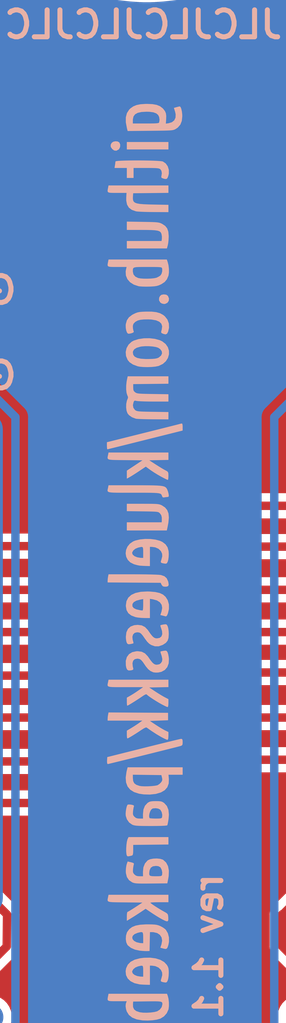
<source format=kicad_pcb>
(kicad_pcb (version 20171130) (host pcbnew 5.1.5+dfsg1-2build2)
  (layers (0 F.Cu signal hide) (31 B.Cu signal hide) (34 B.Paste user) (35 F.Paste user) (36 B.SilkS user) (37 F.SilkS user) (38 B.Mask user hide) (39 F.Mask user hide) (44 Edge.Cuts user))
  (net 0 "")
  (net 1 ROW1)
  (net 2 "Net-(D1-Pad2)")
  (net 3 "Net-(D2-Pad2)")
  (net 4 ROW2)
  (net 5 "Net-(D3-Pad2)")
  (net 6 ROW3)
  (net 7 "Net-(D4-Pad2)")
  (net 8 ROW4)
  (net 9 "Net-(D5-Pad2)")
  (net 10 "Net-(D6-Pad2)")
  (net 11 "Net-(D7-Pad2)")
  (net 12 "Net-(D8-Pad2)")
  (net 13 "Net-(D9-Pad2)")
  (net 14 "Net-(D10-Pad2)")
  (net 15 "Net-(D11-Pad2)")
  (net 16 "Net-(D12-Pad2)")
  (net 17 "Net-(D13-Pad2)")
  (net 18 "Net-(D14-Pad2)")
  (net 19 "Net-(D15-Pad2)")
  (net 20 "Net-(D16-Pad2)")
  (net 21 "Net-(D17-Pad2)")
  (net 22 "Net-(D18-Pad2)")
  (net 23 "Net-(D19-Pad2)")
  (net 24 "Net-(D20-Pad2)")
  (net 25 "Net-(D21-Pad2)")
  (net 26 "Net-(D22-Pad2)")
  (net 27 "Net-(D23-Pad2)")
  (net 28 "Net-(D24-Pad2)")
  (net 29 "Net-(D25-Pad2)")
  (net 30 COL1)
  (net 31 COL2)
  (net 32 COL3)
  (net 33 COL4)
  (net 34 COL5)
  (net 35 COL6)
  (net 36 COL7)
  (net 37 "Net-(U1-Pad24)")
  (net 38 "Net-(U1-Pad23)")
  (net 39 "Net-(U1-Pad21)")
  (net 40 "Net-(U1-Pad4)")
  (net 41 "Net-(U1-Pad2)")
  (net 42 "Net-(U1-Pad1)")
  (net 43 "Net-(SW0-Pad1)")
  (net 44 "Net-(SW0-Pad2)")
  (net 45 ROW8)
  (net 46 ROW7)
  (net 47 ROW6)
  (net 48 ROW5)
  (net 49 "Net-(U1-Pad15)")
  (net 50 "Net-(D26-Pad2)")
  (net 51 "Net-(D27-Pad2)")
  (net 52 "Net-(D28-Pad2)")
  (net 53 "Net-(D29-Pad2)")
  (net 54 "Net-(D30-Pad2)")
  (net 55 "Net-(D31-Pad2)")
  (net 56 "Net-(D32-Pad2)")
  (net 57 "Net-(D33-Pad2)")
  (net 58 "Net-(D34-Pad2)")
  (net 59 "Net-(D35-Pad2)")
  (net 60 "Net-(D36-Pad2)")
  (net 61 "Net-(D37-Pad2)")
  (net 62 "Net-(D38-Pad2)")
  (net 63 "Net-(D39-Pad2)")
  (net 64 "Net-(D40-Pad2)")
  (net 65 "Net-(D41-Pad2)")
  (net 66 "Net-(D42-Pad2)")
  (net 67 "Net-(D43-Pad2)")
  (net 68 "Net-(D44-Pad2)")
  (net 69 "Net-(D45-Pad2)")
  (net 70 "Net-(D46-Pad2)")
  (net 71 "Net-(D47-Pad2)")
  (net 72 "Net-(D48-Pad2)")
  (net 73 "Net-(D49-Pad2)")
  (net 74 "Net-(D50-Pad2)")
  (module _Custom:KeyboardDesign (layer F.Cu) (at 212.1 140.7)
    (fp_text reference Ref** hide)
    (fp_text value Val** hide)
    (fp_line (start 132.908466 -93.204796) (end 132.908466 -93.204796) (layer Edge.Cuts) (width 0.1))
    (fp_line (start 133.077799 -93.207707) (end 132.908466 -93.204796) (layer Edge.Cuts) (width 0.1))
    (fp_line (start 133.437632 -93.208765) (end 133.077799 -93.207707) (layer Edge.Cuts) (width 0.1))
    (fp_line (start 134.16259 -93.184688) (end 133.437632 -93.208765) (layer Edge.Cuts) (width 0.1))
    (fp_line (start 134.861089 -93.151615) (end 134.16259 -93.184688) (layer Edge.Cuts) (width 0.1))
    (fp_line (start 135.53313 -93.108753) (end 134.861089 -93.151615) (layer Edge.Cuts) (width 0.1))
    (fp_line (start 136.181358 -93.056101) (end 135.53313 -93.108753) (layer Edge.Cuts) (width 0.1))
    (fp_line (start 136.80842 -92.993394) (end 136.181358 -93.056101) (layer Edge.Cuts) (width 0.1))
    (fp_line (start 137.411669 -92.920105) (end 136.80842 -92.993394) (layer Edge.Cuts) (width 0.1))
    (fp_line (start 137.999043 -92.835703) (end 137.411669 -92.920105) (layer Edge.Cuts) (width 0.1))
    (fp_line (start 138.567897 -92.739924) (end 137.999043 -92.835703) (layer Edge.Cuts) (width 0.1))
    (fp_line (start 139.120875 -92.632768) (end 138.567897 -92.739924) (layer Edge.Cuts) (width 0.1))
    (fp_line (start 139.660624 -92.513441) (end 139.120875 -92.632768) (layer Edge.Cuts) (width 0.1))
    (fp_line (start 140.187145 -92.381943) (end 139.660624 -92.513441) (layer Edge.Cuts) (width 0.1))
    (fp_line (start 140.705727 -92.237481) (end 140.187145 -92.381943) (layer Edge.Cuts) (width 0.1))
    (fp_line (start 141.213727 -92.080319) (end 140.705727 -92.237481) (layer Edge.Cuts) (width 0.1))
    (fp_line (start 141.716434 -91.909663) (end 141.213727 -92.080319) (layer Edge.Cuts) (width 0.1))
    (fp_line (start 142.21385 -91.724984) (end 141.716434 -91.909663) (layer Edge.Cuts) (width 0.1))
    (fp_line (start 142.708621 -91.526546) (end 142.21385 -91.724984) (layer Edge.Cuts) (width 0.1))
    (fp_line (start 143.203391 -91.313557) (end 142.708621 -91.526546) (layer Edge.Cuts) (width 0.1))
    (fp_line (start 143.695515 -91.085751) (end 143.203391 -91.313557) (layer Edge.Cuts) (width 0.1))
    (fp_line (start 144.192931 -90.842864) (end 143.695515 -91.085751) (layer Edge.Cuts) (width 0.1))
    (fp_line (start 144.692993 -90.584366) (end 144.192931 -90.842864) (layer Edge.Cuts) (width 0.1))
    (fp_line (start 145.198347 -90.310258) (end 144.692993 -90.584366) (layer Edge.Cuts) (width 0.1))
    (fp_line (start 145.711638 -90.019746) (end 145.198347 -90.310258) (layer Edge.Cuts) (width 0.1))
    (fp_line (start 146.232866 -89.712565) (end 145.711638 -90.019746) (layer Edge.Cuts) (width 0.1))
    (fp_line (start 146.767324 -89.388716) (end 146.232866 -89.712565) (layer Edge.Cuts) (width 0.1))
    (fp_line (start 147.312365 -89.047404) (end 146.767324 -89.388716) (layer Edge.Cuts) (width 0.1))
    (fp_line (start 147.873281 -88.688629) (end 147.312365 -89.047404) (layer Edge.Cuts) (width 0.1))
    (fp_line (start 148.452718 -88.311863) (end 147.873281 -88.688629) (layer Edge.Cuts) (width 0.1))
    (fp_line (start 149.048029 -87.91684) (end 148.452718 -88.311863) (layer Edge.Cuts) (width 0.1))
    (fp_line (start 150.299507 -87.070439) (end 149.048029 -87.91684) (layer Edge.Cuts) (width 0.1))
    (fp_line (start 151.646234 -86.14678) (end 150.299507 -87.070439) (layer Edge.Cuts) (width 0.1))
    (fp_line (start 151.701797 -86.106828) (end 151.646234 -86.14678) (layer Edge.Cuts) (width 0.1))
    (fp_line (start 151.746776 -86.053647) (end 151.701797 -86.106828) (layer Edge.Cuts) (width 0.1))
    (fp_line (start 152.201859 -85.501198) (end 151.746776 -86.053647) (layer Edge.Cuts) (width 0.1))
    (fp_line (start 152.649004 -84.950336) (end 152.201859 -85.501198) (layer Edge.Cuts) (width 0.1))
    (fp_line (start 153.090857 -84.399474) (end 152.649004 -84.950336) (layer Edge.Cuts) (width 0.1))
    (fp_line (start 153.524774 -83.846496) (end 153.090857 -84.399474) (layer Edge.Cuts) (width 0.1))
    (fp_line (start 153.948106 -83.290078) (end 153.524774 -83.846496) (layer Edge.Cuts) (width 0.1))
    (fp_line (start 154.363502 -82.728103) (end 153.948106 -83.290078) (layer Edge.Cuts) (width 0.1))
    (fp_line (start 154.77096 -82.158985) (end 154.363502 -82.728103) (layer Edge.Cuts) (width 0.1))
    (fp_line (start 155.167834 -81.580871) (end 154.77096 -82.158985) (layer Edge.Cuts) (width 0.1))
    (fp_line (start 155.554125 -80.99191) (end 155.167834 -81.580871) (layer Edge.Cuts) (width 0.1))
    (fp_line (start 155.744625 -80.692931) (end 155.554125 -80.99191) (layer Edge.Cuts) (width 0.1))
    (fp_line (start 155.932479 -80.390777) (end 155.744625 -80.692931) (layer Edge.Cuts) (width 0.1))
    (fp_line (start 156.115041 -80.084919) (end 155.932479 -80.390777) (layer Edge.Cuts) (width 0.1))
    (fp_line (start 156.297603 -79.775357) (end 156.115041 -80.084919) (layer Edge.Cuts) (width 0.1))
    (fp_line (start 156.474874 -79.461562) (end 156.297603 -79.775357) (layer Edge.Cuts) (width 0.1))
    (fp_line (start 156.649499 -79.143797) (end 156.474874 -79.461562) (layer Edge.Cuts) (width 0.1))
    (fp_line (start 156.821478 -78.821535) (end 156.649499 -79.143797) (layer Edge.Cuts) (width 0.1))
    (fp_line (start 156.990811 -78.494511) (end 156.821478 -78.821535) (layer Edge.Cuts) (width 0.1))
    (fp_line (start 157.157498 -78.162724) (end 156.990811 -78.494511) (layer Edge.Cuts) (width 0.1))
    (fp_line (start 157.318894 -77.825909) (end 157.157498 -78.162724) (layer Edge.Cuts) (width 0.1))
    (fp_line (start 157.477644 -77.483539) (end 157.318894 -77.825909) (layer Edge.Cuts) (width 0.1))
    (fp_line (start 157.633748 -77.135877) (end 157.477644 -77.483539) (layer Edge.Cuts) (width 0.1))
    (fp_line (start 157.787206 -76.782129) (end 157.633748 -77.135877) (layer Edge.Cuts) (width 0.1))
    (fp_line (start 157.935372 -76.422826) (end 157.787206 -76.782129) (layer Edge.Cuts) (width 0.1))
    (fp_line (start 158.080893 -76.056907) (end 157.935372 -76.422826) (layer Edge.Cuts) (width 0.1))
    (fp_line (start 158.223768 -75.684904) (end 158.080893 -76.056907) (layer Edge.Cuts) (width 0.1))
    (fp_line (start 158.361351 -75.306286) (end 158.223768 -75.684904) (layer Edge.Cuts) (width 0.1))
    (fp_line (start 158.496288 -74.920524) (end 158.361351 -75.306286) (layer Edge.Cuts) (width 0.1))
    (fp_line (start 158.625934 -74.527882) (end 158.496288 -74.920524) (layer Edge.Cuts) (width 0.1))
    (fp_line (start 158.752934 -74.127833) (end 158.625934 -74.527882) (layer Edge.Cuts) (width 0.1))
    (fp_line (start 158.877288 -73.720375) (end 158.752934 -74.127833) (layer Edge.Cuts) (width 0.1))
    (fp_line (start 158.99635 -73.305244) (end 158.877288 -73.720375) (layer Edge.Cuts) (width 0.1))
    (fp_line (start 159.110121 -72.881911) (end 158.99635 -73.305244) (layer Edge.Cuts) (width 0.1))
    (fp_line (start 159.221246 -72.450641) (end 159.110121 -72.881911) (layer Edge.Cuts) (width 0.1))
    (fp_line (start 159.327079 -72.010904) (end 159.221246 -72.450641) (layer Edge.Cuts) (width 0.1))
    (fp_line (start 159.430266 -71.562436) (end 159.327079 -72.010904) (layer Edge.Cuts) (width 0.1))
    (fp_line (start 159.528162 -71.105237) (end 159.430266 -71.562436) (layer Edge.Cuts) (width 0.1))
    (fp_line (start 159.623412 -70.639041) (end 159.528162 -71.105237) (layer Edge.Cuts) (width 0.1))
    (fp_line (start 159.71337 -70.163321) (end 159.623412 -70.639041) (layer Edge.Cuts) (width 0.1))
    (fp_line (start 159.798037 -69.678341) (end 159.71337 -70.163321) (layer Edge.Cuts) (width 0.1))
    (fp_line (start 159.877411 -69.18357) (end 159.798037 -69.678341) (layer Edge.Cuts) (width 0.1))
    (fp_line (start 159.954141 -68.678746) (end 159.877411 -69.18357) (layer Edge.Cuts) (width 0.1))
    (fp_line (start 160.025578 -68.163867) (end 159.954141 -68.678746) (layer Edge.Cuts) (width 0.1))
    (fp_line (start 160.091724 -67.63867) (end 160.025578 -68.163867) (layer Edge.Cuts) (width 0.1))
    (fp_line (start 160.155224 -67.10289) (end 160.091724 -67.63867) (layer Edge.Cuts) (width 0.1))
    (fp_line (start 160.210786 -66.556261) (end 160.155224 -67.10289) (layer Edge.Cuts) (width 0.1))
    (fp_line (start 160.263703 -65.99852) (end 160.210786 -66.556261) (layer Edge.Cuts) (width 0.1))
    (fp_line (start 160.311328 -65.429667) (end 160.263703 -65.99852) (layer Edge.Cuts) (width 0.1))
    (fp_line (start 160.353661 -64.849172) (end 160.311328 -65.429667) (layer Edge.Cuts) (width 0.1))
    (fp_line (start 160.390702 -64.257035) (end 160.353661 -64.849172) (layer Edge.Cuts) (width 0.1))
    (fp_line (start 160.422452 -63.652992) (end 160.390702 -64.257035) (layer Edge.Cuts) (width 0.1))
    (fp_line (start 160.448911 -63.036778) (end 160.422452 -63.652992) (layer Edge.Cuts) (width 0.1))
    (fp_line (start 160.470077 -62.408393) (end 160.448911 -63.036778) (layer Edge.Cuts) (width 0.1))
    (fp_line (start 160.485952 -61.767309) (end 160.470077 -62.408393) (layer Edge.Cuts) (width 0.1))
    (fp_line (start 160.496536 -61.11326) (end 160.485952 -61.767309) (layer Edge.Cuts) (width 0.1))
    (fp_line (start 160.501827 -60.44651) (end 160.496536 -61.11326) (layer Edge.Cuts) (width 0.1))
    (fp_line (start 160.501827 -60.399415) (end 160.501827 -60.44651) (layer Edge.Cuts) (width 0.1))
    (fp_line (start 160.49389 -60.352848) (end 160.501827 -60.399415) (layer Edge.Cuts) (width 0.1))
    (fp_line (start 160.08114 -58.152047) (end 160.49389 -60.352848) (layer Edge.Cuts) (width 0.1))
    (fp_line (start 159.771578 -56.515601) (end 160.08114 -58.152047) (layer Edge.Cuts) (width 0.1))
    (fp_line (start 159.652516 -55.883512) (end 159.771578 -56.515601) (layer Edge.Cuts) (width 0.1))
    (fp_line (start 159.559912 -55.36149) (end 159.652516 -55.883512) (layer Edge.Cuts) (width 0.1))
    (fp_line (start 159.49112 -54.939215) (end 159.559912 -55.36149) (layer Edge.Cuts) (width 0.1))
    (fp_line (start 159.446141 -54.606635) (end 159.49112 -54.939215) (layer Edge.Cuts) (width 0.1))
    (fp_line (start 159.432912 -54.471962) (end 159.446141 -54.606635) (layer Edge.Cuts) (width 0.1))
    (fp_line (start 159.424975 -54.358456) (end 159.432912 -54.471962) (layer Edge.Cuts) (width 0.1))
    (fp_line (start 159.422329 -54.190181) (end 159.424975 -54.358456) (layer Edge.Cuts) (width 0.1))
    (fp_line (start 159.430266 -54.091227) (end 159.422329 -54.190181) (layer Edge.Cuts) (width 0.1))
    (fp_line (start 159.438204 -54.05101) (end 159.430266 -54.091227) (layer Edge.Cuts) (width 0.1))
    (fp_line (start 159.448787 -54.034341) (end 159.438204 -54.05101) (layer Edge.Cuts) (width 0.1))
    (fp_line (start 159.475245 -54.005237) (end 159.448787 -54.034341) (layer Edge.Cuts) (width 0.1))
    (fp_line (start 159.636641 -53.862363) (end 159.475245 -54.005237) (layer Edge.Cuts) (width 0.1))
    (fp_line (start 159.641933 -53.857335) (end 159.636641 -53.862363) (layer Edge.Cuts) (width 0.1))
    (fp_line (start 159.647224 -53.851515) (end 159.641933 -53.857335) (layer Edge.Cuts) (width 0.1))
    (fp_line (start 159.800682 -53.706259) (end 159.647224 -53.851515) (layer Edge.Cuts) (width 0.1))
    (fp_line (start 159.951495 -53.552536) (end 159.800682 -53.706259) (layer Edge.Cuts) (width 0.1))
    (fp_line (start 160.104953 -53.390611) (end 159.951495 -53.552536) (layer Edge.Cuts) (width 0.1))
    (fp_line (start 160.258411 -53.220484) (end 160.104953 -53.390611) (layer Edge.Cuts) (width 0.1))
    (fp_line (start 160.409223 -53.042684) (end 160.258411 -53.220484) (layer Edge.Cuts) (width 0.1))
    (fp_line (start 160.562681 -52.856947) (end 160.409223 -53.042684) (layer Edge.Cuts) (width 0.1))
    (fp_line (start 160.71614 -52.663537) (end 160.562681 -52.856947) (layer Edge.Cuts) (width 0.1))
    (fp_line (start 160.866952 -52.462718) (end 160.71614 -52.663537) (layer Edge.Cuts) (width 0.1))
    (fp_line (start 161.017764 -52.254492) (end 160.866952 -52.462718) (layer Edge.Cuts) (width 0.1))
    (fp_line (start 161.168576 -52.039121) (end 161.017764 -52.254492) (layer Edge.Cuts) (width 0.1))
    (fp_line (start 161.319389 -51.816871) (end 161.168576 -52.039121) (layer Edge.Cuts) (width 0.1))
    (fp_line (start 161.470201 -51.587742) (end 161.319389 -51.816871) (layer Edge.Cuts) (width 0.1))
    (fp_line (start 161.618368 -51.351999) (end 161.470201 -51.587742) (layer Edge.Cuts) (width 0.1))
    (fp_line (start 161.766534 -51.109641) (end 161.618368 -51.351999) (layer Edge.Cuts) (width 0.1))
    (fp_line (start 161.912055 -50.860933) (end 161.766534 -51.109641) (layer Edge.Cuts) (width 0.1))
    (fp_line (start 162.057575 -50.605875) (end 161.912055 -50.860933) (layer Edge.Cuts) (width 0.1))
    (fp_line (start 162.20045 -50.344996) (end 162.057575 -50.605875) (layer Edge.Cuts) (width 0.1))
    (fp_line (start 162.340679 -50.078032) (end 162.20045 -50.344996) (layer Edge.Cuts) (width 0.1))
    (fp_line (start 162.480908 -49.805247) (end 162.340679 -50.078032) (layer Edge.Cuts) (width 0.1))
    (fp_line (start 162.621137 -49.52717) (end 162.480908 -49.805247) (layer Edge.Cuts) (width 0.1))
    (fp_line (start 162.756074 -49.243273) (end 162.621137 -49.52717) (layer Edge.Cuts) (width 0.1))
    (fp_line (start 162.891012 -48.954348) (end 162.756074 -49.243273) (layer Edge.Cuts) (width 0.1))
    (fp_line (start 163.023303 -48.660396) (end 162.891012 -48.954348) (layer Edge.Cuts) (width 0.1))
    (fp_line (start 163.152949 -48.361153) (end 163.023303 -48.660396) (layer Edge.Cuts) (width 0.1))
    (fp_line (start 163.279949 -48.057412) (end 163.152949 -48.361153) (layer Edge.Cuts) (width 0.1))
    (fp_line (start 163.406949 -47.748908) (end 163.279949 -48.057412) (layer Edge.Cuts) (width 0.1))
    (fp_line (start 163.528657 -47.435906) (end 163.406949 -47.748908) (layer Edge.Cuts) (width 0.1))
    (fp_line (start 163.647719 -47.118406) (end 163.528657 -47.435906) (layer Edge.Cuts) (width 0.1))
    (fp_line (start 163.764136 -46.796938) (end 163.647719 -47.118406) (layer Edge.Cuts) (width 0.1))
    (fp_line (start 163.877906 -46.471236) (end 163.764136 -46.796938) (layer Edge.Cuts) (width 0.1))
    (fp_line (start 163.989031 -46.141831) (end 163.877906 -46.471236) (layer Edge.Cuts) (width 0.1))
    (fp_line (start 164.094864 -45.808721) (end 163.989031 -46.141831) (layer Edge.Cuts) (width 0.1))
    (fp_line (start 164.108094 -45.772473) (end 164.094864 -45.808721) (layer Edge.Cuts) (width 0.1))
    (fp_line (start 164.113385 -45.735167) (end 164.108094 -45.772473) (layer Edge.Cuts) (width 0.1))
    (fp_line (start 164.237739 -44.915488) (end 164.113385 -45.735167) (layer Edge.Cuts) (width 0.1))
    (fp_line (start 164.354156 -44.087608) (end 164.237739 -44.915488) (layer Edge.Cuts) (width 0.1))
    (fp_line (start 164.459989 -43.250468) (end 164.354156 -44.087608) (layer Edge.Cuts) (width 0.1))
    (fp_line (start 164.555239 -42.404331) (end 164.459989 -43.250468) (layer Edge.Cuts) (width 0.1))
    (fp_line (start 164.63726 -41.548405) (end 164.555239 -42.404331) (layer Edge.Cuts) (width 0.1))
    (fp_line (start 164.671655 -41.116606) (end 164.63726 -41.548405) (layer Edge.Cuts) (width 0.1))
    (fp_line (start 164.703405 -40.682425) (end 164.671655 -41.116606) (layer Edge.Cuts) (width 0.1))
    (fp_line (start 164.729864 -40.245334) (end 164.703405 -40.682425) (layer Edge.Cuts) (width 0.1))
    (fp_line (start 164.753676 -39.805861) (end 164.729864 -40.245334) (layer Edge.Cuts) (width 0.1))
    (fp_line (start 164.769551 -39.363479) (end 164.753676 -39.805861) (layer Edge.Cuts) (width 0.1))
    (fp_line (start 164.78278 -38.918186) (end 164.769551 -39.363479) (layer Edge.Cuts) (width 0.1))
    (fp_line (start 164.790718 -38.470247) (end 164.78278 -38.918186) (layer Edge.Cuts) (width 0.1))
    (fp_line (start 164.790718 -38.019397) (end 164.790718 -38.470247) (layer Edge.Cuts) (width 0.1))
    (fp_line (start 164.788072 -37.565637) (end 164.790718 -38.019397) (layer Edge.Cuts) (width 0.1))
    (fp_line (start 164.777489 -37.108702) (end 164.788072 -37.565637) (layer Edge.Cuts) (width 0.1))
    (fp_line (start 164.761614 -36.648857) (end 164.777489 -37.108702) (layer Edge.Cuts) (width 0.1))
    (fp_line (start 164.737801 -36.185837) (end 164.761614 -36.648857) (layer Edge.Cuts) (width 0.1))
    (fp_line (start 164.708697 -35.719642) (end 164.737801 -36.185837) (layer Edge.Cuts) (width 0.1))
    (fp_line (start 164.671655 -35.250271) (end 164.708697 -35.719642) (layer Edge.Cuts) (width 0.1))
    (fp_line (start 164.629322 -34.777726) (end 164.671655 -35.250271) (layer Edge.Cuts) (width 0.1))
    (fp_line (start 164.576406 -34.301741) (end 164.629322 -34.777726) (layer Edge.Cuts) (width 0.1))
    (fp_line (start 164.518197 -33.822582) (end 164.576406 -34.301741) (layer Edge.Cuts) (width 0.1))
    (fp_line (start 164.452052 -33.339718) (end 164.518197 -33.822582) (layer Edge.Cuts) (width 0.1))
    (fp_line (start 164.377968 -32.853679) (end 164.452052 -33.339718) (layer Edge.Cuts) (width 0.1))
    (fp_line (start 164.293302 -32.363935) (end 164.377968 -32.853679) (layer Edge.Cuts) (width 0.1))
    (fp_line (start 164.203343 -31.870753) (end 164.293302 -32.363935) (layer Edge.Cuts) (width 0.1))
    (fp_line (start 164.100156 -31.373866) (end 164.203343 -31.870753) (layer Edge.Cuts) (width 0.1))
    (fp_line (start 164.09751 -31.36778) (end 164.100156 -31.373866) (layer Edge.Cuts) (width 0.1))
    (fp_line (start 162.1052 -23.018335) (end 164.09751 -31.36778) (layer Edge.Cuts) (width 0.1))
    (fp_line (start 162.480908 -22.440221) (end 162.1052 -23.018335) (layer Edge.Cuts) (width 0.1))
    (fp_line (start 162.819574 -21.901794) (end 162.480908 -22.440221) (layer Edge.Cuts) (width 0.1))
    (fp_line (start 163.121199 -21.395647) (end 162.819574 -21.901794) (layer Edge.Cuts) (width 0.1))
    (fp_line (start 163.391074 -20.915164) (end 163.121199 -21.395647) (layer Edge.Cuts) (width 0.1))
    (fp_line (start 163.515428 -20.682596) (end 163.391074 -20.915164) (layer Edge.Cuts) (width 0.1))
    (fp_line (start 163.63449 -20.453732) (end 163.515428 -20.682596) (layer Edge.Cuts) (width 0.1))
    (fp_line (start 163.745615 -20.227778) (end 163.63449 -20.453732) (layer Edge.Cuts) (width 0.1))
    (fp_line (start 163.851448 -20.003941) (end 163.745615 -20.227778) (layer Edge.Cuts) (width 0.1))
    (fp_line (start 163.95199 -19.781426) (end 163.851448 -20.003941) (layer Edge.Cuts) (width 0.1))
    (fp_line (start 164.04724 -19.559441) (end 163.95199 -19.781426) (layer Edge.Cuts) (width 0.1))
    (fp_line (start 164.139844 -19.336662) (end 164.04724 -19.559441) (layer Edge.Cuts) (width 0.1))
    (fp_line (start 164.227156 -19.112825) (end 164.139844 -19.336662) (layer Edge.Cuts) (width 0.1))
    (fp_line (start 164.311823 -18.886871) (end 164.227156 -19.112825) (layer Edge.Cuts) (width 0.1))
    (fp_line (start 164.391197 -18.657742) (end 164.311823 -18.886871) (layer Edge.Cuts) (width 0.1))
    (fp_line (start 164.544656 -18.187049) (end 164.391197 -18.657742) (layer Edge.Cuts) (width 0.1))
    (fp_line (start 164.690176 -17.693866) (end 164.544656 -18.187049) (layer Edge.Cuts) (width 0.1))
    (fp_line (start 164.833051 -17.171315) (end 164.690176 -17.693866) (layer Edge.Cuts) (width 0.1))
    (fp_line (start 164.97328 -16.612516) (end 164.833051 -17.171315) (layer Edge.Cuts) (width 0.1))
    (fp_line (start 165.118801 -16.010854) (end 164.97328 -16.612516) (layer Edge.Cuts) (width 0.1))
    (fp_line (start 165.428363 -14.650368) (end 165.118801 -16.010854) (layer Edge.Cuts) (width 0.1))
    (fp_line (start 165.4363 -14.612533) (end 165.428363 -14.650368) (layer Edge.Cuts) (width 0.1))
    (fp_line (start 165.438946 -14.574433) (end 165.4363 -14.612533) (layer Edge.Cuts) (width 0.1))
    (fp_line (start 165.470696 -14.053204) (end 165.438946 -14.574433) (layer Edge.Cuts) (width 0.1))
    (fp_line (start 165.491863 -13.524038) (end 165.470696 -14.053204) (layer Edge.Cuts) (width 0.1))
    (fp_line (start 165.502446 -12.98667) (end 165.491863 -13.524038) (layer Edge.Cuts) (width 0.1))
    (fp_line (start 165.505092 -12.442158) (end 165.502446 -12.98667) (layer Edge.Cuts) (width 0.1))
    (fp_line (start 165.497154 -11.890767) (end 165.505092 -12.442158) (layer Edge.Cuts) (width 0.1))
    (fp_line (start 165.478634 -11.332762) (end 165.497154 -11.890767) (layer Edge.Cuts) (width 0.1))
    (fp_line (start 165.446884 -10.768671) (end 165.478634 -11.332762) (layer Edge.Cuts) (width 0.1))
    (fp_line (start 165.40455 -10.199288) (end 165.446884 -10.768671) (layer Edge.Cuts) (width 0.1))
    (fp_line (start 165.346342 -9.624614) (end 165.40455 -10.199288) (layer Edge.Cuts) (width 0.1))
    (fp_line (start 165.27755 -9.045442) (end 165.346342 -9.624614) (layer Edge.Cuts) (width 0.1))
    (fp_line (start 165.192884 -8.461772) (end 165.27755 -9.045442) (layer Edge.Cuts) (width 0.1))
    (fp_line (start 165.094988 -7.874662) (end 165.192884 -8.461772) (layer Edge.Cuts) (width 0.1))
    (fp_line (start 164.981218 -7.284377) (end 165.094988 -7.874662) (layer Edge.Cuts) (width 0.1))
    (fp_line (start 164.851572 -6.690918) (end 164.981218 -7.284377) (layer Edge.Cuts) (width 0.1))
    (fp_line (start 164.780134 -6.393527) (end 164.851572 -6.690918) (layer Edge.Cuts) (width 0.1))
    (fp_line (start 164.703405 -6.095341) (end 164.780134 -6.393527) (layer Edge.Cuts) (width 0.1))
    (fp_line (start 164.62403 -5.796892) (end 164.703405 -6.095341) (layer Edge.Cuts) (width 0.1))
    (fp_line (start 164.54201 -5.497913) (end 164.62403 -5.796892) (layer Edge.Cuts) (width 0.1))
    (fp_line (start 164.452052 -5.19867) (end 164.54201 -5.497913) (layer Edge.Cuts) (width 0.1))
    (fp_line (start 164.359447 -4.898897) (end 164.452052 -5.19867) (layer Edge.Cuts) (width 0.1))
    (fp_line (start 164.261552 -4.599125) (end 164.359447 -4.898897) (layer Edge.Cuts) (width 0.1))
    (fp_line (start 164.16101 -4.299087) (end 164.261552 -4.599125) (layer Edge.Cuts) (width 0.1))
    (fp_line (start 164.052531 -3.998786) (end 164.16101 -4.299087) (layer Edge.Cuts) (width 0.1))
    (fp_line (start 163.941406 -3.698484) (end 164.052531 -3.998786) (layer Edge.Cuts) (width 0.1))
    (fp_line (start 163.82499 -3.398182) (end 163.941406 -3.698484) (layer Edge.Cuts) (width 0.1))
    (fp_line (start 163.703282 -3.097881) (end 163.82499 -3.398182) (layer Edge.Cuts) (width 0.1))
    (fp_line (start 163.576282 -2.797844) (end 163.703282 -3.097881) (layer Edge.Cuts) (width 0.1))
    (fp_line (start 163.446636 -2.497806) (end 163.576282 -2.797844) (layer Edge.Cuts) (width 0.1))
    (fp_line (start 163.309053 -2.198034) (end 163.446636 -2.497806) (layer Edge.Cuts) (width 0.1))
    (fp_line (start 163.166178 -1.898526) (end 163.309053 -2.198034) (layer Edge.Cuts) (width 0.1))
    (fp_line (start 163.018012 -1.599283) (end 163.166178 -1.898526) (layer Edge.Cuts) (width 0.1))
    (fp_line (start 162.867199 -1.300304) (end 163.018012 -1.599283) (layer Edge.Cuts) (width 0.1))
    (fp_line (start 162.70845 -1.001854) (end 162.867199 -1.300304) (layer Edge.Cuts) (width 0.1))
    (fp_line (start 162.544408 -0.703934) (end 162.70845 -1.001854) (layer Edge.Cuts) (width 0.1))
    (fp_line (start 162.375075 -0.406542) (end 162.544408 -0.703934) (layer Edge.Cuts) (width 0.1))
    (fp_line (start 162.20045 -0.109945) (end 162.375075 -0.406542) (layer Edge.Cuts) (width 0.1))
    (fp_line (start 162.020534 0.186124) (end 162.20045 -0.109945) (layer Edge.Cuts) (width 0.1))
    (fp_line (start 161.83268 0.481663) (end 162.020534 0.186124) (layer Edge.Cuts) (width 0.1))
    (fp_line (start 161.639534 0.776144) (end 161.83268 0.481663) (layer Edge.Cuts) (width 0.1))
    (fp_line (start 161.441097 1.069831) (end 161.639534 0.776144) (layer Edge.Cuts) (width 0.1))
    (fp_line (start 161.237368 1.362724) (end 161.441097 1.069831) (layer Edge.Cuts) (width 0.1))
    (fp_line (start 161.025702 1.654824) (end 161.237368 1.362724) (layer Edge.Cuts) (width 0.1))
    (fp_line (start 160.808744 1.9456) (end 161.025702 1.654824) (layer Edge.Cuts) (width 0.1))
    (fp_line (start 160.586494 2.235319) (end 160.808744 1.9456) (layer Edge.Cuts) (width 0.1))
    (fp_line (start 160.356307 2.524244) (end 160.586494 2.235319) (layer Edge.Cuts) (width 0.1))
    (fp_line (start 160.120828 2.811845) (end 160.356307 2.524244) (layer Edge.Cuts) (width 0.1))
    (fp_line (start 159.877411 3.098124) (end 160.120828 2.811845) (layer Edge.Cuts) (width 0.1))
    (fp_line (start 159.628703 3.38308) (end 159.877411 3.098124) (layer Edge.Cuts) (width 0.1))
    (fp_line (start 159.374704 3.666713) (end 159.628703 3.38308) (layer Edge.Cuts) (width 0.1))
    (fp_line (start 159.110121 3.949023) (end 159.374704 3.666713) (layer Edge.Cuts) (width 0.1))
    (fp_line (start 159.107475 3.950081) (end 159.110121 3.949023) (layer Edge.Cuts) (width 0.1))
    (fp_line (start 158.993704 4.070202) (end 159.107475 3.950081) (layer Edge.Cuts) (width 0.1))
    (fp_line (start 158.874642 4.189264) (end 158.993704 4.070202) (layer Edge.Cuts) (width 0.1))
    (fp_line (start 158.623288 4.425272) (end 158.874642 4.189264) (layer Edge.Cuts) (width 0.1))
    (fp_line (start 158.353413 4.657841) (end 158.623288 4.425272) (layer Edge.Cuts) (width 0.1))
    (fp_line (start 158.075601 4.887499) (end 158.353413 4.657841) (layer Edge.Cuts) (width 0.1))
    (fp_line (start 157.787206 5.113717) (end 158.075601 4.887499) (layer Edge.Cuts) (width 0.1))
    (fp_line (start 157.49881 5.337025) (end 157.787206 5.113717) (layer Edge.Cuts) (width 0.1))
    (fp_line (start 156.929957 5.774646) (end 157.49881 5.337025) (layer Edge.Cuts) (width 0.1))
    (fp_line (start 156.657436 5.991339) (end 156.929957 5.774646) (layer Edge.Cuts) (width 0.1))
    (fp_line (start 156.403437 6.205651) (end 156.657436 5.991339) (layer Edge.Cuts) (width 0.1))
    (fp_line (start 156.170604 6.413614) (end 156.403437 6.205651) (layer Edge.Cuts) (width 0.1))
    (fp_line (start 155.961583 6.610463) (end 156.170604 6.413614) (layer Edge.Cuts) (width 0.1))
    (fp_line (start 155.784312 6.791967) (end 155.961583 6.610463) (layer Edge.Cuts) (width 0.1))
    (fp_line (start 155.641438 6.953892) (end 155.784312 6.791967) (layer Edge.Cuts) (width 0.1))
    (fp_line (start 155.583229 7.025859) (end 155.641438 6.953892) (layer Edge.Cuts) (width 0.1))
    (fp_line (start 155.535604 7.091475) (end 155.583229 7.025859) (layer Edge.Cuts) (width 0.1))
    (fp_line (start 155.501209 7.149684) (end 155.535604 7.091475) (layer Edge.Cuts) (width 0.1))
    (fp_line (start 155.47475 7.200483) (end 155.501209 7.149684) (layer Edge.Cuts) (width 0.1))
    (fp_line (start 155.29748 7.674616) (end 155.47475 7.200483) (layer Edge.Cuts) (width 0.1))
    (fp_line (start 155.136084 8.115676) (end 155.29748 7.674616) (layer Edge.Cuts) (width 0.1))
    (fp_line (start 154.855626 8.921331) (end 155.136084 8.115676) (layer Edge.Cuts) (width 0.1))
    (fp_line (start 154.72598 9.297568) (end 154.855626 8.921331) (layer Edge.Cuts) (width 0.1))
    (fp_line (start 154.596335 9.664016) (end 154.72598 9.297568) (layer Edge.Cuts) (width 0.1))
    (fp_line (start 154.461397 10.026494) (end 154.596335 9.664016) (layer Edge.Cuts) (width 0.1))
    (fp_line (start 154.315877 10.390561) (end 154.461397 10.026494) (layer Edge.Cuts) (width 0.1))
    (fp_line (start 154.157127 10.7623) (end 154.315877 10.390561) (layer Edge.Cuts) (width 0.1))
    (fp_line (start 153.977211 11.147268) (end 154.157127 10.7623) (layer Edge.Cuts) (width 0.1))
    (fp_line (start 153.770836 11.551551) (end 153.977211 11.147268) (layer Edge.Cuts) (width 0.1))
    (fp_line (start 153.538003 11.980969) (end 153.770836 11.551551) (layer Edge.Cuts) (width 0.1))
    (fp_line (start 153.268128 12.441079) (end 153.538003 11.980969) (layer Edge.Cuts) (width 0.1))
    (fp_line (start 152.958566 12.937701) (end 153.268128 12.441079) (layer Edge.Cuts) (width 0.1))
    (fp_line (start 152.604025 13.477186) (end 152.958566 12.937701) (layer Edge.Cuts) (width 0.1))
    (fp_line (start 152.201859 14.06456) (end 152.604025 13.477186) (layer Edge.Cuts) (width 0.1))
    (fp_line (start 152.201859 14.065619) (end 152.201859 14.06456) (layer Edge.Cuts) (width 0.1))
    (fp_line (start 152.066921 14.251091) (end 152.201859 14.065619) (layer Edge.Cuts) (width 0.1))
    (fp_line (start 151.926692 14.435506) (end 152.066921 14.251091) (layer Edge.Cuts) (width 0.1))
    (fp_line (start 151.778526 14.619655) (end 151.926692 14.435506) (layer Edge.Cuts) (width 0.1))
    (fp_line (start 151.622422 14.803011) (end 151.778526 14.619655) (layer Edge.Cuts) (width 0.1))
    (fp_line (start 151.45838 14.985838) (end 151.622422 14.803011) (layer Edge.Cuts) (width 0.1))
    (fp_line (start 151.291693 15.168136) (end 151.45838 14.985838) (layer Edge.Cuts) (width 0.1))
    (fp_line (start 150.939798 15.530879) (end 151.291693 15.168136) (layer Edge.Cuts) (width 0.1))
    (fp_line (start 150.572027 15.891241) (end 150.939798 15.530879) (layer Edge.Cuts) (width 0.1))
    (fp_line (start 150.193674 16.248957) (end 150.572027 15.891241) (layer Edge.Cuts) (width 0.1))
    (fp_line (start 149.423737 16.957511) (end 150.193674 16.248957) (layer Edge.Cuts) (width 0.1))
    (fp_line (start 148.704071 17.623202) (end 149.423737 16.957511) (layer Edge.Cuts) (width 0.1))
    (fp_line (start 148.360113 17.948903) (end 148.704071 17.623202) (layer Edge.Cuts) (width 0.1))
    (fp_line (start 148.034676 18.26799) (end 148.360113 17.948903) (layer Edge.Cuts) (width 0.1))
    (fp_line (start 147.730406 18.579405) (end 148.034676 18.26799) (layer Edge.Cuts) (width 0.1))
    (fp_line (start 147.449948 18.881558) (end 147.730406 18.579405) (layer Edge.Cuts) (width 0.1))
    (fp_line (start 147.320302 19.028931) (end 147.449948 18.881558) (layer Edge.Cuts) (width 0.1))
    (fp_line (start 147.198594 19.173393) (end 147.320302 19.028931) (layer Edge.Cuts) (width 0.1))
    (fp_line (start 147.087469 19.314945) (end 147.198594 19.173393) (layer Edge.Cuts) (width 0.1))
    (fp_line (start 146.981636 19.453587) (end 147.087469 19.314945) (layer Edge.Cuts) (width 0.1))
    (fp_line (start 146.984282 19.76897) (end 146.981636 19.453587) (layer Edge.Cuts) (width 0.1))
    (fp_line (start 146.994865 20.115838) (end 146.984282 19.76897) (layer Edge.Cuts) (width 0.1))
    (fp_line (start 147.013386 20.49181) (end 146.994865 20.115838) (layer Edge.Cuts) (width 0.1))
    (fp_line (start 147.037198 20.894241) (end 147.013386 20.49181) (layer Edge.Cuts) (width 0.1))
    (fp_line (start 147.090115 21.76763) (end 147.037198 20.894241) (layer Edge.Cuts) (width 0.1))
    (fp_line (start 147.116573 22.233031) (end 147.090115 21.76763) (layer Edge.Cuts) (width 0.1))
    (fp_line (start 147.13774 22.714308) (end 147.116573 22.233031) (layer Edge.Cuts) (width 0.1))
    (fp_line (start 147.153615 23.230774) (end 147.13774 22.714308) (layer Edge.Cuts) (width 0.1))
    (fp_line (start 147.158907 23.755177) (end 147.153615 23.230774) (layer Edge.Cuts) (width 0.1))
    (fp_line (start 147.156261 24.019496) (end 147.158907 23.755177) (layer Edge.Cuts) (width 0.1))
    (fp_line (start 147.150969 24.284343) (end 147.156261 24.019496) (layer Edge.Cuts) (width 0.1))
    (fp_line (start 147.140386 24.549455) (end 147.150969 24.284343) (layer Edge.Cuts) (width 0.1))
    (fp_line (start 147.124511 24.814832) (end 147.140386 24.549455) (layer Edge.Cuts) (width 0.1))
    (fp_line (start 147.100698 25.079415) (end 147.124511 24.814832) (layer Edge.Cuts) (width 0.1))
    (fp_line (start 147.07424 25.343469) (end 147.100698 25.079415) (layer Edge.Cuts) (width 0.1))
    (fp_line (start 147.04249 25.6062) (end 147.07424 25.343469) (layer Edge.Cuts) (width 0.1))
    (fp_line (start 147.000157 25.867343) (end 147.04249 25.6062) (layer Edge.Cuts) (width 0.1))
    (fp_line (start 146.955178 26.12637) (end 147.000157 25.867343) (layer Edge.Cuts) (width 0.1))
    (fp_line (start 146.899615 26.383016) (end 146.955178 26.12637) (layer Edge.Cuts) (width 0.1))
    (fp_line (start 146.836115 26.637015) (end 146.899615 26.383016) (layer Edge.Cuts) (width 0.1))
    (fp_line (start 146.767324 26.887575) (end 146.836115 26.637015) (layer Edge.Cuts) (width 0.1))
    (fp_line (start 146.767324 26.888104) (end 146.767324 26.887575) (layer Edge.Cuts) (width 0.1))
    (fp_line (start 146.664136 27.216981) (end 146.767324 26.888104) (layer Edge.Cuts) (width 0.1))
    (fp_line (start 146.553012 27.545858) (end 146.664136 27.216981) (layer Edge.Cuts) (width 0.1))
    (fp_line (start 146.436595 27.874734) (end 146.553012 27.545858) (layer Edge.Cuts) (width 0.1))
    (fp_line (start 146.312241 28.203082) (end 146.436595 27.874734) (layer Edge.Cuts) (width 0.1))
    (fp_line (start 146.185241 28.5309) (end 146.312241 28.203082) (layer Edge.Cuts) (width 0.1))
    (fp_line (start 146.050304 28.857396) (end 146.185241 28.5309) (layer Edge.Cuts) (width 0.1))
    (fp_line (start 145.910075 29.182568) (end 146.050304 28.857396) (layer Edge.Cuts) (width 0.1))
    (fp_line (start 145.7672 29.506153) (end 145.910075 29.182568) (layer Edge.Cuts) (width 0.1))
    (fp_line (start 145.619034 29.827622) (end 145.7672 29.506153) (layer Edge.Cuts) (width 0.1))
    (fp_line (start 145.468221 30.146973) (end 145.619034 29.827622) (layer Edge.Cuts) (width 0.1))
    (fp_line (start 145.312117 30.463679) (end 145.468221 30.146973) (layer Edge.Cuts) (width 0.1))
    (fp_line (start 145.153367 30.77721) (end 145.312117 30.463679) (layer Edge.Cuts) (width 0.1))
    (fp_line (start 144.82793 31.394482) (end 145.153367 30.77721) (layer Edge.Cuts) (width 0.1))
    (fp_line (start 144.497202 31.996144) (end 144.82793 31.394482) (layer Edge.Cuts) (width 0.1))
    (fp_line (start 144.158535 32.579814) (end 144.497202 31.996144) (layer Edge.Cuts) (width 0.1))
    (fp_line (start 143.819869 33.142847) (end 144.158535 32.579814) (layer Edge.Cuts) (width 0.1))
    (fp_line (start 143.481203 33.682861) (end 143.819869 33.142847) (layer Edge.Cuts) (width 0.1))
    (fp_line (start 143.147828 34.196945) (end 143.481203 33.682861) (layer Edge.Cuts) (width 0.1))
    (fp_line (start 142.822391 34.683249) (end 143.147828 34.196945) (layer Edge.Cuts) (width 0.1))
    (fp_line (start 142.507537 35.138596) (end 142.822391 34.683249) (layer Edge.Cuts) (width 0.1))
    (fp_line (start 142.205913 35.560871) (end 142.507537 35.138596) (layer Edge.Cuts) (width 0.1))
    (fp_line (start 141.920163 35.947691) (end 142.205913 35.560871) (layer Edge.Cuts) (width 0.1))
    (fp_line (start 141.920163 35.949278) (end 141.920163 35.947691) (layer Edge.Cuts) (width 0.1))
    (fp_line (start 141.729663 36.195076) (end 141.920163 35.949278) (layer Edge.Cuts) (width 0.1))
    (fp_line (start 141.488893 36.485588) (end 141.729663 36.195076) (layer Edge.Cuts) (width 0.1))
    (fp_line (start 141.205789 36.812348) (end 141.488893 36.485588) (layer Edge.Cuts) (width 0.1))
    (fp_line (start 140.890935 37.166096) (end 141.205789 36.812348) (layer Edge.Cuts) (width 0.1))
    (fp_line (start 140.549623 37.537835) (end 140.890935 37.166096) (layer Edge.Cuts) (width 0.1))
    (fp_line (start 140.195082 37.919099) (end 140.549623 37.537835) (layer Edge.Cuts) (width 0.1))
    (fp_line (start 139.829958 38.300628) (end 140.195082 37.919099) (layer Edge.Cuts) (width 0.1))
    (fp_line (start 139.467479 38.673425) (end 139.829958 38.300628) (layer Edge.Cuts) (width 0.1))
    (fp_line (start 139.467479 38.674483) (end 139.467479 38.673425) (layer Edge.Cuts) (width 0.1))
    (fp_line (start 139.467479 38.675542) (end 139.467479 38.674483) (layer Edge.Cuts) (width 0.1))
    (fp_line (start 139.00975 39.136181) (end 139.467479 38.675542) (layer Edge.Cuts) (width 0.1))
    (fp_line (start 138.602292 39.552105) (end 139.00975 39.136181) (layer Edge.Cuts) (width 0.1))
    (fp_line (start 138.245105 39.925961) (end 138.602292 39.552105) (layer Edge.Cuts) (width 0.1))
    (fp_line (start 137.932897 40.260923) (end 138.245105 39.925961) (layer Edge.Cuts) (width 0.1))
    (fp_line (start 137.665669 40.559373) (end 137.932897 40.260923) (layer Edge.Cuts) (width 0.1))
    (fp_line (start 137.440773 40.82422) (end 137.665669 40.559373) (layer Edge.Cuts) (width 0.1))
    (fp_line (start 137.255565 41.058112) (end 137.440773 40.82422) (layer Edge.Cuts) (width 0.1))
    (fp_line (start 137.110044 41.264222) (end 137.255565 41.058112) (layer Edge.Cuts) (width 0.1))
    (fp_line (start 136.996274 41.441228) (end 137.110044 41.264222) (layer Edge.Cuts) (width 0.1))
    (fp_line (start 136.911607 41.591511) (end 136.996274 41.441228) (layer Edge.Cuts) (width 0.1))
    (fp_line (start 136.879857 41.65898) (end 136.911607 41.591511) (layer Edge.Cuts) (width 0.1))
    (fp_line (start 136.856045 41.72248) (end 136.879857 41.65898) (layer Edge.Cuts) (width 0.1))
    (fp_line (start 136.834878 41.783069) (end 136.856045 41.72248) (layer Edge.Cuts) (width 0.1))
    (fp_line (start 136.821649 41.841542) (end 136.834878 41.783069) (layer Edge.Cuts) (width 0.1))
    (fp_line (start 136.811066 41.898692) (end 136.821649 41.841542) (layer Edge.Cuts) (width 0.1))
    (fp_line (start 136.805774 41.955842) (end 136.811066 41.898692) (layer Edge.Cuts) (width 0.1))
    (fp_line (start 136.805774 42.013256) (end 136.805774 41.955842) (layer Edge.Cuts) (width 0.1))
    (fp_line (start 136.80842 42.072523) (end 136.805774 42.013256) (layer Edge.Cuts) (width 0.1))
    (fp_line (start 136.82694 42.198994) (end 136.80842 42.072523) (layer Edge.Cuts) (width 0.1))
    (fp_line (start 136.879857 42.458285) (end 136.82694 42.198994) (layer Edge.Cuts) (width 0.1))
    (fp_line (start 136.901024 42.586078) (end 136.879857 42.458285) (layer Edge.Cuts) (width 0.1))
    (fp_line (start 136.916899 42.713872) (end 136.901024 42.586078) (layer Edge.Cuts) (width 0.1))
    (fp_line (start 136.927482 42.842195) (end 136.916899 42.713872) (layer Edge.Cuts) (width 0.1))
    (fp_line (start 136.932774 42.970518) (end 136.927482 42.842195) (layer Edge.Cuts) (width 0.1))
    (fp_line (start 136.932774 43.099369) (end 136.932774 42.970518) (layer Edge.Cuts) (width 0.1))
    (fp_line (start 136.927482 43.228221) (end 136.932774 43.099369) (layer Edge.Cuts) (width 0.1))
    (fp_line (start 136.916899 43.357338) (end 136.927482 43.228221) (layer Edge.Cuts) (width 0.1))
    (fp_line (start 136.898378 43.486719) (end 136.916899 43.357338) (layer Edge.Cuts) (width 0.1))
    (fp_line (start 136.877211 43.616365) (end 136.898378 43.486719) (layer Edge.Cuts) (width 0.1))
    (fp_line (start 136.848107 43.74601) (end 136.877211 43.616365) (layer Edge.Cuts) (width 0.1))
    (fp_line (start 136.811066 43.876185) (end 136.848107 43.74601) (layer Edge.Cuts) (width 0.1))
    (fp_line (start 136.771378 44.006095) (end 136.811066 43.876185) (layer Edge.Cuts) (width 0.1))
    (fp_line (start 136.723753 44.136535) (end 136.771378 44.006095) (layer Edge.Cuts) (width 0.1))
    (fp_line (start 136.668191 44.266974) (end 136.723753 44.136535) (layer Edge.Cuts) (width 0.1))
    (fp_line (start 136.609982 44.397678) (end 136.668191 44.266974) (layer Edge.Cuts) (width 0.1))
    (fp_line (start 136.543837 44.528911) (end 136.609982 44.397678) (layer Edge.Cuts) (width 0.1))
    (fp_line (start 136.472399 44.660938) (end 136.543837 44.528911) (layer Edge.Cuts) (width 0.1))
    (fp_line (start 136.393024 44.794024) (end 136.472399 44.660938) (layer Edge.Cuts) (width 0.1))
    (fp_line (start 136.311004 44.928696) (end 136.393024 44.794024) (layer Edge.Cuts) (width 0.1))
    (fp_line (start 136.125796 45.203598) (end 136.311004 44.928696) (layer Edge.Cuts) (width 0.1))
    (fp_line (start 135.916775 45.487496) (end 136.125796 45.203598) (layer Edge.Cuts) (width 0.1))
    (fp_line (start 135.681296 45.78277) (end 135.916775 45.487496) (layer Edge.Cuts) (width 0.1))
    (fp_line (start 135.419359 46.091539) (end 135.681296 45.78277) (layer Edge.Cuts) (width 0.1))
    (fp_line (start 135.130963 46.416182) (end 135.419359 46.091539) (layer Edge.Cuts) (width 0.1))
    (fp_line (start 134.81611 46.758817) (end 135.130963 46.416182) (layer Edge.Cuts) (width 0.1))
    (fp_line (start 134.559464 47.033719) (end 134.81611 46.758817) (layer Edge.Cuts) (width 0.1))
    (fp_line (start 134.300173 47.300683) (end 134.559464 47.033719) (layer Edge.Cuts) (width 0.1))
    (fp_line (start 134.040881 47.560768) (end 134.300173 47.300683) (layer Edge.Cuts) (width 0.1))
    (fp_line (start 133.778944 47.813709) (end 134.040881 47.560768) (layer Edge.Cuts) (width 0.1))
    (fp_line (start 133.511715 48.060565) (end 133.778944 47.813709) (layer Edge.Cuts) (width 0.1))
    (fp_line (start 133.244487 48.301336) (end 133.511715 48.060565) (layer Edge.Cuts) (width 0.1))
    (fp_line (start 132.971966 48.536815) (end 133.244487 48.301336) (layer Edge.Cuts) (width 0.1))
    (fp_line (start 132.691508 48.767002) (end 132.971966 48.536815) (layer Edge.Cuts) (width 0.1))
    (fp_line (start 132.408404 48.992691) (end 132.691508 48.767002) (layer Edge.Cuts) (width 0.1))
    (fp_line (start 132.117363 49.214412) (end 132.408404 48.992691) (layer Edge.Cuts) (width 0.1))
    (fp_line (start 131.818384 49.432164) (end 132.117363 49.214412) (layer Edge.Cuts) (width 0.1))
    (fp_line (start 131.511468 49.64674) (end 131.818384 49.432164) (layer Edge.Cuts) (width 0.1))
    (fp_line (start 131.196614 49.858407) (end 131.511468 49.64674) (layer Edge.Cuts) (width 0.1))
    (fp_line (start 130.871177 50.067692) (end 131.196614 49.858407) (layer Edge.Cuts) (width 0.1))
    (fp_line (start 130.537803 50.27486) (end 130.871177 50.067692) (layer Edge.Cuts) (width 0.1))
    (fp_line (start 130.191199 50.480441) (end 130.537803 50.27486) (layer Edge.Cuts) (width 0.1))
    (fp_line (start 129.831366 50.684964) (end 130.191199 50.480441) (layer Edge.Cuts) (width 0.1))
    (fp_line (start 129.463596 50.888958) (end 129.831366 50.684964) (layer Edge.Cuts) (width 0.1))
    (fp_line (start 129.07995 51.092686) (end 129.463596 50.888958) (layer Edge.Cuts) (width 0.1))
    (fp_line (start 128.68043 51.296415) (end 129.07995 51.092686) (layer Edge.Cuts) (width 0.1))
    (fp_line (start 128.270326 51.500938) (end 128.68043 51.296415) (layer Edge.Cuts) (width 0.1))
    (fp_line (start 127.841702 51.706519) (end 128.270326 51.500938) (layer Edge.Cuts) (width 0.1))
    (fp_line (start 127.397202 51.913423) (end 127.841702 51.706519) (layer Edge.Cuts) (width 0.1))
    (fp_line (start 126.936828 52.122444) (end 127.397202 51.913423) (layer Edge.Cuts) (width 0.1))
    (fp_line (start 126.460579 52.333845) (end 126.936828 52.122444) (layer Edge.Cuts) (width 0.1))
    (fp_line (start 125.963163 52.547893) (end 126.460579 52.333845) (layer Edge.Cuts) (width 0.1))
    (fp_line (start 125.447226 52.76538) (end 125.963163 52.547893) (layer Edge.Cuts) (width 0.1))
    (fp_line (start 124.912768 52.986307) (end 125.447226 52.76538) (layer Edge.Cuts) (width 0.1))
    (fp_line (start 123.780353 53.441125) (end 124.912768 52.986307) (layer Edge.Cuts) (width 0.1))
    (fp_line (start 122.560625 53.916052) (end 123.780353 53.441125) (layer Edge.Cuts) (width 0.1))
    (fp_line (start 122.560625 53.916052) (end 122.560625 53.916052) (layer Edge.Cuts) (width 0.1))
    (fp_line (start 122.560625 53.916581) (end 122.560625 53.916052) (layer Edge.Cuts) (width 0.1))
    (fp_line (start 121.343543 54.379072) (end 122.560625 53.916581) (layer Edge.Cuts) (width 0.1))
    (fp_line (start 120.221711 54.79288) (end 121.343543 54.379072) (layer Edge.Cuts) (width 0.1))
    (fp_line (start 119.6899 54.98285) (end 120.221711 54.79288) (layer Edge.Cuts) (width 0.1))
    (fp_line (start 119.168671 55.162767) (end 119.6899 54.98285) (layer Edge.Cuts) (width 0.1))
    (fp_line (start 118.660672 55.333158) (end 119.168671 55.162767) (layer Edge.Cuts) (width 0.1))
    (fp_line (start 118.16061 55.494289) (end 118.660672 55.333158) (layer Edge.Cuts) (width 0.1))
    (fp_line (start 117.663194 55.646954) (end 118.16061 55.494289) (layer Edge.Cuts) (width 0.1))
    (fp_line (start 117.168424 55.791945) (end 117.663194 55.646954) (layer Edge.Cuts) (width 0.1))
    (fp_line (start 116.668362 55.929793) (end 117.168424 55.791945) (layer Edge.Cuts) (width 0.1))
    (fp_line (start 116.163008 56.061026) (end 116.668362 55.929793) (layer Edge.Cuts) (width 0.1))
    (fp_line (start 115.649717 56.186438) (end 116.163008 56.061026) (layer Edge.Cuts) (width 0.1))
    (fp_line (start 115.123197 56.306294) (end 115.649717 56.186438) (layer Edge.Cuts) (width 0.1))
    (fp_line (start 114.580802 56.421917) (end 115.123197 56.306294) (layer Edge.Cuts) (width 0.1))
    (fp_line (start 114.01724 56.533307) (end 114.580802 56.421917) (layer Edge.Cuts) (width 0.1))
    (fp_line (start 113.432512 56.641257) (end 114.01724 56.533307) (layer Edge.Cuts) (width 0.1))
    (fp_line (start 112.818679 56.746296) (end 113.432512 56.641257) (layer Edge.Cuts) (width 0.1))
    (fp_line (start 112.178388 56.849483) (end 112.818679 56.746296) (layer Edge.Cuts) (width 0.1))
    (fp_line (start 111.503702 56.950819) (end 112.178388 56.849483) (layer Edge.Cuts) (width 0.1))
    (fp_line (start 110.794619 57.05136) (end 111.503702 56.950819) (layer Edge.Cuts) (width 0.1))
    (fp_line (start 110.043203 57.151902) (end 110.794619 57.05136) (layer Edge.Cuts) (width 0.1))
    (fp_line (start 109.2521 57.252443) (end 110.043203 57.151902) (layer Edge.Cuts) (width 0.1))
    (fp_line (start 108.413372 57.354043) (end 109.2521 57.252443) (layer Edge.Cuts) (width 0.1))
    (fp_line (start 106.582458 57.562799) (end 108.413372 57.354043) (layer Edge.Cuts) (width 0.1))
    (fp_line (start 104.526648 57.782932) (end 106.582458 57.562799) (layer Edge.Cuts) (width 0.1))
    (fp_line (start 102.219484 58.019469) (end 104.526648 57.782932) (layer Edge.Cuts) (width 0.1))
    (fp_line (start 99.631862 58.277438) (end 102.219484 58.019469) (layer Edge.Cuts) (width 0.1))
    (fp_line (start 99.629217 58.277967) (end 99.631862 58.277438) (layer Edge.Cuts) (width 0.1))
    (fp_line (start 95.102201 58.746279) (end 99.629217 58.277967) (layer Edge.Cuts) (width 0.1))
    (fp_line (start 94.999014 58.758979) (end 95.102201 58.746279) (layer Edge.Cuts) (width 0.1))
    (fp_line (start 94.932868 58.770356) (end 94.999014 58.758979) (layer Edge.Cuts) (width 0.1))
    (fp_line (start 94.909056 58.773266) (end 94.932868 58.770356) (layer Edge.Cuts) (width 0.1))
    (fp_line (start 94.895827 58.776971) (end 94.909056 58.773266) (layer Edge.Cuts) (width 0.1))
    (fp_line (start 94.877306 58.810837) (end 94.895827 58.776971) (layer Edge.Cuts) (width 0.1))
    (fp_line (start 94.845556 58.88836) (end 94.877306 58.810837) (layer Edge.Cuts) (width 0.1))
    (fp_line (start 94.800577 59.016418) (end 94.845556 58.88836) (layer Edge.Cuts) (width 0.1))
    (fp_line (start 94.750306 59.19263) (end 94.800577 59.016418) (layer Edge.Cuts) (width 0.1))
    (fp_line (start 94.694744 59.419378) (end 94.750306 59.19263) (layer Edge.Cuts) (width 0.1))
    (fp_line (start 94.633889 59.699836) (end 94.694744 59.419378) (layer Edge.Cuts) (width 0.1))
    (fp_line (start 94.488369 60.431143) (end 94.633889 59.699836) (layer Edge.Cuts) (width 0.1))
    (fp_line (start 94.303161 61.40719) (end 94.488369 60.431143) (layer Edge.Cuts) (width 0.1))
    (fp_line (start 94.303161 61.408248) (end 94.303161 61.40719) (layer Edge.Cuts) (width 0.1))
    (fp_line (start 94.303161 61.409307) (end 94.303161 61.408248) (layer Edge.Cuts) (width 0.1))
    (fp_line (start 94.247598 61.685796) (end 94.303161 61.409307) (layer Edge.Cuts) (width 0.1))
    (fp_line (start 94.184098 61.972604) (end 94.247598 61.685796) (layer Edge.Cuts) (width 0.1))
    (fp_line (start 94.112661 62.268672) (end 94.184098 61.972604) (layer Edge.Cuts) (width 0.1))
    (fp_line (start 94.033286 62.572943) (end 94.112661 62.268672) (layer Edge.Cuts) (width 0.1))
    (fp_line (start 93.945974 62.884622) (end 94.033286 62.572943) (layer Edge.Cuts) (width 0.1))
    (fp_line (start 93.850724 63.20265) (end 93.945974 62.884622) (layer Edge.Cuts) (width 0.1))
    (fp_line (start 93.744891 63.5265) (end 93.850724 63.20265) (layer Edge.Cuts) (width 0.1))
    (fp_line (start 93.63112 63.854847) (end 93.744891 63.5265) (layer Edge.Cuts) (width 0.1))
    (fp_line (start 93.509412 64.186899) (end 93.63112 63.854847) (layer Edge.Cuts) (width 0.1))
    (fp_line (start 93.37712 64.522126) (end 93.509412 64.186899) (layer Edge.Cuts) (width 0.1))
    (fp_line (start 93.236891 64.859205) (end 93.37712 64.522126) (layer Edge.Cuts) (width 0.1))
    (fp_line (start 93.086079 65.197077) (end 93.236891 64.859205) (layer Edge.Cuts) (width 0.1))
    (fp_line (start 92.927329 65.535479) (end 93.086079 65.197077) (layer Edge.Cuts) (width 0.1))
    (fp_line (start 92.757996 65.872822) (end 92.927329 65.535479) (layer Edge.Cuts) (width 0.1))
    (fp_line (start 92.57808 66.208842) (end 92.757996 65.872822) (layer Edge.Cuts) (width 0.1))
    (fp_line (start 92.390226 66.542217) (end 92.57808 66.208842) (layer Edge.Cuts) (width 0.1))
    (fp_line (start 92.189143 66.872152) (end 92.390226 66.542217) (layer Edge.Cuts) (width 0.1))
    (fp_line (start 91.980122 67.197854) (end 92.189143 66.872152) (layer Edge.Cuts) (width 0.1))
    (fp_line (start 91.757872 67.517999) (end 91.980122 67.197854) (layer Edge.Cuts) (width 0.1))
    (fp_line (start 91.527685 67.832324) (end 91.757872 67.517999) (layer Edge.Cuts) (width 0.1))
    (fp_line (start 91.286915 68.139505) (end 91.527685 67.832324) (layer Edge.Cuts) (width 0.1))
    (fp_line (start 91.032915 68.438748) (end 91.286915 68.139505) (layer Edge.Cuts) (width 0.1))
    (fp_line (start 90.768332 68.728996) (end 91.032915 68.438748) (layer Edge.Cuts) (width 0.1))
    (fp_line (start 90.493166 69.009718) (end 90.768332 68.728996) (layer Edge.Cuts) (width 0.1))
    (fp_line (start 90.350291 69.145978) (end 90.493166 69.009718) (layer Edge.Cuts) (width 0.1))
    (fp_line (start 90.207416 69.279593) (end 90.350291 69.145978) (layer Edge.Cuts) (width 0.1))
    (fp_line (start 90.059249 69.410297) (end 90.207416 69.279593) (layer Edge.Cuts) (width 0.1))
    (fp_line (start 89.908437 69.53809) (end 90.059249 69.410297) (layer Edge.Cuts) (width 0.1))
    (fp_line (start 89.754979 69.662709) (end 89.908437 69.53809) (layer Edge.Cuts) (width 0.1))
    (fp_line (start 89.598875 69.784153) (end 89.754979 69.662709) (layer Edge.Cuts) (width 0.1))
    (fp_line (start 89.438273 69.902157) (end 89.598875 69.784153) (layer Edge.Cuts) (width 0.1))
    (fp_line (start 89.275819 70.016721) (end 89.438273 69.902157) (layer Edge.Cuts) (width 0.1))
    (fp_line (start 89.11019 70.127846) (end 89.275819 70.016721) (layer Edge.Cuts) (width 0.1))
    (fp_line (start 88.941386 70.235002) (end 89.11019 70.127846) (layer Edge.Cuts) (width 0.1))
    (fp_line (start 88.769672 70.338718) (end 88.941386 70.235002) (layer Edge.Cuts) (width 0.1))
    (fp_line (start 88.595047 70.438466) (end 88.769672 70.338718) (layer Edge.Cuts) (width 0.1))
    (fp_line (start 88.416983 70.533981) (end 88.595047 70.438466) (layer Edge.Cuts) (width 0.1))
    (fp_line (start 88.236008 70.625526) (end 88.416983 70.533981) (layer Edge.Cuts) (width 0.1))
    (fp_line (start 88.051858 70.712839) (end 88.236008 70.625526) (layer Edge.Cuts) (width 0.1))
    (fp_line (start 87.864533 70.795653) (end 88.051858 70.712839) (layer Edge.Cuts) (width 0.1))
    (fp_line (start 87.83834 70.80703) (end 87.864533 70.795653) (layer Edge.Cuts) (width 0.1))
    (fp_line (start 87.810823 70.814968) (end 87.83834 70.80703) (layer Edge.Cuts) (width 0.1))
    (fp_line (start 87.596775 70.875028) (end 87.810823 70.814968) (layer Edge.Cuts) (width 0.1))
    (fp_line (start 87.352036 70.936676) (end 87.596775 70.875028) (layer Edge.Cuts) (width 0.1))
    (fp_line (start 87.078986 70.998588) (end 87.352036 70.936676) (layer Edge.Cuts) (width 0.1))
    (fp_line (start 86.780008 71.058913) (end 87.078986 70.998588) (layer Edge.Cuts) (width 0.1))
    (fp_line (start 86.457216 71.116857) (end 86.780008 71.058913) (layer Edge.Cuts) (width 0.1))
    (fp_line (start 86.112994 71.170567) (end 86.457216 71.116857) (layer Edge.Cuts) (width 0.1))
    (fp_line (start 85.749457 71.218986) (end 86.112994 71.170567) (layer Edge.Cuts) (width 0.1))
    (fp_line (start 85.369251 71.260261) (end 85.749457 71.218986) (layer Edge.Cuts) (width 0.1))
    (fp_line (start 84.973964 71.293334) (end 85.369251 71.260261) (layer Edge.Cuts) (width 0.1))
    (fp_line (start 84.566506 71.316617) (end 84.973964 71.293334) (layer Edge.Cuts) (width 0.1))
    (fp_line (start 84.148994 71.328788) (end 84.566506 71.316617) (layer Edge.Cuts) (width 0.1))
    (fp_line (start 83.723545 71.328523) (end 84.148994 71.328788) (layer Edge.Cuts) (width 0.1))
    (fp_line (start 83.292539 71.314236) (end 83.723545 71.328523) (layer Edge.Cuts) (width 0.1))
    (fp_line (start 83.075581 71.301536) (end 83.292539 71.314236) (layer Edge.Cuts) (width 0.1))
    (fp_line (start 82.858094 71.284867) (end 83.075581 71.301536) (layer Edge.Cuts) (width 0.1))
    (fp_line (start 82.640342 71.263701) (end 82.858094 71.284867) (layer Edge.Cuts) (width 0.1))
    (fp_line (start 82.42259 71.238565) (end 82.640342 71.263701) (layer Edge.Cuts) (width 0.1))
    (fp_line (start 82.205368 71.208667) (end 82.42259 71.238565) (layer Edge.Cuts) (width 0.1))
    (fp_line (start 81.98841 71.174007) (end 82.205368 71.208667) (layer Edge.Cuts) (width 0.1))
    (fp_line (start 81.986822 71.173478) (end 81.98841 71.174007) (layer Edge.Cuts) (width 0.1))
    (fp_line (start 81.985764 71.173478) (end 81.986822 71.173478) (layer Edge.Cuts) (width 0.1))
    (fp_line (start 81.792618 71.136436) (end 81.985764 71.173478) (layer Edge.Cuts) (width 0.1))
    (fp_line (start 81.604235 71.094897) (end 81.792618 71.136436) (layer Edge.Cuts) (width 0.1))
    (fp_line (start 81.420614 71.048859) (end 81.604235 71.094897) (layer Edge.Cuts) (width 0.1))
    (fp_line (start 81.241756 70.999118) (end 81.420614 71.048859) (layer Edge.Cuts) (width 0.1))
    (fp_line (start 81.067396 70.945407) (end 81.241756 70.999118) (layer Edge.Cuts) (width 0.1))
    (fp_line (start 80.898063 70.888787) (end 81.067396 70.945407) (layer Edge.Cuts) (width 0.1))
    (fp_line (start 80.733228 70.828991) (end 80.898063 70.888787) (layer Edge.Cuts) (width 0.1))
    (fp_line (start 80.572891 70.766814) (end 80.733228 70.828991) (layer Edge.Cuts) (width 0.1))
    (fp_line (start 80.266503 70.636374) (end 80.572891 70.766814) (layer Edge.Cuts) (width 0.1))
    (fp_line (start 79.978373 70.49985) (end 80.266503 70.636374) (layer Edge.Cuts) (width 0.1))
    (fp_line (start 79.708233 70.36015) (end 79.978373 70.49985) (layer Edge.Cuts) (width 0.1))
    (fp_line (start 79.45635 70.22045) (end 79.708233 70.36015) (layer Edge.Cuts) (width 0.1))
    (fp_line (start 78.999945 69.952692) (end 79.45635 70.22045) (layer Edge.Cuts) (width 0.1))
    (fp_line (start 78.614712 69.719594) (end 78.999945 69.952692) (layer Edge.Cuts) (width 0.1))
    (fp_line (start 78.318643 69.544969) (end 78.614712 69.719594) (layer Edge.Cuts) (width 0.1))
    (fp_line (start 78.209371 69.486761) (end 78.318643 69.544969) (layer Edge.Cuts) (width 0.1))
    (fp_line (start 78.129202 69.452101) (end 78.209371 69.486761) (layer Edge.Cuts) (width 0.1))
    (fp_line (start 78.112004 69.446545) (end 78.129202 69.452101) (layer Edge.Cuts) (width 0.1))
    (fp_line (start 78.095071 69.439136) (end 78.112004 69.446545) (layer Edge.Cuts) (width 0.1))
    (fp_line (start 77.94029 69.377488) (end 78.095071 69.439136) (layer Edge.Cuts) (width 0.1))
    (fp_line (start 77.809321 69.332509) (end 77.94029 69.377488) (layer Edge.Cuts) (width 0.1))
    (fp_line (start 77.700577 69.301553) (end 77.809321 69.332509) (layer Edge.Cuts) (width 0.1))
    (fp_line (start 77.612736 69.282503) (end 77.700577 69.301553) (layer Edge.Cuts) (width 0.1))
    (fp_line (start 77.543944 69.272714) (end 77.612736 69.282503) (layer Edge.Cuts) (width 0.1))
    (fp_line (start 77.493144 69.269803) (end 77.543944 69.272714) (layer Edge.Cuts) (width 0.1))
    (fp_line (start 77.458219 69.271391) (end 77.493144 69.269803) (layer Edge.Cuts) (width 0.1))
    (fp_line (start 77.437847 69.27483) (end 77.458219 69.271391) (layer Edge.Cuts) (width 0.1))
    (fp_line (start 77.410595 69.292293) (end 77.437847 69.27483) (layer Edge.Cuts) (width 0.1))
    (fp_line (start 77.369849 69.328805) (end 77.410595 69.292293) (layer Edge.Cuts) (width 0.1))
    (fp_line (start 77.268778 69.428818) (end 77.369849 69.328805) (layer Edge.Cuts) (width 0.1))
    (fp_line (start 77.249728 69.501049) (end 77.268778 69.428818) (layer Edge.Cuts) (width 0.1))
    (fp_line (start 77.236234 69.565872) (end 77.249728 69.501049) (layer Edge.Cuts) (width 0.1))
    (fp_line (start 77.221682 69.65583) (end 77.236234 69.565872) (layer Edge.Cuts) (width 0.1))
    (fp_line (start 77.204749 69.797117) (end 77.221682 69.65583) (layer Edge.Cuts) (width 0.1))
    (fp_line (start 77.189668 69.957454) (end 77.204749 69.797117) (layer Edge.Cuts) (width 0.1))
    (fp_line (start 77.167443 70.327077) (end 77.189668 69.957454) (layer Edge.Cuts) (width 0.1))
    (fp_line (start 77.156595 70.746441) (end 77.167443 70.327077) (layer Edge.Cuts) (width 0.1))
    (fp_line (start 77.157653 71.202053) (end 77.156595 70.746441) (layer Edge.Cuts) (width 0.1))
    (fp_line (start 77.170882 71.680154) (end 77.157653 71.202053) (layer Edge.Cuts) (width 0.1))
    (fp_line (start 77.196547 72.167781) (end 77.170882 71.680154) (layer Edge.Cuts) (width 0.1))
    (fp_line (start 77.197076 72.170427) (end 77.196547 72.167781) (layer Edge.Cuts) (width 0.1))
    (fp_line (start 77.197076 72.173072) (end 77.197076 72.170427) (layer Edge.Cuts) (width 0.1))
    (fp_line (start 77.216126 72.568889) (end 77.197076 72.173072) (layer Edge.Cuts) (width 0.1))
    (fp_line (start 77.229355 72.957296) (end 77.216126 72.568889) (layer Edge.Cuts) (width 0.1))
    (fp_line (start 77.236763 73.338561) (end 77.229355 72.957296) (layer Edge.Cuts) (width 0.1))
    (fp_line (start 77.238086 73.712416) (end 77.236763 73.338561) (layer Edge.Cuts) (width 0.1))
    (fp_line (start 77.233588 74.079393) (end 77.238086 73.712416) (layer Edge.Cuts) (width 0.1))
    (fp_line (start 77.223005 74.438961) (end 77.233588 74.079393) (layer Edge.Cuts) (width 0.1))
    (fp_line (start 77.206336 74.791386) (end 77.223005 74.438961) (layer Edge.Cuts) (width 0.1))
    (fp_line (start 77.183582 75.136667) (end 77.206336 74.791386) (layer Edge.Cuts) (width 0.1))
    (fp_line (start 77.154743 75.475068) (end 77.183582 75.136667) (layer Edge.Cuts) (width 0.1))
    (fp_line (start 77.119553 75.806062) (end 77.154743 75.475068) (layer Edge.Cuts) (width 0.1))
    (fp_line (start 77.078278 76.130176) (end 77.119553 75.806062) (layer Edge.Cuts) (width 0.1))
    (fp_line (start 77.030653 76.447411) (end 77.078278 76.130176) (layer Edge.Cuts) (width 0.1))
    (fp_line (start 76.976414 76.757502) (end 77.030653 76.447411) (layer Edge.Cuts) (width 0.1))
    (fp_line (start 76.916089 77.06045) (end 76.976414 76.757502) (layer Edge.Cuts) (width 0.1))
    (fp_line (start 76.849149 77.356783) (end 76.916089 77.06045) (layer Edge.Cuts) (width 0.1))
    (fp_line (start 76.77586 77.646236) (end 76.849149 77.356783) (layer Edge.Cuts) (width 0.1))
    (fp_line (start 76.695956 77.928546) (end 76.77586 77.646236) (layer Edge.Cuts) (width 0.1))
    (fp_line (start 76.609702 78.204242) (end 76.695956 77.928546) (layer Edge.Cuts) (width 0.1))
    (fp_line (start 76.516569 78.472794) (end 76.609702 78.204242) (layer Edge.Cuts) (width 0.1))
    (fp_line (start 76.416821 78.734731) (end 76.516569 78.472794) (layer Edge.Cuts) (width 0.1))
    (fp_line (start 76.310458 78.990053) (end 76.416821 78.734731) (layer Edge.Cuts) (width 0.1))
    (fp_line (start 76.197217 79.238497) (end 76.310458 78.990053) (layer Edge.Cuts) (width 0.1))
    (fp_line (start 76.077361 79.480326) (end 76.197217 79.238497) (layer Edge.Cuts) (width 0.1))
    (fp_line (start 75.950626 79.715275) (end 76.077361 79.480326) (layer Edge.Cuts) (width 0.1))
    (fp_line (start 75.816747 79.943611) (end 75.950626 79.715275) (layer Edge.Cuts) (width 0.1))
    (fp_line (start 75.676253 80.165596) (end 75.816747 79.943611) (layer Edge.Cuts) (width 0.1))
    (fp_line (start 75.528616 80.380702) (end 75.676253 80.165596) (layer Edge.Cuts) (width 0.1))
    (fp_line (start 75.374099 80.589193) (end 75.528616 80.380702) (layer Edge.Cuts) (width 0.1))
    (fp_line (start 75.212439 80.791334) (end 75.374099 80.589193) (layer Edge.Cuts) (width 0.1))
    (fp_line (start 75.043635 80.986861) (end 75.212439 80.791334) (layer Edge.Cuts) (width 0.1))
    (fp_line (start 74.867687 81.176038) (end 75.043635 80.986861) (layer Edge.Cuts) (width 0.1))
    (fp_line (start 74.684596 81.3586) (end 74.867687 81.176038) (layer Edge.Cuts) (width 0.1))
    (fp_line (start 74.47875 81.553334) (end 74.684596 81.3586) (layer Edge.Cuts) (width 0.1))
    (fp_line (start 74.270259 81.739335) (end 74.47875 81.553334) (layer Edge.Cuts) (width 0.1))
    (fp_line (start 74.058857 81.916871) (end 74.270259 81.739335) (layer Edge.Cuts) (width 0.1))
    (fp_line (start 73.84428 82.08541) (end 74.058857 81.916871) (layer Edge.Cuts) (width 0.1))
    (fp_line (start 73.625735 82.245218) (end 73.84428 82.08541) (layer Edge.Cuts) (width 0.1))
    (fp_line (start 73.40322 82.39603) (end 73.625735 82.245218) (layer Edge.Cuts) (width 0.1))
    (fp_line (start 73.176208 82.538376) (end 73.40322 82.39603) (layer Edge.Cuts) (width 0.1))
    (fp_line (start 72.944433 82.671726) (end 73.176208 82.538376) (layer Edge.Cuts) (width 0.1))
    (fp_line (start 72.707632 82.796344) (end 72.944433 82.671726) (layer Edge.Cuts) (width 0.1))
    (fp_line (start 72.465274 82.912232) (end 72.707632 82.796344) (layer Edge.Cuts) (width 0.1))
    (fp_line (start 72.217359 83.019123) (end 72.465274 82.912232) (layer Edge.Cuts) (width 0.1))
    (fp_line (start 71.963095 83.117284) (end 72.217359 83.019123) (layer Edge.Cuts) (width 0.1))
    (fp_line (start 71.702481 83.206977) (end 71.963095 83.117284) (layer Edge.Cuts) (width 0.1))
    (fp_line (start 71.434987 83.287411) (end 71.702481 83.206977) (layer Edge.Cuts) (width 0.1))
    (fp_line (start 71.160086 83.359377) (end 71.434987 83.287411) (layer Edge.Cuts) (width 0.1))
    (fp_line (start 70.87804 83.422348) (end 71.160086 83.359377) (layer Edge.Cuts) (width 0.1))
    (fp_line (start 70.587793 83.477117) (end 70.87804 83.422348) (layer Edge.Cuts) (width 0.1))
    (fp_line (start 70.289608 83.523419) (end 70.587793 83.477117) (layer Edge.Cuts) (width 0.1))
    (fp_line (start 69.982956 83.561518) (end 70.289608 83.523419) (layer Edge.Cuts) (width 0.1))
    (fp_line (start 69.667308 83.591946) (end 69.982956 83.561518) (layer Edge.Cuts) (width 0.1))
    (fp_line (start 69.342136 83.614435) (end 69.667308 83.591946) (layer Edge.Cuts) (width 0.1))
    (fp_line (start 69.007174 83.629516) (end 69.342136 83.614435) (layer Edge.Cuts) (width 0.1))
    (fp_line (start 68.661364 83.636925) (end 69.007174 83.629516) (layer Edge.Cuts) (width 0.1))
    (fp_line (start 68.304971 83.636925) (end 68.661364 83.636925) (layer Edge.Cuts) (width 0.1))
    (fp_line (start 67.936936 83.629516) (end 68.304971 83.636925) (layer Edge.Cuts) (width 0.1))
    (fp_line (start 67.557259 83.615229) (end 67.936936 83.629516) (layer Edge.Cuts) (width 0.1))
    (fp_line (start 67.164882 83.593798) (end 67.557259 83.615229) (layer Edge.Cuts) (width 0.1))
    (fp_line (start 66.759541 83.565752) (end 67.164882 83.593798) (layer Edge.Cuts) (width 0.1))
    (fp_line (start 66.340971 83.530827) (end 66.759541 83.565752) (layer Edge.Cuts) (width 0.1))
    (fp_line (start 65.908378 83.489287) (end 66.340971 83.530827) (layer Edge.Cuts) (width 0.1))
    (fp_line (start 65.461497 83.441398) (end 65.908378 83.489287) (layer Edge.Cuts) (width 0.1))
    (fp_line (start 64.9998 83.387423) (end 65.461497 83.441398) (layer Edge.Cuts) (width 0.1))
    (fp_line (start 65.002446 83.387952) (end 64.9998 83.387423) (layer Edge.Cuts) (width 0.1))
    (fp_line (start 64.211607 83.299846) (end 65.002446 83.387952) (layer Edge.Cuts) (width 0.1))
    (fp_line (start 63.516812 83.231054) (end 64.211607 83.299846) (layer Edge.Cuts) (width 0.1))
    (fp_line (start 62.913827 83.181842) (end 63.516812 83.231054) (layer Edge.Cuts) (width 0.1))
    (fp_line (start 62.399213 83.152738) (end 62.913827 83.181842) (layer Edge.Cuts) (width 0.1))
    (fp_line (start 62.173789 83.145594) (end 62.399213 83.152738) (layer Edge.Cuts) (width 0.1))
    (fp_line (start 61.968737 83.143477) (end 62.173789 83.145594) (layer Edge.Cuts) (width 0.1))
    (fp_line (start 61.784058 83.146652) (end 61.968737 83.143477) (layer Edge.Cuts) (width 0.1))
    (fp_line (start 61.618694 83.154854) (end 61.784058 83.146652) (layer Edge.Cuts) (width 0.1))
    (fp_line (start 61.472644 83.168348) (end 61.618694 83.154854) (layer Edge.Cuts) (width 0.1))
    (fp_line (start 61.345115 83.186869) (end 61.472644 83.168348) (layer Edge.Cuts) (width 0.1))
    (fp_line (start 61.235577 83.210417) (end 61.345115 83.186869) (layer Edge.Cuts) (width 0.1))
    (fp_line (start 61.143767 83.239521) (end 61.235577 83.210417) (layer Edge.Cuts) (width 0.1))
    (fp_line (start 61.066773 83.271536) (end 61.143767 83.239521) (layer Edge.Cuts) (width 0.1))
    (fp_line (start 61.001157 83.305138) (end 61.066773 83.271536) (layer Edge.Cuts) (width 0.1))
    (fp_line (start 60.944536 83.342973) (end 61.001157 83.305138) (layer Edge.Cuts) (width 0.1))
    (fp_line (start 60.894794 83.386629) (end 60.944536 83.342973) (layer Edge.Cuts) (width 0.1))
    (fp_line (start 60.850345 83.438487) (end 60.894794 83.386629) (layer Edge.Cuts) (width 0.1))
    (fp_line (start 60.808805 83.5004) (end 60.850345 83.438487) (layer Edge.Cuts) (width 0.1))
    (fp_line (start 60.768059 83.574748) (end 60.808805 83.5004) (layer Edge.Cuts) (width 0.1))
    (fp_line (start 60.726255 83.663383) (end 60.768059 83.574748) (layer Edge.Cuts) (width 0.1))
    (fp_line (start 60.683922 83.767893) (end 60.726255 83.663383) (layer Edge.Cuts) (width 0.1))
    (fp_line (start 60.643176 83.889072) (end 60.683922 83.767893) (layer Edge.Cuts) (width 0.1))
    (fp_line (start 60.603224 84.026391) (end 60.643176 83.889072) (layer Edge.Cuts) (width 0.1))
    (fp_line (start 60.56433 84.179849) (end 60.603224 84.026391) (layer Edge.Cuts) (width 0.1))
    (fp_line (start 60.487072 84.534919) (end 60.56433 84.179849) (layer Edge.Cuts) (width 0.1))
    (fp_line (start 60.40902 84.953754) (end 60.487072 84.534919) (layer Edge.Cuts) (width 0.1))
    (fp_line (start 60.371714 85.151927) (end 60.40902 84.953754) (layer Edge.Cuts) (width 0.1))
    (fp_line (start 60.330439 85.349306) (end 60.371714 85.151927) (layer Edge.Cuts) (width 0.1))
    (fp_line (start 60.284931 85.545097) (end 60.330439 85.349306) (layer Edge.Cuts) (width 0.1))
    (fp_line (start 60.235454 85.73983) (end 60.284931 85.545097) (layer Edge.Cuts) (width 0.1))
    (fp_line (start 60.181743 85.933241) (end 60.235454 85.73983) (layer Edge.Cuts) (width 0.1))
    (fp_line (start 60.124064 86.125328) (end 60.181743 85.933241) (layer Edge.Cuts) (width 0.1))
    (fp_line (start 60.062416 86.315828) (end 60.124064 86.125328) (layer Edge.Cuts) (width 0.1))
    (fp_line (start 59.996535 86.505269) (end 60.062416 86.315828) (layer Edge.Cuts) (width 0.1))
    (fp_line (start 59.926685 86.693123) (end 59.996535 86.505269) (layer Edge.Cuts) (width 0.1))
    (fp_line (start 59.852602 86.879654) (end 59.926685 86.693123) (layer Edge.Cuts) (width 0.1))
    (fp_line (start 59.774815 87.064862) (end 59.852602 86.879654) (layer Edge.Cuts) (width 0.1))
    (fp_line (start 59.693058 87.248483) (end 59.774815 87.064862) (layer Edge.Cuts) (width 0.1))
    (fp_line (start 59.607069 87.430516) (end 59.693058 87.248483) (layer Edge.Cuts) (width 0.1))
    (fp_line (start 59.517111 87.611226) (end 59.607069 87.430516) (layer Edge.Cuts) (width 0.1))
    (fp_line (start 59.423448 87.790349) (end 59.517111 87.611226) (layer Edge.Cuts) (width 0.1))
    (fp_line (start 59.325817 87.967884) (end 59.423448 87.790349) (layer Edge.Cuts) (width 0.1))
    (fp_line (start 59.223953 88.143831) (end 59.325817 87.967884) (layer Edge.Cuts) (width 0.1))
    (fp_line (start 59.118649 88.318192) (end 59.223953 88.143831) (layer Edge.Cuts) (width 0.1))
    (fp_line (start 59.009111 88.4907) (end 59.118649 88.318192) (layer Edge.Cuts) (width 0.1))
    (fp_line (start 58.89587 88.661885) (end 59.009111 88.4907) (layer Edge.Cuts) (width 0.1))
    (fp_line (start 58.77866 88.831218) (end 58.89587 88.661885) (layer Edge.Cuts) (width 0.1))
    (fp_line (start 58.657745 88.998699) (end 58.77866 88.831218) (layer Edge.Cuts) (width 0.1))
    (fp_line (start 58.532862 89.164593) (end 58.657745 88.998699) (layer Edge.Cuts) (width 0.1))
    (fp_line (start 58.404275 89.328899) (end 58.532862 89.164593) (layer Edge.Cuts) (width 0.1))
    (fp_line (start 58.271719 89.491088) (end 58.404275 89.328899) (layer Edge.Cuts) (width 0.1))
    (fp_line (start 58.135458 89.65169) (end 58.271719 89.491088) (layer Edge.Cuts) (width 0.1))
    (fp_line (start 57.995494 89.81044) (end 58.135458 89.65169) (layer Edge.Cuts) (width 0.1))
    (fp_line (start 57.851825 89.967338) (end 57.995494 89.81044) (layer Edge.Cuts) (width 0.1))
    (fp_line (start 57.704453 90.122119) (end 57.851825 89.967338) (layer Edge.Cuts) (width 0.1))
    (fp_line (start 57.553111 90.275312) (end 57.704453 90.122119) (layer Edge.Cuts) (width 0.1))
    (fp_line (start 57.39833 90.426389) (end 57.553111 90.275312) (layer Edge.Cuts) (width 0.1))
    (fp_line (start 57.23958 90.575614) (end 57.39833 90.426389) (layer Edge.Cuts) (width 0.1))
    (fp_line (start 57.092737 90.706847) (end 57.23958 90.575614) (layer Edge.Cuts) (width 0.1))
    (fp_line (start 56.943247 90.83173) (end 57.092737 90.706847) (layer Edge.Cuts) (width 0.1))
    (fp_line (start 56.791112 90.949999) (end 56.943247 90.83173) (layer Edge.Cuts) (width 0.1))
    (fp_line (start 56.636067 91.062447) (end 56.791112 90.949999) (layer Edge.Cuts) (width 0.1))
    (fp_line (start 56.47811 91.168544) (end 56.636067 91.062447) (layer Edge.Cuts) (width 0.1))
    (fp_line (start 56.317773 91.269086) (end 56.47811 91.168544) (layer Edge.Cuts) (width 0.1))
    (fp_line (start 56.154261 91.363807) (end 56.317773 91.269086) (layer Edge.Cuts) (width 0.1))
    (fp_line (start 55.988103 91.452971) (end 56.154261 91.363807) (layer Edge.Cuts) (width 0.1))
    (fp_line (start 55.819299 91.537108) (end 55.988103 91.452971) (layer Edge.Cuts) (width 0.1))
    (fp_line (start 55.647849 91.615954) (end 55.819299 91.537108) (layer Edge.Cuts) (width 0.1))
    (fp_line (start 55.473224 91.689773) (end 55.647849 91.615954) (layer Edge.Cuts) (width 0.1))
    (fp_line (start 55.296218 91.759094) (end 55.473224 91.689773) (layer Edge.Cuts) (width 0.1))
    (fp_line (start 55.116302 91.823652) (end 55.296218 91.759094) (layer Edge.Cuts) (width 0.1))
    (fp_line (start 54.933475 91.883712) (end 55.116302 91.823652) (layer Edge.Cuts) (width 0.1))
    (fp_line (start 54.748002 91.939539) (end 54.933475 91.883712) (layer Edge.Cuts) (width 0.1))
    (fp_line (start 54.559884 91.991397) (end 54.748002 91.939539) (layer Edge.Cuts) (width 0.1))
    (fp_line (start 54.368855 92.039287) (end 54.559884 91.991397) (layer Edge.Cuts) (width 0.1))
    (fp_line (start 54.174915 92.083472) (end 54.368855 92.039287) (layer Edge.Cuts) (width 0.1))
    (fp_line (start 53.779099 92.16126) (end 54.174915 92.083472) (layer Edge.Cuts) (width 0.1))
    (fp_line (start 53.372171 92.226347) (end 53.779099 92.16126) (layer Edge.Cuts) (width 0.1))
    (fp_line (start 52.953865 92.280058) (end 53.372171 92.226347) (layer Edge.Cuts) (width 0.1))
    (fp_line (start 52.524711 92.323714) (end 52.953865 92.280058) (layer Edge.Cuts) (width 0.1))
    (fp_line (start 52.084445 92.358639) (end 52.524711 92.323714) (layer Edge.Cuts) (width 0.1))
    (fp_line (start 51.632802 92.38642) (end 52.084445 92.358639) (layer Edge.Cuts) (width 0.1))
    (fp_line (start 51.170311 92.40838) (end 51.632802 92.38642) (layer Edge.Cuts) (width 0.1))
    (fp_line (start 51.133534 92.409968) (end 51.170311 92.40838) (layer Edge.Cuts) (width 0.1))
    (fp_line (start 51.096757 92.405999) (end 51.133534 92.409968) (layer Edge.Cuts) (width 0.1))
    (fp_line (start 50.681097 92.358903) (end 51.096757 92.405999) (layer Edge.Cuts) (width 0.1))
    (fp_line (start 50.24771 92.303605) (end 50.681097 92.358903) (layer Edge.Cuts) (width 0.1))
    (fp_line (start 49.798183 92.239047) (end 50.24771 92.303605) (layer Edge.Cuts) (width 0.1))
    (fp_line (start 49.33384 92.164964) (end 49.798183 92.239047) (layer Edge.Cuts) (width 0.1))
    (fp_line (start 48.856797 92.080033) (end 49.33384 92.164964) (layer Edge.Cuts) (width 0.1))
    (fp_line (start 48.368377 91.983989) (end 48.856797 92.080033) (layer Edge.Cuts) (width 0.1))
    (fp_line (start 47.870167 91.875775) (end 48.368377 91.983989) (layer Edge.Cuts) (width 0.1))
    (fp_line (start 47.36402 91.755125) (end 47.870167 91.875775) (layer Edge.Cuts) (width 0.1))
    (fp_line (start 46.851523 91.620981) (end 47.36402 91.755125) (layer Edge.Cuts) (width 0.1))
    (fp_line (start 46.333998 91.47255) (end 46.851523 91.620981) (layer Edge.Cuts) (width 0.1))
    (fp_line (start 45.813299 91.309567) (end 46.333998 91.47255) (layer Edge.Cuts) (width 0.1))
    (fp_line (start 45.291012 91.130709) (end 45.813299 91.309567) (layer Edge.Cuts) (width 0.1))
    (fp_line (start 45.029604 91.035194) (end 45.291012 91.130709) (layer Edge.Cuts) (width 0.1))
    (fp_line (start 44.768725 90.935711) (end 45.029604 91.035194) (layer Edge.Cuts) (width 0.1))
    (fp_line (start 44.508111 90.83173) (end 44.768725 90.935711) (layer Edge.Cuts) (width 0.1))
    (fp_line (start 44.248026 90.723516) (end 44.508111 90.83173) (layer Edge.Cuts) (width 0.1))
    (fp_line (start 43.988999 90.610803) (end 44.248026 90.723516) (layer Edge.Cuts) (width 0.1))
    (fp_line (start 43.730766 90.493593) (end 43.988999 90.610803) (layer Edge.Cuts) (width 0.1))
    (fp_line (start 43.473856 90.371885) (end 43.730766 90.493593) (layer Edge.Cuts) (width 0.1))
    (fp_line (start 43.218269 90.245414) (end 43.473856 90.371885) (layer Edge.Cuts) (width 0.1))
    (fp_line (start 42.883836 90.185883) (end 43.218269 90.245414) (layer Edge.Cuts) (width 0.1))
    (fp_line (start 42.622163 90.152281) (end 42.883836 90.185883) (layer Edge.Cuts) (width 0.1))
    (fp_line (start 42.516859 90.144344) (end 42.622163 90.152281) (layer Edge.Cuts) (width 0.1))
    (fp_line (start 42.427695 90.142227) (end 42.516859 90.144344) (layer Edge.Cuts) (width 0.1))
    (fp_line (start 42.353612 90.145402) (end 42.427695 90.142227) (layer Edge.Cuts) (width 0.1))
    (fp_line (start 42.294345 90.153339) (end 42.353612 90.145402) (layer Edge.Cuts) (width 0.1))
    (fp_line (start 42.241958 90.166039) (end 42.294345 90.153339) (layer Edge.Cuts) (width 0.1))
    (fp_line (start 42.191158 90.183502) (end 42.241958 90.166039) (layer Edge.Cuts) (width 0.1))
    (fp_line (start 42.140093 90.207843) (end 42.191158 90.183502) (layer Edge.Cuts) (width 0.1))
    (fp_line (start 42.086383 90.240123) (end 42.140093 90.207843) (layer Edge.Cuts) (width 0.1))
    (fp_line (start 42.027116 90.282456) (end 42.086383 90.240123) (layer Edge.Cuts) (width 0.1))
    (fp_line (start 41.960706 90.336695) (end 42.027116 90.282456) (layer Edge.Cuts) (width 0.1))
    (fp_line (start 41.795606 90.486714) (end 41.960706 90.336695) (layer Edge.Cuts) (width 0.1))
    (fp_line (start 41.74851 90.531693) (end 41.795606 90.486714) (layer Edge.Cuts) (width 0.1))
    (fp_line (start 41.69136 90.563178) (end 41.74851 90.531693) (layer Edge.Cuts) (width 0.1))
    (fp_line (start 41.427307 90.704466) (end 41.69136 90.563178) (layer Edge.Cuts) (width 0.1))
    (fp_line (start 41.171455 90.83517) (end 41.427307 90.704466) (layer Edge.Cuts) (width 0.1))
    (fp_line (start 40.923276 90.956084) (end 41.171455 90.83517) (layer Edge.Cuts) (width 0.1))
    (fp_line (start 40.682241 91.067738) (end 40.923276 90.956084) (layer Edge.Cuts) (width 0.1))
    (fp_line (start 40.448085 91.169867) (end 40.682241 91.067738) (layer Edge.Cuts) (width 0.1))
    (fp_line (start 40.220543 91.26353) (end 40.448085 91.169867) (layer Edge.Cuts) (width 0.1))
    (fp_line (start 39.999352 91.34899) (end 40.220543 91.26353) (layer Edge.Cuts) (width 0.1))
    (fp_line (start 39.783981 91.426513) (end 39.999352 91.34899) (layer Edge.Cuts) (width 0.1))
    (fp_line (start 39.574167 91.496627) (end 39.783981 91.426513) (layer Edge.Cuts) (width 0.1))
    (fp_line (start 39.369645 91.559598) (end 39.574167 91.496627) (layer Edge.Cuts) (width 0.1))
    (fp_line (start 39.169884 91.615954) (end 39.369645 91.559598) (layer Edge.Cuts) (width 0.1))
    (fp_line (start 38.974887 91.66596) (end 39.169884 91.615954) (layer Edge.Cuts) (width 0.1))
    (fp_line (start 38.783858 91.71041) (end 38.974887 91.66596) (layer Edge.Cuts) (width 0.1))
    (fp_line (start 38.597062 91.749304) (end 38.783858 91.71041) (layer Edge.Cuts) (width 0.1))
    (fp_line (start 38.413442 91.783171) (end 38.597062 91.749304) (layer Edge.Cuts) (width 0.1))
    (fp_line (start 38.233261 91.812539) (end 38.413442 91.783171) (layer Edge.Cuts) (width 0.1))
    (fp_line (start 37.881365 91.859106) (end 38.233261 91.812539) (layer Edge.Cuts) (width 0.1))
    (fp_line (start 37.538201 91.892179) (end 37.881365 91.859106) (layer Edge.Cuts) (width 0.1))
    (fp_line (start 37.201122 91.915198) (end 37.538201 91.892179) (layer Edge.Cuts) (width 0.1))
    (fp_line (start 36.867483 91.931337) (end 37.201122 91.915198) (layer Edge.Cuts) (width 0.1))
    (fp_line (start 36.200205 91.956473) (end 36.867483 91.931337) (layer Edge.Cuts) (width 0.1))
    (fp_line (start 35.861009 91.971818) (end 36.200205 91.956473) (layer Edge.Cuts) (width 0.1))
    (fp_line (start 35.514406 91.993514) (end 35.861009 91.971818) (layer Edge.Cuts) (width 0.1))
    (fp_line (start 35.472072 91.996689) (end 35.514406 91.993514) (layer Edge.Cuts) (width 0.1))
    (fp_line (start 35.429739 91.992456) (end 35.472072 91.996689) (layer Edge.Cuts) (width 0.1))
    (fp_line (start 35.049798 91.953562) (end 35.429739 91.992456) (layer Edge.Cuts) (width 0.1))
    (fp_line (start 34.688642 91.911229) (end 35.049798 91.953562) (layer Edge.Cuts) (width 0.1))
    (fp_line (start 34.345478 91.865456) (end 34.688642 91.911229) (layer Edge.Cuts) (width 0.1))
    (fp_line (start 34.019247 91.816244) (end 34.345478 91.865456) (layer Edge.Cuts) (width 0.1))
    (fp_line (start 33.709156 91.763591) (end 34.019247 91.816244) (layer Edge.Cuts) (width 0.1))
    (fp_line (start 33.414146 91.706971) (end 33.709156 91.763591) (layer Edge.Cuts) (width 0.1))
    (fp_line (start 33.133688 91.64691) (end 33.414146 91.706971) (layer Edge.Cuts) (width 0.1))
    (fp_line (start 32.866724 91.582881) (end 33.133688 91.64691) (layer Edge.Cuts) (width 0.1))
    (fp_line (start 32.612724 91.514883) (end 32.866724 91.582881) (layer Edge.Cuts) (width 0.1))
    (fp_line (start 32.370366 91.442652) (end 32.612724 91.514883) (layer Edge.Cuts) (width 0.1))
    (fp_line (start 32.13912 91.366717) (end 32.370366 91.442652) (layer Edge.Cuts) (width 0.1))
    (fp_line (start 31.917929 91.286284) (end 32.13912 91.366717) (layer Edge.Cuts) (width 0.1))
    (fp_line (start 31.706262 91.201617) (end 31.917929 91.286284) (layer Edge.Cuts) (width 0.1))
    (fp_line (start 31.503063 91.112453) (end 31.706262 91.201617) (layer Edge.Cuts) (width 0.1))
    (fp_line (start 31.307271 91.019055) (end 31.503063 91.112453) (layer Edge.Cuts) (width 0.1))
    (fp_line (start 31.118359 90.920895) (end 31.307271 91.019055) (layer Edge.Cuts) (width 0.1))
    (fp_line (start 30.935532 90.817972) (end 31.118359 90.920895) (layer Edge.Cuts) (width 0.1))
    (fp_line (start 30.757468 90.710551) (end 30.935532 90.817972) (layer Edge.Cuts) (width 0.1))
    (fp_line (start 30.583901 90.598103) (end 30.757468 90.710551) (layer Edge.Cuts) (width 0.1))
    (fp_line (start 30.41351 90.480629) (end 30.583901 90.598103) (layer Edge.Cuts) (width 0.1))
    (fp_line (start 30.245764 90.358391) (end 30.41351 90.480629) (layer Edge.Cuts) (width 0.1))
    (fp_line (start 30.079606 90.230862) (end 30.245764 90.358391) (layer Edge.Cuts) (width 0.1))
    (fp_line (start 29.914242 90.098042) (end 30.079606 90.230862) (layer Edge.Cuts) (width 0.1))
    (fp_line (start 29.748877 89.959929) (end 29.914242 90.098042) (layer Edge.Cuts) (width 0.1))
    (fp_line (start 29.414709 89.667565) (end 29.748877 89.959929) (layer Edge.Cuts) (width 0.1))
    (fp_line (start 29.069957 89.352711) (end 29.414709 89.667565) (layer Edge.Cuts) (width 0.1))
    (fp_line (start 28.378602 88.719564) (end 29.069957 89.352711) (layer Edge.Cuts) (width 0.1))
    (fp_line (start 28.266683 88.562137) (end 28.378602 88.719564) (layer Edge.Cuts) (width 0.1))
    (fp_line (start 28.134921 88.374812) (end 28.266683 88.562137) (layer Edge.Cuts) (width 0.1))
    (fp_line (start 26.813329 85.673949) (end 28.134921 88.374812) (layer Edge.Cuts) (width 0.1))
    (fp_line (start 25.573493 83.182371) (end 26.813329 85.673949) (layer Edge.Cuts) (width 0.1))
    (fp_line (start 24.477855 80.991359) (end 25.573493 83.182371) (layer Edge.Cuts) (width 0.1))
    (fp_line (start 23.507894 79.058316) (end 24.477855 80.991359) (layer Edge.Cuts) (width 0.1))
    (fp_line (start 21.872242 75.79733) (end 23.507894 79.058316) (layer Edge.Cuts) (width 0.1))
    (fp_line (start 21.170038 74.384193) (end 21.872242 75.79733) (layer Edge.Cuts) (width 0.1))
    (fp_line (start 20.520487 73.059425) (end 21.170038 74.384193) (layer Edge.Cuts) (width 0.1))
    (fp_line (start 20.193462 72.393205) (end 20.520487 73.059425) (layer Edge.Cuts) (width 0.1))
    (fp_line (start 19.886282 71.788104) (end 20.193462 72.393205) (layer Edge.Cuts) (width 0.1))
    (fp_line (start 19.738115 71.506852) (end 19.886282 71.788104) (layer Edge.Cuts) (width 0.1))
    (fp_line (start 19.592594 71.23883) (end 19.738115 71.506852) (layer Edge.Cuts) (width 0.1))
    (fp_line (start 19.448397 70.983243) (end 19.592594 71.23883) (layer Edge.Cuts) (width 0.1))
    (fp_line (start 19.304993 70.739826) (end 19.448397 70.983243) (layer Edge.Cuts) (width 0.1))
    (fp_line (start 19.161324 70.507787) (end 19.304993 70.739826) (layer Edge.Cuts) (width 0.1))
    (fp_line (start 19.016597 70.286066) (end 19.161324 70.507787) (layer Edge.Cuts) (width 0.1))
    (fp_line (start 18.870018 70.074665) (end 19.016597 70.286066) (layer Edge.Cuts) (width 0.1))
    (fp_line (start 18.720529 69.872259) (end 18.870018 70.074665) (layer Edge.Cuts) (width 0.1))
    (fp_line (start 18.5676 69.678584) (end 18.720529 69.872259) (layer Edge.Cuts) (width 0.1))
    (fp_line (start 18.409908 69.493111) (end 18.5676 69.678584) (layer Edge.Cuts) (width 0.1))
    (fp_line (start 18.246925 69.314782) (end 18.409908 69.493111) (layer Edge.Cuts) (width 0.1))
    (fp_line (start 18.077857 69.143068) (end 18.246925 69.314782) (layer Edge.Cuts) (width 0.1))
    (fp_line (start 17.90138 68.977439) (end 18.077857 69.143068) (layer Edge.Cuts) (width 0.1))
    (fp_line (start 17.716966 68.817102) (end 17.90138 68.977439) (layer Edge.Cuts) (width 0.1))
    (fp_line (start 17.52382 68.661527) (end 17.716966 68.817102) (layer Edge.Cuts) (width 0.1))
    (fp_line (start 17.320885 68.509921) (end 17.52382 68.661527) (layer Edge.Cuts) (width 0.1))
    (fp_line (start 17.107366 68.361754) (end 17.320885 68.509921) (layer Edge.Cuts) (width 0.1))
    (fp_line (start 16.882206 68.216234) (end 17.107366 68.361754) (layer Edge.Cuts) (width 0.1))
    (fp_line (start 16.644875 68.072565) (end 16.882206 68.216234) (layer Edge.Cuts) (width 0.1))
    (fp_line (start 16.394051 67.930484) (end 16.644875 68.072565) (layer Edge.Cuts) (width 0.1))
    (fp_line (start 16.129468 67.789197) (end 16.394051 67.930484) (layer Edge.Cuts) (width 0.1))
    (fp_line (start 15.849803 67.647645) (end 16.129468 67.789197) (layer Edge.Cuts) (width 0.1))
    (fp_line (start 15.554264 67.505828) (end 15.849803 67.647645) (layer Edge.Cuts) (width 0.1))
    (fp_line (start 15.242056 67.362424) (end 15.554264 67.505828) (layer Edge.Cuts) (width 0.1))
    (fp_line (start 14.912386 67.217433) (end 15.242056 67.362424) (layer Edge.Cuts) (width 0.1))
    (fp_line (start 14.564195 67.069531) (end 14.912386 67.217433) (layer Edge.Cuts) (width 0.1))
    (fp_line (start 14.196953 66.918454) (end 14.564195 67.069531) (layer Edge.Cuts) (width 0.1))
    (fp_line (start 13.809339 66.763673) (end 14.196953 66.918454) (layer Edge.Cuts) (width 0.1))
    (fp_line (start 13.696891 66.742242) (end 13.809339 66.763673) (layer Edge.Cuts) (width 0.1))
    (fp_line (start 13.582592 66.724779) (end 13.696891 66.742242) (layer Edge.Cuts) (width 0.1))
    (fp_line (start 13.466175 66.71155) (end 13.582592 66.724779) (layer Edge.Cuts) (width 0.1))
    (fp_line (start 13.347906 66.70229) (end 13.466175 66.71155) (layer Edge.Cuts) (width 0.1))
    (fp_line (start 13.227521 66.696998) (end 13.347906 66.70229) (layer Edge.Cuts) (width 0.1))
    (fp_line (start 13.105284 66.695411) (end 13.227521 66.696998) (layer Edge.Cuts) (width 0.1))
    (fp_line (start 12.855517 66.704406) (end 13.105284 66.695411) (layer Edge.Cuts) (width 0.1))
    (fp_line (start 12.598607 66.728483) (end 12.855517 66.704406) (layer Edge.Cuts) (width 0.1))
    (fp_line (start 12.335083 66.767642) (end 12.598607 66.728483) (layer Edge.Cuts) (width 0.1))
    (fp_line (start 12.064943 66.821088) (end 12.335083 66.767642) (layer Edge.Cuts) (width 0.1))
    (fp_line (start 11.788454 66.889085) (end 12.064943 66.821088) (layer Edge.Cuts) (width 0.1))
    (fp_line (start 11.506409 66.970841) (end 11.788454 66.889085) (layer Edge.Cuts) (width 0.1))
    (fp_line (start 11.218542 67.066356) (end 11.506409 66.970841) (layer Edge.Cuts) (width 0.1))
    (fp_line (start 10.925649 67.175364) (end 11.218542 67.066356) (layer Edge.Cuts) (width 0.1))
    (fp_line (start 10.627464 67.297072) (end 10.925649 67.175364) (layer Edge.Cuts) (width 0.1))
    (fp_line (start 10.325046 67.43148) (end 10.627464 67.297072) (layer Edge.Cuts) (width 0.1))
    (fp_line (start 10.018129 67.578324) (end 10.325046 67.43148) (layer Edge.Cuts) (width 0.1))
    (fp_line (start 9.707244 67.737074) (end 10.018129 67.578324) (layer Edge.Cuts) (width 0.1))
    (fp_line (start 9.392391 67.90773) (end 9.707244 67.737074) (layer Edge.Cuts) (width 0.1))
    (fp_line (start 9.072245 68.090557) (end 9.392391 67.90773) (layer Edge.Cuts) (width 0.1))
    (fp_line (start 8.749454 68.283702) (end 9.072245 68.090557) (layer Edge.Cuts) (width 0.1))
    (fp_line (start 8.424281 68.486373) (end 8.749454 68.283702) (layer Edge.Cuts) (width 0.1))
    (fp_line (start 8.096992 68.698304) (end 8.424281 68.486373) (layer Edge.Cuts) (width 0.1))
    (fp_line (start 7.767851 68.918702) (end 8.096992 68.698304) (layer Edge.Cuts) (width 0.1))
    (fp_line (start 7.437122 69.147037) (end 7.767851 68.918702) (layer Edge.Cuts) (width 0.1))
    (fp_line (start 7.105071 69.38278) (end 7.437122 69.147037) (layer Edge.Cuts) (width 0.1))
    (fp_line (start 6.772225 69.625403) (end 7.105071 69.38278) (layer Edge.Cuts) (width 0.1))
    (fp_line (start 6.438586 69.874375) (end 6.772225 69.625403) (layer Edge.Cuts) (width 0.1))
    (fp_line (start 6.104947 70.128904) (end 6.438586 69.874375) (layer Edge.Cuts) (width 0.1))
    (fp_line (start 5.437139 70.653043) (end 6.104947 70.128904) (layer Edge.Cuts) (width 0.1))
    (fp_line (start 4.771449 71.193322) (end 5.437139 70.653043) (layer Edge.Cuts) (width 0.1))
    (fp_line (start 4.109991 71.745242) (end 4.771449 71.193322) (layer Edge.Cuts) (width 0.1))
    (fp_line (start 3.860489 71.950558) (end 4.109991 71.745242) (layer Edge.Cuts) (width 0.1))
    (fp_line (start 3.61284 72.142381) (end 3.860489 71.950558) (layer Edge.Cuts) (width 0.1))
    (fp_line (start 3.366777 72.320974) (end 3.61284 72.142381) (layer Edge.Cuts) (width 0.1))
    (fp_line (start 3.122303 72.485545) (end 3.366777 72.320974) (layer Edge.Cuts) (width 0.1))
    (fp_line (start 2.879151 72.636622) (end 3.122303 72.485545) (layer Edge.Cuts) (width 0.1))
    (fp_line (start 2.637057 72.773411) (end 2.879151 72.636622) (layer Edge.Cuts) (width 0.1))
    (fp_line (start 2.395493 72.896178) (end 2.637057 72.773411) (layer Edge.Cuts) (width 0.1))
    (fp_line (start 2.154458 73.004128) (end 2.395493 72.896178) (layer Edge.Cuts) (width 0.1))
    (fp_line (start 1.913688 73.09779) (end 2.154458 73.004128) (layer Edge.Cuts) (width 0.1))
    (fp_line (start 1.672917 73.176371) (end 1.913688 73.09779) (layer Edge.Cuts) (width 0.1))
    (fp_line (start 1.431617 73.240136) (end 1.672917 73.176371) (layer Edge.Cuts) (width 0.1))
    (fp_line (start 1.190053 73.288554) (end 1.431617 73.240136) (layer Edge.Cuts) (width 0.1))
    (fp_line (start 0.947695 73.321627) (end 1.190053 73.288554) (layer Edge.Cuts) (width 0.1))
    (fp_line (start 0.704279 73.33909) (end 0.947695 73.321627) (layer Edge.Cuts) (width 0.1))
    (fp_line (start 0.582041 73.342) (end 0.704279 73.33909) (layer Edge.Cuts) (width 0.1))
    (fp_line (start 0.459539 73.340942) (end 0.582041 73.342) (layer Edge.Cuts) (width 0.1))
    (fp_line (start 0.336508 73.33565) (end 0.459539 73.340942) (layer Edge.Cuts) (width 0.1))
    (fp_line (start 0.213213 73.32639) (end 0.336508 73.33565) (layer Edge.Cuts) (width 0.1))
    (fp_line (start 0.089917 73.33565) (end 0.213213 73.32639) (layer Edge.Cuts) (width 0.1))
    (fp_line (start -0.033114 73.340942) (end 0.089917 73.33565) (layer Edge.Cuts) (width 0.1))
    (fp_line (start -0.155616 73.342) (end -0.033114 73.340942) (layer Edge.Cuts) (width 0.1))
    (fp_line (start -0.277853 73.33909) (end -0.155616 73.342) (layer Edge.Cuts) (width 0.1))
    (fp_line (start -0.52127 73.321627) (end -0.277853 73.33909) (layer Edge.Cuts) (width 0.1))
    (fp_line (start -0.763628 73.288554) (end -0.52127 73.321627) (layer Edge.Cuts) (width 0.1))
    (fp_line (start -1.005457 73.240136) (end -0.763628 73.288554) (layer Edge.Cuts) (width 0.1))
    (fp_line (start -1.246492 73.176371) (end -1.005457 73.240136) (layer Edge.Cuts) (width 0.1))
    (fp_line (start -1.487262 73.09779) (end -1.246492 73.176371) (layer Edge.Cuts) (width 0.1))
    (fp_line (start -1.728033 73.004128) (end -1.487262 73.09779) (layer Edge.Cuts) (width 0.1))
    (fp_line (start -1.969068 72.896178) (end -1.728033 73.004128) (layer Edge.Cuts) (width 0.1))
    (fp_line (start -2.210632 72.773411) (end -1.969068 72.896178) (layer Edge.Cuts) (width 0.1))
    (fp_line (start -2.452726 72.636622) (end -2.210632 72.773411) (layer Edge.Cuts) (width 0.1))
    (fp_line (start -2.695877 72.485545) (end -2.452726 72.636622) (layer Edge.Cuts) (width 0.1))
    (fp_line (start -2.940352 72.320974) (end -2.695877 72.485545) (layer Edge.Cuts) (width 0.1))
    (fp_line (start -3.186414 72.142381) (end -2.940352 72.320974) (layer Edge.Cuts) (width 0.1))
    (fp_line (start -3.434064 71.950558) (end -3.186414 72.142381) (layer Edge.Cuts) (width 0.1))
    (fp_line (start -3.68383 71.745242) (end -3.434064 71.950558) (layer Edge.Cuts) (width 0.1))
    (fp_line (start -4.345023 71.193322) (end -3.68383 71.745242) (layer Edge.Cuts) (width 0.1))
    (fp_line (start -5.010714 70.653043) (end -4.345023 71.193322) (layer Edge.Cuts) (width 0.1))
    (fp_line (start -5.678522 70.128904) (end -5.010714 70.653043) (layer Edge.Cuts) (width 0.1))
    (fp_line (start -6.012425 69.874375) (end -5.678522 70.128904) (layer Edge.Cuts) (width 0.1))
    (fp_line (start -6.3458 69.625403) (end -6.012425 69.874375) (layer Edge.Cuts) (width 0.1))
    (fp_line (start -6.678645 69.38278) (end -6.3458 69.625403) (layer Edge.Cuts) (width 0.1))
    (fp_line (start -7.010697 69.147037) (end -6.678645 69.38278) (layer Edge.Cuts) (width 0.1))
    (fp_line (start -7.341426 68.918702) (end -7.010697 69.147037) (layer Edge.Cuts) (width 0.1))
    (fp_line (start -7.670567 68.698304) (end -7.341426 68.918702) (layer Edge.Cuts) (width 0.1))
    (fp_line (start -7.997856 68.486373) (end -7.670567 68.698304) (layer Edge.Cuts) (width 0.1))
    (fp_line (start -8.323029 68.283702) (end -7.997856 68.486373) (layer Edge.Cuts) (width 0.1))
    (fp_line (start -8.64582 68.090557) (end -8.323029 68.283702) (layer Edge.Cuts) (width 0.1))
    (fp_line (start -8.965965 67.90773) (end -8.64582 68.090557) (layer Edge.Cuts) (width 0.1))
    (fp_line (start -9.280819 67.737074) (end -8.965965 67.90773) (layer Edge.Cuts) (width 0.1))
    (fp_line (start -9.591704 67.578324) (end -9.280819 67.737074) (layer Edge.Cuts) (width 0.1))
    (fp_line (start -9.898621 67.43148) (end -9.591704 67.578324) (layer Edge.Cuts) (width 0.1))
    (fp_line (start -10.201303 67.297072) (end -9.898621 67.43148) (layer Edge.Cuts) (width 0.1))
    (fp_line (start -10.499224 67.175364) (end -10.201303 67.297072) (layer Edge.Cuts) (width 0.1))
    (fp_line (start -10.792117 67.066356) (end -10.499224 67.175364) (layer Edge.Cuts) (width 0.1))
    (fp_line (start -11.079984 66.970841) (end -10.792117 67.066356) (layer Edge.Cuts) (width 0.1))
    (fp_line (start -11.362029 66.889085) (end -11.079984 66.970841) (layer Edge.Cuts) (width 0.1))
    (fp_line (start -11.638518 66.821088) (end -11.362029 66.889085) (layer Edge.Cuts) (width 0.1))
    (fp_line (start -11.908658 66.767642) (end -11.638518 66.821088) (layer Edge.Cuts) (width 0.1))
    (fp_line (start -12.172182 66.728483) (end -11.908658 66.767642) (layer Edge.Cuts) (width 0.1))
    (fp_line (start -12.429092 66.704406) (end -12.172182 66.728483) (layer Edge.Cuts) (width 0.1))
    (fp_line (start -12.679123 66.695411) (end -12.429092 66.704406) (layer Edge.Cuts) (width 0.1))
    (fp_line (start -12.801096 66.696998) (end -12.679123 66.695411) (layer Edge.Cuts) (width 0.1))
    (fp_line (start -12.921481 66.70229) (end -12.801096 66.696998) (layer Edge.Cuts) (width 0.1))
    (fp_line (start -13.03975 66.71155) (end -12.921481 66.70229) (layer Edge.Cuts) (width 0.1))
    (fp_line (start -13.156166 66.724779) (end -13.03975 66.71155) (layer Edge.Cuts) (width 0.1))
    (fp_line (start -13.270466 66.742242) (end -13.156166 66.724779) (layer Edge.Cuts) (width 0.1))
    (fp_line (start -13.382914 66.763673) (end -13.270466 66.742242) (layer Edge.Cuts) (width 0.1))
    (fp_line (start -13.770528 66.918454) (end -13.382914 66.763673) (layer Edge.Cuts) (width 0.1))
    (fp_line (start -14.138034 67.069531) (end -13.770528 66.918454) (layer Edge.Cuts) (width 0.1))
    (fp_line (start -14.485961 67.217433) (end -14.138034 67.069531) (layer Edge.Cuts) (width 0.1))
    (fp_line (start -14.815896 67.362424) (end -14.485961 67.217433) (layer Edge.Cuts) (width 0.1))
    (fp_line (start -15.127839 67.505828) (end -14.815896 67.362424) (layer Edge.Cuts) (width 0.1))
    (fp_line (start -15.423378 67.647645) (end -15.127839 67.505828) (layer Edge.Cuts) (width 0.1))
    (fp_line (start -15.703042 67.789197) (end -15.423378 67.647645) (layer Edge.Cuts) (width 0.1))
    (fp_line (start -15.96789 67.930484) (end -15.703042 67.789197) (layer Edge.Cuts) (width 0.1))
    (fp_line (start -16.21845 68.072565) (end -15.96789 67.930484) (layer Edge.Cuts) (width 0.1))
    (fp_line (start -16.455781 68.216234) (end -16.21845 68.072565) (layer Edge.Cuts) (width 0.1))
    (fp_line (start -16.680941 68.361754) (end -16.455781 68.216234) (layer Edge.Cuts) (width 0.1))
    (fp_line (start -16.89446 68.509921) (end -16.680941 68.361754) (layer Edge.Cuts) (width 0.1))
    (fp_line (start -17.097395 68.661527) (end -16.89446 68.509921) (layer Edge.Cuts) (width 0.1))
    (fp_line (start -17.29054 68.817102) (end -17.097395 68.661527) (layer Edge.Cuts) (width 0.1))
    (fp_line (start -17.474955 68.977439) (end -17.29054 68.817102) (layer Edge.Cuts) (width 0.1))
    (fp_line (start -17.651432 69.143068) (end -17.474955 68.977439) (layer Edge.Cuts) (width 0.1))
    (fp_line (start -17.8205 69.314782) (end -17.651432 69.143068) (layer Edge.Cuts) (width 0.1))
    (fp_line (start -17.983483 69.493111) (end -17.8205 69.314782) (layer Edge.Cuts) (width 0.1))
    (fp_line (start -18.141175 69.678584) (end -17.983483 69.493111) (layer Edge.Cuts) (width 0.1))
    (fp_line (start -18.294104 69.872259) (end -18.141175 69.678584) (layer Edge.Cuts) (width 0.1))
    (fp_line (start -18.443593 70.074665) (end -18.294104 69.872259) (layer Edge.Cuts) (width 0.1))
    (fp_line (start -18.590172 70.286066) (end -18.443593 70.074665) (layer Edge.Cuts) (width 0.1))
    (fp_line (start -18.734899 70.507787) (end -18.590172 70.286066) (layer Edge.Cuts) (width 0.1))
    (fp_line (start -18.878568 70.739826) (end -18.734899 70.507787) (layer Edge.Cuts) (width 0.1))
    (fp_line (start -19.021972 70.983243) (end -18.878568 70.739826) (layer Edge.Cuts) (width 0.1))
    (fp_line (start -19.166169 71.23883) (end -19.021972 70.983243) (layer Edge.Cuts) (width 0.1))
    (fp_line (start -19.31169 71.506852) (end -19.166169 71.23883) (layer Edge.Cuts) (width 0.1))
    (fp_line (start -19.459856 71.788104) (end -19.31169 71.506852) (layer Edge.Cuts) (width 0.1))
    (fp_line (start -19.767037 72.393205) (end -19.459856 71.788104) (layer Edge.Cuts) (width 0.1))
    (fp_line (start -20.094062 73.059425) (end -19.767037 72.393205) (layer Edge.Cuts) (width 0.1))
    (fp_line (start -20.743613 74.384193) (end -20.094062 73.059425) (layer Edge.Cuts) (width 0.1))
    (fp_line (start -21.445816 75.79733) (end -20.743613 74.384193) (layer Edge.Cuts) (width 0.1))
    (fp_line (start -23.081204 79.058316) (end -21.445816 75.79733) (layer Edge.Cuts) (width 0.1))
    (fp_line (start -24.050901 80.991095) (end -23.081204 79.058316) (layer Edge.Cuts) (width 0.1))
    (fp_line (start -25.146539 83.182371) (end -24.050901 80.991095) (layer Edge.Cuts) (width 0.1))
    (fp_line (start -26.386375 85.673949) (end -25.146539 83.182371) (layer Edge.Cuts) (width 0.1))
    (fp_line (start -27.718815 88.390158) (end -26.386375 85.673949) (layer Edge.Cuts) (width 0.1))
    (fp_line (start -27.84899 88.5796) (end -27.718815 88.390158) (layer Edge.Cuts) (width 0.1))
    (fp_line (start -28.075473 88.821693) (end -27.84899 88.5796) (layer Edge.Cuts) (width 0.1))
    (fp_line (start -28.643268 89.352711) (end -28.075473 88.821693) (layer Edge.Cuts) (width 0.1))
    (fp_line (start -28.987755 89.667565) (end -28.643268 89.352711) (layer Edge.Cuts) (width 0.1))
    (fp_line (start -29.321923 89.959929) (end -28.987755 89.667565) (layer Edge.Cuts) (width 0.1))
    (fp_line (start -29.487552 90.098042) (end -29.321923 89.959929) (layer Edge.Cuts) (width 0.1))
    (fp_line (start -29.652652 90.230862) (end -29.487552 90.098042) (layer Edge.Cuts) (width 0.1))
    (fp_line (start -29.819075 90.358391) (end -29.652652 90.230862) (layer Edge.Cuts) (width 0.1))
    (fp_line (start -29.98682 90.480629) (end -29.819075 90.358391) (layer Edge.Cuts) (width 0.1))
    (fp_line (start -30.157212 90.598103) (end -29.98682 90.480629) (layer Edge.Cuts) (width 0.1))
    (fp_line (start -30.330778 90.710551) (end -30.157212 90.598103) (layer Edge.Cuts) (width 0.1))
    (fp_line (start -30.508842 90.817972) (end -30.330778 90.710551) (layer Edge.Cuts) (width 0.1))
    (fp_line (start -30.691669 90.920895) (end -30.508842 90.817972) (layer Edge.Cuts) (width 0.1))
    (fp_line (start -30.880582 91.019055) (end -30.691669 90.920895) (layer Edge.Cuts) (width 0.1))
    (fp_line (start -31.076373 91.112453) (end -30.880582 91.019055) (layer Edge.Cuts) (width 0.1))
    (fp_line (start -31.279837 91.201617) (end -31.076373 91.112453) (layer Edge.Cuts) (width 0.1))
    (fp_line (start -31.491504 91.286284) (end -31.279837 91.201617) (layer Edge.Cuts) (width 0.1))
    (fp_line (start -31.712695 91.366717) (end -31.491504 91.286284) (layer Edge.Cuts) (width 0.1))
    (fp_line (start -31.943941 91.442652) (end -31.712695 91.366717) (layer Edge.Cuts) (width 0.1))
    (fp_line (start -32.186299 91.514883) (end -31.943941 91.442652) (layer Edge.Cuts) (width 0.1))
    (fp_line (start -32.440298 91.582881) (end -32.186299 91.514883) (layer Edge.Cuts) (width 0.1))
    (fp_line (start -32.707263 91.64691) (end -32.440298 91.582881) (layer Edge.Cuts) (width 0.1))
    (fp_line (start -32.987721 91.706971) (end -32.707263 91.64691) (layer Edge.Cuts) (width 0.1))
    (fp_line (start -33.282731 91.763591) (end -32.987721 91.706971) (layer Edge.Cuts) (width 0.1))
    (fp_line (start -33.592822 91.816244) (end -33.282731 91.763591) (layer Edge.Cuts) (width 0.1))
    (fp_line (start -33.919053 91.865456) (end -33.592822 91.816244) (layer Edge.Cuts) (width 0.1))
    (fp_line (start -34.262217 91.911229) (end -33.919053 91.865456) (layer Edge.Cuts) (width 0.1))
    (fp_line (start -34.623373 91.953562) (end -34.262217 91.911229) (layer Edge.Cuts) (width 0.1))
    (fp_line (start -35.003314 91.992456) (end -34.623373 91.953562) (layer Edge.Cuts) (width 0.1))
    (fp_line (start -35.045647 91.996689) (end -35.003314 91.992456) (layer Edge.Cuts) (width 0.1))
    (fp_line (start -35.08798 91.993514) (end -35.045647 91.996689) (layer Edge.Cuts) (width 0.1))
    (fp_line (start -35.434584 91.971818) (end -35.08798 91.993514) (layer Edge.Cuts) (width 0.1))
    (fp_line (start -35.77378 91.956473) (end -35.434584 91.971818) (layer Edge.Cuts) (width 0.1))
    (fp_line (start -36.441058 91.931337) (end -35.77378 91.956473) (layer Edge.Cuts) (width 0.1))
    (fp_line (start -36.774697 91.915198) (end -36.441058 91.931337) (layer Edge.Cuts) (width 0.1))
    (fp_line (start -37.111776 91.892179) (end -36.774697 91.915198) (layer Edge.Cuts) (width 0.1))
    (fp_line (start -37.45494 91.859106) (end -37.111776 91.892179) (layer Edge.Cuts) (width 0.1))
    (fp_line (start -37.8071 91.812539) (end -37.45494 91.859106) (layer Edge.Cuts) (width 0.1))
    (fp_line (start -37.987281 91.783171) (end -37.8071 91.812539) (layer Edge.Cuts) (width 0.1))
    (fp_line (start -38.170637 91.749304) (end -37.987281 91.783171) (layer Edge.Cuts) (width 0.1))
    (fp_line (start -38.357433 91.71041) (end -38.170637 91.749304) (layer Edge.Cuts) (width 0.1))
    (fp_line (start -38.548461 91.66596) (end -38.357433 91.71041) (layer Edge.Cuts) (width 0.1))
    (fp_line (start -38.743459 91.615954) (end -38.548461 91.66596) (layer Edge.Cuts) (width 0.1))
    (fp_line (start -38.943219 91.559598) (end -38.743459 91.615954) (layer Edge.Cuts) (width 0.1))
    (fp_line (start -39.147742 91.496627) (end -38.943219 91.559598) (layer Edge.Cuts) (width 0.1))
    (fp_line (start -39.357556 91.426513) (end -39.147742 91.496627) (layer Edge.Cuts) (width 0.1))
    (fp_line (start -39.572927 91.34899) (end -39.357556 91.426513) (layer Edge.Cuts) (width 0.1))
    (fp_line (start -39.794118 91.26353) (end -39.572927 91.34899) (layer Edge.Cuts) (width 0.1))
    (fp_line (start -40.02166 91.169867) (end -39.794118 91.26353) (layer Edge.Cuts) (width 0.1))
    (fp_line (start -40.255816 91.067738) (end -40.02166 91.169867) (layer Edge.Cuts) (width 0.1))
    (fp_line (start -40.496851 90.956084) (end -40.255816 91.067738) (layer Edge.Cuts) (width 0.1))
    (fp_line (start -40.74503 90.83517) (end -40.496851 90.956084) (layer Edge.Cuts) (width 0.1))
    (fp_line (start -41.001146 90.704466) (end -40.74503 90.83517) (layer Edge.Cuts) (width 0.1))
    (fp_line (start -41.264935 90.563178) (end -41.001146 90.704466) (layer Edge.Cuts) (width 0.1))
    (fp_line (start -41.322085 90.531693) (end -41.264935 90.563178) (layer Edge.Cuts) (width 0.1))
    (fp_line (start -41.369181 90.486714) (end -41.322085 90.531693) (layer Edge.Cuts) (width 0.1))
    (fp_line (start -41.534281 90.336695) (end -41.369181 90.486714) (layer Edge.Cuts) (width 0.1))
    (fp_line (start -41.600691 90.282456) (end -41.534281 90.336695) (layer Edge.Cuts) (width 0.1))
    (fp_line (start -41.659958 90.240123) (end -41.600691 90.282456) (layer Edge.Cuts) (width 0.1))
    (fp_line (start -41.713668 90.207843) (end -41.659958 90.240123) (layer Edge.Cuts) (width 0.1))
    (fp_line (start -41.764732 90.183502) (end -41.713668 90.207843) (layer Edge.Cuts) (width 0.1))
    (fp_line (start -41.815532 90.166039) (end -41.764732 90.183502) (layer Edge.Cuts) (width 0.1))
    (fp_line (start -41.86792 90.153339) (end -41.815532 90.166039) (layer Edge.Cuts) (width 0.1))
    (fp_line (start -41.927451 90.145402) (end -41.86792 90.153339) (layer Edge.Cuts) (width 0.1))
    (fp_line (start -42.00127 90.142227) (end -41.927451 90.145402) (layer Edge.Cuts) (width 0.1))
    (fp_line (start -42.090434 90.144344) (end -42.00127 90.142227) (layer Edge.Cuts) (width 0.1))
    (fp_line (start -42.195738 90.152281) (end -42.090434 90.144344) (layer Edge.Cuts) (width 0.1))
    (fp_line (start -42.457411 90.185883) (end -42.195738 90.152281) (layer Edge.Cuts) (width 0.1))
    (fp_line (start -42.791844 90.245414) (end -42.457411 90.185883) (layer Edge.Cuts) (width 0.1))
    (fp_line (start -43.047431 90.371885) (end -42.791844 90.245414) (layer Edge.Cuts) (width 0.1))
    (fp_line (start -43.304341 90.493593) (end -43.047431 90.371885) (layer Edge.Cuts) (width 0.1))
    (fp_line (start -43.562574 90.610803) (end -43.304341 90.493593) (layer Edge.Cuts) (width 0.1))
    (fp_line (start -43.821601 90.723516) (end -43.562574 90.610803) (layer Edge.Cuts) (width 0.1))
    (fp_line (start -44.081686 90.83173) (end -43.821601 90.723516) (layer Edge.Cuts) (width 0.1))
    (fp_line (start -44.3423 90.935711) (end -44.081686 90.83173) (layer Edge.Cuts) (width 0.1))
    (fp_line (start -44.603179 91.035194) (end -44.3423 90.935711) (layer Edge.Cuts) (width 0.1))
    (fp_line (start -44.864587 91.130709) (end -44.603179 91.035194) (layer Edge.Cuts) (width 0.1))
    (fp_line (start -45.386609 91.309567) (end -44.864587 91.130709) (layer Edge.Cuts) (width 0.1))
    (fp_line (start -45.907308 91.47255) (end -45.386609 91.309567) (layer Edge.Cuts) (width 0.1))
    (fp_line (start -46.424833 91.620981) (end -45.907308 91.47255) (layer Edge.Cuts) (width 0.1))
    (fp_line (start -46.93733 91.755125) (end -46.424833 91.620981) (layer Edge.Cuts) (width 0.1))
    (fp_line (start -47.443477 91.875775) (end -46.93733 91.755125) (layer Edge.Cuts) (width 0.1))
    (fp_line (start -47.941687 91.983989) (end -47.443477 91.875775) (layer Edge.Cuts) (width 0.1))
    (fp_line (start -48.429843 92.080033) (end -47.941687 91.983989) (layer Edge.Cuts) (width 0.1))
    (fp_line (start -48.907151 92.164699) (end -48.429843 92.080033) (layer Edge.Cuts) (width 0.1))
    (fp_line (start -49.371229 92.239047) (end -48.907151 92.164699) (layer Edge.Cuts) (width 0.1))
    (fp_line (start -49.820756 92.303605) (end -49.371229 92.239047) (layer Edge.Cuts) (width 0.1))
    (fp_line (start -50.254143 92.358903) (end -49.820756 92.303605) (layer Edge.Cuts) (width 0.1))
    (fp_line (start -50.669802 92.405999) (end -50.254143 92.358903) (layer Edge.Cuts) (width 0.1))
    (fp_line (start -50.70658 92.409968) (end -50.669802 92.405999) (layer Edge.Cuts) (width 0.1))
    (fp_line (start -50.743357 92.40838) (end -50.70658 92.409968) (layer Edge.Cuts) (width 0.1))
    (fp_line (start -51.205848 92.38642) (end -50.743357 92.40838) (layer Edge.Cuts) (width 0.1))
    (fp_line (start -51.657491 92.358639) (end -51.205848 92.38642) (layer Edge.Cuts) (width 0.1))
    (fp_line (start -52.097757 92.323714) (end -51.657491 92.358639) (layer Edge.Cuts) (width 0.1))
    (fp_line (start -52.527175 92.280058) (end -52.097757 92.323714) (layer Edge.Cuts) (width 0.1))
    (fp_line (start -52.945216 92.226347) (end -52.527175 92.280058) (layer Edge.Cuts) (width 0.1))
    (fp_line (start -53.35241 92.16126) (end -52.945216 92.226347) (layer Edge.Cuts) (width 0.1))
    (fp_line (start -53.748226 92.083472) (end -53.35241 92.16126) (layer Edge.Cuts) (width 0.1))
    (fp_line (start -53.942165 92.039287) (end -53.748226 92.083472) (layer Edge.Cuts) (width 0.1))
    (fp_line (start -54.133194 91.991397) (end -53.942165 92.039287) (layer Edge.Cuts) (width 0.1))
    (fp_line (start -54.321312 91.939539) (end -54.133194 91.991397) (layer Edge.Cuts) (width 0.1))
    (fp_line (start -54.50705 91.883712) (end -54.321312 91.939539) (layer Edge.Cuts) (width 0.1))
    (fp_line (start -54.689612 91.823652) (end -54.50705 91.883712) (layer Edge.Cuts) (width 0.1))
    (fp_line (start -54.869528 91.759094) (end -54.689612 91.823652) (layer Edge.Cuts) (width 0.1))
    (fp_line (start -55.046799 91.690037) (end -54.869528 91.759094) (layer Edge.Cuts) (width 0.1))
    (fp_line (start -55.221159 91.615954) (end -55.046799 91.690037) (layer Edge.Cuts) (width 0.1))
    (fp_line (start -55.392874 91.537108) (end -55.221159 91.615954) (layer Edge.Cuts) (width 0.1))
    (fp_line (start -55.561678 91.453236) (end -55.392874 91.537108) (layer Edge.Cuts) (width 0.1))
    (fp_line (start -55.727836 91.363807) (end -55.561678 91.453236) (layer Edge.Cuts) (width 0.1))
    (fp_line (start -55.891083 91.269086) (end -55.727836 91.363807) (layer Edge.Cuts) (width 0.1))
    (fp_line (start -56.051685 91.168544) (end -55.891083 91.269086) (layer Edge.Cuts) (width 0.1))
    (fp_line (start -56.209641 91.062447) (end -56.051685 91.168544) (layer Edge.Cuts) (width 0.1))
    (fp_line (start -56.364687 90.949999) (end -56.209641 91.062447) (layer Edge.Cuts) (width 0.1))
    (fp_line (start -56.516822 90.83173) (end -56.364687 90.949999) (layer Edge.Cuts) (width 0.1))
    (fp_line (start -56.666576 90.706847) (end -56.516822 90.83173) (layer Edge.Cuts) (width 0.1))
    (fp_line (start -56.813155 90.575614) (end -56.666576 90.706847) (layer Edge.Cuts) (width 0.1))
    (fp_line (start -56.971905 90.426389) (end -56.813155 90.575614) (layer Edge.Cuts) (width 0.1))
    (fp_line (start -57.126686 90.275312) (end -56.971905 90.426389) (layer Edge.Cuts) (width 0.1))
    (fp_line (start -57.278027 90.122119) (end -57.126686 90.275312) (layer Edge.Cuts) (width 0.1))
    (fp_line (start -57.4254 89.967338) (end -57.278027 90.122119) (layer Edge.Cuts) (width 0.1))
    (fp_line (start -57.569069 89.81044) (end -57.4254 89.967338) (layer Edge.Cuts) (width 0.1))
    (fp_line (start -57.709033 89.65169) (end -57.569069 89.81044) (layer Edge.Cuts) (width 0.1))
    (fp_line (start -57.845293 89.491088) (end -57.709033 89.65169) (layer Edge.Cuts) (width 0.1))
    (fp_line (start -57.97785 89.328899) (end -57.845293 89.491088) (layer Edge.Cuts) (width 0.1))
    (fp_line (start -58.106437 89.164593) (end -57.97785 89.328899) (layer Edge.Cuts) (width 0.1))
    (fp_line (start -58.23132 88.998699) (end -58.106437 89.164593) (layer Edge.Cuts) (width 0.1))
    (fp_line (start -58.352234 88.831218) (end -58.23132 88.998699) (layer Edge.Cuts) (width 0.1))
    (fp_line (start -58.469445 88.661885) (end -58.352234 88.831218) (layer Edge.Cuts) (width 0.1))
    (fp_line (start -58.582686 88.4907) (end -58.469445 88.661885) (layer Edge.Cuts) (width 0.1))
    (fp_line (start -58.692224 88.318192) (end -58.582686 88.4907) (layer Edge.Cuts) (width 0.1))
    (fp_line (start -58.797792 88.143831) (end -58.692224 88.318192) (layer Edge.Cuts) (width 0.1))
    (fp_line (start -58.899392 87.967884) (end -58.797792 88.143831) (layer Edge.Cuts) (width 0.1))
    (fp_line (start -58.997023 87.790349) (end -58.899392 87.967884) (layer Edge.Cuts) (width 0.1))
    (fp_line (start -59.09095 87.611226) (end -58.997023 87.790349) (layer Edge.Cuts) (width 0.1))
    (fp_line (start -59.180644 87.430516) (end -59.09095 87.611226) (layer Edge.Cuts) (width 0.1))
    (fp_line (start -59.266633 87.248483) (end -59.180644 87.430516) (layer Edge.Cuts) (width 0.1))
    (fp_line (start -59.348389 87.064862) (end -59.266633 87.248483) (layer Edge.Cuts) (width 0.1))
    (fp_line (start -59.426441 86.879654) (end -59.348389 87.064862) (layer Edge.Cuts) (width 0.1))
    (fp_line (start -59.50026 86.693123) (end -59.426441 86.879654) (layer Edge.Cuts) (width 0.1))
    (fp_line (start -59.57011 86.505269) (end -59.50026 86.693123) (layer Edge.Cuts) (width 0.1))
    (fp_line (start -59.635991 86.315828) (end -59.57011 86.505269) (layer Edge.Cuts) (width 0.1))
    (fp_line (start -59.697639 86.125328) (end -59.635991 86.315828) (layer Edge.Cuts) (width 0.1))
    (fp_line (start -59.755583 85.933241) (end -59.697639 86.125328) (layer Edge.Cuts) (width 0.1))
    (fp_line (start -59.809028 85.73983) (end -59.755583 85.933241) (layer Edge.Cuts) (width 0.1))
    (fp_line (start -59.858505 85.545097) (end -59.809028 85.73983) (layer Edge.Cuts) (width 0.1))
    (fp_line (start -59.904014 85.349306) (end -59.858505 85.545097) (layer Edge.Cuts) (width 0.1))
    (fp_line (start -59.945289 85.151927) (end -59.904014 85.349306) (layer Edge.Cuts) (width 0.1))
    (fp_line (start -59.982595 84.953754) (end -59.945289 85.151927) (layer Edge.Cuts) (width 0.1))
    (fp_line (start -60.060647 84.534919) (end -59.982595 84.953754) (layer Edge.Cuts) (width 0.1))
    (fp_line (start -60.137905 84.179849) (end -60.060647 84.534919) (layer Edge.Cuts) (width 0.1))
    (fp_line (start -60.176799 84.026391) (end -60.137905 84.179849) (layer Edge.Cuts) (width 0.1))
    (fp_line (start -60.216751 83.889072) (end -60.176799 84.026391) (layer Edge.Cuts) (width 0.1))
    (fp_line (start -60.257497 83.767893) (end -60.216751 83.889072) (layer Edge.Cuts) (width 0.1))
    (fp_line (start -60.29983 83.663383) (end -60.257497 83.767893) (layer Edge.Cuts) (width 0.1))
    (fp_line (start -60.341634 83.574748) (end -60.29983 83.663383) (layer Edge.Cuts) (width 0.1))
    (fp_line (start -60.38238 83.5004) (end -60.341634 83.574748) (layer Edge.Cuts) (width 0.1))
    (fp_line (start -60.423919 83.438487) (end -60.38238 83.5004) (layer Edge.Cuts) (width 0.1))
    (fp_line (start -60.468369 83.386629) (end -60.423919 83.438487) (layer Edge.Cuts) (width 0.1))
    (fp_line (start -60.518111 83.342973) (end -60.468369 83.386629) (layer Edge.Cuts) (width 0.1))
    (fp_line (start -60.574732 83.305138) (end -60.518111 83.342973) (layer Edge.Cuts) (width 0.1))
    (fp_line (start -60.640348 83.271536) (end -60.574732 83.305138) (layer Edge.Cuts) (width 0.1))
    (fp_line (start -60.717342 83.239521) (end -60.640348 83.271536) (layer Edge.Cuts) (width 0.1))
    (fp_line (start -60.809152 83.210417) (end -60.717342 83.239521) (layer Edge.Cuts) (width 0.1))
    (fp_line (start -60.91869 83.186869) (end -60.809152 83.210417) (layer Edge.Cuts) (width 0.1))
    (fp_line (start -61.046219 83.168348) (end -60.91869 83.186869) (layer Edge.Cuts) (width 0.1))
    (fp_line (start -61.192268 83.154854) (end -61.046219 83.168348) (layer Edge.Cuts) (width 0.1))
    (fp_line (start -61.357633 83.146652) (end -61.192268 83.154854) (layer Edge.Cuts) (width 0.1))
    (fp_line (start -61.542576 83.143477) (end -61.357633 83.146652) (layer Edge.Cuts) (width 0.1))
    (fp_line (start -61.747364 83.145594) (end -61.542576 83.143477) (layer Edge.Cuts) (width 0.1))
    (fp_line (start -61.972788 83.152738) (end -61.747364 83.145594) (layer Edge.Cuts) (width 0.1))
    (fp_line (start -62.487402 83.181842) (end -61.972788 83.152738) (layer Edge.Cuts) (width 0.1))
    (fp_line (start -63.090387 83.231054) (end -62.487402 83.181842) (layer Edge.Cuts) (width 0.1))
    (fp_line (start -63.785182 83.299846) (end -63.090387 83.231054) (layer Edge.Cuts) (width 0.1))
    (fp_line (start -64.57602 83.387952) (end -63.785182 83.299846) (layer Edge.Cuts) (width 0.1))
    (fp_line (start -64.573375 83.387423) (end -64.57602 83.387952) (layer Edge.Cuts) (width 0.1))
    (fp_line (start -65.035072 83.441398) (end -64.573375 83.387423) (layer Edge.Cuts) (width 0.1))
    (fp_line (start -65.482217 83.489287) (end -65.035072 83.441398) (layer Edge.Cuts) (width 0.1))
    (fp_line (start -65.914546 83.530827) (end -65.482217 83.489287) (layer Edge.Cuts) (width 0.1))
    (fp_line (start -66.333116 83.565752) (end -65.914546 83.530827) (layer Edge.Cuts) (width 0.1))
    (fp_line (start -66.738457 83.593798) (end -66.333116 83.565752) (layer Edge.Cuts) (width 0.1))
    (fp_line (start -67.130834 83.615229) (end -66.738457 83.593798) (layer Edge.Cuts) (width 0.1))
    (fp_line (start -67.51051 83.629516) (end -67.130834 83.615229) (layer Edge.Cuts) (width 0.1))
    (fp_line (start -67.878545 83.636925) (end -67.51051 83.629516) (layer Edge.Cuts) (width 0.1))
    (fp_line (start -68.235203 83.636925) (end -67.878545 83.636925) (layer Edge.Cuts) (width 0.1))
    (fp_line (start -68.580749 83.629516) (end -68.235203 83.636925) (layer Edge.Cuts) (width 0.1))
    (fp_line (start -68.915711 83.614435) (end -68.580749 83.629516) (layer Edge.Cuts) (width 0.1))
    (fp_line (start -69.240883 83.591946) (end -68.915711 83.614435) (layer Edge.Cuts) (width 0.1))
    (fp_line (start -69.556531 83.561783) (end -69.240883 83.591946) (layer Edge.Cuts) (width 0.1))
    (fp_line (start -69.863182 83.523419) (end -69.556531 83.561783) (layer Edge.Cuts) (width 0.1))
    (fp_line (start -70.161367 83.477117) (end -69.863182 83.523419) (layer Edge.Cuts) (width 0.1))
    (fp_line (start -70.451615 83.422348) (end -70.161367 83.477117) (layer Edge.Cuts) (width 0.1))
    (fp_line (start -70.733925 83.359377) (end -70.451615 83.422348) (layer Edge.Cuts) (width 0.1))
    (fp_line (start -71.008562 83.287411) (end -70.733925 83.359377) (layer Edge.Cuts) (width 0.1))
    (fp_line (start -71.276056 83.206977) (end -71.008562 83.287411) (layer Edge.Cuts) (width 0.1))
    (fp_line (start -71.53667 83.117284) (end -71.276056 83.206977) (layer Edge.Cuts) (width 0.1))
    (fp_line (start -71.790934 83.019123) (end -71.53667 83.117284) (layer Edge.Cuts) (width 0.1))
    (fp_line (start -72.038848 82.912232) (end -71.790934 83.019123) (layer Edge.Cuts) (width 0.1))
    (fp_line (start -72.281206 82.796344) (end -72.038848 82.912232) (layer Edge.Cuts) (width 0.1))
    (fp_line (start -72.518008 82.671726) (end -72.281206 82.796344) (layer Edge.Cuts) (width 0.1))
    (fp_line (start -72.749783 82.538376) (end -72.518008 82.671726) (layer Edge.Cuts) (width 0.1))
    (fp_line (start -72.976795 82.39603) (end -72.749783 82.538376) (layer Edge.Cuts) (width 0.1))
    (fp_line (start -73.19931 82.245218) (end -72.976795 82.39603) (layer Edge.Cuts) (width 0.1))
    (fp_line (start -73.417855 82.08541) (end -73.19931 82.245218) (layer Edge.Cuts) (width 0.1))
    (fp_line (start -73.632432 81.916871) (end -73.417855 82.08541) (layer Edge.Cuts) (width 0.1))
    (fp_line (start -73.843834 81.739335) (end -73.632432 81.916871) (layer Edge.Cuts) (width 0.1))
    (fp_line (start -74.052325 81.553334) (end -73.843834 81.739335) (layer Edge.Cuts) (width 0.1))
    (fp_line (start -74.258171 81.3586) (end -74.052325 81.553334) (layer Edge.Cuts) (width 0.1))
    (fp_line (start -74.441262 81.176038) (end -74.258171 81.3586) (layer Edge.Cuts) (width 0.1))
    (fp_line (start -74.61721 80.986861) (end -74.441262 81.176038) (layer Edge.Cuts) (width 0.1))
    (fp_line (start -74.786014 80.791334) (end -74.61721 80.986861) (layer Edge.Cuts) (width 0.1))
    (fp_line (start -74.947674 80.589193) (end -74.786014 80.791334) (layer Edge.Cuts) (width 0.1))
    (fp_line (start -75.10219 80.380702) (end -74.947674 80.589193) (layer Edge.Cuts) (width 0.1))
    (fp_line (start -75.249828 80.165596) (end -75.10219 80.380702) (layer Edge.Cuts) (width 0.1))
    (fp_line (start -75.390321 79.943611) (end -75.249828 80.165596) (layer Edge.Cuts) (width 0.1))
    (fp_line (start -75.5242 79.715275) (end -75.390321 79.943611) (layer Edge.Cuts) (width 0.1))
    (fp_line (start -75.650936 79.480326) (end -75.5242 79.715275) (layer Edge.Cuts) (width 0.1))
    (fp_line (start -75.770792 79.238497) (end -75.650936 79.480326) (layer Edge.Cuts) (width 0.1))
    (fp_line (start -75.884033 78.990053) (end -75.770792 79.238497) (layer Edge.Cuts) (width 0.1))
    (fp_line (start -75.990396 78.734731) (end -75.884033 78.990053) (layer Edge.Cuts) (width 0.1))
    (fp_line (start -76.090143 78.472794) (end -75.990396 78.734731) (layer Edge.Cuts) (width 0.1))
    (fp_line (start -76.183277 78.204242) (end -76.090143 78.472794) (layer Edge.Cuts) (width 0.1))
    (fp_line (start -76.269531 77.928546) (end -76.183277 78.204242) (layer Edge.Cuts) (width 0.1))
    (fp_line (start -76.349435 77.646236) (end -76.269531 77.928546) (layer Edge.Cuts) (width 0.1))
    (fp_line (start -76.422724 77.356783) (end -76.349435 77.646236) (layer Edge.Cuts) (width 0.1))
    (fp_line (start -76.489664 77.06045) (end -76.422724 77.356783) (layer Edge.Cuts) (width 0.1))
    (fp_line (start -76.549989 76.757502) (end -76.489664 77.06045) (layer Edge.Cuts) (width 0.1))
    (fp_line (start -76.604228 76.447411) (end -76.549989 76.757502) (layer Edge.Cuts) (width 0.1))
    (fp_line (start -76.651853 76.130176) (end -76.604228 76.447411) (layer Edge.Cuts) (width 0.1))
    (fp_line (start -76.693128 75.806062) (end -76.651853 76.130176) (layer Edge.Cuts) (width 0.1))
    (fp_line (start -76.728318 75.475068) (end -76.693128 75.806062) (layer Edge.Cuts) (width 0.1))
    (fp_line (start -76.757422 75.136667) (end -76.728318 75.475068) (layer Edge.Cuts) (width 0.1))
    (fp_line (start -76.780176 74.791386) (end -76.757422 75.136667) (layer Edge.Cuts) (width 0.1))
    (fp_line (start -76.79658 74.438961) (end -76.780176 74.791386) (layer Edge.Cuts) (width 0.1))
    (fp_line (start -76.807163 74.079393) (end -76.79658 74.438961) (layer Edge.Cuts) (width 0.1))
    (fp_line (start -76.811926 73.712416) (end -76.807163 74.079393) (layer Edge.Cuts) (width 0.1))
    (fp_line (start -76.810338 73.338561) (end -76.811926 73.712416) (layer Edge.Cuts) (width 0.1))
    (fp_line (start -76.80293 72.957296) (end -76.810338 73.338561) (layer Edge.Cuts) (width 0.1))
    (fp_line (start -76.789701 72.568889) (end -76.80293 72.957296) (layer Edge.Cuts) (width 0.1))
    (fp_line (start -76.770651 72.173072) (end -76.789701 72.568889) (layer Edge.Cuts) (width 0.1))
    (fp_line (start -76.770651 72.170427) (end -76.770651 72.173072) (layer Edge.Cuts) (width 0.1))
    (fp_line (start -76.770122 72.167781) (end -76.770651 72.170427) (layer Edge.Cuts) (width 0.1))
    (fp_line (start -76.744457 71.680154) (end -76.770122 72.167781) (layer Edge.Cuts) (width 0.1))
    (fp_line (start -76.731228 71.202053) (end -76.744457 71.680154) (layer Edge.Cuts) (width 0.1))
    (fp_line (start -76.73017 70.746441) (end -76.731228 71.202053) (layer Edge.Cuts) (width 0.1))
    (fp_line (start -76.741018 70.327077) (end -76.73017 70.746441) (layer Edge.Cuts) (width 0.1))
    (fp_line (start -76.763507 69.957454) (end -76.741018 70.327077) (layer Edge.Cuts) (width 0.1))
    (fp_line (start -76.778324 69.797117) (end -76.763507 69.957454) (layer Edge.Cuts) (width 0.1))
    (fp_line (start -76.795257 69.65583) (end -76.778324 69.797117) (layer Edge.Cuts) (width 0.1))
    (fp_line (start -76.809809 69.565872) (end -76.795257 69.65583) (layer Edge.Cuts) (width 0.1))
    (fp_line (start -76.823303 69.501049) (end -76.809809 69.565872) (layer Edge.Cuts) (width 0.1))
    (fp_line (start -76.842353 69.428818) (end -76.823303 69.501049) (layer Edge.Cuts) (width 0.1))
    (fp_line (start -76.943424 69.328805) (end -76.842353 69.428818) (layer Edge.Cuts) (width 0.1))
    (fp_line (start -76.984169 69.292293) (end -76.943424 69.328805) (layer Edge.Cuts) (width 0.1))
    (fp_line (start -77.011421 69.27483) (end -76.984169 69.292293) (layer Edge.Cuts) (width 0.1))
    (fp_line (start -77.031794 69.271391) (end -77.011421 69.27483) (layer Edge.Cuts) (width 0.1))
    (fp_line (start -77.066719 69.269803) (end -77.031794 69.271391) (layer Edge.Cuts) (width 0.1))
    (fp_line (start -77.117519 69.272714) (end -77.066719 69.269803) (layer Edge.Cuts) (width 0.1))
    (fp_line (start -77.186311 69.282503) (end -77.117519 69.272714) (layer Edge.Cuts) (width 0.1))
    (fp_line (start -77.274152 69.301553) (end -77.186311 69.282503) (layer Edge.Cuts) (width 0.1))
    (fp_line (start -77.382896 69.332509) (end -77.274152 69.301553) (layer Edge.Cuts) (width 0.1))
    (fp_line (start -77.513864 69.377488) (end -77.382896 69.332509) (layer Edge.Cuts) (width 0.1))
    (fp_line (start -77.668646 69.439136) (end -77.513864 69.377488) (layer Edge.Cuts) (width 0.1))
    (fp_line (start -77.685843 69.446545) (end -77.668646 69.439136) (layer Edge.Cuts) (width 0.1))
    (fp_line (start -77.702777 69.452101) (end -77.685843 69.446545) (layer Edge.Cuts) (width 0.1))
    (fp_line (start -77.782945 69.486761) (end -77.702777 69.452101) (layer Edge.Cuts) (width 0.1))
    (fp_line (start -77.892218 69.544969) (end -77.782945 69.486761) (layer Edge.Cuts) (width 0.1))
    (fp_line (start -78.188287 69.719594) (end -77.892218 69.544969) (layer Edge.Cuts) (width 0.1))
    (fp_line (start -78.573519 69.952692) (end -78.188287 69.719594) (layer Edge.Cuts) (width 0.1))
    (fp_line (start -79.029925 70.22045) (end -78.573519 69.952692) (layer Edge.Cuts) (width 0.1))
    (fp_line (start -79.281808 70.36015) (end -79.029925 70.22045) (layer Edge.Cuts) (width 0.1))
    (fp_line (start -79.551947 70.49985) (end -79.281808 70.36015) (layer Edge.Cuts) (width 0.1))
    (fp_line (start -79.840078 70.636374) (end -79.551947 70.49985) (layer Edge.Cuts) (width 0.1))
    (fp_line (start -80.146465 70.766814) (end -79.840078 70.636374) (layer Edge.Cuts) (width 0.1))
    (fp_line (start -80.306803 70.828991) (end -80.146465 70.766814) (layer Edge.Cuts) (width 0.1))
    (fp_line (start -80.471638 70.888787) (end -80.306803 70.828991) (layer Edge.Cuts) (width 0.1))
    (fp_line (start -80.640971 70.945407) (end -80.471638 70.888787) (layer Edge.Cuts) (width 0.1))
    (fp_line (start -80.815331 70.999118) (end -80.640971 70.945407) (layer Edge.Cuts) (width 0.1))
    (fp_line (start -80.994189 71.048859) (end -80.815331 70.999118) (layer Edge.Cuts) (width 0.1))
    (fp_line (start -81.17781 71.094897) (end -80.994189 71.048859) (layer Edge.Cuts) (width 0.1))
    (fp_line (start -81.366193 71.136436) (end -81.17781 71.094897) (layer Edge.Cuts) (width 0.1))
    (fp_line (start -81.559339 71.173478) (end -81.366193 71.136436) (layer Edge.Cuts) (width 0.1))
    (fp_line (start -81.560397 71.173478) (end -81.559339 71.173478) (layer Edge.Cuts) (width 0.1))
    (fp_line (start -81.561984 71.174007) (end -81.560397 71.173478) (layer Edge.Cuts) (width 0.1))
    (fp_line (start -81.778942 71.208667) (end -81.561984 71.174007) (layer Edge.Cuts) (width 0.1))
    (fp_line (start -81.996165 71.238565) (end -81.778942 71.208667) (layer Edge.Cuts) (width 0.1))
    (fp_line (start -82.213917 71.263701) (end -81.996165 71.238565) (layer Edge.Cuts) (width 0.1))
    (fp_line (start -82.431669 71.284867) (end -82.213917 71.263701) (layer Edge.Cuts) (width 0.1))
    (fp_line (start -82.649156 71.301536) (end -82.431669 71.284867) (layer Edge.Cuts) (width 0.1))
    (fp_line (start -82.866114 71.314236) (end -82.649156 71.301536) (layer Edge.Cuts) (width 0.1))
    (fp_line (start -83.29712 71.328523) (end -82.866114 71.314236) (layer Edge.Cuts) (width 0.1))
    (fp_line (start -83.722569 71.328788) (end -83.29712 71.328523) (layer Edge.Cuts) (width 0.1))
    (fp_line (start -84.140081 71.316617) (end -83.722569 71.328788) (layer Edge.Cuts) (width 0.1))
    (fp_line (start -84.547804 71.293334) (end -84.140081 71.316617) (layer Edge.Cuts) (width 0.1))
    (fp_line (start -84.942826 71.260261) (end -84.547804 71.293334) (layer Edge.Cuts) (width 0.1))
    (fp_line (start -85.323032 71.218986) (end -84.942826 71.260261) (layer Edge.Cuts) (width 0.1))
    (fp_line (start -85.686569 71.170567) (end -85.323032 71.218986) (layer Edge.Cuts) (width 0.1))
    (fp_line (start -86.030791 71.116857) (end -85.686569 71.170567) (layer Edge.Cuts) (width 0.1))
    (fp_line (start -86.353583 71.058913) (end -86.030791 71.116857) (layer Edge.Cuts) (width 0.1))
    (fp_line (start -86.652561 70.998588) (end -86.353583 71.058913) (layer Edge.Cuts) (width 0.1))
    (fp_line (start -86.925611 70.936676) (end -86.652561 70.998588) (layer Edge.Cuts) (width 0.1))
    (fp_line (start -87.17035 70.875028) (end -86.925611 70.936676) (layer Edge.Cuts) (width 0.1))
    (fp_line (start -87.384398 70.814968) (end -87.17035 70.875028) (layer Edge.Cuts) (width 0.1))
    (fp_line (start -87.411915 70.80703) (end -87.384398 70.814968) (layer Edge.Cuts) (width 0.1))
    (fp_line (start -87.438108 70.795653) (end -87.411915 70.80703) (layer Edge.Cuts) (width 0.1))
    (fp_line (start -87.625433 70.712839) (end -87.438108 70.795653) (layer Edge.Cuts) (width 0.1))
    (fp_line (start -87.809583 70.625526) (end -87.625433 70.712839) (layer Edge.Cuts) (width 0.1))
    (fp_line (start -87.990822 70.533981) (end -87.809583 70.625526) (layer Edge.Cuts) (width 0.1))
    (fp_line (start -88.168622 70.438466) (end -87.990822 70.533981) (layer Edge.Cuts) (width 0.1))
    (fp_line (start -88.343511 70.338718) (end -88.168622 70.438466) (layer Edge.Cuts) (width 0.1))
    (fp_line (start -88.515226 70.235002) (end -88.343511 70.338718) (layer Edge.Cuts) (width 0.1))
    (fp_line (start -88.683765 70.127846) (end -88.515226 70.235002) (layer Edge.Cuts) (width 0.1))
    (fp_line (start -88.849394 70.016721) (end -88.683765 70.127846) (layer Edge.Cuts) (width 0.1))
    (fp_line (start -89.012112 69.902157) (end -88.849394 70.016721) (layer Edge.Cuts) (width 0.1))
    (fp_line (start -89.171656 69.784153) (end -89.012112 69.902157) (layer Edge.Cuts) (width 0.1))
    (fp_line (start -89.328289 69.662709) (end -89.171656 69.784153) (layer Edge.Cuts) (width 0.1))
    (fp_line (start -89.481747 69.53809) (end -89.328289 69.662709) (layer Edge.Cuts) (width 0.1))
    (fp_line (start -89.63256 69.410297) (end -89.481747 69.53809) (layer Edge.Cuts) (width 0.1))
    (fp_line (start -89.780462 69.279593) (end -89.63256 69.410297) (layer Edge.Cuts) (width 0.1))
    (fp_line (start -89.925188 69.145978) (end -89.780462 69.279593) (layer Edge.Cuts) (width 0.1))
    (fp_line (start -90.06727 69.009718) (end -89.925188 69.145978) (layer Edge.Cuts) (width 0.1))
    (fp_line (start -90.3427 68.728996) (end -90.06727 69.009718) (layer Edge.Cuts) (width 0.1))
    (fp_line (start -90.606754 68.438748) (end -90.3427 68.728996) (layer Edge.Cuts) (width 0.1))
    (fp_line (start -90.859696 68.139505) (end -90.606754 68.438748) (layer Edge.Cuts) (width 0.1))
    (fp_line (start -91.101524 67.832324) (end -90.859696 68.139505) (layer Edge.Cuts) (width 0.1))
    (fp_line (start -91.33277 67.517999) (end -91.101524 67.832324) (layer Edge.Cuts) (width 0.1))
    (fp_line (start -91.553168 67.197854) (end -91.33277 67.517999) (layer Edge.Cuts) (width 0.1))
    (fp_line (start -91.763247 66.872152) (end -91.553168 67.197854) (layer Edge.Cuts) (width 0.1))
    (fp_line (start -91.962742 66.542217) (end -91.763247 66.872152) (layer Edge.Cuts) (width 0.1))
    (fp_line (start -92.152184 66.208842) (end -91.962742 66.542217) (layer Edge.Cuts) (width 0.1))
    (fp_line (start -92.331571 65.872822) (end -92.152184 66.208842) (layer Edge.Cuts) (width 0.1))
    (fp_line (start -92.500904 65.535479) (end -92.331571 65.872822) (layer Edge.Cuts) (width 0.1))
    (fp_line (start -92.660712 65.197077) (end -92.500904 65.535479) (layer Edge.Cuts) (width 0.1))
    (fp_line (start -92.810995 64.859205) (end -92.660712 65.197077) (layer Edge.Cuts) (width 0.1))
    (fp_line (start -92.951753 64.522126) (end -92.810995 64.859205) (layer Edge.Cuts) (width 0.1))
    (fp_line (start -93.083251 64.186899) (end -92.951753 64.522126) (layer Edge.Cuts) (width 0.1))
    (fp_line (start -93.205488 63.854847) (end -93.083251 64.186899) (layer Edge.Cuts) (width 0.1))
    (fp_line (start -93.318995 63.5265) (end -93.205488 63.854847) (layer Edge.Cuts) (width 0.1))
    (fp_line (start -93.423769 63.20265) (end -93.318995 63.5265) (layer Edge.Cuts) (width 0.1))
    (fp_line (start -93.519813 62.884622) (end -93.423769 63.20265) (layer Edge.Cuts) (width 0.1))
    (fp_line (start -93.607655 62.572943) (end -93.519813 62.884622) (layer Edge.Cuts) (width 0.1))
    (fp_line (start -93.686765 62.268672) (end -93.607655 62.572943) (layer Edge.Cuts) (width 0.1))
    (fp_line (start -93.757938 61.972604) (end -93.686765 62.268672) (layer Edge.Cuts) (width 0.1))
    (fp_line (start -93.821173 61.685796) (end -93.757938 61.972604) (layer Edge.Cuts) (width 0.1))
    (fp_line (start -93.876471 61.409307) (end -93.821173 61.685796) (layer Edge.Cuts) (width 0.1))
    (fp_line (start -93.876471 61.408248) (end -93.876471 61.409307) (layer Edge.Cuts) (width 0.1))
    (fp_line (start -93.876471 61.40719) (end -93.876471 61.408248) (layer Edge.Cuts) (width 0.1))
    (fp_line (start -94.060621 60.431143) (end -93.876471 61.40719) (layer Edge.Cuts) (width 0.1))
    (fp_line (start -94.207729 59.699836) (end -94.060621 60.431143) (layer Edge.Cuts) (width 0.1))
    (fp_line (start -94.269641 59.419378) (end -94.207729 59.699836) (layer Edge.Cuts) (width 0.1))
    (fp_line (start -94.324675 59.19263) (end -94.269641 59.419378) (layer Edge.Cuts) (width 0.1))
    (fp_line (start -94.373887 59.016418) (end -94.324675 59.19263) (layer Edge.Cuts) (width 0.1))
    (fp_line (start -94.418072 58.88836) (end -94.373887 59.016418) (layer Edge.Cuts) (width 0.1))
    (fp_line (start -94.451674 58.810837) (end -94.418072 58.88836) (layer Edge.Cuts) (width 0.1))
    (fp_line (start -94.462787 58.789406) (end -94.451674 58.810837) (layer Edge.Cuts) (width 0.1))
    (fp_line (start -94.472312 58.776971) (end -94.462787 58.789406) (layer Edge.Cuts) (width 0.1))
    (fp_line (start -94.505385 58.770356) (end -94.472312 58.776971) (layer Edge.Cuts) (width 0.1))
    (fp_line (start -94.57206 58.758979) (end -94.505385 58.770356) (layer Edge.Cuts) (width 0.1))
    (fp_line (start -94.677628 58.746279) (end -94.57206 58.758979) (layer Edge.Cuts) (width 0.1))
    (fp_line (start -94.678687 58.74575) (end -94.677628 58.746279) (layer Edge.Cuts) (width 0.1))
    (fp_line (start -99.20332 58.277967) (end -94.678687 58.74575) (layer Edge.Cuts) (width 0.1))
    (fp_line (start -101.790678 58.019999) (end -99.20332 58.277967) (layer Edge.Cuts) (width 0.1))
    (fp_line (start -104.098635 57.783461) (end -101.790678 58.019999) (layer Edge.Cuts) (width 0.1))
    (fp_line (start -106.15471 57.563328) (end -104.098635 57.783461) (layer Edge.Cuts) (width 0.1))
    (fp_line (start -107.985359 57.354572) (end -106.15471 57.563328) (layer Edge.Cuts) (width 0.1))
    (fp_line (start -108.824352 57.252708) (end -107.985359 57.354572) (layer Edge.Cuts) (width 0.1))
    (fp_line (start -109.617307 57.152166) (end -108.824352 57.252708) (layer Edge.Cuts) (width 0.1))
    (fp_line (start -110.367136 57.051889) (end -109.617307 57.152166) (layer Edge.Cuts) (width 0.1))
    (fp_line (start -111.077541 56.951083) (end -110.367136 57.051889) (layer Edge.Cuts) (width 0.1))
    (fp_line (start -111.751698 56.849748) (end -111.077541 56.951083) (layer Edge.Cuts) (width 0.1))
    (fp_line (start -112.392783 56.746561) (end -111.751698 56.849748) (layer Edge.Cuts) (width 0.1))
    (fp_line (start -113.004499 56.641521) (end -112.392783 56.746561) (layer Edge.Cuts) (width 0.1))
    (fp_line (start -113.590021 56.533307) (end -113.004499 56.641521) (layer Edge.Cuts) (width 0.1))
    (fp_line (start -114.152789 56.422182) (end -113.590021 56.533307) (layer Edge.Cuts) (width 0.1))
    (fp_line (start -114.695978 56.306559) (end -114.152789 56.422182) (layer Edge.Cuts) (width 0.1))
    (fp_line (start -115.223027 56.186438) (end -114.695978 56.306559) (layer Edge.Cuts) (width 0.1))
    (fp_line (start -115.737377 56.061291) (end -115.223027 56.186438) (layer Edge.Cuts) (width 0.1))
    (fp_line (start -116.242466 55.930057) (end -115.737377 56.061291) (layer Edge.Cuts) (width 0.1))
    (fp_line (start -116.741205 55.79221) (end -116.242466 55.930057) (layer Edge.Cuts) (width 0.1))
    (fp_line (start -117.237562 55.647218) (end -116.741205 55.79221) (layer Edge.Cuts) (width 0.1))
    (fp_line (start -117.734185 55.494289) (end -117.237562 55.647218) (layer Edge.Cuts) (width 0.1))
    (fp_line (start -118.23504 55.333158) (end -117.734185 55.494289) (layer Edge.Cuts) (width 0.1))
    (fp_line (start -118.743304 55.163031) (end -118.23504 55.333158) (layer Edge.Cuts) (width 0.1))
    (fp_line (start -119.262151 54.983115) (end -118.743304 55.163031) (layer Edge.Cuts) (width 0.1))
    (fp_line (start -119.795022 54.79288) (end -119.262151 54.983115) (layer Edge.Cuts) (width 0.1))
    (fp_line (start -120.916324 54.379072) (end -119.795022 54.79288) (layer Edge.Cuts) (width 0.1))
    (fp_line (start -122.1342 53.916581) (end -120.916324 54.379072) (layer Edge.Cuts) (width 0.1))
    (fp_line (start -122.1342 53.916052) (end -122.1342 53.916581) (layer Edge.Cuts) (width 0.1))
    (fp_line (start -122.134729 53.916052) (end -122.1342 53.916052) (layer Edge.Cuts) (width 0.1))
    (fp_line (start -123.354986 53.441125) (end -122.134729 53.916052) (layer Edge.Cuts) (width 0.1))
    (fp_line (start -124.487401 52.986307) (end -123.354986 53.441125) (layer Edge.Cuts) (width 0.1))
    (fp_line (start -125.022388 52.76538) (end -124.487401 52.986307) (layer Edge.Cuts) (width 0.1))
    (fp_line (start -125.537796 52.547893) (end -125.022388 52.76538) (layer Edge.Cuts) (width 0.1))
    (fp_line (start -126.034153 52.333845) (end -125.537796 52.547893) (layer Edge.Cuts) (width 0.1))
    (fp_line (start -126.51199 52.122444) (end -126.034153 52.333845) (layer Edge.Cuts) (width 0.1))
    (fp_line (start -126.972365 51.913423) (end -126.51199 52.122444) (layer Edge.Cuts) (width 0.1))
    (fp_line (start -127.41607 51.706519) (end -126.972365 51.913423) (layer Edge.Cuts) (width 0.1))
    (fp_line (start -127.843372 51.500938) (end -127.41607 51.706519) (layer Edge.Cuts) (width 0.1))
    (fp_line (start -128.255592 51.296415) (end -127.843372 51.500938) (layer Edge.Cuts) (width 0.1))
    (fp_line (start -128.652996 51.092686) (end -128.255592 51.296415) (layer Edge.Cuts) (width 0.1))
    (fp_line (start -129.036377 50.888958) (end -128.652996 51.092686) (layer Edge.Cuts) (width 0.1))
    (fp_line (start -129.406793 50.684964) (end -129.036377 50.888958) (layer Edge.Cuts) (width 0.1))
    (fp_line (start -129.764509 50.480441) (end -129.406793 50.684964) (layer Edge.Cuts) (width 0.1))
    (fp_line (start -130.110584 50.27486) (end -129.764509 50.480441) (layer Edge.Cuts) (width 0.1))
    (fp_line (start -130.44581 50.067692) (end -130.110584 50.27486) (layer Edge.Cuts) (width 0.1))
    (fp_line (start -130.770718 49.858407) (end -130.44581 50.067692) (layer Edge.Cuts) (width 0.1))
    (fp_line (start -131.085837 49.64674) (end -130.770718 49.858407) (layer Edge.Cuts) (width 0.1))
    (fp_line (start -131.392488 49.432164) (end -131.085837 49.64674) (layer Edge.Cuts) (width 0.1))
    (fp_line (start -131.690673 49.214412) (end -131.392488 49.432164) (layer Edge.Cuts) (width 0.1))
    (fp_line (start -131.981715 48.992691) (end -131.690673 49.214412) (layer Edge.Cuts) (width 0.1))
    (fp_line (start -132.266141 48.767002) (end -131.981715 48.992691) (layer Edge.Cuts) (width 0.1))
    (fp_line (start -132.544747 48.536815) (end -132.266141 48.767002) (layer Edge.Cuts) (width 0.1))
    (fp_line (start -132.818061 48.301336) (end -132.544747 48.536815) (layer Edge.Cuts) (width 0.1))
    (fp_line (start -133.087142 48.060565) (end -132.818061 48.301336) (layer Edge.Cuts) (width 0.1))
    (fp_line (start -133.352255 47.813709) (end -133.087142 48.060565) (layer Edge.Cuts) (width 0.1))
    (fp_line (start -133.614721 47.560768) (end -133.352255 47.813709) (layer Edge.Cuts) (width 0.1))
    (fp_line (start -133.874541 47.300683) (end -133.614721 47.560768) (layer Edge.Cuts) (width 0.1))
    (fp_line (start -134.133039 47.033719) (end -133.874541 47.300683) (layer Edge.Cuts) (width 0.1))
    (fp_line (start -134.391007 46.758817) (end -134.133039 47.033719) (layer Edge.Cuts) (width 0.1))
    (fp_line (start -134.705861 46.416182) (end -134.391007 46.758817) (layer Edge.Cuts) (width 0.1))
    (fp_line (start -134.993727 46.091539) (end -134.705861 46.416182) (layer Edge.Cuts) (width 0.1))
    (fp_line (start -135.254606 45.78277) (end -134.993727 46.091539) (layer Edge.Cuts) (width 0.1))
    (fp_line (start -135.489821 45.487496) (end -135.254606 45.78277) (layer Edge.Cuts) (width 0.1))
    (fp_line (start -135.69937 45.203598) (end -135.489821 45.487496) (layer Edge.Cuts) (width 0.1))
    (fp_line (start -135.884578 44.928696) (end -135.69937 45.203598) (layer Edge.Cuts) (width 0.1))
    (fp_line (start -135.968187 44.794024) (end -135.884578 44.928696) (layer Edge.Cuts) (width 0.1))
    (fp_line (start -136.045709 44.660938) (end -135.968187 44.794024) (layer Edge.Cuts) (width 0.1))
    (fp_line (start -136.117411 44.528911) (end -136.045709 44.660938) (layer Edge.Cuts) (width 0.1))
    (fp_line (start -136.183557 44.397678) (end -136.117411 44.528911) (layer Edge.Cuts) (width 0.1))
    (fp_line (start -136.243618 44.266974) (end -136.183557 44.397678) (layer Edge.Cuts) (width 0.1))
    (fp_line (start -136.297328 44.136535) (end -136.243618 44.266974) (layer Edge.Cuts) (width 0.1))
    (fp_line (start -136.344688 44.00636) (end -136.297328 44.136535) (layer Edge.Cuts) (width 0.1))
    (fp_line (start -136.385963 43.876185) (end -136.344688 44.00636) (layer Edge.Cuts) (width 0.1))
    (fp_line (start -136.421153 43.74601) (end -136.385963 43.876185) (layer Edge.Cuts) (width 0.1))
    (fp_line (start -136.450257 43.616365) (end -136.421153 43.74601) (layer Edge.Cuts) (width 0.1))
    (fp_line (start -136.473276 43.486719) (end -136.450257 43.616365) (layer Edge.Cuts) (width 0.1))
    (fp_line (start -136.490738 43.357338) (end -136.473276 43.486719) (layer Edge.Cuts) (width 0.1))
    (fp_line (start -136.502115 43.228221) (end -136.490738 43.357338) (layer Edge.Cuts) (width 0.1))
    (fp_line (start -136.507671 43.099369) (end -136.502115 43.228221) (layer Edge.Cuts) (width 0.1))
    (fp_line (start -136.507671 42.970782) (end -136.507671 43.099369) (layer Edge.Cuts) (width 0.1))
    (fp_line (start -136.502115 42.842195) (end -136.507671 42.970782) (layer Edge.Cuts) (width 0.1))
    (fp_line (start -136.491003 42.713872) (end -136.502115 42.842195) (layer Edge.Cuts) (width 0.1))
    (fp_line (start -136.474599 42.586078) (end -136.491003 42.713872) (layer Edge.Cuts) (width 0.1))
    (fp_line (start -136.452638 42.458285) (end -136.474599 42.586078) (layer Edge.Cuts) (width 0.1))
    (fp_line (start -136.400251 42.198994) (end -136.452638 42.458285) (layer Edge.Cuts) (width 0.1))
    (fp_line (start -136.383317 42.072523) (end -136.400251 42.198994) (layer Edge.Cuts) (width 0.1))
    (fp_line (start -136.379878 42.013256) (end -136.383317 42.072523) (layer Edge.Cuts) (width 0.1))
    (fp_line (start -136.380407 41.955842) (end -136.379878 42.013256) (layer Edge.Cuts) (width 0.1))
    (fp_line (start -136.385169 41.898692) (end -136.380407 41.955842) (layer Edge.Cuts) (width 0.1))
    (fp_line (start -136.394694 41.841542) (end -136.385169 41.898692) (layer Edge.Cuts) (width 0.1))
    (fp_line (start -136.409247 41.783069) (end -136.394694 41.841542) (layer Edge.Cuts) (width 0.1))
    (fp_line (start -136.42909 41.722744) (end -136.409247 41.783069) (layer Edge.Cuts) (width 0.1))
    (fp_line (start -136.454755 41.65898) (end -136.42909 41.722744) (layer Edge.Cuts) (width 0.1))
    (fp_line (start -136.486505 41.591511) (end -136.454755 41.65898) (layer Edge.Cuts) (width 0.1))
    (fp_line (start -136.570113 41.441228) (end -136.486505 41.591511) (layer Edge.Cuts) (width 0.1))
    (fp_line (start -136.682825 41.264222) (end -136.570113 41.441228) (layer Edge.Cuts) (width 0.1))
    (fp_line (start -136.829669 41.058112) (end -136.682825 41.264222) (layer Edge.Cuts) (width 0.1))
    (fp_line (start -137.014348 40.82422) (end -136.829669 41.058112) (layer Edge.Cuts) (width 0.1))
    (fp_line (start -137.239508 40.559373) (end -137.014348 40.82422) (layer Edge.Cuts) (width 0.1))
    (fp_line (start -137.507001 40.260923) (end -137.239508 40.559373) (layer Edge.Cuts) (width 0.1))
    (fp_line (start -137.81868 39.925961) (end -137.507001 40.260923) (layer Edge.Cuts) (width 0.1))
    (fp_line (start -138.176661 39.552105) (end -137.81868 39.925961) (layer Edge.Cuts) (width 0.1))
    (fp_line (start -138.583325 39.136181) (end -138.176661 39.552105) (layer Edge.Cuts) (width 0.1))
    (fp_line (start -139.04026 38.675542) (end -138.583325 39.136181) (layer Edge.Cuts) (width 0.1))
    (fp_line (start -139.041318 38.674483) (end -139.04026 38.675542) (layer Edge.Cuts) (width 0.1))
    (fp_line (start -139.042377 38.673425) (end -139.041318 38.674483) (layer Edge.Cuts) (width 0.1))
    (fp_line (start -139.406443 38.300628) (end -139.042377 38.673425) (layer Edge.Cuts) (width 0.1))
    (fp_line (start -139.770774 37.919099) (end -139.406443 38.300628) (layer Edge.Cuts) (width 0.1))
    (fp_line (start -140.127167 37.537835) (end -139.770774 37.919099) (layer Edge.Cuts) (width 0.1))
    (fp_line (start -140.467156 37.166096) (end -140.127167 37.537835) (layer Edge.Cuts) (width 0.1))
    (fp_line (start -140.782539 36.812348) (end -140.467156 37.166096) (layer Edge.Cuts) (width 0.1))
    (fp_line (start -141.064849 36.485588) (end -140.782539 36.812348) (layer Edge.Cuts) (width 0.1))
    (fp_line (start -141.305884 36.195076) (end -141.064849 36.485588) (layer Edge.Cuts) (width 0.1))
    (fp_line (start -141.496913 35.949278) (end -141.305884 36.195076) (layer Edge.Cuts) (width 0.1))
    (fp_line (start -141.497971 35.947691) (end -141.496913 35.949278) (layer Edge.Cuts) (width 0.1))
    (fp_line (start -141.498501 35.947162) (end -141.497971 35.947691) (layer Edge.Cuts) (width 0.1))
    (fp_line (start -141.783721 35.560341) (end -141.498501 35.947162) (layer Edge.Cuts) (width 0.1))
    (fp_line (start -142.085346 35.138067) (end -141.783721 35.560341) (layer Edge.Cuts) (width 0.1))
    (fp_line (start -142.400729 34.68272) (end -142.085346 35.138067) (layer Edge.Cuts) (width 0.1))
    (fp_line (start -142.72643 34.196416) (end -142.400729 34.68272) (layer Edge.Cuts) (width 0.1))
    (fp_line (start -143.059805 33.682331) (end -142.72643 34.196416) (layer Edge.Cuts) (width 0.1))
    (fp_line (start -143.397677 33.142317) (end -143.059805 33.682331) (layer Edge.Cuts) (width 0.1))
    (fp_line (start -143.736608 32.579285) (end -143.397677 33.142317) (layer Edge.Cuts) (width 0.1))
    (fp_line (start -144.074216 31.995879) (end -143.736608 32.579285) (layer Edge.Cuts) (width 0.1))
    (fp_line (start -144.406797 31.394218) (end -144.074216 31.995879) (layer Edge.Cuts) (width 0.1))
    (fp_line (start -144.73144 30.776945) (end -144.406797 31.394218) (layer Edge.Cuts) (width 0.1))
    (fp_line (start -144.889925 30.463415) (end -144.73144 30.776945) (layer Edge.Cuts) (width 0.1))
    (fp_line (start -145.045236 30.146709) (end -144.889925 30.463415) (layer Edge.Cuts) (width 0.1))
    (fp_line (start -145.197106 29.827622) (end -145.045236 30.146709) (layer Edge.Cuts) (width 0.1))
    (fp_line (start -145.345008 29.505889) (end -145.197106 29.827622) (layer Edge.Cuts) (width 0.1))
    (fp_line (start -145.488677 29.182568) (end -145.345008 29.505889) (layer Edge.Cuts) (width 0.1))
    (fp_line (start -145.627847 28.857131) (end -145.488677 29.182568) (layer Edge.Cuts) (width 0.1))
    (fp_line (start -145.761991 28.530636) (end -145.627847 28.857131) (layer Edge.Cuts) (width 0.1))
    (fp_line (start -145.890578 28.203082) (end -145.761991 28.530636) (layer Edge.Cuts) (width 0.1))
    (fp_line (start -146.013345 27.874734) (end -145.890578 28.203082) (layer Edge.Cuts) (width 0.1))
    (fp_line (start -146.130026 27.545858) (end -146.013345 27.874734) (layer Edge.Cuts) (width 0.1))
    (fp_line (start -146.240092 27.216981) (end -146.130026 27.545858) (layer Edge.Cuts) (width 0.1))
    (fp_line (start -146.34328 26.888104) (end -146.240092 27.216981) (layer Edge.Cuts) (width 0.1))
    (fp_line (start -146.34328 26.887575) (end -146.34328 26.888104) (layer Edge.Cuts) (width 0.1))
    (fp_line (start -146.414188 26.637015) (end -146.34328 26.887575) (layer Edge.Cuts) (width 0.1))
    (fp_line (start -146.476894 26.383016) (end -146.414188 26.637015) (layer Edge.Cuts) (width 0.1))
    (fp_line (start -146.531663 26.12637) (end -146.476894 26.383016) (layer Edge.Cuts) (width 0.1))
    (fp_line (start -146.578759 25.867343) (end -146.531663 26.12637) (layer Edge.Cuts) (width 0.1))
    (fp_line (start -146.618711 25.6062) (end -146.578759 25.867343) (layer Edge.Cuts) (width 0.1))
    (fp_line (start -146.652048 25.343469) (end -146.618711 25.6062) (layer Edge.Cuts) (width 0.1))
    (fp_line (start -146.6793 25.079415) (end -146.652048 25.343469) (layer Edge.Cuts) (width 0.1))
    (fp_line (start -146.700467 24.814832) (end -146.6793 25.079415) (layer Edge.Cuts) (width 0.1))
    (fp_line (start -146.716606 24.549455) (end -146.700467 24.814832) (layer Edge.Cuts) (width 0.1))
    (fp_line (start -146.727719 24.284343) (end -146.716606 24.549455) (layer Edge.Cuts) (width 0.1))
    (fp_line (start -146.734334 24.019496) (end -146.727719 24.284343) (layer Edge.Cuts) (width 0.1))
    (fp_line (start -146.736715 23.755177) (end -146.734334 24.019496) (layer Edge.Cuts) (width 0.1))
    (fp_line (start -146.731688 23.230774) (end -146.736715 23.755177) (layer Edge.Cuts) (width 0.1))
    (fp_line (start -146.715284 22.714308) (end -146.731688 23.230774) (layer Edge.Cuts) (width 0.1))
    (fp_line (start -146.693059 22.233031) (end -146.715284 22.714308) (layer Edge.Cuts) (width 0.1))
    (fp_line (start -146.667129 21.76763) (end -146.693059 22.233031) (layer Edge.Cuts) (width 0.1))
    (fp_line (start -146.61289 20.894241) (end -146.667129 21.76763) (layer Edge.Cuts) (width 0.1))
    (fp_line (start -146.589342 20.49181) (end -146.61289 20.894241) (layer Edge.Cuts) (width 0.1))
    (fp_line (start -146.571086 20.115838) (end -146.589342 20.49181) (layer Edge.Cuts) (width 0.1))
    (fp_line (start -146.560238 19.768705) (end -146.571086 20.115838) (layer Edge.Cuts) (width 0.1))
    (fp_line (start -146.55918 19.453587) (end -146.560238 19.768705) (layer Edge.Cuts) (width 0.1))
    (fp_line (start -146.66369 19.314945) (end -146.55918 19.453587) (layer Edge.Cuts) (width 0.1))
    (fp_line (start -146.776667 19.173393) (end -146.66369 19.314945) (layer Edge.Cuts) (width 0.1))
    (fp_line (start -146.89811 19.028931) (end -146.776667 19.173393) (layer Edge.Cuts) (width 0.1))
    (fp_line (start -147.027227 18.881558) (end -146.89811 19.028931) (layer Edge.Cuts) (width 0.1))
    (fp_line (start -147.306627 18.579405) (end -147.027227 18.881558) (layer Edge.Cuts) (width 0.1))
    (fp_line (start -147.611426 18.26799) (end -147.306627 18.579405) (layer Edge.Cuts) (width 0.1))
    (fp_line (start -147.937128 17.948903) (end -147.611426 18.26799) (layer Edge.Cuts) (width 0.1))
    (fp_line (start -148.280027 17.623202) (end -147.937128 17.948903) (layer Edge.Cuts) (width 0.1))
    (fp_line (start -149.00091 16.957511) (end -148.280027 17.623202) (layer Edge.Cuts) (width 0.1))
    (fp_line (start -149.771297 16.248957) (end -149.00091 16.957511) (layer Edge.Cuts) (width 0.1))
    (fp_line (start -150.149386 15.891241) (end -149.771297 16.248957) (layer Edge.Cuts) (width 0.1))
    (fp_line (start -150.516362 15.530879) (end -150.149386 15.891241) (layer Edge.Cuts) (width 0.1))
    (fp_line (start -150.86749 15.168136) (end -150.516362 15.530879) (layer Edge.Cuts) (width 0.1))
    (fp_line (start -151.035606 14.985838) (end -150.86749 15.168136) (layer Edge.Cuts) (width 0.1))
    (fp_line (start -151.197981 14.803011) (end -151.035606 14.985838) (layer Edge.Cuts) (width 0.1))
    (fp_line (start -151.354006 14.619655) (end -151.197981 14.803011) (layer Edge.Cuts) (width 0.1))
    (fp_line (start -151.503072 14.435506) (end -151.354006 14.619655) (layer Edge.Cuts) (width 0.1))
    (fp_line (start -151.644597 14.251091) (end -151.503072 14.435506) (layer Edge.Cuts) (width 0.1))
    (fp_line (start -151.778 14.065619) (end -151.644597 14.251091) (layer Edge.Cuts) (width 0.1))
    (fp_line (start -152.181648 13.47798) (end -151.778 14.065619) (layer Edge.Cuts) (width 0.1))
    (fp_line (start -152.535607 12.938495) (end -152.181648 13.47798) (layer Edge.Cuts) (width 0.1))
    (fp_line (start -152.844851 12.441608) (end -152.535607 12.938495) (layer Edge.Cuts) (width 0.1))
    (fp_line (start -153.114356 11.981234) (end -152.844851 12.441608) (layer Edge.Cuts) (width 0.1))
    (fp_line (start -153.349094 11.55208) (end -153.114356 11.981234) (layer Edge.Cuts) (width 0.1))
    (fp_line (start -153.553987 11.147533) (end -153.349094 11.55208) (layer Edge.Cuts) (width 0.1))
    (fp_line (start -153.734036 10.762564) (end -153.553987 11.147533) (layer Edge.Cuts) (width 0.1))
    (fp_line (start -153.894161 10.390825) (end -153.734036 10.762564) (layer Edge.Cuts) (width 0.1))
    (fp_line (start -154.039364 10.026759) (end -153.894161 10.390825) (layer Edge.Cuts) (width 0.1))
    (fp_line (start -154.174593 9.66428) (end -154.039364 10.026759) (layer Edge.Cuts) (width 0.1))
    (fp_line (start -154.304794 9.297833) (end -154.174593 9.66428) (layer Edge.Cuts) (width 0.1))
    (fp_line (start -154.434969 8.921596) (end -154.304794 9.297833) (layer Edge.Cuts) (width 0.1))
    (fp_line (start -154.714951 8.115676) (end -154.434969 8.921596) (layer Edge.Cuts) (width 0.1))
    (fp_line (start -154.874732 7.674616) (end -154.714951 8.115676) (layer Edge.Cuts) (width 0.1))
    (fp_line (start -155.054278 7.200483) (end -154.874732 7.674616) (layer Edge.Cuts) (width 0.1))
    (fp_line (start -155.078699 7.149684) (end -155.054278 7.200483) (layer Edge.Cuts) (width 0.1))
    (fp_line (start -155.114603 7.091475) (end -155.078699 7.149684) (layer Edge.Cuts) (width 0.1))
    (fp_line (start -155.161461 7.025859) (end -155.114603 7.091475) (layer Edge.Cuts) (width 0.1))
    (fp_line (start -155.218664 6.953892) (end -155.161461 7.025859) (layer Edge.Cuts) (width 0.1))
    (fp_line (start -155.361935 6.791967) (end -155.218664 6.953892) (layer Edge.Cuts) (width 0.1))
    (fp_line (start -155.539867 6.610463) (end -155.361935 6.791967) (layer Edge.Cuts) (width 0.1))
    (fp_line (start -155.747909 6.413614) (end -155.539867 6.610463) (layer Edge.Cuts) (width 0.1))
    (fp_line (start -155.981536 6.205651) (end -155.747909 6.413614) (layer Edge.Cuts) (width 0.1))
    (fp_line (start -156.236223 5.991339) (end -155.981536 6.205651) (layer Edge.Cuts) (width 0.1))
    (fp_line (start -156.507421 5.774646) (end -156.236223 5.991339) (layer Edge.Cuts) (width 0.1))
    (fp_line (start -157.077095 5.337025) (end -156.507421 5.774646) (layer Edge.Cuts) (width 0.1))
    (fp_line (start -157.366231 5.113717) (end -157.077095 5.337025) (layer Edge.Cuts) (width 0.1))
    (fp_line (start -157.652589 4.887499) (end -157.366231 5.113717) (layer Edge.Cuts) (width 0.1))
    (fp_line (start -157.931989 4.657841) (end -157.652589 4.887499) (layer Edge.Cuts) (width 0.1))
    (fp_line (start -158.20017 4.425272) (end -157.931989 4.657841) (layer Edge.Cuts) (width 0.1))
    (fp_line (start -158.452953 4.189264) (end -158.20017 4.425272) (layer Edge.Cuts) (width 0.1))
    (fp_line (start -158.572253 4.070202) (end -158.452953 4.189264) (layer Edge.Cuts) (width 0.1))
    (fp_line (start -158.686103 3.950081) (end -158.572253 4.070202) (layer Edge.Cuts) (width 0.1))
    (fp_line (start -158.687664 3.949023) (end -158.686103 3.950081) (layer Edge.Cuts) (width 0.1))
    (fp_line (start -158.950157 3.666713) (end -158.687664 3.949023) (layer Edge.Cuts) (width 0.1))
    (fp_line (start -159.205929 3.38308) (end -158.950157 3.666713) (layer Edge.Cuts) (width 0.1))
    (fp_line (start -159.455034 3.098124) (end -159.205929 3.38308) (layer Edge.Cuts) (width 0.1))
    (fp_line (start -159.697551 2.811845) (end -159.455034 3.098124) (layer Edge.Cuts) (width 0.1))
    (fp_line (start -159.933559 2.524244) (end -159.697551 2.811845) (layer Edge.Cuts) (width 0.1))
    (fp_line (start -160.163138 2.235583) (end -159.933559 2.524244) (layer Edge.Cuts) (width 0.1))
    (fp_line (start -160.386367 1.9456) (end -160.163138 2.235583) (layer Edge.Cuts) (width 0.1))
    (fp_line (start -160.603298 1.654824) (end -160.386367 1.9456) (layer Edge.Cuts) (width 0.1))
    (fp_line (start -160.814038 1.362724) (end -160.603298 1.654824) (layer Edge.Cuts) (width 0.1))
    (fp_line (start -161.018614 1.069831) (end -160.814038 1.362724) (layer Edge.Cuts) (width 0.1))
    (fp_line (start -161.217157 0.776144) (end -161.018614 1.069831) (layer Edge.Cuts) (width 0.1))
    (fp_line (start -161.409694 0.481663) (end -161.217157 0.776144) (layer Edge.Cuts) (width 0.1))
    (fp_line (start -161.596305 0.186124) (end -161.409694 0.481663) (layer Edge.Cuts) (width 0.1))
    (fp_line (start -161.777094 -0.109945) (end -161.596305 0.186124) (layer Edge.Cuts) (width 0.1))
    (fp_line (start -161.952116 -0.406542) (end -161.777094 -0.109945) (layer Edge.Cuts) (width 0.1))
    (fp_line (start -162.121449 -0.703934) (end -161.952116 -0.406542) (layer Edge.Cuts) (width 0.1))
    (fp_line (start -162.285173 -1.001854) (end -162.121449 -0.703934) (layer Edge.Cuts) (width 0.1))
    (fp_line (start -162.443341 -1.300304) (end -162.285173 -1.001854) (layer Edge.Cuts) (width 0.1))
    (fp_line (start -162.596058 -1.599018) (end -162.443341 -1.300304) (layer Edge.Cuts) (width 0.1))
    (fp_line (start -162.743378 -1.898261) (end -162.596058 -1.599018) (layer Edge.Cuts) (width 0.1))
    (fp_line (start -162.885379 -2.198034) (end -162.743378 -1.898261) (layer Edge.Cuts) (width 0.1))
    (fp_line (start -163.022142 -2.497806) (end -162.885379 -2.198034) (layer Edge.Cuts) (width 0.1))
    (fp_line (start -163.15372 -2.797844) (end -163.022142 -2.497806) (layer Edge.Cuts) (width 0.1))
    (fp_line (start -163.280217 -3.097881) (end -163.15372 -2.797844) (layer Edge.Cuts) (width 0.1))
    (fp_line (start -163.401687 -3.398182) (end -163.280217 -3.097881) (layer Edge.Cuts) (width 0.1))
    (fp_line (start -163.518209 -3.698484) (end -163.401687 -3.398182) (layer Edge.Cuts) (width 0.1))
    (fp_line (start -163.629863 -3.998786) (end -163.518209 -3.698484) (layer Edge.Cuts) (width 0.1))
    (fp_line (start -163.736702 -4.298823) (end -163.629863 -3.998786) (layer Edge.Cuts) (width 0.1))
    (fp_line (start -163.838857 -4.599125) (end -163.736702 -4.298823) (layer Edge.Cuts) (width 0.1))
    (fp_line (start -163.93633 -4.898897) (end -163.838857 -4.599125) (layer Edge.Cuts) (width 0.1))
    (fp_line (start -164.029251 -5.198405) (end -163.93633 -4.898897) (layer Edge.Cuts) (width 0.1))
    (fp_line (start -164.117648 -5.497913) (end -164.029251 -5.198405) (layer Edge.Cuts) (width 0.1))
    (fp_line (start -164.201653 -5.796892) (end -164.117648 -5.497913) (layer Edge.Cuts) (width 0.1))
    (fp_line (start -164.281293 -6.095341) (end -164.201653 -5.796892) (layer Edge.Cuts) (width 0.1))
    (fp_line (start -164.356646 -6.393527) (end -164.281293 -6.095341) (layer Edge.Cuts) (width 0.1))
    (fp_line (start -164.427792 -6.690918) (end -164.356646 -6.393527) (layer Edge.Cuts) (width 0.1))
    (fp_line (start -164.557809 -7.284113) (end -164.427792 -6.690918) (layer Edge.Cuts) (width 0.1))
    (fp_line (start -164.671923 -7.874662) (end -164.557809 -7.284113) (layer Edge.Cuts) (width 0.1))
    (fp_line (start -164.770692 -8.461772) (end -164.671923 -7.874662) (layer Edge.Cuts) (width 0.1))
    (fp_line (start -164.85475 -9.045177) (end -164.770692 -8.461772) (layer Edge.Cuts) (width 0.1))
    (fp_line (start -164.924679 -9.624614) (end -164.85475 -9.045177) (layer Edge.Cuts) (width 0.1))
    (fp_line (start -164.981062 -10.199024) (end -164.924679 -9.624614) (layer Edge.Cuts) (width 0.1))
    (fp_line (start -165.024507 -10.768671) (end -164.981062 -10.199024) (layer Edge.Cuts) (width 0.1))
    (fp_line (start -165.055621 -11.332762) (end -165.024507 -10.768671) (layer Edge.Cuts) (width 0.1))
    (fp_line (start -165.074989 -11.890503) (end -165.055621 -11.332762) (layer Edge.Cuts) (width 0.1))
    (fp_line (start -165.083217 -12.442158) (end -165.074989 -11.890503) (layer Edge.Cuts) (width 0.1))
    (fp_line (start -165.080863 -12.98667) (end -165.083217 -12.442158) (layer Edge.Cuts) (width 0.1))
    (fp_line (start -165.06856 -13.524038) (end -165.080863 -12.98667) (layer Edge.Cuts) (width 0.1))
    (fp_line (start -165.04689 -14.053204) (end -165.06856 -13.524038) (layer Edge.Cuts) (width 0.1))
    (fp_line (start -165.016463 -14.574433) (end -165.04689 -14.053204) (layer Edge.Cuts) (width 0.1))
    (fp_line (start -165.01387 -14.612533) (end -165.016463 -14.574433) (layer Edge.Cuts) (width 0.1))
    (fp_line (start -165.005615 -14.650368) (end -165.01387 -14.612533) (layer Edge.Cuts) (width 0.1))
    (fp_line (start -164.694863 -16.010589) (end -165.005615 -14.650368) (layer Edge.Cuts) (width 0.1))
    (fp_line (start -164.550665 -16.612516) (end -164.694863 -16.010589) (layer Edge.Cuts) (width 0.1))
    (fp_line (start -164.409325 -17.171315) (end -164.550665 -16.612516) (layer Edge.Cuts) (width 0.1))
    (fp_line (start -164.267429 -17.693866) (end -164.409325 -17.171315) (layer Edge.Cuts) (width 0.1))
    (fp_line (start -164.121511 -18.187049) (end -164.267429 -17.693866) (layer Edge.Cuts) (width 0.1))
    (fp_line (start -163.968106 -18.657742) (end -164.121511 -18.187049) (layer Edge.Cuts) (width 0.1))
    (fp_line (start -163.887514 -18.886871) (end -163.968106 -18.657742) (layer Edge.Cuts) (width 0.1))
    (fp_line (start -163.803773 -19.112825) (end -163.887514 -18.886871) (layer Edge.Cuts) (width 0.1))
    (fp_line (start -163.716461 -19.336662) (end -163.803773 -19.112825) (layer Edge.Cuts) (width 0.1))
    (fp_line (start -163.625101 -19.559441) (end -163.716461 -19.336662) (layer Edge.Cuts) (width 0.1))
    (fp_line (start -163.529295 -19.781426) (end -163.625101 -19.559441) (layer Edge.Cuts) (width 0.1))
    (fp_line (start -163.428621 -20.003941) (end -163.529295 -19.781426) (layer Edge.Cuts) (width 0.1))
    (fp_line (start -163.322603 -20.227778) (end -163.428621 -20.003941) (layer Edge.Cuts) (width 0.1))
    (fp_line (start -163.210869 -20.453732) (end -163.322603 -20.227778) (layer Edge.Cuts) (width 0.1))
    (fp_line (start -163.092945 -20.682596) (end -163.210869 -20.453732) (layer Edge.Cuts) (width 0.1))
    (fp_line (start -162.968432 -20.915164) (end -163.092945 -20.682596) (layer Edge.Cuts) (width 0.1))
    (fp_line (start -162.697869 -21.395647) (end -162.968432 -20.915164) (layer Edge.Cuts) (width 0.1))
    (fp_line (start -162.395689 -21.901794) (end -162.697869 -21.395647) (layer Edge.Cuts) (width 0.1))
    (fp_line (start -162.058478 -22.440221) (end -162.395689 -21.901794) (layer Edge.Cuts) (width 0.1))
    (fp_line (start -161.682823 -23.018335) (end -162.058478 -22.440221) (layer Edge.Cuts) (width 0.1))
    (fp_line (start -163.675451 -31.36778) (end -161.682823 -23.018335) (layer Edge.Cuts) (width 0.1))
    (fp_line (start -163.677012 -31.373866) (end -163.675451 -31.36778) (layer Edge.Cuts) (width 0.1))
    (fp_line (start -163.777633 -31.870753) (end -163.677012 -31.373866) (layer Edge.Cuts) (width 0.1))
    (fp_line (start -163.869417 -32.363935) (end -163.777633 -31.870753) (layer Edge.Cuts) (width 0.1))
    (fp_line (start -163.952575 -32.853679) (end -163.869417 -32.363935) (layer Edge.Cuts) (width 0.1))
    (fp_line (start -164.027346 -33.339718) (end -163.952575 -32.853679) (layer Edge.Cuts) (width 0.1))
    (fp_line (start -164.093995 -33.822582) (end -164.027346 -33.339718) (layer Edge.Cuts) (width 0.1))
    (fp_line (start -164.152732 -34.301741) (end -164.093995 -33.822582) (layer Edge.Cuts) (width 0.1))
    (fp_line (start -164.203823 -34.777726) (end -164.152732 -34.301741) (layer Edge.Cuts) (width 0.1))
    (fp_line (start -164.247479 -35.250271) (end -164.203823 -34.777726) (layer Edge.Cuts) (width 0.1))
    (fp_line (start -164.283939 -35.719642) (end -164.247479 -35.250271) (layer Edge.Cuts) (width 0.1))
    (fp_line (start -164.313493 -36.185837) (end -164.283939 -35.719642) (layer Edge.Cuts) (width 0.1))
    (fp_line (start -164.3363 -36.648857) (end -164.313493 -36.185837) (layer Edge.Cuts) (width 0.1))
    (fp_line (start -164.352651 -37.108702) (end -164.3363 -36.648857) (layer Edge.Cuts) (width 0.1))
    (fp_line (start -164.362784 -37.565373) (end -164.352651 -37.108702) (layer Edge.Cuts) (width 0.1))
    (fp_line (start -164.366912 -38.019397) (end -164.362784 -37.565373) (layer Edge.Cuts) (width 0.1))
    (fp_line (start -164.365298 -38.470247) (end -164.366912 -38.019397) (layer Edge.Cuts) (width 0.1))
    (fp_line (start -164.358154 -38.918186) (end -164.365298 -38.470247) (layer Edge.Cuts) (width 0.1))
    (fp_line (start -164.345772 -39.363479) (end -164.358154 -38.918186) (layer Edge.Cuts) (width 0.1))
    (fp_line (start -164.328309 -39.805597) (end -164.345772 -39.363479) (layer Edge.Cuts) (width 0.1))
    (fp_line (start -164.306084 -40.245334) (end -164.328309 -39.805597) (layer Edge.Cuts) (width 0.1))
    (fp_line (start -164.279282 -40.682425) (end -164.306084 -40.245334) (layer Edge.Cuts) (width 0.1))
    (fp_line (start -164.248141 -41.116606) (end -164.279282 -40.682425) (layer Edge.Cuts) (width 0.1))
    (fp_line (start -164.212951 -41.548405) (end -164.248141 -41.116606) (layer Edge.Cuts) (width 0.1))
    (fp_line (start -164.131248 -42.404331) (end -164.212951 -41.548405) (layer Edge.Cuts) (width 0.1))
    (fp_line (start -164.036077 -43.250468) (end -164.131248 -42.404331) (layer Edge.Cuts) (width 0.1))
    (fp_line (start -163.929371 -44.087344) (end -164.036077 -43.250468) (layer Edge.Cuts) (width 0.1))
    (fp_line (start -163.813007 -44.915488) (end -163.929371 -44.087344) (layer Edge.Cuts) (width 0.1))
    (fp_line (start -163.688892 -45.735167) (end -163.813007 -44.915488) (layer Edge.Cuts) (width 0.1))
    (fp_line (start -163.683229 -45.772473) (end -163.688892 -45.735167) (layer Edge.Cuts) (width 0.1))
    (fp_line (start -163.671852 -45.808721) (end -163.683229 -45.772473) (layer Edge.Cuts) (width 0.1))
    (fp_line (start -163.564617 -46.141831) (end -163.671852 -45.808721) (layer Edge.Cuts) (width 0.1))
    (fp_line (start -163.454101 -46.471236) (end -163.564617 -46.141831) (layer Edge.Cuts) (width 0.1))
    (fp_line (start -163.340462 -46.796938) (end -163.454101 -46.471236) (layer Edge.Cuts) (width 0.1))
    (fp_line (start -163.223781 -47.118406) (end -163.340462 -46.796938) (layer Edge.Cuts) (width 0.1))
    (fp_line (start -163.104216 -47.435906) (end -163.223781 -47.118406) (layer Edge.Cuts) (width 0.1))
    (fp_line (start -162.981846 -47.748908) (end -163.104216 -47.435906) (layer Edge.Cuts) (width 0.1))
    (fp_line (start -162.856831 -48.057412) (end -162.981846 -47.748908) (layer Edge.Cuts) (width 0.1))
    (fp_line (start -162.729249 -48.361153) (end -162.856831 -48.057412) (layer Edge.Cuts) (width 0.1))
    (fp_line (start -162.599286 -48.660396) (end -162.729249 -48.361153) (layer Edge.Cuts) (width 0.1))
    (fp_line (start -162.467021 -48.954348) (end -162.599286 -48.660396) (layer Edge.Cuts) (width 0.1))
    (fp_line (start -162.332586 -49.243273) (end -162.467021 -48.954348) (layer Edge.Cuts) (width 0.1))
    (fp_line (start -162.196088 -49.52717) (end -162.332586 -49.243273) (layer Edge.Cuts) (width 0.1))
    (fp_line (start -162.057658 -49.805247) (end -162.196088 -49.52717) (layer Edge.Cuts) (width 0.1))
    (fp_line (start -161.917455 -50.078032) (end -162.057658 -49.805247) (layer Edge.Cuts) (width 0.1))
    (fp_line (start -161.775533 -50.344996) (end -161.917455 -50.078032) (layer Edge.Cuts) (width 0.1))
    (fp_line (start -161.632076 -50.605875) (end -161.775533 -50.344996) (layer Edge.Cuts) (width 0.1))
    (fp_line (start -161.487164 -50.860933) (end -161.632076 -50.605875) (layer Edge.Cuts) (width 0.1))
    (fp_line (start -161.340956 -51.109641) (end -161.487164 -50.860933) (layer Edge.Cuts) (width 0.1))
    (fp_line (start -161.193556 -51.351999) (end -161.340956 -51.109641) (layer Edge.Cuts) (width 0.1))
    (fp_line (start -161.045046 -51.587742) (end -161.193556 -51.351999) (layer Edge.Cuts) (width 0.1))
    (fp_line (start -160.895609 -51.816871) (end -161.045046 -51.587742) (layer Edge.Cuts) (width 0.1))
    (fp_line (start -160.745353 -52.039121) (end -160.895609 -51.816871) (layer Edge.Cuts) (width 0.1))
    (fp_line (start -160.594382 -52.254492) (end -160.745353 -52.039121) (layer Edge.Cuts) (width 0.1))
    (fp_line (start -160.442829 -52.462718) (end -160.594382 -52.254492) (layer Edge.Cuts) (width 0.1))
    (fp_line (start -160.290826 -52.663537) (end -160.442829 -52.462718) (layer Edge.Cuts) (width 0.1))
    (fp_line (start -160.138479 -52.856947) (end -160.290826 -52.663537) (layer Edge.Cuts) (width 0.1))
    (fp_line (start -159.985894 -53.042684) (end -160.138479 -52.856947) (layer Edge.Cuts) (width 0.1))
    (fp_line (start -159.833229 -53.220484) (end -159.985894 -53.042684) (layer Edge.Cuts) (width 0.1))
    (fp_line (start -159.680591 -53.390611) (end -159.833229 -53.220484) (layer Edge.Cuts) (width 0.1))
    (fp_line (start -159.528112 -53.552536) (end -159.680591 -53.390611) (layer Edge.Cuts) (width 0.1))
    (fp_line (start -159.375898 -53.706259) (end -159.528112 -53.552536) (layer Edge.Cuts) (width 0.1))
    (fp_line (start -159.224053 -53.851515) (end -159.375898 -53.706259) (layer Edge.Cuts) (width 0.1))
    (fp_line (start -159.218391 -53.857071) (end -159.224053 -53.851515) (layer Edge.Cuts) (width 0.1))
    (fp_line (start -159.212703 -53.862363) (end -159.218391 -53.857071) (layer Edge.Cuts) (width 0.1))
    (fp_line (start -159.052127 -54.005237) (end -159.212703 -53.862363) (layer Edge.Cuts) (width 0.1))
    (fp_line (start -159.024055 -54.034341) (end -159.052127 -54.005237) (layer Edge.Cuts) (width 0.1))
    (fp_line (start -159.013736 -54.05101) (end -159.024055 -54.034341) (layer Edge.Cuts) (width 0.1))
    (fp_line (start -159.005508 -54.091227) (end -159.013736 -54.05101) (layer Edge.Cuts) (width 0.1))
    (fp_line (start -158.998258 -54.190181) (end -159.005508 -54.091227) (layer Edge.Cuts) (width 0.1))
    (fp_line (start -159.000931 -54.358456) (end -158.998258 -54.190181) (layer Edge.Cuts) (width 0.1))
    (fp_line (start -159.008789 -54.471962) (end -159.000931 -54.358456) (layer Edge.Cuts) (width 0.1))
    (fp_line (start -159.022521 -54.60637) (end -159.008789 -54.471962) (layer Edge.Cuts) (width 0.1))
    (fp_line (start -159.068055 -54.939215) (end -159.022521 -54.60637) (layer Edge.Cuts) (width 0.1))
    (fp_line (start -159.136873 -55.36149) (end -159.068055 -54.939215) (layer Edge.Cuts) (width 0.1))
    (fp_line (start -159.229557 -55.883512) (end -159.136873 -55.36149) (layer Edge.Cuts) (width 0.1))
    (fp_line (start -159.346635 -56.515601) (end -159.229557 -55.883512) (layer Edge.Cuts) (width 0.1))
    (fp_line (start -159.656197 -58.151782) (end -159.346635 -56.515601) (layer Edge.Cuts) (width 0.1))
    (fp_line (start -159.757347 -58.711904) (end -159.656197 -58.151782) (layer Edge.Cuts) (width 0.1))
    (fp_line (start -159.850533 -59.270704) (end -159.757347 -58.711904) (layer Edge.Cuts) (width 0.1))
    (fp_line (start -159.937316 -59.830297) (end -159.850533 -59.270704) (layer Edge.Cuts) (width 0.1))
    (fp_line (start -160.019231 -60.393594) (end -159.937316 -59.830297) (layer Edge.Cuts) (width 0.1))
    (fp_line (start -160.042012 -60.571923) (end -160.019231 -60.393594) (layer Edge.Cuts) (width 0.1))
    (fp_line (start -160.059527 -60.752633) (end -160.042012 -60.571923) (layer Edge.Cuts) (width 0.1))
    (fp_line (start -160.070428 -60.933608) (end -160.059527 -60.752633) (layer Edge.Cuts) (width 0.1))
    (fp_line (start -160.073338 -61.11326) (end -160.070428 -60.933608) (layer Edge.Cuts) (width 0.1))
    (fp_line (start -160.062438 -61.767309) (end -160.073338 -61.11326) (layer Edge.Cuts) (width 0.1))
    (fp_line (start -160.046166 -62.408393) (end -160.062438 -61.767309) (layer Edge.Cuts) (width 0.1))
    (fp_line (start -160.024602 -63.036778) (end -160.046166 -62.408393) (layer Edge.Cuts) (width 0.1))
    (fp_line (start -159.997747 -63.652992) (end -160.024602 -63.036778) (layer Edge.Cuts) (width 0.1))
    (fp_line (start -159.965732 -64.257035) (end -159.997747 -63.652992) (layer Edge.Cuts) (width 0.1))
    (fp_line (start -159.928585 -64.849172) (end -159.965732 -64.257035) (layer Edge.Cuts) (width 0.1))
    (fp_line (start -159.886358 -65.429667) (end -159.928585 -64.849172) (layer Edge.Cuts) (width 0.1))
    (fp_line (start -159.839103 -65.99852) (end -159.886358 -65.429667) (layer Edge.Cuts) (width 0.1))
    (fp_line (start -159.786927 -66.556261) (end -159.839103 -65.99852) (layer Edge.Cuts) (width 0.1))
    (fp_line (start -159.729857 -67.10289) (end -159.786927 -66.556261) (layer Edge.Cuts) (width 0.1))
    (fp_line (start -159.667971 -67.63867) (end -159.729857 -67.10289) (layer Edge.Cuts) (width 0.1))
    (fp_line (start -159.601322 -68.163867) (end -159.667971 -67.63867) (layer Edge.Cuts) (width 0.1))
    (fp_line (start -159.529964 -68.678746) (end -159.601322 -68.163867) (layer Edge.Cuts) (width 0.1))
    (fp_line (start -159.453976 -69.18357) (end -159.529964 -68.678746) (layer Edge.Cuts) (width 0.1))
    (fp_line (start -159.373411 -69.678341) (end -159.453976 -69.18357) (layer Edge.Cuts) (width 0.1))
    (fp_line (start -159.288321 -70.163321) (end -159.373411 -69.678341) (layer Edge.Cuts) (width 0.1))
    (fp_line (start -159.198759 -70.638777) (end -159.288321 -70.163321) (layer Edge.Cuts) (width 0.1))
    (fp_line (start -159.104806 -71.105237) (end -159.198759 -70.638777) (layer Edge.Cuts) (width 0.1))
    (fp_line (start -159.00654 -71.562436) (end -159.104806 -71.105237) (layer Edge.Cuts) (width 0.1))
    (fp_line (start -158.903987 -72.010904) (end -159.00654 -71.562436) (layer Edge.Cuts) (width 0.1))
    (fp_line (start -158.797228 -72.450641) (end -158.903987 -72.010904) (layer Edge.Cuts) (width 0.1))
    (fp_line (start -158.686315 -72.881911) (end -158.797228 -72.450641) (layer Edge.Cuts) (width 0.1))
    (fp_line (start -158.571327 -73.30498) (end -158.686315 -72.881911) (layer Edge.Cuts) (width 0.1))
    (fp_line (start -158.452291 -73.720375) (end -158.571327 -73.30498) (layer Edge.Cuts) (width 0.1))
    (fp_line (start -158.329287 -74.127833) (end -158.452291 -73.720375) (layer Edge.Cuts) (width 0.1))
    (fp_line (start -158.202393 -74.527882) (end -158.329287 -74.127833) (layer Edge.Cuts) (width 0.1))
    (fp_line (start -158.071636 -74.920524) (end -158.202393 -74.527882) (layer Edge.Cuts) (width 0.1))
    (fp_line (start -157.937122 -75.306021) (end -158.071636 -74.920524) (layer Edge.Cuts) (width 0.1))
    (fp_line (start -157.798877 -75.684904) (end -157.937122 -75.306021) (layer Edge.Cuts) (width 0.1))
    (fp_line (start -157.656955 -76.056907) (end -157.798877 -75.684904) (layer Edge.Cuts) (width 0.1))
    (fp_line (start -157.511461 -76.422826) (end -157.656955 -76.056907) (layer Edge.Cuts) (width 0.1))
    (fp_line (start -157.362421 -76.782129) (end -157.511461 -76.422826) (layer Edge.Cuts) (width 0.1))
    (fp_line (start -157.209889 -77.135877) (end -157.362421 -76.782129) (layer Edge.Cuts) (width 0.1))
    (fp_line (start -157.05397 -77.483539) (end -157.209889 -77.135877) (layer Edge.Cuts) (width 0.1))
    (fp_line (start -156.894665 -77.825645) (end -157.05397 -77.483539) (layer Edge.Cuts) (width 0.1))
    (fp_line (start -156.732078 -78.162724) (end -156.894665 -77.825645) (layer Edge.Cuts) (width 0.1))
    (fp_line (start -156.566264 -78.494511) (end -156.732078 -78.162724) (layer Edge.Cuts) (width 0.1))
    (fp_line (start -156.397302 -78.821535) (end -156.566264 -78.494511) (layer Edge.Cuts) (width 0.1))
    (fp_line (start -156.22519 -79.143797) (end -156.397302 -78.821535) (layer Edge.Cuts) (width 0.1))
    (fp_line (start -156.050063 -79.461562) (end -156.22519 -79.143797) (layer Edge.Cuts) (width 0.1))
    (fp_line (start -155.871946 -79.775092) (end -156.050063 -79.461562) (layer Edge.Cuts) (width 0.1))
    (fp_line (start -155.690891 -80.084919) (end -155.871946 -79.775092) (layer Edge.Cuts) (width 0.1))
    (fp_line (start -155.50698 -80.390777) (end -155.690891 -80.084919) (layer Edge.Cuts) (width 0.1))
    (fp_line (start -155.320264 -80.692931) (end -155.50698 -80.390777) (layer Edge.Cuts) (width 0.1))
    (fp_line (start -155.130796 -80.99191) (end -155.320264 -80.692931) (layer Edge.Cuts) (width 0.1))
    (fp_line (start -154.743922 -81.580871) (end -155.130796 -80.99191) (layer Edge.Cuts) (width 0.1))
    (fp_line (start -154.346783 -82.158985) (end -154.743922 -81.580871) (layer Edge.Cuts) (width 0.1))
    (fp_line (start -153.939934 -82.728103) (end -154.346783 -82.158985) (layer Edge.Cuts) (width 0.1))
    (fp_line (start -153.523824 -83.290078) (end -153.939934 -82.728103) (layer Edge.Cuts) (width 0.1))
    (fp_line (start -153.098957 -83.846496) (end -153.523824 -83.290078) (layer Edge.Cuts) (width 0.1))
    (fp_line (start -152.665835 -84.399474) (end -153.098957 -83.846496) (layer Edge.Cuts) (width 0.1))
    (fp_line (start -152.224907 -84.950336) (end -152.665835 -84.399474) (layer Edge.Cuts) (width 0.1))
    (fp_line (start -151.776703 -85.501198) (end -152.224907 -84.950336) (layer Edge.Cuts) (width 0.1))
    (fp_line (start -151.368293 -85.961043) (end -151.776703 -85.501198) (layer Edge.Cuts) (width 0.1))
    (fp_line (start -151.294818 -86.03883) (end -151.368293 -85.961043) (layer Edge.Cuts) (width 0.1))
    (fp_line (start -151.220047 -86.11212) (end -151.294818 -86.03883) (layer Edge.Cuts) (width 0.1))
    (fp_line (start -151.065478 -86.250497) (end -151.220047 -86.11212) (layer Edge.Cuts) (width 0.1))
    (fp_line (start -150.90268 -86.384905) (end -151.065478 -86.250497) (layer Edge.Cuts) (width 0.1))
    (fp_line (start -150.729722 -86.524869) (end -150.90268 -86.384905) (layer Edge.Cuts) (width 0.1))
    (fp_line (start -149.902159 -87.051389) (end -150.729722 -86.524869) (layer Edge.Cuts) (width 0.1))
    (fp_line (start -148.673198 -87.881651) (end -149.902159 -87.051389) (layer Edge.Cuts) (width 0.1))
    (fp_line (start -148.088205 -88.269794) (end -148.673198 -87.881651) (layer Edge.Cuts) (width 0.1))
    (fp_line (start -147.52041 -88.64021) (end -148.088205 -88.269794) (layer Edge.Cuts) (width 0.1))
    (fp_line (start -146.968489 -88.993429) (end -147.52041 -88.64021) (layer Edge.Cuts) (width 0.1))
    (fp_line (start -146.430592 -89.329449) (end -146.968489 -88.993429) (layer Edge.Cuts) (width 0.1))
    (fp_line (start -145.905395 -89.64933) (end -146.430592 -89.329449) (layer Edge.Cuts) (width 0.1))
    (fp_line (start -145.390781 -89.952542) (end -145.905395 -89.64933) (layer Edge.Cuts) (width 0.1))
    (fp_line (start -144.885428 -90.239879) (end -145.390781 -89.952542) (layer Edge.Cuts) (width 0.1))
    (fp_line (start -144.387482 -90.511871) (end -144.885428 -90.239879) (layer Edge.Cuts) (width 0.1))
    (fp_line (start -143.895623 -90.768251) (end -144.387482 -90.511871) (layer Edge.Cuts) (width 0.1))
    (fp_line (start -143.407996 -91.009816) (end -143.895623 -90.768251) (layer Edge.Cuts) (width 0.1))
    (fp_line (start -142.923015 -91.236828) (end -143.407996 -91.009816) (layer Edge.Cuts) (width 0.1))
    (fp_line (start -142.438829 -91.449553) (end -142.923015 -91.236828) (layer Edge.Cuts) (width 0.1))
    (fp_line (start -141.954112 -91.648255) (end -142.438829 -91.449553) (layer Edge.Cuts) (width 0.1))
    (fp_line (start -141.467015 -91.833463) (end -141.954112 -91.648255) (layer Edge.Cuts) (width 0.1))
    (fp_line (start -140.975949 -92.005177) (end -141.467015 -91.833463) (layer Edge.Cuts) (width 0.1))
    (fp_line (start -140.479327 -92.164191) (end -140.975949 -92.005177) (layer Edge.Cuts) (width 0.1))
    (fp_line (start -139.975561 -92.310506) (end -140.479327 -92.164191) (layer Edge.Cuts) (width 0.1))
    (fp_line (start -139.462799 -92.444385) (end -139.975561 -92.310506) (layer Edge.Cuts) (width 0.1))
    (fp_line (start -138.939454 -92.566622) (end -139.462799 -92.444385) (layer Edge.Cuts) (width 0.1))
    (fp_line (start -138.403938 -92.676953) (end -138.939454 -92.566622) (layer Edge.Cuts) (width 0.1))
    (fp_line (start -137.854663 -92.776172) (end -138.403938 -92.676953) (layer Edge.Cuts) (width 0.1))
    (fp_line (start -137.289779 -92.864278) (end -137.854663 -92.776172) (layer Edge.Cuts) (width 0.1))
    (fp_line (start -136.707961 -92.942065) (end -137.289779 -92.864278) (layer Edge.Cuts) (width 0.1))
    (fp_line (start -136.107357 -93.009269) (end -136.707961 -92.942065) (layer Edge.Cuts) (width 0.1))
    (fp_line (start -135.486381 -93.066684) (end -136.107357 -93.009269) (layer Edge.Cuts) (width 0.1))
    (fp_line (start -134.843444 -93.114309) (end -135.486381 -93.066684) (layer Edge.Cuts) (width 0.1))
    (fp_line (start -134.176695 -93.152938) (end -134.843444 -93.114309) (layer Edge.Cuts) (width 0.1))
    (fp_line (start -133.501479 -93.180719) (end -134.176695 -93.152938) (layer Edge.Cuts) (width 0.1))
    (fp_line (start -133.401202 -93.187334) (end -133.501479 -93.180719) (layer Edge.Cuts) (width 0.1))
    (fp_line (start -133.259121 -93.192361) (end -133.401202 -93.187334) (layer Edge.Cuts) (width 0.1))
    (fp_line (start -132.96808 -93.19924) (end -133.259121 -93.192361) (layer Edge.Cuts) (width 0.1))
    (fp_line (start -132.491831 -93.207707) (end -132.96808 -93.19924) (layer Edge.Cuts) (width 0.1))
    (fp_line (start -132.500297 -92.692034) (end -132.491831 -93.207707) (layer Edge.Cuts) (width 0.1))
    (fp_line (start -132.51141 -92.229543) (end -132.500297 -92.692034) (layer Edge.Cuts) (width 0.1))
    (fp_line (start -132.514585 -91.758321) (end -132.51141 -92.229543) (layer Edge.Cuts) (width 0.1))
    (fp_line (start -132.509822 -91.279426) (end -132.514585 -91.758321) (layer Edge.Cuts) (width 0.1))
    (fp_line (start -132.496858 -90.793387) (end -132.509822 -91.279426) (layer Edge.Cuts) (width 0.1))
    (fp_line (start -132.476485 -90.301527) (end -132.496858 -90.793387) (layer Edge.Cuts) (width 0.1))
    (fp_line (start -132.448439 -89.80464) (end -132.476485 -90.301527) (layer Edge.Cuts) (width 0.1))
    (fp_line (start -132.412985 -89.30352) (end -132.448439 -89.80464) (layer Edge.Cuts) (width 0.1))
    (fp_line (start -132.370387 -88.799489) (end -132.412985 -89.30352) (layer Edge.Cuts) (width 0.1))
    (fp_line (start -132.32091 -88.293077) (end -132.370387 -88.799489) (layer Edge.Cuts) (width 0.1))
    (fp_line (start -132.264554 -87.785343) (end -132.32091 -88.293077) (layer Edge.Cuts) (width 0.1))
    (fp_line (start -132.201319 -87.277343) (end -132.264554 -87.785343) (layer Edge.Cuts) (width 0.1))
    (fp_line (start -132.131733 -86.769873) (end -132.201319 -87.277343) (layer Edge.Cuts) (width 0.1))
    (fp_line (start -132.055798 -86.26399) (end -132.131733 -86.769873) (layer Edge.Cuts) (width 0.1))
    (fp_line (start -131.973777 -85.760489) (end -132.055798 -86.26399) (layer Edge.Cuts) (width 0.1))
    (fp_line (start -131.885406 -85.260692) (end -131.973777 -85.760489) (layer Edge.Cuts) (width 0.1))
    (fp_line (start -131.791479 -84.764863) (end -131.885406 -85.260692) (layer Edge.Cuts) (width 0.1))
    (fp_line (start -131.691996 -84.274591) (end -131.791479 -84.764863) (layer Edge.Cuts) (width 0.1))
    (fp_line (start -131.586692 -83.790404) (end -131.691996 -84.274591) (layer Edge.Cuts) (width 0.1))
    (fp_line (start -131.476361 -83.313625) (end -131.586692 -83.790404) (layer Edge.Cuts) (width 0.1))
    (fp_line (start -131.360738 -82.844784) (end -131.476361 -83.313625) (layer Edge.Cuts) (width 0.1))
    (fp_line (start -131.240088 -82.384939) (end -131.360738 -82.844784) (layer Edge.Cuts) (width 0.1))
    (fp_line (start -131.114676 -81.935148) (end -131.240088 -82.384939) (layer Edge.Cuts) (width 0.1))
    (fp_line (start -130.984501 -81.496205) (end -131.114676 -81.935148) (layer Edge.Cuts) (width 0.1))
    (fp_line (start -130.849829 -81.069432) (end -130.984501 -81.496205) (layer Edge.Cuts) (width 0.1))
    (fp_line (start -130.710922 -80.655095) (end -130.849829 -81.069432) (layer Edge.Cuts) (width 0.1))
    (fp_line (start -130.568048 -80.254781) (end -130.710922 -80.655095) (layer Edge.Cuts) (width 0.1))
    (fp_line (start -130.420939 -79.869019) (end -130.568048 -80.254781) (layer Edge.Cuts) (width 0.1))
    (fp_line (start -130.270127 -79.498868) (end -130.420939 -79.869019) (layer Edge.Cuts) (width 0.1))
    (fp_line (start -130.115611 -79.14512) (end -130.270127 -79.498868) (layer Edge.Cuts) (width 0.1))
    (fp_line (start -129.957655 -78.8091) (end -130.115611 -79.14512) (layer Edge.Cuts) (width 0.1))
    (fp_line (start -129.796524 -78.491336) (end -129.957655 -78.8091) (layer Edge.Cuts) (width 0.1))
    (fp_line (start -129.632218 -78.193151) (end -129.796524 -78.491336) (layer Edge.Cuts) (width 0.1))
    (fp_line (start -129.201212 -77.443322) (end -129.632218 -78.193151) (layer Edge.Cuts) (width 0.1))
    (fp_line (start -129.208356 -77.443322) (end -129.201212 -77.443322) (layer Edge.Cuts) (width 0.1))
    (fp_line (start -128.948535 -76.970777) (end -129.208356 -77.443322) (layer Edge.Cuts) (width 0.1))
    (fp_line (start -128.642677 -76.443992) (end -128.948535 -76.970777) (layer Edge.Cuts) (width 0.1))
    (fp_line (start -128.291311 -75.864556) (end -128.642677 -76.443992) (layer Edge.Cuts) (width 0.1))
    (fp_line (start -127.894966 -75.234319) (end -128.291311 -75.864556) (layer Edge.Cuts) (width 0.1))
    (fp_line (start -127.454699 -74.555664) (end -127.894966 -75.234319) (layer Edge.Cuts) (width 0.1))
    (fp_line (start -126.971042 -73.829912) (end -127.454699 -74.555664) (layer Edge.Cuts) (width 0.1))
    (fp_line (start -126.444522 -73.059447) (end -126.971042 -73.829912) (layer Edge.Cuts) (width 0.1))
    (fp_line (start -125.875668 -72.246119) (end -126.444522 -73.059447) (layer Edge.Cuts) (width 0.1))
    (fp_line (start -125.16394 -71.248376) (end -125.875668 -72.246119) (layer Edge.Cuts) (width 0.1))
    (fp_line (start -124.416493 -70.21809) (end -125.16394 -71.248376) (layer Edge.Cuts) (width 0.1))
    (fp_line (start -123.638619 -69.163197) (end -124.416493 -70.21809) (layer Edge.Cuts) (width 0.1))
    (fp_line (start -122.835874 -68.090313) (end -123.638619 -69.163197) (layer Edge.Cuts) (width 0.1))
    (fp_line (start -122.013815 -67.00764) (end -122.835874 -68.090313) (layer Edge.Cuts) (width 0.1))
    (fp_line (start -121.177732 -65.921791) (end -122.013815 -67.00764) (layer Edge.Cuts) (width 0.1))
    (fp_line (start -120.333448 -64.84044) (end -121.177732 -65.921791) (layer Edge.Cuts) (width 0.1))
    (fp_line (start -119.485989 -63.770731) (end -120.333448 -64.84044) (layer Edge.Cuts) (width 0.1))
    (fp_line (start -119.480962 -63.764117) (end -119.485989 -63.770731) (layer Edge.Cuts) (width 0.1))
    (fp_line (start -119.47567 -63.757238) (end -119.480962 -63.764117) (layer Edge.Cuts) (width 0.1))
    (fp_line (start -119.176691 -63.360098) (end -119.47567 -63.757238) (layer Edge.Cuts) (width 0.1))
    (fp_line (start -118.881152 -62.976189) (end -119.176691 -63.360098) (layer Edge.Cuts) (width 0.1))
    (fp_line (start -118.587465 -62.603391) (end -118.881152 -62.976189) (layer Edge.Cuts) (width 0.1))
    (fp_line (start -118.293778 -62.240119) (end -118.587465 -62.603391) (layer Edge.Cuts) (width 0.1))
    (fp_line (start -117.998238 -61.88399) (end -118.293778 -62.240119) (layer Edge.Cuts) (width 0.1))
    (fp_line (start -117.69926 -61.533417) (end -117.998238 -61.88399) (layer Edge.Cuts) (width 0.1))
    (fp_line (start -117.394989 -61.185755) (end -117.69926 -61.533417) (layer Edge.Cuts) (width 0.1))
    (fp_line (start -117.083575 -60.839416) (end -117.394989 -61.185755) (layer Edge.Cuts) (width 0.1))
    (fp_line (start -116.763165 -60.492283) (end -117.083575 -60.839416) (layer Edge.Cuts) (width 0.1))
    (fp_line (start -116.431907 -60.14224) (end -116.763165 -60.492283) (layer Edge.Cuts) (width 0.1))
    (fp_line (start -116.088214 -59.787434) (end -116.431907 -60.14224) (layer Edge.Cuts) (width 0.1))
    (fp_line (start -115.730233 -59.425485) (end -116.088214 -59.787434) (layer Edge.Cuts) (width 0.1))
    (fp_line (start -115.355848 -59.054804) (end -115.730233 -59.425485) (layer Edge.Cuts) (width 0.1))
    (fp_line (start -114.963736 -58.673011) (end -115.355848 -59.054804) (layer Edge.Cuts) (width 0.1))
    (fp_line (start -114.552045 -58.278517) (end -114.963736 -58.673011) (layer Edge.Cuts) (width 0.1))
    (fp_line (start -114.118658 -57.868678) (end -114.552045 -58.278517) (layer Edge.Cuts) (width 0.1))
    (fp_line (start -113.180182 -56.996348) (end -114.118658 -57.868678) (layer Edge.Cuts) (width 0.1))
    (fp_line (start -112.134021 -56.039616) (end -113.180182 -56.996348) (layer Edge.Cuts) (width 0.1))
    (fp_line (start -110.966152 -54.982342) (end -112.134021 -56.039616) (layer Edge.Cuts) (width 0.1))
    (fp_line (start -109.661757 -53.808123) (end -110.966152 -54.982342) (layer Edge.Cuts) (width 0.1))
    (fp_line (start -106.586509 -51.045083) (end -109.661757 -53.808123) (layer Edge.Cuts) (width 0.1))
    (fp_line (start -104.786816 -49.423454) (end -106.586509 -51.045083) (layer Edge.Cuts) (width 0.1))
    (fp_line (start -102.793447 -47.62032) (end -104.786816 -49.423454) (layer Edge.Cuts) (width 0.1))
    (fp_line (start -102.379904 -47.251492) (end -102.793447 -47.62032) (layer Edge.Cuts) (width 0.1))
    (fp_line (start -101.959482 -46.888219) (end -102.379904 -47.251492) (layer Edge.Cuts) (width 0.1))
    (fp_line (start -101.532445 -46.530768) (end -101.959482 -46.888219) (layer Edge.Cuts) (width 0.1))
    (fp_line (start -101.099058 -46.179137) (end -101.532445 -46.530768) (layer Edge.Cuts) (width 0.1))
    (fp_line (start -100.659321 -45.833062) (end -101.099058 -46.179137) (layer Edge.Cuts) (width 0.1))
    (fp_line (start -100.213763 -45.492544) (end -100.659321 -45.833062) (layer Edge.Cuts) (width 0.1))
    (fp_line (start -99.762384 -45.157582) (end -100.213763 -45.492544) (layer Edge.Cuts) (width 0.1))
    (fp_line (start -99.30545 -44.828176) (end -99.762384 -45.157582) (layer Edge.Cuts) (width 0.1))
    (fp_line (start -98.843223 -44.504326) (end -99.30545 -44.828176) (layer Edge.Cuts) (width 0.1))
    (fp_line (start -98.375705 -44.186033) (end -98.843223 -44.504326) (layer Edge.Cuts) (width 0.1))
    (fp_line (start -97.903424 -43.873031) (end -98.375705 -44.186033) (layer Edge.Cuts) (width 0.1))
    (fp_line (start -97.426646 -43.565586) (end -97.903424 -43.873031) (layer Edge.Cuts) (width 0.1))
    (fp_line (start -96.945369 -43.263168) (end -97.426646 -43.565586) (layer Edge.Cuts) (width 0.1))
    (fp_line (start -96.459595 -42.96657) (end -96.945369 -43.263168) (layer Edge.Cuts) (width 0.1))
    (fp_line (start -95.970116 -42.675) (end -96.459595 -42.96657) (layer Edge.Cuts) (width 0.1))
    (fp_line (start -95.476669 -42.388721) (end -95.970116 -42.675) (layer Edge.Cuts) (width 0.1))
    (fp_line (start -94.979517 -42.107469) (end -95.476669 -42.388721) (layer Edge.Cuts) (width 0.1))
    (fp_line (start -94.479191 -41.831774) (end -94.979517 -42.107469) (layer Edge.Cuts) (width 0.1))
    (fp_line (start -93.97569 -41.561105) (end -94.479191 -41.831774) (layer Edge.Cuts) (width 0.1))
    (fp_line (start -93.469278 -41.295464) (end -93.97569 -41.561105) (layer Edge.Cuts) (width 0.1))
    (fp_line (start -92.959955 -41.035114) (end -93.469278 -41.295464) (layer Edge.Cuts) (width 0.1))
    (fp_line (start -92.448252 -40.779527) (end -92.959955 -41.035114) (layer Edge.Cuts) (width 0.1))
    (fp_line (start -91.934432 -40.529231) (end -92.448252 -40.779527) (layer Edge.Cuts) (width 0.1))
    (fp_line (start -91.41823 -40.283963) (end -91.934432 -40.529231) (layer Edge.Cuts) (width 0.1))
    (fp_line (start -90.900441 -40.043457) (end -91.41823 -40.283963) (layer Edge.Cuts) (width 0.1))
    (fp_line (start -90.3808 -39.807978) (end -90.900441 -40.043457) (layer Edge.Cuts) (width 0.1))
    (fp_line (start -89.859836 -39.577262) (end -90.3808 -39.807978) (layer Edge.Cuts) (width 0.1))
    (fp_line (start -89.337814 -39.351308) (end -89.859836 -39.577262) (layer Edge.Cuts) (width 0.1))
    (fp_line (start -88.814469 -39.130381) (end -89.337814 -39.351308) (layer Edge.Cuts) (width 0.1))
    (fp_line (start -88.290595 -38.914217) (end -88.814469 -39.130381) (layer Edge.Cuts) (width 0.1))
    (fp_line (start -87.766191 -38.702815) (end -88.290595 -38.914217) (layer Edge.Cuts) (width 0.1))
    (fp_line (start -87.241258 -38.496176) (end -87.766191 -38.702815) (layer Edge.Cuts) (width 0.1))
    (fp_line (start -86.716326 -38.294034) (end -87.241258 -38.496176) (layer Edge.Cuts) (width 0.1))
    (fp_line (start -86.191658 -38.096655) (end -86.716326 -38.294034) (layer Edge.Cuts) (width 0.1))
    (fp_line (start -85.66699 -37.903774) (end -86.191658 -38.096655) (layer Edge.Cuts) (width 0.1))
    (fp_line (start -85.143115 -37.715391) (end -85.66699 -37.903774) (layer Edge.Cuts) (width 0.1))
    (fp_line (start -84.61977 -37.531771) (end -85.143115 -37.715391) (layer Edge.Cuts) (width 0.1))
    (fp_line (start -84.097483 -37.352648) (end -84.61977 -37.531771) (layer Edge.Cuts) (width 0.1))
    (fp_line (start -83.056614 -37.007632) (end -84.097483 -37.352648) (layer Edge.Cuts) (width 0.1))
    (fp_line (start -82.022359 -36.680078) (end -83.056614 -37.007632) (layer Edge.Cuts) (width 0.1))
    (fp_line (start -80.996041 -36.369987) (end -82.022359 -36.680078) (layer Edge.Cuts) (width 0.1))
    (fp_line (start -79.979778 -36.076829) (end -80.996041 -36.369987) (layer Edge.Cuts) (width 0.1))
    (fp_line (start -78.975156 -35.800604) (end -79.979778 -36.076829) (layer Edge.Cuts) (width 0.1))
    (fp_line (start -77.984028 -35.540784) (end -78.975156 -35.800604) (layer Edge.Cuts) (width 0.1))
    (fp_line (start -77.007982 -35.297103) (end -77.984028 -35.540784) (layer Edge.Cuts) (width 0.1))
    (fp_line (start -76.048604 -35.069561) (end -77.007982 -35.297103) (layer Edge.Cuts) (width 0.1))
    (fp_line (start -75.108011 -34.857366) (end -76.048604 -35.069561) (layer Edge.Cuts) (width 0.1))
    (fp_line (start -74.187792 -34.66078) (end -75.108011 -34.857366) (layer Edge.Cuts) (width 0.1))
    (fp_line (start -73.289532 -34.479277) (end -74.187792 -34.66078) (layer Edge.Cuts) (width 0.1))
    (fp_line (start -72.415085 -34.312325) (end -73.289532 -34.479277) (layer Edge.Cuts) (width 0.1))
    (fp_line (start -71.566039 -34.160189) (end -72.415085 -34.312325) (layer Edge.Cuts) (width 0.1))
    (fp_line (start -71.541697 -34.156221) (end -71.566039 -34.160189) (layer Edge.Cuts) (width 0.1))
    (fp_line (start -71.518414 -34.149871) (end -71.541697 -34.156221) (layer Edge.Cuts) (width 0.1))
    (fp_line (start -71.123391 -34.045625) (end -71.518414 -34.149871) (layer Edge.Cuts) (width 0.1))
    (fp_line (start -70.71805 -33.9472) (end -71.123391 -34.045625) (layer Edge.Cuts) (width 0.1))
    (fp_line (start -70.30239 -33.854331) (end -70.71805 -33.9472) (layer Edge.Cuts) (width 0.1))
    (fp_line (start -69.876941 -33.767019) (end -70.30239 -33.854331) (layer Edge.Cuts) (width 0.1))
    (fp_line (start -69.441702 -33.684998) (end -69.876941 -33.767019) (layer Edge.Cuts) (width 0.1))
    (fp_line (start -68.996938 -33.608269) (end -69.441702 -33.684998) (layer Edge.Cuts) (width 0.1))
    (fp_line (start -68.542913 -33.536303) (end -68.996938 -33.608269) (layer Edge.Cuts) (width 0.1))
    (fp_line (start -68.080158 -33.469099) (end -68.542913 -33.536303) (layer Edge.Cuts) (width 0.1))
    (fp_line (start -67.608671 -33.406392) (end -68.080158 -33.469099) (layer Edge.Cuts) (width 0.1))
    (fp_line (start -67.128717 -33.348184) (end -67.608671 -33.406392) (layer Edge.Cuts) (width 0.1))
    (fp_line (start -66.640297 -33.293945) (end -67.128717 -33.348184) (layer Edge.Cuts) (width 0.1))
    (fp_line (start -66.144204 -33.243674) (end -66.640297 -33.293945) (layer Edge.Cuts) (width 0.1))
    (fp_line (start -65.640438 -33.197372) (end -66.144204 -33.243674) (layer Edge.Cuts) (width 0.1))
    (fp_line (start -65.128999 -33.154245) (end -65.640438 -33.197372) (layer Edge.Cuts) (width 0.1))
    (fp_line (start -64.085219 -33.078574) (end -65.128999 -33.154245) (layer Edge.Cuts) (width 0.1))
    (fp_line (start -63.014452 -33.014545) (end -64.085219 -33.078574) (layer Edge.Cuts) (width 0.1))
    (fp_line (start -61.919078 -32.961099) (end -63.014452 -33.014545) (layer Edge.Cuts) (width 0.1))
    (fp_line (start -60.80095 -32.916385) (end -61.919078 -32.961099) (layer Edge.Cuts) (width 0.1))
    (fp_line (start -59.66192 -32.878814) (end -60.80095 -32.916385) (layer Edge.Cuts) (width 0.1))
    (fp_line (start -58.504105 -32.847064) (end -59.66192 -32.878814) (layer Edge.Cuts) (width 0.1))
    (fp_line (start -57.329621 -32.819812) (end -58.504105 -32.847064) (layer Edge.Cuts) (width 0.1))
    (fp_line (start -54.938585 -32.771129) (end -57.329621 -32.819812) (layer Edge.Cuts) (width 0.1))
    (fp_line (start -52.503892 -32.720329) (end -54.938585 -32.771129) (layer Edge.Cuts) (width 0.1))
    (fp_line (start -51.274904 -32.689902) (end -52.503892 -32.720329) (layer Edge.Cuts) (width 0.1))
    (fp_line (start -50.040624 -32.653654) (end -51.274904 -32.689902) (layer Edge.Cuts) (width 0.1))
    (fp_line (start -48.80264 -32.610262) (end -50.040624 -32.653654) (layer Edge.Cuts) (width 0.1))
    (fp_line (start -47.563333 -32.55761) (end -48.80264 -32.610262) (layer Edge.Cuts) (width 0.1))
    (fp_line (start -46.324027 -32.494639) (end -47.563333 -32.55761) (layer Edge.Cuts) (width 0.1))
    (fp_line (start -45.087101 -32.419498) (end -46.324027 -32.494639) (layer Edge.Cuts) (width 0.1))
    (fp_line (start -43.854144 -32.330069) (end -45.087101 -32.419498) (layer Edge.Cuts) (width 0.1))
    (fp_line (start -43.239518 -32.279798) (end -43.854144 -32.330069) (layer Edge.Cuts) (width 0.1))
    (fp_line (start -42.627008 -32.225294) (end -43.239518 -32.279798) (layer Edge.Cuts) (width 0.1))
    (fp_line (start -42.016086 -32.166557) (end -42.627008 -32.225294) (layer Edge.Cuts) (width 0.1))
    (fp_line (start -41.407545 -32.103321) (end -42.016086 -32.166557) (layer Edge.Cuts) (width 0.1))
    (fp_line (start -40.801121 -32.035323) (end -41.407545 -32.103321) (layer Edge.Cuts) (width 0.1))
    (fp_line (start -40.197607 -31.962298) (end -40.801121 -32.035323) (layer Edge.Cuts) (width 0.1))
    (fp_line (start -39.596739 -31.884246) (end -40.197607 -31.962298) (layer Edge.Cuts) (width 0.1))
    (fp_line (start -38.999046 -31.800638) (end -39.596739 -31.884246) (layer Edge.Cuts) (width 0.1))
    (fp_line (start -38.404793 -31.711738) (end -38.999046 -31.800638) (layer Edge.Cuts) (width 0.1))
    (fp_line (start -37.813979 -31.617018) (end -38.404793 -31.711738) (layer Edge.Cuts) (width 0.1))
    (fp_line (start -37.227134 -31.516212) (end -37.813979 -31.617018) (layer Edge.Cuts) (width 0.1))
    (fp_line (start -36.643993 -31.40932) (end -37.227134 -31.516212) (layer Edge.Cuts) (width 0.1))
    (fp_line (start -36.06535 -31.295814) (end -36.643993 -31.40932) (layer Edge.Cuts) (width 0.1))
    (fp_line (start -35.491205 -31.175958) (end -36.06535 -31.295814) (layer Edge.Cuts) (width 0.1))
    (fp_line (start -35.469509 -31.171195) (end -35.491205 -31.175958) (layer Edge.Cuts) (width 0.1))
    (fp_line (start -35.447813 -31.164581) (end -35.469509 -31.171195) (layer Edge.Cuts) (width 0.1))
    (fp_line (start -34.93267 -31.001598) (end -35.447813 -31.164581) (layer Edge.Cuts) (width 0.1))
    (fp_line (start -34.426788 -30.836762) (end -34.93267 -31.001598) (layer Edge.Cuts) (width 0.1))
    (fp_line (start -33.93043 -30.67034) (end -34.426788 -30.836762) (layer Edge.Cuts) (width 0.1))
    (fp_line (start -33.443333 -30.5018) (end -33.93043 -30.67034) (layer Edge.Cuts) (width 0.1))
    (fp_line (start -32.965231 -30.331144) (end -33.443333 -30.5018) (layer Edge.Cuts) (width 0.1))
    (fp_line (start -32.49639 -30.158636) (end -32.965231 -30.331144) (layer Edge.Cuts) (width 0.1))
    (fp_line (start -32.036016 -29.984011) (end -32.49639 -30.158636) (layer Edge.Cuts) (width 0.1))
    (fp_line (start -31.584637 -29.807005) (end -32.036016 -29.984011) (layer Edge.Cuts) (width 0.1))
    (fp_line (start -31.14146 -29.627883) (end -31.584637 -29.807005) (layer Edge.Cuts) (width 0.1))
    (fp_line (start -30.706751 -29.446114) (end -31.14146 -29.627883) (layer Edge.Cuts) (width 0.1))
    (fp_line (start -30.280507 -29.262229) (end -30.706751 -29.446114) (layer Edge.Cuts) (width 0.1))
    (fp_line (start -29.862202 -29.075698) (end -30.280507 -29.262229) (layer Edge.Cuts) (width 0.1))
    (fp_line (start -29.451833 -28.886521) (end -29.862202 -29.075698) (layer Edge.Cuts) (width 0.1))
    (fp_line (start -29.049138 -28.694963) (end -29.451833 -28.886521) (layer Edge.Cuts) (width 0.1))
    (fp_line (start -28.65438 -28.500494) (end -29.049138 -28.694963) (layer Edge.Cuts) (width 0.1))
    (fp_line (start -28.266766 -28.30338) (end -28.65438 -28.500494) (layer Edge.Cuts) (width 0.1))
    (fp_line (start -27.886825 -28.103355) (end -28.266766 -28.30338) (layer Edge.Cuts) (width 0.1))
    (fp_line (start -27.514027 -27.900685) (end -27.886825 -28.103355) (layer Edge.Cuts) (width 0.1))
    (fp_line (start -27.148374 -27.694575) (end -27.514027 -27.900685) (layer Edge.Cuts) (width 0.1))
    (fp_line (start -26.789599 -27.485819) (end -27.148374 -27.694575) (layer Edge.Cuts) (width 0.1))
    (fp_line (start -26.437704 -27.273623) (end -26.789599 -27.485819) (layer Edge.Cuts) (width 0.1))
    (fp_line (start -26.092423 -27.058517) (end -26.437704 -27.273623) (layer Edge.Cuts) (width 0.1))
    (fp_line (start -25.753492 -26.839972) (end -26.092423 -27.058517) (layer Edge.Cuts) (width 0.1))
    (fp_line (start -25.421176 -26.618251) (end -25.753492 -26.839972) (layer Edge.Cuts) (width 0.1))
    (fp_line (start -25.094945 -26.392826) (end -25.421176 -26.618251) (layer Edge.Cuts) (width 0.1))
    (fp_line (start -24.7748 -26.164227) (end -25.094945 -26.392826) (layer Edge.Cuts) (width 0.1))
    (fp_line (start -24.460475 -25.931923) (end -24.7748 -26.164227) (layer Edge.Cuts) (width 0.1))
    (fp_line (start -24.152236 -25.696179) (end -24.460475 -25.931923) (layer Edge.Cuts) (width 0.1))
    (fp_line (start -23.849288 -25.456467) (end -24.152236 -25.696179) (layer Edge.Cuts) (width 0.1))
    (fp_line (start -23.552162 -25.213315) (end -23.849288 -25.456467) (layer Edge.Cuts) (width 0.1))
    (fp_line (start -23.260062 -24.966195) (end -23.552162 -25.213315) (layer Edge.Cuts) (width 0.1))
    (fp_line (start -22.973519 -24.715106) (end -23.260062 -24.966195) (layer Edge.Cuts) (width 0.1))
    (fp_line (start -22.691738 -24.460312) (end -22.973519 -24.715106) (layer Edge.Cuts) (width 0.1))
    (fp_line (start -22.414984 -24.201285) (end -22.691738 -24.460312) (layer Edge.Cuts) (width 0.1))
    (fp_line (start -22.142993 -23.93829) (end -22.414984 -24.201285) (layer Edge.Cuts) (width 0.1))
    (fp_line (start -21.875764 -23.670796) (end -22.142993 -23.93829) (layer Edge.Cuts) (width 0.1))
    (fp_line (start -21.613033 -23.399334) (end -21.875764 -23.670796) (layer Edge.Cuts) (width 0.1))
    (fp_line (start -21.354535 -23.123639) (end -21.613033 -23.399334) (layer Edge.Cuts) (width 0.1))
    (fp_line (start -21.100271 -22.843445) (end -21.354535 -23.123639) (layer Edge.Cuts) (width 0.1))
    (fp_line (start -20.849975 -22.558754) (end -21.100271 -22.843445) (layer Edge.Cuts) (width 0.1))
    (fp_line (start -20.603649 -22.269565) (end -20.849975 -22.558754) (layer Edge.Cuts) (width 0.1))
    (fp_line (start -20.361026 -21.975878) (end -20.603649 -22.269565) (layer Edge.Cuts) (width 0.1))
    (fp_line (start -20.122108 -21.677428) (end -20.361026 -21.975878) (layer Edge.Cuts) (width 0.1))
    (fp_line (start -19.886629 -21.374481) (end -20.122108 -21.677428) (layer Edge.Cuts) (width 0.1))
    (fp_line (start -19.654589 -21.066506) (end -19.886629 -21.374481) (layer Edge.Cuts) (width 0.1))
    (fp_line (start -19.425725 -20.753504) (end -19.654589 -21.066506) (layer Edge.Cuts) (width 0.1))
    (fp_line (start -19.199771 -20.43574) (end -19.425725 -20.753504) (layer Edge.Cuts) (width 0.1))
    (fp_line (start -18.976728 -20.113213) (end -19.199771 -20.43574) (layer Edge.Cuts) (width 0.1))
    (fp_line (start -18.756595 -19.785395) (end -18.976728 -20.113213) (layer Edge.Cuts) (width 0.1))
    (fp_line (start -18.539108 -19.452285) (end -18.756595 -19.785395) (layer Edge.Cuts) (width 0.1))
    (fp_line (start -18.324002 -19.114148) (end -18.539108 -19.452285) (layer Edge.Cuts) (width 0.1))
    (fp_line (start -18.111012 -18.770719) (end -18.324002 -19.114148) (layer Edge.Cuts) (width 0.1))
    (fp_line (start -17.900404 -18.421734) (end -18.111012 -18.770719) (layer Edge.Cuts) (width 0.1))
    (fp_line (start -17.691913 -18.067458) (end -17.900404 -18.421734) (layer Edge.Cuts) (width 0.1))
    (fp_line (start -17.485273 -17.707625) (end -17.691913 -18.067458) (layer Edge.Cuts) (width 0.1))
    (fp_line (start -17.280222 -17.342236) (end -17.485273 -17.707625) (layer Edge.Cuts) (width 0.1))
    (fp_line (start -17.076757 -16.97129) (end -17.280222 -17.342236) (layer Edge.Cuts) (width 0.1))
    (fp_line (start -16.87488 -16.594524) (end -17.076757 -16.97129) (layer Edge.Cuts) (width 0.1))
    (fp_line (start -16.475096 -15.823794) (end -16.87488 -16.594524) (layer Edge.Cuts) (width 0.1))
    (fp_line (start -16.079279 -15.029251) (end -16.475096 -15.823794) (layer Edge.Cuts) (width 0.1))
    (fp_line (start -15.686374 -14.210631) (end -16.079279 -15.029251) (layer Edge.Cuts) (width 0.1))
    (fp_line (start -15.685315 -14.209044) (end -15.686374 -14.210631) (layer Edge.Cuts) (width 0.1))
    (fp_line (start -15.191074 -13.164999) (end -15.685315 -14.209044) (layer Edge.Cuts) (width 0.1))
    (fp_line (start -14.733875 -12.184984) (end -15.191074 -13.164999) (layer Edge.Cuts) (width 0.1))
    (fp_line (start -14.311865 -11.265558) (end -14.733875 -12.184984) (layer Edge.Cuts) (width 0.1))
    (fp_line (start -13.922663 -10.403546) (end -14.311865 -11.265558) (layer Edge.Cuts) (width 0.1))
    (fp_line (start -13.564418 -9.596039) (end -13.922663 -10.403546) (layer Edge.Cuts) (width 0.1))
    (fp_line (start -13.235277 -8.839596) (end -13.564418 -9.596039) (layer Edge.Cuts) (width 0.1))
    (fp_line (start -12.933123 -8.131043) (end -13.235277 -8.839596) (layer Edge.Cuts) (width 0.1))
    (fp_line (start -12.65584 -7.467469) (end -12.933123 -8.131043) (layer Edge.Cuts) (width 0.1))
    (fp_line (start -12.401311 -6.84517) (end -12.65584 -7.467469) (layer Edge.Cuts) (width 0.1))
    (fp_line (start -12.167684 -6.26097) (end -12.401311 -6.84517) (layer Edge.Cuts) (width 0.1))
    (fp_line (start -11.952843 -5.712225) (end -12.167684 -6.26097) (layer Edge.Cuts) (width 0.1))
    (fp_line (start -11.75467 -5.194966) (end -11.952843 -5.712225) (layer Edge.Cuts) (width 0.1))
    (fp_line (start -11.400923 -4.24379) (end -11.75467 -5.194966) (layer Edge.Cuts) (width 0.1))
    (fp_line (start -11.089773 -3.381778) (end -11.400923 -4.24379) (layer Edge.Cuts) (width 0.1))
    (fp_line (start -10.806405 -2.587765) (end -11.089773 -3.381778) (layer Edge.Cuts) (width 0.1))
    (fp_line (start -10.53362 -1.832116) (end -10.806405 -2.587765) (layer Edge.Cuts) (width 0.1))
    (fp_line (start -10.254485 -1.087844) (end -10.53362 -1.832116) (layer Edge.Cuts) (width 0.1))
    (fp_line (start -10.107641 -0.712136) (end -10.254485 -1.087844) (layer Edge.Cuts) (width 0.1))
    (fp_line (start -9.953125 -0.329284) (end -10.107641 -0.712136) (layer Edge.Cuts) (width 0.1))
    (fp_line (start -9.788819 0.063886) (end -9.953125 -0.329284) (layer Edge.Cuts) (width 0.1))
    (fp_line (start -9.612871 0.47055) (end -9.788819 0.063886) (layer Edge.Cuts) (width 0.1))
    (fp_line (start -9.423165 0.893883) (end -9.612871 0.47055) (layer Edge.Cuts) (width 0.1))
    (fp_line (start -9.217848 1.337589) (end -9.423165 0.893883) (layer Edge.Cuts) (width 0.1))
    (fp_line (start -8.99454 1.804578) (end -9.217848 1.337589) (layer Edge.Cuts) (width 0.1))
    (fp_line (start -8.751389 2.29829) (end -8.99454 1.804578) (layer Edge.Cuts) (width 0.1))
    (fp_line (start -8.486276 2.821899) (end -8.751389 2.29829) (layer Edge.Cuts) (width 0.1))
    (fp_line (start -8.197352 3.379111) (end -8.486276 2.821899) (layer Edge.Cuts) (width 0.1))
    (fp_line (start -8.026431 3.605065) (end -8.197352 3.379111) (layer Edge.Cuts) (width 0.1))
    (fp_line (start -7.853923 3.823875) (end -8.026431 3.605065) (layer Edge.Cuts) (width 0.1))
    (fp_line (start -7.680092 4.035542) (end -7.853923 3.823875) (layer Edge.Cuts) (width 0.1))
    (fp_line (start -7.504938 4.240064) (end -7.680092 4.035542) (layer Edge.Cuts) (width 0.1))
    (fp_line (start -7.328726 4.437443) (end -7.504938 4.240064) (layer Edge.Cuts) (width 0.1))
    (fp_line (start -7.151455 4.628208) (end -7.328726 4.437443) (layer Edge.Cuts) (width 0.1))
    (fp_line (start -6.973126 4.812357) (end -7.151455 4.628208) (layer Edge.Cuts) (width 0.1))
    (fp_line (start -6.794268 4.989628) (end -6.973126 4.812357) (layer Edge.Cuts) (width 0.1))
    (fp_line (start -6.614881 5.160813) (end -6.794268 4.989628) (layer Edge.Cuts) (width 0.1))
    (fp_line (start -6.4347 5.325384) (end -6.614881 5.160813) (layer Edge.Cuts) (width 0.1))
    (fp_line (start -6.254519 5.483869) (end -6.4347 5.325384) (layer Edge.Cuts) (width 0.1))
    (fp_line (start -6.074073 5.636004) (end -6.254519 5.483869) (layer Edge.Cuts) (width 0.1))
    (fp_line (start -5.893363 5.782319) (end -6.074073 5.636004) (layer Edge.Cuts) (width 0.1))
    (fp_line (start -5.712917 5.922812) (end -5.893363 5.782319) (layer Edge.Cuts) (width 0.1))
    (fp_line (start -5.532472 6.057749) (end -5.712917 5.922812) (layer Edge.Cuts) (width 0.1))
    (fp_line (start -5.352555 6.186866) (end -5.532472 6.057749) (layer Edge.Cuts) (width 0.1))
    (fp_line (start -5.172904 6.310426) (end -5.352555 6.186866) (layer Edge.Cuts) (width 0.1))
    (fp_line (start -4.994045 6.428695) (end -5.172904 6.310426) (layer Edge.Cuts) (width 0.1))
    (fp_line (start -4.638446 6.649886) (end -4.994045 6.428695) (layer Edge.Cuts) (width 0.1))
    (fp_line (start -4.28708 6.850705) (end -4.638446 6.649886) (layer Edge.Cuts) (width 0.1))
    (fp_line (start -3.940741 7.032738) (end -4.28708 6.850705) (layer Edge.Cuts) (width 0.1))
    (fp_line (start -3.600487 7.196515) (end -3.940741 7.032738) (layer Edge.Cuts) (width 0.1))
    (fp_line (start -3.267641 7.343358) (end -3.600487 7.196515) (layer Edge.Cuts) (width 0.1))
    (fp_line (start -2.942998 7.474062) (end -3.267641 7.343358) (layer Edge.Cuts) (width 0.1))
    (fp_line (start -2.627615 7.589685) (end -2.942998 7.474062) (layer Edge.Cuts) (width 0.1))
    (fp_line (start -2.321757 7.691285) (end -2.627615 7.589685) (layer Edge.Cuts) (width 0.1))
    (fp_line (start -2.027805 7.779656) (end -2.321757 7.691285) (layer Edge.Cuts) (width 0.1))
    (fp_line (start -1.746818 7.855326) (end -2.027805 7.779656) (layer Edge.Cuts) (width 0.1))
    (fp_line (start -1.480119 7.91962) (end -1.746818 7.855326) (layer Edge.Cuts) (width 0.1))
    (fp_line (start -1.2285 7.97333) (end -1.480119 7.91962) (layer Edge.Cuts) (width 0.1))
    (fp_line (start -0.993286 8.017251) (end -1.2285 7.97333) (layer Edge.Cuts) (width 0.1))
    (fp_line (start -0.775534 8.052441) (end -0.993286 8.017251) (layer Edge.Cuts) (width 0.1))
    (fp_line (start -0.576568 8.079957) (end -0.775534 8.052441) (layer Edge.Cuts) (width 0.1))
    (fp_line (start -0.239489 8.115676) (end -0.576568 8.079957) (layer Edge.Cuts) (width 0.1))
    (fp_line (start 0.008425 8.131816) (end -0.239489 8.115676) (layer Edge.Cuts) (width 0.1))
    (fp_line (start 0.144421 8.136314) (end 0.008425 8.131816) (layer Edge.Cuts) (width 0.1))
    (fp_line (start 0.199454 8.135784) (end 0.144421 8.136314) (layer Edge.Cuts) (width 0.1))
    (fp_line (start 0.206333 8.135255) (end 0.199454 8.135784) (layer Edge.Cuts) (width 0.1))
    (fp_line (start 0.219298 8.135255) (end 0.206333 8.135255) (layer Edge.Cuts) (width 0.1))
    (fp_line (start 0.225383 8.135784) (end 0.219298 8.135255) (layer Edge.Cuts) (width 0.1))
    (fp_line (start 0.280681 8.136314) (end 0.225383 8.135784) (layer Edge.Cuts) (width 0.1))
    (fp_line (start 0.417206 8.131816) (end 0.280681 8.136314) (layer Edge.Cuts) (width 0.1))
    (fp_line (start 0.664856 8.115676) (end 0.417206 8.131816) (layer Edge.Cuts) (width 0.1))
    (fp_line (start 1.00167 8.079957) (end 0.664856 8.115676) (layer Edge.Cuts) (width 0.1))
    (fp_line (start 1.200372 8.052441) (end 1.00167 8.079957) (layer Edge.Cuts) (width 0.1))
    (fp_line (start 1.418124 8.017251) (end 1.200372 8.052441) (layer Edge.Cuts) (width 0.1))
    (fp_line (start 1.653602 7.97333) (end 1.418124 8.017251) (layer Edge.Cuts) (width 0.1))
    (fp_line (start 1.905221 7.91962) (end 1.653602 7.97333) (layer Edge.Cuts) (width 0.1))
    (fp_line (start 2.172185 7.855326) (end 1.905221 7.91962) (layer Edge.Cuts) (width 0.1))
    (fp_line (start 2.453172 7.779656) (end 2.172185 7.855326) (layer Edge.Cuts) (width 0.1))
    (fp_line (start 2.747389 7.691285) (end 2.453172 7.779656) (layer Edge.Cuts) (width 0.1))
    (fp_line (start 3.052982 7.589685) (end 2.747389 7.691285) (layer Edge.Cuts) (width 0.1))
    (fp_line (start 3.368365 7.474062) (end 3.052982 7.589685) (layer Edge.Cuts) (width 0.1))
    (fp_line (start 3.692744 7.343358) (end 3.368365 7.474062) (layer Edge.Cuts) (width 0.1))
    (fp_line (start 4.025854 7.196779) (end 3.692744 7.343358) (layer Edge.Cuts) (width 0.1))
    (fp_line (start 4.365843 7.032738) (end 4.025854 7.196779) (layer Edge.Cuts) (width 0.1))
    (fp_line (start 4.712182 6.850969) (end 4.365843 7.032738) (layer Edge.Cuts) (width 0.1))
    (fp_line (start 5.063548 6.650151) (end 4.712182 6.850969) (layer Edge.Cuts) (width 0.1))
    (fp_line (start 5.419148 6.429224) (end 5.063548 6.650151) (layer Edge.Cuts) (width 0.1))
    (fp_line (start 5.598006 6.310955) (end 5.419148 6.429224) (layer Edge.Cuts) (width 0.1))
    (fp_line (start 5.777393 6.187131) (end 5.598006 6.310955) (layer Edge.Cuts) (width 0.1))
    (fp_line (start 5.95731 6.058279) (end 5.777393 6.187131) (layer Edge.Cuts) (width 0.1))
    (fp_line (start 6.137755 5.923341) (end 5.95731 6.058279) (layer Edge.Cuts) (width 0.1))
    (fp_line (start 6.318201 5.783112) (end 6.137755 5.923341) (layer Edge.Cuts) (width 0.1))
    (fp_line (start 6.498646 5.636798) (end 6.318201 5.783112) (layer Edge.Cuts) (width 0.1))
    (fp_line (start 6.679357 5.484398) (end 6.498646 5.636798) (layer Edge.Cuts) (width 0.1))
    (fp_line (start 6.859538 5.326177) (end 6.679357 5.484398) (layer Edge.Cuts) (width 0.1))
    (fp_line (start 7.039454 5.161607) (end 6.859538 5.326177) (layer Edge.Cuts) (width 0.1))
    (fp_line (start 7.219106 4.990686) (end 7.039454 5.161607) (layer Edge.Cuts) (width 0.1))
    (fp_line (start 7.397964 4.813151) (end 7.219106 4.990686) (layer Edge.Cuts) (width 0.1))
    (fp_line (start 7.576028 4.629266) (end 7.397964 4.813151) (layer Edge.Cuts) (width 0.1))
    (fp_line (start 7.753299 4.438766) (end 7.576028 4.629266) (layer Edge.Cuts) (width 0.1))
    (fp_line (start 7.929511 4.241123) (end 7.753299 4.438766) (layer Edge.Cuts) (width 0.1))
    (fp_line (start 8.104665 4.036865) (end 7.929511 4.241123) (layer Edge.Cuts) (width 0.1))
    (fp_line (start 8.278496 3.825198) (end 8.104665 4.036865) (layer Edge.Cuts) (width 0.1))
    (fp_line (start 8.451004 3.606653) (end 8.278496 3.825198) (layer Edge.Cuts) (width 0.1))
    (fp_line (start 8.62166 3.380699) (end 8.451004 3.606653) (layer Edge.Cuts) (width 0.1))
    (fp_line (start 8.91085 2.823222) (end 8.62166 3.380699) (layer Edge.Cuts) (width 0.1))
    (fp_line (start 9.175962 2.299348) (end 8.91085 2.823222) (layer Edge.Cuts) (width 0.1))
    (fp_line (start 9.419378 1.805636) (end 9.175962 2.299348) (layer Edge.Cuts) (width 0.1))
    (fp_line (start 9.642686 1.338383) (end 9.419378 1.805636) (layer Edge.Cuts) (width 0.1))
    (fp_line (start 9.848003 0.894677) (end 9.642686 1.338383) (layer Edge.Cuts) (width 0.1))
    (fp_line (start 10.037973 0.471079) (end 9.848003 0.894677) (layer Edge.Cuts) (width 0.1))
    (fp_line (start 10.213921 0.064415) (end 10.037973 0.471079) (layer Edge.Cuts) (width 0.1))
    (fp_line (start 10.377962 -0.328755) (end 10.213921 0.064415) (layer Edge.Cuts) (width 0.1))
    (fp_line (start 10.532479 -0.711607) (end 10.377962 -0.328755) (layer Edge.Cuts) (width 0.1))
    (fp_line (start 10.679587 -1.087579) (end 10.532479 -0.711607) (layer Edge.Cuts) (width 0.1))
    (fp_line (start 10.958457 -1.831851) (end 10.679587 -1.087579) (layer Edge.Cuts) (width 0.1))
    (fp_line (start 11.231507 -2.587765) (end 10.958457 -1.831851) (layer Edge.Cuts) (width 0.1))
    (fp_line (start 11.514611 -3.381778) (end 11.231507 -2.587765) (layer Edge.Cuts) (width 0.1))
    (fp_line (start 11.82576 -4.244054) (end 11.514611 -3.381778) (layer Edge.Cuts) (width 0.1))
    (fp_line (start 12.179773 -5.19523) (end 11.82576 -4.244054) (layer Edge.Cuts) (width 0.1))
    (fp_line (start 12.377681 -5.712225) (end 12.179773 -5.19523) (layer Edge.Cuts) (width 0.1))
    (fp_line (start 12.592522 -6.261235) (end 12.377681 -5.712225) (layer Edge.Cuts) (width 0.1))
    (fp_line (start 12.826149 -6.845434) (end 12.592522 -6.261235) (layer Edge.Cuts) (width 0.1))
    (fp_line (start 13.080678 -7.467733) (end 12.826149 -6.845434) (layer Edge.Cuts) (width 0.1))
    (fp_line (start 13.357961 -8.131572) (end 13.080678 -7.467733) (layer Edge.Cuts) (width 0.1))
    (fp_line (start 13.660379 -8.840126) (end 13.357961 -8.131572) (layer Edge.Cuts) (width 0.1))
    (fp_line (start 13.98952 -9.596833) (end 13.660379 -8.840126) (layer Edge.Cuts) (width 0.1))
    (fp_line (start 14.347766 -10.40434) (end 13.98952 -9.596833) (layer Edge.Cuts) (width 0.1))
    (fp_line (start 14.736967 -11.266352) (end 14.347766 -10.40434) (layer Edge.Cuts) (width 0.1))
    (fp_line (start 15.158977 -12.186042) (end 14.736967 -11.266352) (layer Edge.Cuts) (width 0.1))
    (fp_line (start 15.616441 -13.166322) (end 15.158977 -12.186042) (layer Edge.Cuts) (width 0.1))
    (fp_line (start 16.110682 -14.210631) (end 15.616441 -13.166322) (layer Edge.Cuts) (width 0.1))
    (fp_line (start 16.503588 -15.029251) (end 16.110682 -14.210631) (layer Edge.Cuts) (width 0.1))
    (fp_line (start 16.899404 -15.823794) (end 16.503588 -15.029251) (layer Edge.Cuts) (width 0.1))
    (fp_line (start 17.299454 -16.594524) (end 16.899404 -15.823794) (layer Edge.Cuts) (width 0.1))
    (fp_line (start 17.50133 -16.97129) (end 17.299454 -16.594524) (layer Edge.Cuts) (width 0.1))
    (fp_line (start 17.704795 -17.342236) (end 17.50133 -16.97129) (layer Edge.Cuts) (width 0.1))
    (fp_line (start 17.909582 -17.707625) (end 17.704795 -17.342236) (layer Edge.Cuts) (width 0.1))
    (fp_line (start 18.116221 -18.067458) (end 17.909582 -17.707625) (layer Edge.Cuts) (width 0.1))
    (fp_line (start 18.324977 -18.421734) (end 18.116221 -18.067458) (layer Edge.Cuts) (width 0.1))
    (fp_line (start 18.535585 -18.770719) (end 18.324977 -18.421734) (layer Edge.Cuts) (width 0.1))
    (fp_line (start 18.74831 -19.114148) (end 18.535585 -18.770719) (layer Edge.Cuts) (width 0.1))
    (fp_line (start 18.963416 -19.452285) (end 18.74831 -19.114148) (layer Edge.Cuts) (width 0.1))
    (fp_line (start 19.181168 -19.785395) (end 18.963416 -19.452285) (layer Edge.Cuts) (width 0.1))
    (fp_line (start 19.401301 -20.113213) (end 19.181168 -19.785395) (layer Edge.Cuts) (width 0.1))
    (fp_line (start 19.624344 -20.436005) (end 19.401301 -20.113213) (layer Edge.Cuts) (width 0.1))
    (fp_line (start 19.850298 -20.753504) (end 19.624344 -20.436005) (layer Edge.Cuts) (width 0.1))
    (fp_line (start 20.079163 -21.066506) (end 19.850298 -20.753504) (layer Edge.Cuts) (width 0.1))
    (fp_line (start 20.311466 -21.374481) (end 20.079163 -21.066506) (layer Edge.Cuts) (width 0.1))
    (fp_line (start 20.546945 -21.677428) (end 20.311466 -21.374481) (layer Edge.Cuts) (width 0.1))
    (fp_line (start 20.785864 -21.975878) (end 20.546945 -21.677428) (layer Edge.Cuts) (width 0.1))
    (fp_line (start 21.028222 -22.269565) (end 20.785864 -21.975878) (layer Edge.Cuts) (width 0.1))
    (fp_line (start 21.274549 -22.558754) (end 21.028222 -22.269565) (layer Edge.Cuts) (width 0.1))
    (fp_line (start 21.524844 -22.843445) (end 21.274549 -22.558754) (layer Edge.Cuts) (width 0.1))
    (fp_line (start 21.779108 -23.123639) (end 21.524844 -22.843445) (layer Edge.Cuts) (width 0.1))
    (fp_line (start 22.037871 -23.399334) (end 21.779108 -23.123639) (layer Edge.Cuts) (width 0.1))
    (fp_line (start 22.300601 -23.670796) (end 22.037871 -23.399334) (layer Edge.Cuts) (width 0.1))
    (fp_line (start 22.56783 -23.93829) (end 22.300601 -23.670796) (layer Edge.Cuts) (width 0.1))
    (fp_line (start 22.839822 -24.201285) (end 22.56783 -23.93829) (layer Edge.Cuts) (width 0.1))
    (fp_line (start 23.116575 -24.460312) (end 22.839822 -24.201285) (layer Edge.Cuts) (width 0.1))
    (fp_line (start 23.398356 -24.715106) (end 23.116575 -24.460312) (layer Edge.Cuts) (width 0.1))
    (fp_line (start 23.685164 -24.966195) (end 23.398356 -24.715106) (layer Edge.Cuts) (width 0.1))
    (fp_line (start 23.976999 -25.213315) (end 23.685164 -24.966195) (layer Edge.Cuts) (width 0.1))
    (fp_line (start 24.274391 -25.456467) (end 23.976999 -25.213315) (layer Edge.Cuts) (width 0.1))
    (fp_line (start 24.577074 -25.696179) (end 24.274391 -25.456467) (layer Edge.Cuts) (width 0.1))
    (fp_line (start 24.885577 -25.931923) (end 24.577074 -25.696179) (layer Edge.Cuts) (width 0.1))
    (fp_line (start 25.199902 -26.164227) (end 24.885577 -25.931923) (layer Edge.Cuts) (width 0.1))
    (fp_line (start 25.520047 -26.392826) (end 25.199902 -26.164227) (layer Edge.Cuts) (width 0.1))
    (fp_line (start 25.846278 -26.618251) (end 25.520047 -26.392826) (layer Edge.Cuts) (width 0.1))
    (fp_line (start 26.178594 -26.839972) (end 25.846278 -26.618251) (layer Edge.Cuts) (width 0.1))
    (fp_line (start 26.517525 -27.058517) (end 26.178594 -26.839972) (layer Edge.Cuts) (width 0.1))
    (fp_line (start 26.862806 -27.273623) (end 26.517525 -27.058517) (layer Edge.Cuts) (width 0.1))
    (fp_line (start 27.214701 -27.485819) (end 26.862806 -27.273623) (layer Edge.Cuts) (width 0.1))
    (fp_line (start 27.573476 -27.694575) (end 27.214701 -27.485819) (layer Edge.Cuts) (width 0.1))
    (fp_line (start 27.939394 -27.90042) (end 27.573476 -27.694575) (layer Edge.Cuts) (width 0.1))
    (fp_line (start 28.312192 -28.103355) (end 27.939394 -27.90042) (layer Edge.Cuts) (width 0.1))
    (fp_line (start 28.692133 -28.30338) (end 28.312192 -28.103355) (layer Edge.Cuts) (width 0.1))
    (fp_line (start 29.079482 -28.500494) (end 28.692133 -28.30338) (layer Edge.Cuts) (width 0.1))
    (fp_line (start 29.474505 -28.694963) (end 29.079482 -28.500494) (layer Edge.Cuts) (width 0.1))
    (fp_line (start 29.876936 -28.886521) (end 29.474505 -28.694963) (layer Edge.Cuts) (width 0.1))
    (fp_line (start 30.287304 -29.075698) (end 29.876936 -28.886521) (layer Edge.Cuts) (width 0.1))
    (fp_line (start 30.70561 -29.262229) (end 30.287304 -29.075698) (layer Edge.Cuts) (width 0.1))
    (fp_line (start 31.132117 -29.446114) (end 30.70561 -29.262229) (layer Edge.Cuts) (width 0.1))
    (fp_line (start 31.566827 -29.627618) (end 31.132117 -29.446114) (layer Edge.Cuts) (width 0.1))
    (fp_line (start 32.009739 -29.807005) (end 31.566827 -29.627618) (layer Edge.Cuts) (width 0.1))
    (fp_line (start 32.461382 -29.984011) (end 32.009739 -29.807005) (layer Edge.Cuts) (width 0.1))
    (fp_line (start 32.921757 -30.158636) (end 32.461382 -29.984011) (layer Edge.Cuts) (width 0.1))
    (fp_line (start 33.390862 -30.331144) (end 32.921757 -30.158636) (layer Edge.Cuts) (width 0.1))
    (fp_line (start 33.868699 -30.5018) (end 33.390862 -30.331144) (layer Edge.Cuts) (width 0.1))
    (fp_line (start 34.355797 -30.67034) (end 33.868699 -30.5018) (layer Edge.Cuts) (width 0.1))
    (fp_line (start 34.852154 -30.836762) (end 34.355797 -30.67034) (layer Edge.Cuts) (width 0.1))
    (fp_line (start 35.358037 -31.001598) (end 34.852154 -30.836762) (layer Edge.Cuts) (width 0.1))
    (fp_line (start 35.87318 -31.164581) (end 35.358037 -31.001598) (layer Edge.Cuts) (width 0.1))
    (fp_line (start 35.894611 -31.171195) (end 35.87318 -31.164581) (layer Edge.Cuts) (width 0.1))
    (fp_line (start 35.916836 -31.175958) (end 35.894611 -31.171195) (layer Edge.Cuts) (width 0.1))
    (fp_line (start 36.490981 -31.295814) (end 35.916836 -31.175958) (layer Edge.Cuts) (width 0.1))
    (fp_line (start 37.069624 -31.409055) (end 36.490981 -31.295814) (layer Edge.Cuts) (width 0.1))
    (fp_line (start 37.652501 -31.516212) (end 37.069624 -31.409055) (layer Edge.Cuts) (width 0.1))
    (fp_line (start 38.239611 -31.616753) (end 37.652501 -31.516212) (layer Edge.Cuts) (width 0.1))
    (fp_line (start 38.83016 -31.711738) (end 38.239611 -31.616753) (layer Edge.Cuts) (width 0.1))
    (fp_line (start 39.424678 -31.800638) (end 38.83016 -31.711738) (layer Edge.Cuts) (width 0.1))
    (fp_line (start 40.022106 -31.884246) (end 39.424678 -31.800638) (layer Edge.Cuts) (width 0.1))
    (fp_line (start 40.622974 -31.962298) (end 40.022106 -31.884246) (layer Edge.Cuts) (width 0.1))
    (fp_line (start 41.226488 -32.035323) (end 40.622974 -31.962298) (layer Edge.Cuts) (width 0.1))
    (fp_line (start 41.832912 -32.103321) (end 41.226488 -32.035323) (layer Edge.Cuts) (width 0.1))
    (fp_line (start 42.441453 -32.166557) (end 41.832912 -32.103321) (layer Edge.Cuts) (width 0.1))
    (fp_line (start 43.052375 -32.225294) (end 42.441453 -32.166557) (layer Edge.Cuts) (width 0.1))
    (fp_line (start 43.66515 -32.279798) (end 43.052375 -32.225294) (layer Edge.Cuts) (width 0.1))
    (fp_line (start 44.279511 -32.330069) (end 43.66515 -32.279798) (layer Edge.Cuts) (width 0.1))
    (fp_line (start 45.512468 -32.419498) (end 44.279511 -32.330069) (layer Edge.Cuts) (width 0.1))
    (fp_line (start 46.749658 -32.494639) (end 45.512468 -32.419498) (layer Edge.Cuts) (width 0.1))
    (fp_line (start 47.9887 -32.55761) (end 46.749658 -32.494639) (layer Edge.Cuts) (width 0.1))
    (fp_line (start 49.228272 -32.609998) (end 47.9887 -32.55761) (layer Edge.Cuts) (width 0.1))
    (fp_line (start 50.465991 -32.653654) (end 49.228272 -32.609998) (layer Edge.Cuts) (width 0.1))
    (fp_line (start 51.700535 -32.689637) (end 50.465991 -32.653654) (layer Edge.Cuts) (width 0.1))
    (fp_line (start 52.929523 -32.720329) (end 51.700535 -32.689637) (layer Edge.Cuts) (width 0.1))
    (fp_line (start 55.363951 -32.771129) (end 52.929523 -32.720329) (layer Edge.Cuts) (width 0.1))
    (fp_line (start 57.755253 -32.819547) (end 55.363951 -32.771129) (layer Edge.Cuts) (width 0.1))
    (fp_line (start 58.929737 -32.847064) (end 57.755253 -32.819547) (layer Edge.Cuts) (width 0.1))
    (fp_line (start 60.087287 -32.878814) (end 58.929737 -32.847064) (layer Edge.Cuts) (width 0.1))
    (fp_line (start 61.226317 -32.91612) (end 60.087287 -32.878814) (layer Edge.Cuts) (width 0.1))
    (fp_line (start 62.344445 -32.960835) (end 61.226317 -32.91612) (layer Edge.Cuts) (width 0.1))
    (fp_line (start 63.440083 -33.014545) (end 62.344445 -32.960835) (layer Edge.Cuts) (width 0.1))
    (fp_line (start 64.510586 -33.078574) (end 63.440083 -33.014545) (layer Edge.Cuts) (width 0.1))
    (fp_line (start 65.55463 -33.154245) (end 64.510586 -33.078574) (layer Edge.Cuts) (width 0.1))
    (fp_line (start 66.065805 -33.197107) (end 65.55463 -33.154245) (layer Edge.Cuts) (width 0.1))
    (fp_line (start 66.569835 -33.243674) (end 66.065805 -33.197107) (layer Edge.Cuts) (width 0.1))
    (fp_line (start 67.065928 -33.293945) (end 66.569835 -33.243674) (layer Edge.Cuts) (width 0.1))
    (fp_line (start 67.554084 -33.348184) (end 67.065928 -33.293945) (layer Edge.Cuts) (width 0.1))
    (fp_line (start 68.034038 -33.406392) (end 67.554084 -33.348184) (layer Edge.Cuts) (width 0.1))
    (fp_line (start 68.505524 -33.469099) (end 68.034038 -33.406392) (layer Edge.Cuts) (width 0.1))
    (fp_line (start 68.968545 -33.536303) (end 68.505524 -33.469099) (layer Edge.Cuts) (width 0.1))
    (fp_line (start 69.422305 -33.608269) (end 68.968545 -33.536303) (layer Edge.Cuts) (width 0.1))
    (fp_line (start 69.867069 -33.684998) (end 69.422305 -33.608269) (layer Edge.Cuts) (width 0.1))
    (fp_line (start 70.302308 -33.767019) (end 69.867069 -33.684998) (layer Edge.Cuts) (width 0.1))
    (fp_line (start 70.728022 -33.854331) (end 70.302308 -33.767019) (layer Edge.Cuts) (width 0.1))
    (fp_line (start 71.143682 -33.946936) (end 70.728022 -33.854331) (layer Edge.Cuts) (width 0.1))
    (fp_line (start 71.549023 -34.045625) (end 71.143682 -33.946936) (layer Edge.Cuts) (width 0.1))
    (fp_line (start 71.944045 -34.149871) (end 71.549023 -34.045625) (layer Edge.Cuts) (width 0.1))
    (fp_line (start 71.967064 -34.155956) (end 71.944045 -34.149871) (layer Edge.Cuts) (width 0.1))
    (fp_line (start 71.990876 -34.160189) (end 71.967064 -34.155956) (layer Edge.Cuts) (width 0.1))
    (fp_line (start 72.839923 -34.312325) (end 71.990876 -34.160189) (layer Edge.Cuts) (width 0.1))
    (fp_line (start 73.71437 -34.479012) (end 72.839923 -34.312325) (layer Edge.Cuts) (width 0.1))
    (fp_line (start 74.612629 -34.66078) (end 73.71437 -34.479012) (layer Edge.Cuts) (width 0.1))
    (fp_line (start 75.533114 -34.857366) (end 74.612629 -34.66078) (layer Edge.Cuts) (width 0.1))
    (fp_line (start 76.473706 -35.069297) (end 75.533114 -34.857366) (layer Edge.Cuts) (width 0.1))
    (fp_line (start 77.432819 -35.297103) (end 76.473706 -35.069297) (layer Edge.Cuts) (width 0.1))
    (fp_line (start 78.409131 -35.540784) (end 77.432819 -35.297103) (layer Edge.Cuts) (width 0.1))
    (fp_line (start 79.400259 -35.800604) (end 78.409131 -35.540784) (layer Edge.Cuts) (width 0.1))
    (fp_line (start 80.40488 -36.076829) (end 79.400259 -35.800604) (layer Edge.Cuts) (width 0.1))
    (fp_line (start 81.421144 -36.369987) (end 80.40488 -36.076829) (layer Edge.Cuts) (width 0.1))
    (fp_line (start 82.447461 -36.680078) (end 81.421144 -36.369987) (layer Edge.Cuts) (width 0.1))
    (fp_line (start 83.481716 -37.007632) (end 82.447461 -36.680078) (layer Edge.Cuts) (width 0.1))
    (fp_line (start 84.522586 -37.352648) (end 83.481716 -37.007632) (layer Edge.Cuts) (width 0.1))
    (fp_line (start 85.044872 -37.531771) (end 84.522586 -37.352648) (layer Edge.Cuts) (width 0.1))
    (fp_line (start 85.568218 -37.715391) (end 85.044872 -37.531771) (layer Edge.Cuts) (width 0.1))
    (fp_line (start 86.092092 -37.903774) (end 85.568218 -37.715391) (layer Edge.Cuts) (width 0.1))
    (fp_line (start 86.61676 -38.096655) (end 86.092092 -37.903774) (layer Edge.Cuts) (width 0.1))
    (fp_line (start 87.141693 -38.294034) (end 86.61676 -38.096655) (layer Edge.Cuts) (width 0.1))
    (fp_line (start 87.666625 -38.495911) (end 87.141693 -38.294034) (layer Edge.Cuts) (width 0.1))
    (fp_line (start 88.191293 -38.702815) (end 87.666625 -38.495911) (layer Edge.Cuts) (width 0.1))
    (fp_line (start 88.715962 -38.914217) (end 88.191293 -38.702815) (layer Edge.Cuts) (width 0.1))
    (fp_line (start 89.239836 -39.130381) (end 88.715962 -38.914217) (layer Edge.Cuts) (width 0.1))
    (fp_line (start 89.762916 -39.351308) (end 89.239836 -39.130381) (layer Edge.Cuts) (width 0.1))
    (fp_line (start 90.284145 -39.577262) (end 89.762916 -39.351308) (layer Edge.Cuts) (width 0.1))
    (fp_line (start 90.805373 -39.807714) (end 90.284145 -39.577262) (layer Edge.Cuts) (width 0.1))
    (fp_line (start 91.326602 -40.043457) (end 90.805373 -39.807714) (layer Edge.Cuts) (width 0.1))
    (fp_line (start 91.842539 -40.283698) (end 91.326602 -40.043457) (layer Edge.Cuts) (width 0.1))
    (fp_line (start 92.358476 -40.529231) (end 91.842539 -40.283698) (layer Edge.Cuts) (width 0.1))
    (fp_line (start 92.874413 -40.779527) (end 92.358476 -40.529231) (layer Edge.Cuts) (width 0.1))
    (fp_line (start 93.385058 -41.035114) (end 92.874413 -40.779527) (layer Edge.Cuts) (width 0.1))
    (fp_line (start 93.895703 -41.295464) (end 93.385058 -41.035114) (layer Edge.Cuts) (width 0.1))
    (fp_line (start 94.401056 -41.561105) (end 93.895703 -41.295464) (layer Edge.Cuts) (width 0.1))
    (fp_line (start 94.903764 -41.831774) (end 94.401056 -41.561105) (layer Edge.Cuts) (width 0.1))
    (fp_line (start 95.403826 -42.107469) (end 94.903764 -41.831774) (layer Edge.Cuts) (width 0.1))
    (fp_line (start 95.901242 -42.388721) (end 95.403826 -42.107469) (layer Edge.Cuts) (width 0.1))
    (fp_line (start 96.396012 -42.675) (end 95.901242 -42.388721) (layer Edge.Cuts) (width 0.1))
    (fp_line (start 96.885491 -42.966305) (end 96.396012 -42.675) (layer Edge.Cuts) (width 0.1))
    (fp_line (start 97.369678 -43.263168) (end 96.885491 -42.966305) (layer Edge.Cuts) (width 0.1))
    (fp_line (start 97.851219 -43.565321) (end 97.369678 -43.263168) (layer Edge.Cuts) (width 0.1))
    (fp_line (start 98.330114 -43.873031) (end 97.851219 -43.565321) (layer Edge.Cuts) (width 0.1))
    (fp_line (start 98.801072 -44.186033) (end 98.330114 -43.873031) (layer Edge.Cuts) (width 0.1))
    (fp_line (start 99.269384 -44.504326) (end 98.801072 -44.186033) (layer Edge.Cuts) (width 0.1))
    (fp_line (start 99.729758 -44.828176) (end 99.269384 -44.504326) (layer Edge.Cuts) (width 0.1))
    (fp_line (start 100.187487 -45.157582) (end 99.729758 -44.828176) (layer Edge.Cuts) (width 0.1))
    (fp_line (start 100.639924 -45.492544) (end 100.187487 -45.157582) (layer Edge.Cuts) (width 0.1))
    (fp_line (start 101.084423 -45.833062) (end 100.639924 -45.492544) (layer Edge.Cuts) (width 0.1))
    (fp_line (start 101.523631 -46.179137) (end 101.084423 -45.833062) (layer Edge.Cuts) (width 0.1))
    (fp_line (start 101.957547 -46.530768) (end 101.523631 -46.179137) (layer Edge.Cuts) (width 0.1))
    (fp_line (start 102.386171 -46.888219) (end 101.957547 -46.530768) (layer Edge.Cuts) (width 0.1))
    (fp_line (start 102.804213 -47.251492) (end 102.386171 -46.888219) (layer Edge.Cuts) (width 0.1))
    (fp_line (start 103.219608 -47.62032) (end 102.804213 -47.251492) (layer Edge.Cuts) (width 0.1))
    (fp_line (start 105.211918 -49.423454) (end 103.219608 -47.62032) (layer Edge.Cuts) (width 0.1))
    (fp_line (start 107.011082 -51.045083) (end 105.211918 -49.423454) (layer Edge.Cuts) (width 0.1))
    (fp_line (start 110.088183 -53.808123) (end 107.011082 -51.045083) (layer Edge.Cuts) (width 0.1))
    (fp_line (start 111.392577 -54.982078) (end 110.088183 -53.808123) (layer Edge.Cuts) (width 0.1))
    (fp_line (start 112.559388 -56.039616) (end 111.392577 -54.982078) (layer Edge.Cuts) (width 0.1))
    (fp_line (start 113.604491 -56.996348) (end 112.559388 -56.039616) (layer Edge.Cuts) (width 0.1))
    (fp_line (start 114.54376 -57.868678) (end 113.604491 -56.996348) (layer Edge.Cuts) (width 0.1))
    (fp_line (start 114.977676 -58.278517) (end 114.54376 -57.868678) (layer Edge.Cuts) (width 0.1))
    (fp_line (start 115.38778 -58.673011) (end 114.977676 -58.278517) (layer Edge.Cuts) (width 0.1))
    (fp_line (start 115.782009 -59.054804) (end 115.38778 -58.673011) (layer Edge.Cuts) (width 0.1))
    (fp_line (start 116.155071 -59.425485) (end 115.782009 -59.054804) (layer Edge.Cuts) (width 0.1))
    (fp_line (start 116.512258 -59.78717) (end 116.155071 -59.425485) (layer Edge.Cuts) (width 0.1))
    (fp_line (start 116.856216 -60.14224) (end 116.512258 -59.78717) (layer Edge.Cuts) (width 0.1))
    (fp_line (start 117.186944 -60.492283) (end 116.856216 -60.14224) (layer Edge.Cuts) (width 0.1))
    (fp_line (start 117.509736 -60.839416) (end 117.186944 -60.492283) (layer Edge.Cuts) (width 0.1))
    (fp_line (start 117.819298 -61.185755) (end 117.509736 -60.839416) (layer Edge.Cuts) (width 0.1))
    (fp_line (start 118.123568 -61.533417) (end 117.819298 -61.185755) (layer Edge.Cuts) (width 0.1))
    (fp_line (start 118.422547 -61.88399) (end 118.123568 -61.533417) (layer Edge.Cuts) (width 0.1))
    (fp_line (start 118.71888 -62.240119) (end 118.422547 -61.88399) (layer Edge.Cuts) (width 0.1))
    (fp_line (start 119.012567 -62.603391) (end 118.71888 -62.240119) (layer Edge.Cuts) (width 0.1))
    (fp_line (start 119.306254 -62.975924) (end 119.012567 -62.603391) (layer Edge.Cuts) (width 0.1))
    (fp_line (start 119.602587 -63.360098) (end 119.306254 -62.975924) (layer Edge.Cuts) (width 0.1))
    (fp_line (start 119.901566 -63.757238) (end 119.602587 -63.360098) (layer Edge.Cuts) (width 0.1))
    (fp_line (start 119.906858 -63.764117) (end 119.901566 -63.757238) (layer Edge.Cuts) (width 0.1))
    (fp_line (start 119.912149 -63.770731) (end 119.906858 -63.764117) (layer Edge.Cuts) (width 0.1))
    (fp_line (start 120.758815 -64.84044) (end 119.912149 -63.770731) (layer Edge.Cuts) (width 0.1))
    (fp_line (start 121.602835 -65.921791) (end 120.758815 -64.84044) (layer Edge.Cuts) (width 0.1))
    (fp_line (start 122.438917 -67.00764) (end 121.602835 -65.921791) (layer Edge.Cuts) (width 0.1))
    (fp_line (start 123.26177 -68.090313) (end 122.438917 -67.00764) (layer Edge.Cuts) (width 0.1))
    (fp_line (start 124.063457 -69.163197) (end 123.26177 -68.090313) (layer Edge.Cuts) (width 0.1))
    (fp_line (start 124.841331 -70.21809) (end 124.063457 -69.163197) (layer Edge.Cuts) (width 0.1))
    (fp_line (start 125.5901 -71.248376) (end 124.841331 -70.21809) (layer Edge.Cuts) (width 0.1))
    (fp_line (start 126.301829 -72.246119) (end 125.5901 -71.248376) (layer Edge.Cuts) (width 0.1))
    (fp_line (start 126.971224 -73.205761) (end 126.301829 -72.246119) (layer Edge.Cuts) (width 0.1))
    (fp_line (start 127.59564 -74.119895) (end 126.971224 -73.205761) (layer Edge.Cuts) (width 0.1))
    (fp_line (start 128.169785 -74.979526) (end 127.59564 -74.119895) (layer Edge.Cuts) (width 0.1))
    (fp_line (start 128.683076 -75.77592) (end 128.169785 -74.979526) (layer Edge.Cuts) (width 0.1))
    (fp_line (start 128.915909 -76.147395) (end 128.683076 -75.77592) (layer Edge.Cuts) (width 0.1))
    (fp_line (start 129.132867 -76.499555) (end 128.915909 -76.147395) (layer Edge.Cuts) (width 0.1))
    (fp_line (start 129.331304 -76.831607) (end 129.132867 -76.499555) (layer Edge.Cuts) (width 0.1))
    (fp_line (start 129.511221 -77.141962) (end 129.331304 -76.831607) (layer Edge.Cuts) (width 0.1))
    (fp_line (start 129.672616 -77.429564) (end 129.511221 -77.141962) (layer Edge.Cuts) (width 0.1))
    (fp_line (start 129.815491 -77.693618) (end 129.672616 -77.429564) (layer Edge.Cuts) (width 0.1))
    (fp_line (start 129.934553 -77.932801) (end 129.815491 -77.693618) (layer Edge.Cuts) (width 0.1))
    (fp_line (start 130.035095 -78.146055) (end 129.934553 -77.932801) (layer Edge.Cuts) (width 0.1))
    (fp_line (start 130.045678 -78.169867) (end 130.035095 -78.146055) (layer Edge.Cuts) (width 0.1))
    (fp_line (start 130.058907 -78.193151) (end 130.045678 -78.169867) (layer Edge.Cuts) (width 0.1))
    (fp_line (start 130.222949 -78.491336) (end 130.058907 -78.193151) (layer Edge.Cuts) (width 0.1))
    (fp_line (start 130.384344 -78.8091) (end 130.222949 -78.491336) (layer Edge.Cuts) (width 0.1))
    (fp_line (start 130.543094 -79.14512) (end 130.384344 -78.8091) (layer Edge.Cuts) (width 0.1))
    (fp_line (start 130.696552 -79.498603) (end 130.543094 -79.14512) (layer Edge.Cuts) (width 0.1))
    (fp_line (start 130.847365 -79.868755) (end 130.696552 -79.498603) (layer Edge.Cuts) (width 0.1))
    (fp_line (start 130.992885 -80.254517) (end 130.847365 -79.868755) (layer Edge.Cuts) (width 0.1))
    (fp_line (start 131.138406 -80.655095) (end 130.992885 -80.254517) (layer Edge.Cuts) (width 0.1))
    (fp_line (start 131.275989 -81.069168) (end 131.138406 -80.655095) (layer Edge.Cuts) (width 0.1))
    (fp_line (start 131.410926 -81.496205) (end 131.275989 -81.069168) (layer Edge.Cuts) (width 0.1))
    (fp_line (start 131.540572 -81.935148) (end 131.410926 -81.496205) (layer Edge.Cuts) (width 0.1))
    (fp_line (start 131.667572 -82.384939) (end 131.540572 -81.935148) (layer Edge.Cuts) (width 0.1))
    (fp_line (start 131.786634 -82.844784) (end 131.667572 -82.384939) (layer Edge.Cuts) (width 0.1))
    (fp_line (start 131.903051 -83.313625) (end 131.786634 -82.844784) (layer Edge.Cuts) (width 0.1))
    (fp_line (start 132.014176 -83.790404) (end 131.903051 -83.313625) (layer Edge.Cuts) (width 0.1))
    (fp_line (start 132.117363 -84.274591) (end 132.014176 -83.790404) (layer Edge.Cuts) (width 0.1))
    (fp_line (start 132.217905 -84.764863) (end 132.117363 -84.274591) (layer Edge.Cuts) (width 0.1))
    (fp_line (start 132.310509 -85.260427) (end 132.217905 -84.764863) (layer Edge.Cuts) (width 0.1))
    (fp_line (start 132.400467 -85.760489) (end 132.310509 -85.260427) (layer Edge.Cuts) (width 0.1))
    (fp_line (start 132.482488 -86.26399) (end 132.400467 -85.760489) (layer Edge.Cuts) (width 0.1))
    (fp_line (start 132.559217 -86.769873) (end 132.482488 -86.26399) (layer Edge.Cuts) (width 0.1))
    (fp_line (start 132.628008 -87.277343) (end 132.559217 -86.769873) (layer Edge.Cuts) (width 0.1))
    (fp_line (start 132.691508 -87.785343) (end 132.628008 -87.277343) (layer Edge.Cuts) (width 0.1))
    (fp_line (start 132.747071 -88.293077) (end 132.691508 -87.785343) (layer Edge.Cuts) (width 0.1))
    (fp_line (start 132.797341 -88.799489) (end 132.747071 -88.293077) (layer Edge.Cuts) (width 0.1))
    (fp_line (start 132.839675 -89.30352) (end 132.797341 -88.799489) (layer Edge.Cuts) (width 0.1))
    (fp_line (start 132.87407 -89.80464) (end 132.839675 -89.30352) (layer Edge.Cuts) (width 0.1))
    (fp_line (start 132.903175 -90.301527) (end 132.87407 -89.80464) (layer Edge.Cuts) (width 0.1))
    (fp_line (start 132.924341 -90.793387) (end 132.903175 -90.301527) (layer Edge.Cuts) (width 0.1))
    (fp_line (start 132.934925 -91.279426) (end 132.924341 -90.793387) (layer Edge.Cuts) (width 0.1))
    (fp_line (start 132.940216 -91.758321) (end 132.934925 -91.279426) (layer Edge.Cuts) (width 0.1))
    (fp_line (start 132.93757 -92.229543) (end 132.940216 -91.758321) (layer Edge.Cuts) (width 0.1))
    (fp_line (start 132.926987 -92.692034) (end 132.93757 -92.229543) (layer Edge.Cuts) (width 0.1))
    (fp_line (start 132.908466 -93.204796) (end 132.926987 -92.692034) (layer Edge.Cuts) (width 0.1))
  )
  (module _Custom:ArduinoProMicro (layer F.Cu) (at 212.250325 166.58525 270)
    (fp_text reference U1 hide)
    (fp_text value ProMicro hide)
    (fp_text user D3 (at -13.95 5.45 180) (layer B.SilkS) (effects (font (size 0.8 0.8)) (justify mirror)))
    (fp_text user D2 (at -11.43 5.461 180) (layer B.SilkS) (effects (font (size 0.8 0.8)) (justify mirror)))
    (fp_text user D0 (at -1.27 5.461 180) (layer B.SilkS) (effects (font (size 0.8 0.8)) (justify mirror)))
    (fp_text user D1 (at -3.81 5.461 180) (layer B.SilkS) (effects (font (size 0.8 0.8)) (justify mirror)))
    (fp_text user GND (at -6.35 5.05 180) (layer B.SilkS) (effects (font (size 0.8 0.8)) (justify mirror)))
    (fp_text user GND (at -8.89 5.05 180) (layer B.SilkS) (effects (font (size 0.8 0.8)) (justify mirror)))
    (fp_text user D4 (at 1.27 5.461 180) (layer B.SilkS) (effects (font (size 0.8 0.8)) (justify mirror)))
    (fp_text user C6 (at 3.81 5.461 180) (layer B.SilkS) (effects (font (size 0.8 0.8)) (justify mirror)))
    (fp_text user D7 (at 6.35 5.461 180) (layer B.SilkS) (effects (font (size 0.8 0.8)) (justify mirror)))
    (fp_text user E6 (at 8.89 5.461 180) (layer B.SilkS) (effects (font (size 0.8 0.8)) (justify mirror)))
    (fp_text user B4 (at 11.43 5.461 180) (layer B.SilkS) (effects (font (size 0.8 0.8)) (justify mirror)))
    (fp_text user B5 (at 13.97 5.461 180) (layer B.SilkS) (effects (font (size 0.8 0.8)) (justify mirror)))
    (fp_text user B6 (at 13.97 -5.461 180) (layer B.SilkS) (effects (font (size 0.8 0.8)) (justify mirror)))
    (fp_text user B3 (at 8.89 -5.461 180) (layer B.SilkS) (effects (font (size 0.8 0.8)) (justify mirror)))
    (fp_text user B1 (at 6.35 -5.461 180) (layer B.SilkS) (effects (font (size 0.8 0.8)) (justify mirror)))
    (fp_text user F4 (at -3.81 -5.461 180) (layer B.SilkS) (effects (font (size 0.8 0.8)) (justify mirror)))
    (fp_text user VCC (at -6.35 -5.461 180) (layer B.SilkS) (effects (font (size 0.8 0.8)) (justify mirror)))
    (fp_text user RST (at -8.92 -5.5 180) (layer B.SilkS) (effects (font (size 0.8 0.8)) (justify mirror)))
    (fp_text user GND (at -11.43 -5.461 180) (layer B.SilkS) (effects (font (size 0.8 0.8)) (justify mirror)))
    (fp_text user RAW (at -13.97 -5.461 180) (layer B.SilkS) (effects (font (size 0.8 0.8)) (justify mirror)))
    (fp_text user F5 (at -1.27 -5.461 180) (layer B.SilkS) (effects (font (size 0.8 0.8)) (justify mirror)))
    (fp_text user F6 (at 1.27 -5.461 180) (layer B.SilkS) (effects (font (size 0.8 0.8)) (justify mirror)))
    (fp_text user F7 (at 3.81 -5.461 180) (layer B.SilkS) (effects (font (size 0.8 0.8)) (justify mirror)))
    (fp_text user B2 (at 11.43 -5.461 180) (layer B.SilkS) (effects (font (size 0.8 0.8)) (justify mirror)))
    (pad 24 thru_hole circle (at -13.97 -7.62 270) (size 1.7526 1.7526) (drill 1.0922) (layers *.Cu *.Mask) (net 37 "Net-(U1-Pad24)"))
    (pad 12 thru_hole circle (at 13.97 7.62 270) (size 1.7526 1.7526) (drill 1.0922) (layers *.Cu *.Mask) (net 45 ROW8))
    (pad 23 thru_hole circle (at -11.43 -7.62 270) (size 1.7526 1.7526) (drill 1.0922) (layers *.Cu *.Mask) (net 38 "Net-(U1-Pad23)"))
    (pad 22 thru_hole circle (at -8.89 -7.62 270) (size 1.7526 1.7526) (drill 1.0922) (layers *.Cu *.Mask) (net 44 "Net-(SW0-Pad2)"))
    (pad 21 thru_hole circle (at -6.35 -7.62 270) (size 1.7526 1.7526) (drill 1.0922) (layers *.Cu *.Mask) (net 39 "Net-(U1-Pad21)"))
    (pad 20 thru_hole circle (at -3.81 -7.62 270) (size 1.7526 1.7526) (drill 1.0922) (layers *.Cu *.Mask) (net 1 ROW1))
    (pad 19 thru_hole circle (at -1.27 -7.62 270) (size 1.7526 1.7526) (drill 1.0922) (layers *.Cu *.Mask) (net 35 COL6))
    (pad 18 thru_hole circle (at 1.27 -7.62 270) (size 1.7526 1.7526) (drill 1.0922) (layers *.Cu *.Mask) (net 30 COL1))
    (pad 17 thru_hole circle (at 3.81 -7.62 270) (size 1.7526 1.7526) (drill 1.0922) (layers *.Cu *.Mask) (net 32 COL3))
    (pad 16 thru_hole circle (at 6.35 -7.62 270) (size 1.7526 1.7526) (drill 1.0922) (layers *.Cu *.Mask) (net 4 ROW2))
    (pad 15 thru_hole circle (at 8.89 -7.62 270) (size 1.7526 1.7526) (drill 1.0922) (layers *.Cu *.Mask) (net 49 "Net-(U1-Pad15)"))
    (pad 14 thru_hole circle (at 11.43 -7.62 270) (size 1.7526 1.7526) (drill 1.0922) (layers *.Cu *.Mask) (net 6 ROW3))
    (pad 13 thru_hole circle (at 13.97 -7.62 270) (size 1.7526 1.7526) (drill 1.0922) (layers *.Cu *.Mask) (net 8 ROW4))
    (pad 11 thru_hole circle (at 11.43 7.62 270) (size 1.7526 1.7526) (drill 1.0922) (layers *.Cu *.Mask) (net 47 ROW6))
    (pad 10 thru_hole circle (at 8.89 7.62 270) (size 1.7526 1.7526) (drill 1.0922) (layers *.Cu *.Mask) (net 46 ROW7))
    (pad 9 thru_hole circle (at 6.35 7.62 270) (size 1.7526 1.7526) (drill 1.0922) (layers *.Cu *.Mask) (net 33 COL4))
    (pad 8 thru_hole circle (at 3.81 7.62 270) (size 1.7526 1.7526) (drill 1.0922) (layers *.Cu *.Mask) (net 31 COL2))
    (pad 7 thru_hole circle (at 1.27 7.62 270) (size 1.7526 1.7526) (drill 1.0922) (layers *.Cu *.Mask) (net 34 COL5))
    (pad 6 thru_hole circle (at -1.27 7.62 270) (size 1.7526 1.7526) (drill 1.0922) (layers *.Cu *.Mask) (net 36 COL7))
    (pad 5 thru_hole circle (at -3.81 7.62 270) (size 1.7526 1.7526) (drill 1.0922) (layers *.Cu *.Mask) (net 48 ROW5))
    (pad 4 thru_hole circle (at -6.35 7.62 270) (size 1.7526 1.7526) (drill 1.0922) (layers *.Cu *.Mask) (net 40 "Net-(U1-Pad4)"))
    (pad 3 thru_hole circle (at -8.89 7.62 270) (size 1.7526 1.7526) (drill 1.0922) (layers *.Cu *.Mask) (net 43 "Net-(SW0-Pad1)"))
    (pad 2 thru_hole circle (at -11.43 7.62 270) (size 1.7526 1.7526) (drill 1.0922) (layers *.Cu *.Mask) (net 41 "Net-(U1-Pad2)"))
    (pad 1 thru_hole rect (at -13.97 7.62 270) (size 1.7526 1.7526) (drill 1.0922) (layers *.Cu *.Mask) (net 42 "Net-(U1-Pad1)"))
  )
  (module _Custom:Kailh-PG1350-1u (layer F.Cu) (at 72.390333 86.69911 337.5)
    (fp_text reference SW50)
    (fp_text value PG1350 hide)
    (pad 2 thru_hole circle (at 5 3.8 19.4) (size 2 2) (drill 1.2) (layers *.Cu *.Mask) (net 74 "Net-(D50-Pad2)") (clearance 0.25))
    (pad "" np_thru_hole circle (at 5.5 0 157.5) (size 1.7 1.7) (drill 1.7) (layers *.Cu *.Mask))
    (pad "" np_thru_hole circle (at -5.5 0 157.5) (size 1.7 1.7) (drill 1.7) (layers *.Cu *.Mask))
    (pad 2 thru_hole circle (at -5 3.8 19.4) (size 2 2) (drill 1.2) (layers *.Cu *.Mask) (net 74 "Net-(D50-Pad2)") (clearance 0.25))
    (pad 1 thru_hole circle (at 0 5.9 157.5) (size 2 2) (drill 1.2) (layers *.Cu *.Mask) (net 36 COL7) (clearance 0.25))
    (pad "" np_thru_hole circle (at 0 0 157.5) (size 3.4 3.4) (drill 3.4) (layers *.Cu *.Mask))
  )
  (module _Custom:Kailh-PG1350-1u (layer F.Cu) (at 63.57229 120.958924 337.5)
    (fp_text reference SW49)
    (fp_text value PG1350 hide)
    (pad 2 thru_hole circle (at 5 3.8 19.4) (size 2 2) (drill 1.2) (layers *.Cu *.Mask) (net 73 "Net-(D49-Pad2)") (clearance 0.25))
    (pad "" np_thru_hole circle (at 5.5 0 157.5) (size 1.7 1.7) (drill 1.7) (layers *.Cu *.Mask))
    (pad "" np_thru_hole circle (at -5.5 0 157.5) (size 1.7 1.7) (drill 1.7) (layers *.Cu *.Mask))
    (pad 2 thru_hole circle (at -5 3.8 19.4) (size 2 2) (drill 1.2) (layers *.Cu *.Mask) (net 73 "Net-(D49-Pad2)") (clearance 0.25))
    (pad 1 thru_hole circle (at 0 5.9 157.5) (size 2 2) (drill 1.2) (layers *.Cu *.Mask) (net 36 COL7) (clearance 0.25))
    (pad "" np_thru_hole circle (at 0 0 157.5) (size 3.4 3.4) (drill 3.4) (layers *.Cu *.Mask))
  )
  (module _Custom:Kailh-PG1350-1u (layer F.Cu) (at 70.290334 104.79911 337.5)
    (fp_text reference SW48)
    (fp_text value PG1350 hide)
    (pad 2 thru_hole circle (at 5 3.8 19.4) (size 2 2) (drill 1.2) (layers *.Cu *.Mask) (net 72 "Net-(D48-Pad2)") (clearance 0.25))
    (pad "" np_thru_hole circle (at 5.5 0 157.5) (size 1.7 1.7) (drill 1.7) (layers *.Cu *.Mask))
    (pad "" np_thru_hole circle (at -5.5 0 157.5) (size 1.7 1.7) (drill 1.7) (layers *.Cu *.Mask))
    (pad 2 thru_hole circle (at -5 3.8 19.4) (size 2 2) (drill 1.2) (layers *.Cu *.Mask) (net 72 "Net-(D48-Pad2)") (clearance 0.25))
    (pad 1 thru_hole circle (at 0 5.9 157.5) (size 2 2) (drill 1.2) (layers *.Cu *.Mask) (net 36 COL7) (clearance 0.25))
    (pad "" np_thru_hole circle (at 0 0 157.5) (size 3.4 3.4) (drill 3.4) (layers *.Cu *.Mask))
  )
  (module _Custom:Kailh-PG1350-1u (layer F.Cu) (at 73.190334 146.04911 337.5)
    (fp_text reference SW47)
    (fp_text value PG1350 hide)
    (pad 2 thru_hole circle (at 5 3.8 19.4) (size 2 2) (drill 1.2) (layers *.Cu *.Mask) (net 71 "Net-(D47-Pad2)") (clearance 0.25))
    (pad "" np_thru_hole circle (at 5.5 0 157.5) (size 1.7 1.7) (drill 1.7) (layers *.Cu *.Mask))
    (pad "" np_thru_hole circle (at -5.5 0 157.5) (size 1.7 1.7) (drill 1.7) (layers *.Cu *.Mask))
    (pad 2 thru_hole circle (at -5 3.8 19.4) (size 2 2) (drill 1.2) (layers *.Cu *.Mask) (net 71 "Net-(D47-Pad2)") (clearance 0.25))
    (pad 1 thru_hole circle (at 0 5.9 157.5) (size 2 2) (drill 1.2) (layers *.Cu *.Mask) (net 35 COL6) (clearance 0.25))
    (pad "" np_thru_hole circle (at 0 0 157.5) (size 3.4 3.4) (drill 3.4) (layers *.Cu *.Mask))
  )
  (module _Custom:Kailh-PG1350-1u (layer F.Cu) (at 79.87639 129.887912 337.5)
    (fp_text reference SW46)
    (fp_text value PG1350 hide)
    (pad 2 thru_hole circle (at 5 3.8 19.4) (size 2 2) (drill 1.2) (layers *.Cu *.Mask) (net 70 "Net-(D46-Pad2)") (clearance 0.25))
    (pad "" np_thru_hole circle (at 5.5 0 157.5) (size 1.7 1.7) (drill 1.7) (layers *.Cu *.Mask))
    (pad "" np_thru_hole circle (at -5.5 0 157.5) (size 1.7 1.7) (drill 1.7) (layers *.Cu *.Mask))
    (pad 2 thru_hole circle (at -5 3.8 19.4) (size 2 2) (drill 1.2) (layers *.Cu *.Mask) (net 70 "Net-(D46-Pad2)") (clearance 0.25))
    (pad 1 thru_hole circle (at 0 5.9 157.5) (size 2 2) (drill 1.2) (layers *.Cu *.Mask) (net 35 COL6) (clearance 0.25))
    (pad "" np_thru_hole circle (at 0 0 157.5) (size 3.4 3.4) (drill 3.4) (layers *.Cu *.Mask))
  )
  (module _Custom:Kailh-PG1350-1u (layer F.Cu) (at 86.598165 113.748221 337.5)
    (fp_text reference SW45)
    (fp_text value PG1350 hide)
    (pad 2 thru_hole circle (at 5 3.8 19.4) (size 2 2) (drill 1.2) (layers *.Cu *.Mask) (net 69 "Net-(D45-Pad2)") (clearance 0.25))
    (pad "" np_thru_hole circle (at 5.5 0 157.5) (size 1.7 1.7) (drill 1.7) (layers *.Cu *.Mask))
    (pad "" np_thru_hole circle (at -5.5 0 157.5) (size 1.7 1.7) (drill 1.7) (layers *.Cu *.Mask))
    (pad 2 thru_hole circle (at -5 3.8 19.4) (size 2 2) (drill 1.2) (layers *.Cu *.Mask) (net 69 "Net-(D45-Pad2)") (clearance 0.25))
    (pad 1 thru_hole circle (at 0 5.9 157.5) (size 2 2) (drill 1.2) (layers *.Cu *.Mask) (net 35 COL6) (clearance 0.25))
    (pad "" np_thru_hole circle (at 0 0 157.5) (size 3.4 3.4) (drill 3.4) (layers *.Cu *.Mask))
  )
  (module _Custom:Kailh-PG1350-1u (layer F.Cu) (at 90.340333 153.14911 337.5)
    (fp_text reference SW44)
    (fp_text value PG1350 hide)
    (pad 2 thru_hole circle (at 5 3.8 19.4) (size 2 2) (drill 1.2) (layers *.Cu *.Mask) (net 68 "Net-(D44-Pad2)") (clearance 0.25))
    (pad "" np_thru_hole circle (at 5.5 0 157.5) (size 1.7 1.7) (drill 1.7) (layers *.Cu *.Mask))
    (pad "" np_thru_hole circle (at -5.5 0 157.5) (size 1.7 1.7) (drill 1.7) (layers *.Cu *.Mask))
    (pad 2 thru_hole circle (at -5 3.8 19.4) (size 2 2) (drill 1.2) (layers *.Cu *.Mask) (net 68 "Net-(D44-Pad2)") (clearance 0.25))
    (pad 1 thru_hole circle (at 0 5.9 157.5) (size 2 2) (drill 1.2) (layers *.Cu *.Mask) (net 34 COL5) (clearance 0.25))
    (pad "" np_thru_hole circle (at 0 0 157.5) (size 3.4 3.4) (drill 3.4) (layers *.Cu *.Mask))
  )
  (module _Custom:Kailh-PG1350-1u (layer F.Cu) (at 97.031248 136.972039 337.5)
    (fp_text reference SW43)
    (fp_text value PG1350 hide)
    (pad 2 thru_hole circle (at 5 3.8 19.4) (size 2 2) (drill 1.2) (layers *.Cu *.Mask) (net 67 "Net-(D43-Pad2)") (clearance 0.25))
    (pad "" np_thru_hole circle (at 5.5 0 157.5) (size 1.7 1.7) (drill 1.7) (layers *.Cu *.Mask))
    (pad "" np_thru_hole circle (at -5.5 0 157.5) (size 1.7 1.7) (drill 1.7) (layers *.Cu *.Mask))
    (pad 2 thru_hole circle (at -5 3.8 19.4) (size 2 2) (drill 1.2) (layers *.Cu *.Mask) (net 67 "Net-(D43-Pad2)") (clearance 0.25))
    (pad 1 thru_hole circle (at 0 5.9 157.5) (size 2 2) (drill 1.2) (layers *.Cu *.Mask) (net 34 COL5) (clearance 0.25))
    (pad "" np_thru_hole circle (at 0 0 157.5) (size 3.4 3.4) (drill 3.4) (layers *.Cu *.Mask))
  )
  (module _Custom:Kailh-PG1350-1u (layer F.Cu) (at 103.715334 120.84911 337.5)
    (fp_text reference SW42)
    (fp_text value PG1350 hide)
    (pad 2 thru_hole circle (at 5 3.8 19.4) (size 2 2) (drill 1.2) (layers *.Cu *.Mask) (net 66 "Net-(D42-Pad2)") (clearance 0.25))
    (pad "" np_thru_hole circle (at 5.5 0 157.5) (size 1.7 1.7) (drill 1.7) (layers *.Cu *.Mask))
    (pad "" np_thru_hole circle (at -5.5 0 157.5) (size 1.7 1.7) (drill 1.7) (layers *.Cu *.Mask))
    (pad 2 thru_hole circle (at -5 3.8 19.4) (size 2 2) (drill 1.2) (layers *.Cu *.Mask) (net 66 "Net-(D42-Pad2)") (clearance 0.25))
    (pad 1 thru_hole circle (at 0 5.9 157.5) (size 2 2) (drill 1.2) (layers *.Cu *.Mask) (net 34 COL5) (clearance 0.25))
    (pad "" np_thru_hole circle (at 0 0 157.5) (size 3.4 3.4) (drill 3.4) (layers *.Cu *.Mask))
  )
  (module _Custom:Kailh-PG1350-1u (layer F.Cu) (at 117.985438 177.774585 352.5)
    (fp_text reference SW41)
    (fp_text value PG1350 hide)
    (pad 2 thru_hole circle (at 5 3.8 34.4) (size 2 2) (drill 1.2) (layers *.Cu *.Mask) (net 65 "Net-(D41-Pad2)") (clearance 0.25))
    (pad "" np_thru_hole circle (at 5.5 0 172.5) (size 1.7 1.7) (drill 1.7) (layers *.Cu *.Mask))
    (pad "" np_thru_hole circle (at -5.5 0 172.5) (size 1.7 1.7) (drill 1.7) (layers *.Cu *.Mask))
    (pad 2 thru_hole circle (at -5 3.8 34.4) (size 2 2) (drill 1.2) (layers *.Cu *.Mask) (net 65 "Net-(D41-Pad2)") (clearance 0.25))
    (pad 1 thru_hole circle (at 0 5.9 172.5) (size 2 2) (drill 1.2) (layers *.Cu *.Mask) (net 33 COL4) (clearance 0.25))
    (pad "" np_thru_hole circle (at 0 0 172.5) (size 3.4 3.4) (drill 3.4) (layers *.Cu *.Mask))
  )
  (module _Custom:Kailh-PG1350-1u (layer F.Cu) (at 110.44667 152.828869 337.5)
    (fp_text reference SW40)
    (fp_text value PG1350 hide)
    (pad 2 thru_hole circle (at 5 3.8 19.4) (size 2 2) (drill 1.2) (layers *.Cu *.Mask) (net 64 "Net-(D40-Pad2)") (clearance 0.25))
    (pad "" np_thru_hole circle (at 5.5 0 157.5) (size 1.7 1.7) (drill 1.7) (layers *.Cu *.Mask))
    (pad "" np_thru_hole circle (at -5.5 0 157.5) (size 1.7 1.7) (drill 1.7) (layers *.Cu *.Mask))
    (pad 2 thru_hole circle (at -5 3.8 19.4) (size 2 2) (drill 1.2) (layers *.Cu *.Mask) (net 64 "Net-(D40-Pad2)") (clearance 0.25))
    (pad 1 thru_hole circle (at 0 5.9 157.5) (size 2 2) (drill 1.2) (layers *.Cu *.Mask) (net 33 COL4) (clearance 0.25))
    (pad "" np_thru_hole circle (at 0 0 157.5) (size 3.4 3.4) (drill 3.4) (layers *.Cu *.Mask))
  )
  (module _Custom:Kailh-PG1350-1u (layer F.Cu) (at 117.148166 136.649111 337.5)
    (fp_text reference SW39)
    (fp_text value PG1350 hide)
    (pad 2 thru_hole circle (at 5 3.8 19.4) (size 2 2) (drill 1.2) (layers *.Cu *.Mask) (net 33 COL4) (clearance 0.25))
    (pad "" np_thru_hole circle (at 5.5 0 157.5) (size 1.7 1.7) (drill 1.7) (layers *.Cu *.Mask))
    (pad "" np_thru_hole circle (at -5.5 0 157.5) (size 1.7 1.7) (drill 1.7) (layers *.Cu *.Mask))
    (pad 2 thru_hole circle (at -5 3.8 19.4) (size 2 2) (drill 1.2) (layers *.Cu *.Mask) (net 33 COL4) (clearance 0.25))
    (pad 1 thru_hole circle (at 0 5.9 157.5) (size 2 2) (drill 1.2) (layers *.Cu *.Mask) (net 63 "Net-(D39-Pad2)") (clearance 0.25))
    (pad "" np_thru_hole circle (at 0 0 157.5) (size 3.4 3.4) (drill 3.4) (layers *.Cu *.Mask))
  )
  (module _Custom:Kailh-PG1350-1u (layer F.Cu) (at 123.898165 120.548221 337.5)
    (fp_text reference SW38)
    (fp_text value PG1350 hide)
    (pad 2 thru_hole circle (at 5 3.8 19.4) (size 2 2) (drill 1.2) (layers *.Cu *.Mask) (net 62 "Net-(D38-Pad2)") (clearance 0.25))
    (pad "" np_thru_hole circle (at 5.5 0 157.5) (size 1.7 1.7) (drill 1.7) (layers *.Cu *.Mask))
    (pad "" np_thru_hole circle (at -5.5 0 157.5) (size 1.7 1.7) (drill 1.7) (layers *.Cu *.Mask))
    (pad 2 thru_hole circle (at -5 3.8 19.4) (size 2 2) (drill 1.2) (layers *.Cu *.Mask) (net 62 "Net-(D38-Pad2)") (clearance 0.25))
    (pad 1 thru_hole circle (at 0 5.9 157.5) (size 2 2) (drill 1.2) (layers *.Cu *.Mask) (net 33 COL4) (clearance 0.25))
    (pad "" np_thru_hole circle (at 0 0 157.5) (size 3.4 3.4) (drill 3.4) (layers *.Cu *.Mask))
  )
  (module _Custom:Kailh-PG1350-1u (layer F.Cu) (at 137.990334 183.14911 337.5)
    (fp_text reference SW37)
    (fp_text value PG1350 hide)
    (pad 2 thru_hole circle (at 5 3.8 19.4) (size 2 2) (drill 1.2) (layers *.Cu *.Mask) (net 61 "Net-(D37-Pad2)") (clearance 0.25))
    (pad "" np_thru_hole circle (at 5.5 0 157.5) (size 1.7 1.7) (drill 1.7) (layers *.Cu *.Mask))
    (pad "" np_thru_hole circle (at -5.5 0 157.5) (size 1.7 1.7) (drill 1.7) (layers *.Cu *.Mask))
    (pad 2 thru_hole circle (at -5 3.8 19.4) (size 2 2) (drill 1.2) (layers *.Cu *.Mask) (net 61 "Net-(D37-Pad2)") (clearance 0.25))
    (pad 1 thru_hole circle (at 0 5.9 157.5) (size 2 2) (drill 1.2) (layers *.Cu *.Mask) (net 32 COL3) (clearance 0.25))
    (pad "" np_thru_hole circle (at 0 0 157.5) (size 3.4 3.4) (drill 3.4) (layers *.Cu *.Mask))
  )
  (module _Custom:Kailh-PG1350-1u (layer F.Cu) (at 129.499712 155.324154 337.5)
    (fp_text reference SW36)
    (fp_text value PG1350 hide)
    (pad 2 thru_hole circle (at 5 3.8 19.4) (size 2 2) (drill 1.2) (layers *.Cu *.Mask) (net 60 "Net-(D36-Pad2)") (clearance 0.25))
    (pad "" np_thru_hole circle (at 5.5 0 157.5) (size 1.7 1.7) (drill 1.7) (layers *.Cu *.Mask))
    (pad "" np_thru_hole circle (at -5.5 0 157.5) (size 1.7 1.7) (drill 1.7) (layers *.Cu *.Mask))
    (pad 2 thru_hole circle (at -5 3.8 19.4) (size 2 2) (drill 1.2) (layers *.Cu *.Mask) (net 60 "Net-(D36-Pad2)") (clearance 0.25))
    (pad 1 thru_hole circle (at 0 5.9 157.5) (size 2 2) (drill 1.2) (layers *.Cu *.Mask) (net 32 COL3) (clearance 0.25))
    (pad "" np_thru_hole circle (at 0 0 157.5) (size 3.4 3.4) (drill 3.4) (layers *.Cu *.Mask))
  )
  (module _Custom:Kailh-PG1350-1u (layer F.Cu) (at 136.140333 139.09911 337.5)
    (fp_text reference SW35)
    (fp_text value PG1350 hide)
    (pad 2 thru_hole circle (at 5 3.8 19.4) (size 2 2) (drill 1.2) (layers *.Cu *.Mask) (net 32 COL3) (clearance 0.25))
    (pad "" np_thru_hole circle (at 5.5 0 157.5) (size 1.7 1.7) (drill 1.7) (layers *.Cu *.Mask))
    (pad "" np_thru_hole circle (at -5.5 0 157.5) (size 1.7 1.7) (drill 1.7) (layers *.Cu *.Mask))
    (pad 2 thru_hole circle (at -5 3.8 19.4) (size 2 2) (drill 1.2) (layers *.Cu *.Mask) (net 32 COL3) (clearance 0.25))
    (pad 1 thru_hole circle (at 0 5.9 157.5) (size 2 2) (drill 1.2) (layers *.Cu *.Mask) (net 59 "Net-(D35-Pad2)") (clearance 0.25))
    (pad "" np_thru_hole circle (at 0 0 157.5) (size 3.4 3.4) (drill 3.4) (layers *.Cu *.Mask))
  )
  (module _Custom:Kailh-PG1350-1u (layer F.Cu) (at 142.890334 122.94911 337.5)
    (fp_text reference SW34)
    (fp_text value PG1350 hide)
    (pad 2 thru_hole circle (at 5 3.8 19.4) (size 2 2) (drill 1.2) (layers *.Cu *.Mask) (net 58 "Net-(D34-Pad2)") (clearance 0.25))
    (pad "" np_thru_hole circle (at 5.5 0 157.5) (size 1.7 1.7) (drill 1.7) (layers *.Cu *.Mask))
    (pad "" np_thru_hole circle (at -5.5 0 157.5) (size 1.7 1.7) (drill 1.7) (layers *.Cu *.Mask))
    (pad 2 thru_hole circle (at -5 3.8 19.4) (size 2 2) (drill 1.2) (layers *.Cu *.Mask) (net 58 "Net-(D34-Pad2)") (clearance 0.25))
    (pad 1 thru_hole circle (at 0 5.9 157.5) (size 2 2) (drill 1.2) (layers *.Cu *.Mask) (net 32 COL3) (clearance 0.25))
    (pad "" np_thru_hole circle (at 0 0 157.5) (size 3.4 3.4) (drill 3.4) (layers *.Cu *.Mask))
  )
  (module _Custom:Kailh-PG1350-1u (layer F.Cu) (at 155.840334 193.44911 322.5)
    (fp_text reference SW33)
    (fp_text value PG1350 hide)
    (pad 2 thru_hole circle (at 5 3.8 4.4) (size 2 2) (drill 1.2) (layers *.Cu *.Mask) (net 57 "Net-(D33-Pad2)") (clearance 0.25))
    (pad "" np_thru_hole circle (at 5.5 0 142.5) (size 1.7 1.7) (drill 1.7) (layers *.Cu *.Mask))
    (pad "" np_thru_hole circle (at -5.5 0 142.5) (size 1.7 1.7) (drill 1.7) (layers *.Cu *.Mask))
    (pad 2 thru_hole circle (at -5 3.8 4.4) (size 2 2) (drill 1.2) (layers *.Cu *.Mask) (net 57 "Net-(D33-Pad2)") (clearance 0.25))
    (pad 1 thru_hole circle (at 0 5.9 142.5) (size 2 2) (drill 1.2) (layers *.Cu *.Mask) (net 31 COL2) (clearance 0.25))
    (pad "" np_thru_hole circle (at 0 0 142.5) (size 3.4 3.4) (drill 3.4) (layers *.Cu *.Mask))
  )
  (module _Custom:Kailh-PG1350-1u (layer F.Cu) (at 144.690333 166.99911 337.5)
    (fp_text reference SW32)
    (fp_text value PG1350 hide)
    (pad 2 thru_hole circle (at 5 3.8 19.4) (size 2 2) (drill 1.2) (layers *.Cu *.Mask) (net 56 "Net-(D32-Pad2)") (clearance 0.25))
    (pad "" np_thru_hole circle (at 5.5 0 157.5) (size 1.7 1.7) (drill 1.7) (layers *.Cu *.Mask))
    (pad "" np_thru_hole circle (at -5.5 0 157.5) (size 1.7 1.7) (drill 1.7) (layers *.Cu *.Mask))
    (pad 2 thru_hole circle (at -5 3.8 19.4) (size 2 2) (drill 1.2) (layers *.Cu *.Mask) (net 56 "Net-(D32-Pad2)") (clearance 0.25))
    (pad 1 thru_hole circle (at 0 5.9 157.5) (size 2 2) (drill 1.2) (layers *.Cu *.Mask) (net 31 COL2) (clearance 0.25))
    (pad "" np_thru_hole circle (at 0 0 157.5) (size 3.4 3.4) (drill 3.4) (layers *.Cu *.Mask))
  )
  (module _Custom:Kailh-PG1350-1u (layer F.Cu) (at 151.336486 150.817692 337.5)
    (fp_text reference SW31)
    (fp_text value PG1350 hide)
    (pad 2 thru_hole circle (at 5 3.8 19.4) (size 2 2) (drill 1.2) (layers *.Cu *.Mask) (net 31 COL2) (clearance 0.25))
    (pad "" np_thru_hole circle (at 5.5 0 157.5) (size 1.7 1.7) (drill 1.7) (layers *.Cu *.Mask))
    (pad "" np_thru_hole circle (at -5.5 0 157.5) (size 1.7 1.7) (drill 1.7) (layers *.Cu *.Mask))
    (pad 2 thru_hole circle (at -5 3.8 19.4) (size 2 2) (drill 1.2) (layers *.Cu *.Mask) (net 31 COL2) (clearance 0.25))
    (pad 1 thru_hole circle (at 0 5.9 157.5) (size 2 2) (drill 1.2) (layers *.Cu *.Mask) (net 55 "Net-(D31-Pad2)") (clearance 0.25))
    (pad "" np_thru_hole circle (at 0 0 157.5) (size 3.4 3.4) (drill 3.4) (layers *.Cu *.Mask))
  )
  (module _Custom:Kailh-PG1350-1u (layer F.Cu) (at 158.053509 134.679758 337.5)
    (fp_text reference SW30)
    (fp_text value PG1350 hide)
    (pad 2 thru_hole circle (at 5 3.8 19.4) (size 2 2) (drill 1.2) (layers *.Cu *.Mask) (net 54 "Net-(D30-Pad2)") (clearance 0.25))
    (pad "" np_thru_hole circle (at 5.5 0 157.5) (size 1.7 1.7) (drill 1.7) (layers *.Cu *.Mask))
    (pad "" np_thru_hole circle (at -5.5 0 157.5) (size 1.7 1.7) (drill 1.7) (layers *.Cu *.Mask))
    (pad 2 thru_hole circle (at -5 3.8 19.4) (size 2 2) (drill 1.2) (layers *.Cu *.Mask) (net 54 "Net-(D30-Pad2)") (clearance 0.25))
    (pad 1 thru_hole circle (at 0 5.9 157.5) (size 2 2) (drill 1.2) (layers *.Cu *.Mask) (net 31 COL2) (clearance 0.25))
    (pad "" np_thru_hole circle (at 0 0 157.5) (size 3.4 3.4) (drill 3.4) (layers *.Cu *.Mask))
  )
  (module _Custom:Kailh-PG1350-1u (layer F.Cu) (at 170.421119 208.057418 307.5)
    (fp_text reference SW29)
    (fp_text value PG1350 hide)
    (pad 2 thru_hole circle (at 5 3.8 349.4) (size 2 2) (drill 1.2) (layers *.Cu *.Mask) (net 53 "Net-(D29-Pad2)") (clearance 0.25))
    (pad "" np_thru_hole circle (at 5.5 0 127.5) (size 1.7 1.7) (drill 1.7) (layers *.Cu *.Mask))
    (pad "" np_thru_hole circle (at -5.5 0 127.5) (size 1.7 1.7) (drill 1.7) (layers *.Cu *.Mask))
    (pad 2 thru_hole circle (at -5 3.8 349.4) (size 2 2) (drill 1.2) (layers *.Cu *.Mask) (net 53 "Net-(D29-Pad2)") (clearance 0.25))
    (pad 1 thru_hole circle (at 0 5.9 127.5) (size 2 2) (drill 1.2) (layers *.Cu *.Mask) (net 30 COL1) (clearance 0.25))
    (pad "" np_thru_hole circle (at 0 0 127.5) (size 3.4 3.4) (drill 3.4) (layers *.Cu *.Mask))
  )
  (module _Custom:Kailh-PG1350-1u (layer F.Cu) (at 161.698165 174.073221 337.5)
    (fp_text reference SW28)
    (fp_text value PG1350 hide)
    (pad 2 thru_hole circle (at 5 3.8 19.4) (size 2 2) (drill 1.2) (layers *.Cu *.Mask) (net 52 "Net-(D28-Pad2)") (clearance 0.25))
    (pad "" np_thru_hole circle (at 5.5 0 157.5) (size 1.7 1.7) (drill 1.7) (layers *.Cu *.Mask))
    (pad "" np_thru_hole circle (at -5.5 0 157.5) (size 1.7 1.7) (drill 1.7) (layers *.Cu *.Mask))
    (pad 2 thru_hole circle (at -5 3.8 19.4) (size 2 2) (drill 1.2) (layers *.Cu *.Mask) (net 52 "Net-(D28-Pad2)") (clearance 0.25))
    (pad 1 thru_hole circle (at 0 5.9 157.5) (size 2 2) (drill 1.2) (layers *.Cu *.Mask) (net 30 COL1) (clearance 0.25))
    (pad "" np_thru_hole circle (at 0 0 157.5) (size 3.4 3.4) (drill 3.4) (layers *.Cu *.Mask))
  )
  (module _Custom:Kailh-PG1350-1u (layer F.Cu) (at 168.375133 157.874951 337.5)
    (fp_text reference SW27)
    (fp_text value PG1350 hide)
    (pad 2 thru_hole circle (at 5 3.8 19.4) (size 2 2) (drill 1.2) (layers *.Cu *.Mask) (net 30 COL1) (clearance 0.25))
    (pad "" np_thru_hole circle (at 5.5 0 157.5) (size 1.7 1.7) (drill 1.7) (layers *.Cu *.Mask))
    (pad "" np_thru_hole circle (at -5.5 0 157.5) (size 1.7 1.7) (drill 1.7) (layers *.Cu *.Mask))
    (pad 2 thru_hole circle (at -5 3.8 19.4) (size 2 2) (drill 1.2) (layers *.Cu *.Mask) (net 30 COL1) (clearance 0.25))
    (pad 1 thru_hole circle (at 0 5.9 157.5) (size 2 2) (drill 1.2) (layers *.Cu *.Mask) (net 51 "Net-(D27-Pad2)") (clearance 0.25))
    (pad "" np_thru_hole circle (at 0 0 157.5) (size 3.4 3.4) (drill 3.4) (layers *.Cu *.Mask))
  )
  (module _Custom:Kailh-PG1350-1u (layer F.Cu) (at 175.140333 141.72411 337.5)
    (fp_text reference SW26)
    (fp_text value PG1350 hide)
    (pad 2 thru_hole circle (at 5 3.8 19.4) (size 2 2) (drill 1.2) (layers *.Cu *.Mask) (net 50 "Net-(D26-Pad2)") (clearance 0.25))
    (pad "" np_thru_hole circle (at 5.5 0 157.5) (size 1.7 1.7) (drill 1.7) (layers *.Cu *.Mask))
    (pad "" np_thru_hole circle (at -5.5 0 157.5) (size 1.7 1.7) (drill 1.7) (layers *.Cu *.Mask))
    (pad 2 thru_hole circle (at -5 3.8 19.4) (size 2 2) (drill 1.2) (layers *.Cu *.Mask) (net 50 "Net-(D26-Pad2)") (clearance 0.25))
    (pad 1 thru_hole circle (at 0 5.9 157.5) (size 2 2) (drill 1.2) (layers *.Cu *.Mask) (net 30 COL1) (clearance 0.25))
    (pad "" np_thru_hole circle (at 0 0 157.5) (size 3.4 3.4) (drill 3.4) (layers *.Cu *.Mask))
  )
  (module _Custom:D_SMB (layer F.Cu) (at 64.340333 94.89911 67.5)
    (fp_text reference D50 hide)
    (fp_text value " " hide)
    (pad 2 smd roundrect (at 2.15 0 67.5) (size 2.5 2.3) (layers F.Cu F.Paste F.Mask) (roundrect_rratio 0.15) (net 74 "Net-(D50-Pad2)") (clearance 0.75))
    (pad 1 smd roundrect (at -2.15 0 67.5) (size 2.5 2.3) (layers F.Cu F.Paste F.Mask) (roundrect_rratio 0.15) (net 46 ROW7) (clearance 0.75))
  )
  (module _Custom:D_SMB (layer F.Cu) (at 70.290333 128.89911 67.5)
    (fp_text reference D49 hide)
    (fp_text value " " hide)
    (pad 2 smd roundrect (at 2.15 0 67.5) (size 2.5 2.3) (layers F.Cu F.Paste F.Mask) (roundrect_rratio 0.15) (net 73 "Net-(D49-Pad2)") (clearance 0.75))
    (pad 1 smd roundrect (at -2.15 0 67.5) (size 2.5 2.3) (layers F.Cu F.Paste F.Mask) (roundrect_rratio 0.15) (net 47 ROW6) (clearance 0.75))
  )
  (module _Custom:D_SMB (layer F.Cu) (at 78.140334 110.02411 247.5)
    (fp_text reference D48 hide)
    (fp_text value " " hide)
    (pad 2 smd roundrect (at 2.15 0 247.5) (size 2.5 2.3) (layers F.Cu F.Paste F.Mask) (roundrect_rratio 0.15) (net 72 "Net-(D48-Pad2)") (clearance 0.75))
    (pad 1 smd roundrect (at -2.15 0 247.5) (size 2.5 2.3) (layers F.Cu F.Paste F.Mask) (roundrect_rratio 0.15) (net 48 ROW5) (clearance 0.75))
  )
  (module _Custom:D_SMB (layer F.Cu) (at 80.490333 152.67411 247.5)
    (fp_text reference D47 hide)
    (fp_text value " " hide)
    (pad 2 smd roundrect (at 2.15 0 247.5) (size 2.5 2.3) (layers F.Cu F.Paste F.Mask) (roundrect_rratio 0.15) (net 71 "Net-(D47-Pad2)") (clearance 0.75))
    (pad 1 smd roundrect (at -2.15 0 247.5) (size 2.5 2.3) (layers F.Cu F.Paste F.Mask) (roundrect_rratio 0.15) (net 46 ROW7) (clearance 0.75))
  )
  (module _Custom:D_SMB (layer F.Cu) (at 85.165333 141.37411 67.5)
    (fp_text reference D46 hide)
    (fp_text value " " hide)
    (pad 2 smd roundrect (at 2.15 0 67.5) (size 2.5 2.3) (layers F.Cu F.Paste F.Mask) (roundrect_rratio 0.15) (net 70 "Net-(D46-Pad2)") (clearance 0.75))
    (pad 1 smd roundrect (at -2.15 0 67.5) (size 2.5 2.3) (layers F.Cu F.Paste F.Mask) (roundrect_rratio 0.15) (net 47 ROW6) (clearance 0.75))
  )
  (module _Custom:D_SMB (layer F.Cu) (at 95.190334 117.24911 247.5)
    (fp_text reference D45 hide)
    (fp_text value " " hide)
    (pad 2 smd roundrect (at 2.15 0 247.5) (size 2.5 2.3) (layers F.Cu F.Paste F.Mask) (roundrect_rratio 0.15) (net 69 "Net-(D45-Pad2)") (clearance 0.75))
    (pad 1 smd roundrect (at -2.15 0 247.5) (size 2.5 2.3) (layers F.Cu F.Paste F.Mask) (roundrect_rratio 0.15) (net 48 ROW5) (clearance 0.75))
  )
  (module _Custom:D_SMB (layer F.Cu) (at 100.140333 153.62411 247.5)
    (fp_text reference D44 hide)
    (fp_text value " " hide)
    (pad 2 smd roundrect (at 2.15 0 247.5) (size 2.5 2.3) (layers F.Cu F.Paste F.Mask) (roundrect_rratio 0.15) (net 68 "Net-(D44-Pad2)") (clearance 0.75))
    (pad 1 smd roundrect (at -2.15 0 247.5) (size 2.5 2.3) (layers F.Cu F.Paste F.Mask) (roundrect_rratio 0.15) (net 46 ROW7) (clearance 0.75))
  )
  (module _Custom:D_SMB (layer F.Cu) (at 103.815333 144.77411 67.5)
    (fp_text reference D43 hide)
    (fp_text value " " hide)
    (pad 2 smd roundrect (at 2.15 0 67.5) (size 2.5 2.3) (layers F.Cu F.Paste F.Mask) (roundrect_rratio 0.15) (net 67 "Net-(D43-Pad2)") (clearance 0.75))
    (pad 1 smd roundrect (at -2.15 0 67.5) (size 2.5 2.3) (layers F.Cu F.Paste F.Mask) (roundrect_rratio 0.15) (net 47 ROW6) (clearance 0.75))
  )
  (module _Custom:D_SMB (layer F.Cu) (at 112.440334 123.97411 247.5)
    (fp_text reference D42 hide)
    (fp_text value " " hide)
    (pad 2 smd roundrect (at 2.15 0 247.5) (size 2.5 2.3) (layers F.Cu F.Paste F.Mask) (roundrect_rratio 0.15) (net 66 "Net-(D42-Pad2)") (clearance 0.75))
    (pad 1 smd roundrect (at -2.15 0 247.5) (size 2.5 2.3) (layers F.Cu F.Paste F.Mask) (roundrect_rratio 0.15) (net 48 ROW5) (clearance 0.75))
  )
  (module _Custom:D_SMB (layer F.Cu) (at 126.590334 183.97411 82.5)
    (fp_text reference D41 hide)
    (fp_text value " " hide)
    (pad 2 smd roundrect (at 2.15 0 82.5) (size 2.5 2.3) (layers F.Cu F.Paste F.Mask) (roundrect_rratio 0.15) (net 65 "Net-(D41-Pad2)") (clearance 0.75))
    (pad 1 smd roundrect (at -2.15 0 82.5) (size 2.5 2.3) (layers F.Cu F.Paste F.Mask) (roundrect_rratio 0.15) (net 45 ROW8) (clearance 0.75))
  )
  (module _Custom:D_SMB (layer F.Cu) (at 119.690334 154.79911 247.5)
    (fp_text reference D40 hide)
    (fp_text value " " hide)
    (pad 2 smd roundrect (at 2.15 0 247.5) (size 2.5 2.3) (layers F.Cu F.Paste F.Mask) (roundrect_rratio 0.15) (net 64 "Net-(D40-Pad2)") (clearance 0.75))
    (pad 1 smd roundrect (at -2.15 0 247.5) (size 2.5 2.3) (layers F.Cu F.Paste F.Mask) (roundrect_rratio 0.15) (net 46 ROW7) (clearance 0.75))
  )
  (module _Custom:D_SMB (layer F.Cu) (at 123.565333 145.424111 67.5)
    (fp_text reference D39 hide)
    (fp_text value " " hide)
    (pad 2 smd roundrect (at 2.15 0 67.5) (size 2.5 2.3) (layers F.Cu F.Paste F.Mask) (roundrect_rratio 0.15) (net 63 "Net-(D39-Pad2)") (clearance 0.75))
    (pad 1 smd roundrect (at -2.15 0 67.5) (size 2.5 2.3) (layers F.Cu F.Paste F.Mask) (roundrect_rratio 0.15) (net 47 ROW6) (clearance 0.75))
  )
  (module _Custom:D_SMB (layer F.Cu) (at 133.640334 121.12411 247.5)
    (fp_text reference D38 hide)
    (fp_text value " " hide)
    (pad 2 smd roundrect (at 2.15 0 247.5) (size 2.5 2.3) (layers F.Cu F.Paste F.Mask) (roundrect_rratio 0.15) (net 62 "Net-(D38-Pad2)") (clearance 0.75))
    (pad 1 smd roundrect (at -2.15 0 247.5) (size 2.5 2.3) (layers F.Cu F.Paste F.Mask) (roundrect_rratio 0.15) (net 48 ROW5) (clearance 0.75))
  )
  (module _Custom:D_SMB (layer F.Cu) (at 144.640334 191.27411 67.5)
    (fp_text reference D37 hide)
    (fp_text value " " hide)
    (pad 2 smd roundrect (at 2.15 0 67.5) (size 2.5 2.3) (layers F.Cu F.Paste F.Mask) (roundrect_rratio 0.15) (net 61 "Net-(D37-Pad2)") (clearance 0.75))
    (pad 1 smd roundrect (at -2.15 0 67.5) (size 2.5 2.3) (layers F.Cu F.Paste F.Mask) (roundrect_rratio 0.15) (net 45 ROW8) (clearance 0.75))
  )
  (module _Custom:D_SMB (layer F.Cu) (at 136.790333 161.87411 247.5)
    (fp_text reference D36 hide)
    (fp_text value " " hide)
    (pad 2 smd roundrect (at 2.15 0 247.5) (size 2.5 2.3) (layers F.Cu F.Paste F.Mask) (roundrect_rratio 0.15) (net 60 "Net-(D36-Pad2)") (clearance 0.75))
    (pad 1 smd roundrect (at -2.15 0 247.5) (size 2.5 2.3) (layers F.Cu F.Paste F.Mask) (roundrect_rratio 0.15) (net 46 ROW7) (clearance 0.75))
  )
  (module _Custom:D_SMB (layer F.Cu) (at 140.615333 152.47411 67.5)
    (fp_text reference D35 hide)
    (fp_text value " " hide)
    (pad 2 smd roundrect (at 2.15 0 67.5) (size 2.5 2.3) (layers F.Cu F.Paste F.Mask) (roundrect_rratio 0.15) (net 59 "Net-(D35-Pad2)") (clearance 0.75))
    (pad 1 smd roundrect (at -2.15 0 67.5) (size 2.5 2.3) (layers F.Cu F.Paste F.Mask) (roundrect_rratio 0.15) (net 47 ROW6) (clearance 0.75))
  )
  (module _Custom:D_SMB (layer F.Cu) (at 150.740334 128.14911 247.5)
    (fp_text reference D34 hide)
    (fp_text value " " hide)
    (pad 2 smd roundrect (at 2.15 0 247.5) (size 2.5 2.3) (layers F.Cu F.Paste F.Mask) (roundrect_rratio 0.15) (net 58 "Net-(D34-Pad2)") (clearance 0.75))
    (pad 1 smd roundrect (at -2.15 0 247.5) (size 2.5 2.3) (layers F.Cu F.Paste F.Mask) (roundrect_rratio 0.15) (net 48 ROW5) (clearance 0.75))
  )
  (module _Custom:D_SMB (layer F.Cu) (at 161.140334 201.72411 52.5)
    (fp_text reference D33 hide)
    (fp_text value " " hide)
    (pad 2 smd roundrect (at 2.15 0 52.5) (size 2.5 2.3) (layers F.Cu F.Paste F.Mask) (roundrect_rratio 0.15) (net 57 "Net-(D33-Pad2)") (clearance 0.75))
    (pad 1 smd roundrect (at -2.15 0 52.5) (size 2.5 2.3) (layers F.Cu F.Paste F.Mask) (roundrect_rratio 0.15) (net 45 ROW8) (clearance 0.75))
  )
  (module _Custom:D_SMB (layer F.Cu) (at 151.940333 173.57411 247.5)
    (fp_text reference D32 hide)
    (fp_text value " " hide)
    (pad 2 smd roundrect (at 2.15 0 247.5) (size 2.5 2.3) (layers F.Cu F.Paste F.Mask) (roundrect_rratio 0.15) (net 56 "Net-(D32-Pad2)") (clearance 0.75))
    (pad 1 smd roundrect (at -2.15 0 247.5) (size 2.5 2.3) (layers F.Cu F.Paste F.Mask) (roundrect_rratio 0.15) (net 46 ROW7) (clearance 0.75))
  )
  (module _Custom:D_SMB (layer F.Cu) (at 155.840333 164.17411 67.5)
    (fp_text reference D31 hide)
    (fp_text value " " hide)
    (pad 2 smd roundrect (at 2.15 0 67.5) (size 2.5 2.3) (layers F.Cu F.Paste F.Mask) (roundrect_rratio 0.15) (net 55 "Net-(D31-Pad2)") (clearance 0.75))
    (pad 1 smd roundrect (at -2.15 0 67.5) (size 2.5 2.3) (layers F.Cu F.Paste F.Mask) (roundrect_rratio 0.15) (net 47 ROW6) (clearance 0.75))
  )
  (module _Custom:D_SMB (layer F.Cu) (at 165.365333 141.24911 247.5)
    (fp_text reference D30 hide)
    (fp_text value " " hide)
    (pad 2 smd roundrect (at 2.15 0 247.5) (size 2.5 2.3) (layers F.Cu F.Paste F.Mask) (roundrect_rratio 0.15) (net 54 "Net-(D30-Pad2)") (clearance 0.75))
    (pad 1 smd roundrect (at -2.15 0 247.5) (size 2.5 2.3) (layers F.Cu F.Paste F.Mask) (roundrect_rratio 0.15) (net 48 ROW5) (clearance 0.75))
  )
  (module _Custom:D_SMB (layer F.Cu) (at 173.490333 217.32411 37.5)
    (fp_text reference D29 hide)
    (fp_text value " " hide)
    (pad 2 smd roundrect (at 2.15 0 37.5) (size 2.5 2.3) (layers F.Cu F.Paste F.Mask) (roundrect_rratio 0.15) (net 53 "Net-(D29-Pad2)") (clearance 0.75))
    (pad 1 smd roundrect (at -2.15 0 37.5) (size 2.5 2.3) (layers F.Cu F.Paste F.Mask) (roundrect_rratio 0.15) (net 45 ROW8) (clearance 0.75))
  )
  (module _Custom:D_SMB (layer F.Cu) (at 169.540334 179.52411 247.5)
    (fp_text reference D28 hide)
    (fp_text value " " hide)
    (pad 2 smd roundrect (at 2.15 0 247.5) (size 2.5 2.3) (layers F.Cu F.Paste F.Mask) (roundrect_rratio 0.15) (net 52 "Net-(D28-Pad2)") (clearance 0.75))
    (pad 1 smd roundrect (at -2.15 0 247.5) (size 2.5 2.3) (layers F.Cu F.Paste F.Mask) (roundrect_rratio 0.15) (net 46 ROW7) (clearance 0.75))
  )
  (module _Custom:D_SMB (layer F.Cu) (at 172.940334 171.22411 67.5)
    (fp_text reference D27 hide)
    (fp_text value " " hide)
    (pad 2 smd roundrect (at 2.15 0 67.5) (size 2.5 2.3) (layers F.Cu F.Paste F.Mask) (roundrect_rratio 0.15) (net 51 "Net-(D27-Pad2)") (clearance 0.75))
    (pad 1 smd roundrect (at -2.15 0 67.5) (size 2.5 2.3) (layers F.Cu F.Paste F.Mask) (roundrect_rratio 0.15) (net 47 ROW6) (clearance 0.75))
  )
  (module _Custom:D_SMB (layer F.Cu) (at 168.640333 133.32411 247.5)
    (fp_text reference D26 hide)
    (fp_text value " " hide)
    (pad 2 smd roundrect (at 2.15 0 247.5) (size 2.5 2.3) (layers F.Cu F.Paste F.Mask) (roundrect_rratio 0.15) (net 50 "Net-(D26-Pad2)") (clearance 0.75))
    (pad 1 smd roundrect (at -2.15 0 247.5) (size 2.5 2.3) (layers F.Cu F.Paste F.Mask) (roundrect_rratio 0.15) (net 48 ROW5) (clearance 0.75))
  )
  (module _Custom:Kailh-PG1350-1u (layer F.Cu) (at 354.264549 104.792645 22.5)
    (fp_text reference SW23)
    (fp_text value PG1350 hide)
    (pad 2 thru_hole circle (at 5 3.8 64.4) (size 2 2) (drill 1.2) (layers *.Cu *.Mask) (net 27 "Net-(D23-Pad2)") (clearance 0.25))
    (pad "" np_thru_hole circle (at 5.5 0 202.5) (size 1.7 1.7) (drill 1.7) (layers *.Cu *.Mask))
    (pad "" np_thru_hole circle (at -5.5 0 202.5) (size 1.7 1.7) (drill 1.7) (layers *.Cu *.Mask))
    (pad 2 thru_hole circle (at -5 3.8 64.4) (size 2 2) (drill 1.2) (layers *.Cu *.Mask) (net 27 "Net-(D23-Pad2)") (clearance 0.25))
    (pad 1 thru_hole circle (at 0 5.9 202.5) (size 2 2) (drill 1.2) (layers *.Cu *.Mask) (net 36 COL7) (clearance 0.25))
    (pad "" np_thru_hole circle (at 0 0 202.5) (size 3.4 3.4) (drill 3.4) (layers *.Cu *.Mask))
  )
  (module _Custom:Kailh-PG1350-1u (layer F.Cu) (at 360.961509 120.960538 22.5)
    (fp_text reference SW24)
    (fp_text value PG1350 hide)
    (pad 2 thru_hole circle (at 5 3.8 64.4) (size 2 2) (drill 1.2) (layers *.Cu *.Mask) (net 28 "Net-(D24-Pad2)") (clearance 0.25))
    (pad "" np_thru_hole circle (at 5.5 0 202.5) (size 1.7 1.7) (drill 1.7) (layers *.Cu *.Mask))
    (pad "" np_thru_hole circle (at -5.5 0 202.5) (size 1.7 1.7) (drill 1.7) (layers *.Cu *.Mask))
    (pad 2 thru_hole circle (at -5 3.8 64.4) (size 2 2) (drill 1.2) (layers *.Cu *.Mask) (net 28 "Net-(D24-Pad2)") (clearance 0.25))
    (pad 1 thru_hole circle (at 0 5.9 202.5) (size 2 2) (drill 1.2) (layers *.Cu *.Mask) (net 36 COL7) (clearance 0.25))
    (pad "" np_thru_hole circle (at 0 0 202.5) (size 3.4 3.4) (drill 3.4) (layers *.Cu *.Mask))
  )
  (module _Custom:Kailh-PG1350-1u (layer F.Cu) (at 327.543334 136.967583 22.5)
    (fp_text reference SW18)
    (fp_text value PG1350 hide)
    (pad 2 thru_hole circle (at 5 3.8 64.4) (size 2 2) (drill 1.2) (layers *.Cu *.Mask) (net 22 "Net-(D18-Pad2)") (clearance 0.25))
    (pad "" np_thru_hole circle (at 5.5 0 202.5) (size 1.7 1.7) (drill 1.7) (layers *.Cu *.Mask))
    (pad "" np_thru_hole circle (at -5.5 0 202.5) (size 1.7 1.7) (drill 1.7) (layers *.Cu *.Mask))
    (pad 2 thru_hole circle (at -5 3.8 64.4) (size 2 2) (drill 1.2) (layers *.Cu *.Mask) (net 22 "Net-(D18-Pad2)") (clearance 0.25))
    (pad 1 thru_hole circle (at 0 5.9 202.5) (size 2 2) (drill 1.2) (layers *.Cu *.Mask) (net 34 COL5) (clearance 0.25))
    (pad "" np_thru_hole circle (at 0 0 202.5) (size 3.4 3.4) (drill 3.4) (layers *.Cu *.Mask))
  )
  (module _Custom:PushButton (layer F.Cu) (at 212.240333 183.79911 180)
    (fp_text reference SW0)
    (fp_text value Reset (at 0 0) (layer B.SilkS) (effects (justify mirror)))
    (pad 1 thru_hole circle (at 3.25 0 180) (size 2 2) (drill 1.3) (layers *.Cu *.Mask) (net 43 "Net-(SW0-Pad1)"))
    (pad 2 thru_hole circle (at -3.25 0 180) (size 2 2) (drill 1.3) (layers *.Cu *.Mask) (net 44 "Net-(SW0-Pad2)"))
  )
  (module _Custom:D_SMB (layer F.Cu) (at 360.216114 94.858923 112.5)
    (fp_text reference D25 hide)
    (fp_text value " " hide)
    (pad 2 smd roundrect (at 2.15 0 112.5) (size 2.5 2.3) (layers F.Cu F.Paste F.Mask) (roundrect_rratio 0.15) (net 29 "Net-(D25-Pad2)") (clearance 0.75))
    (pad 1 smd roundrect (at -2.15 0 112.5) (size 2.5 2.3) (layers F.Cu F.Paste F.Mask) (roundrect_rratio 0.15) (net 6 ROW3) (clearance 0.75))
  )
  (module _Custom:D_SMB (layer F.Cu) (at 354.298699 128.915848 112.5)
    (fp_text reference D24 hide)
    (fp_text value " " hide)
    (pad 2 smd roundrect (at 2.15 0 112.5) (size 2.5 2.3) (layers F.Cu F.Paste F.Mask) (roundrect_rratio 0.15) (net 28 "Net-(D24-Pad2)") (clearance 0.75))
    (pad 1 smd roundrect (at -2.15 0 112.5) (size 2.5 2.3) (layers F.Cu F.Paste F.Mask) (roundrect_rratio 0.15) (net 4 ROW2) (clearance 0.75))
  )
  (module _Custom:D_SMB (layer F.Cu) (at 346.426629 110.041644 292.5)
    (fp_text reference D23 hide)
    (fp_text value " " hide)
    (pad 2 smd roundrect (at 2.15 0 292.5) (size 2.5 2.3) (layers F.Cu F.Paste F.Mask) (roundrect_rratio 0.15) (net 27 "Net-(D23-Pad2)") (clearance 0.75))
    (pad 1 smd roundrect (at -2.15 0 292.5) (size 2.5 2.3) (layers F.Cu F.Paste F.Mask) (roundrect_rratio 0.15) (net 1 ROW1) (clearance 0.75))
  )
  (module _Custom:D_SMB (layer F.Cu) (at 344.06817 152.690653 292.5)
    (fp_text reference D22 hide)
    (fp_text value " " hide)
    (pad 2 smd roundrect (at 2.15 0 292.5) (size 2.5 2.3) (layers F.Cu F.Paste F.Mask) (roundrect_rratio 0.15) (net 26 "Net-(D22-Pad2)") (clearance 0.75))
    (pad 1 smd roundrect (at -2.15 0 292.5) (size 2.5 2.3) (layers F.Cu F.Paste F.Mask) (roundrect_rratio 0.15) (net 6 ROW3) (clearance 0.75))
  )
  (module _Custom:D_SMB (layer F.Cu) (at 339.426491 141.35399 112.5)
    (fp_text reference D21 hide)
    (fp_text value " " hide)
    (pad 2 smd roundrect (at 2.15 0 112.5) (size 2.5 2.3) (layers F.Cu F.Paste F.Mask) (roundrect_rratio 0.15) (net 25 "Net-(D21-Pad2)") (clearance 0.75))
    (pad 1 smd roundrect (at -2.15 0 112.5) (size 2.5 2.3) (layers F.Cu F.Paste F.Mask) (roundrect_rratio 0.15) (net 4 ROW2) (clearance 0.75))
  )
  (module _Custom:D_SMB (layer F.Cu) (at 329.392262 117.259871 292.5)
    (fp_text reference D20 hide)
    (fp_text value " " hide)
    (pad 2 smd roundrect (at 2.15 0 292.5) (size 2.5 2.3) (layers F.Cu F.Paste F.Mask) (roundrect_rratio 0.15) (net 24 "Net-(D20-Pad2)") (clearance 0.75))
    (pad 1 smd roundrect (at -2.15 0 292.5) (size 2.5 2.3) (layers F.Cu F.Paste F.Mask) (roundrect_rratio 0.15) (net 1 ROW1) (clearance 0.75))
  )
  (module _Custom:D_SMB (layer F.Cu) (at 324.431553 153.626495 292.5)
    (fp_text reference D19 hide)
    (fp_text value " " hide)
    (pad 2 smd roundrect (at 2.15 0 292.5) (size 2.5 2.3) (layers F.Cu F.Paste F.Mask) (roundrect_rratio 0.15) (net 23 "Net-(D19-Pad2)") (clearance 0.75))
    (pad 1 smd roundrect (at -2.15 0 292.5) (size 2.5 2.3) (layers F.Cu F.Paste F.Mask) (roundrect_rratio 0.15) (net 6 ROW3) (clearance 0.75))
  )
  (module _Custom:D_SMB (layer F.Cu) (at 320.757791 144.757254 112.5)
    (fp_text reference D18 hide)
    (fp_text value " " hide)
    (pad 2 smd roundrect (at 2.15 0 112.5) (size 2.5 2.3) (layers F.Cu F.Paste F.Mask) (roundrect_rratio 0.15) (net 22 "Net-(D18-Pad2)") (clearance 0.75))
    (pad 1 smd roundrect (at -2.15 0 112.5) (size 2.5 2.3) (layers F.Cu F.Paste F.Mask) (roundrect_rratio 0.15) (net 4 ROW2) (clearance 0.75))
  )
  (module _Custom:D_SMB (layer F.Cu) (at 312.147418 123.969962 292.5)
    (fp_text reference D17 hide)
    (fp_text value " " hide)
    (pad 2 smd roundrect (at 2.15 0 292.5) (size 2.5 2.3) (layers F.Cu F.Paste F.Mask) (roundrect_rratio 0.15) (net 21 "Net-(D17-Pad2)") (clearance 0.75))
    (pad 1 smd roundrect (at -2.15 0 292.5) (size 2.5 2.3) (layers F.Cu F.Paste F.Mask) (roundrect_rratio 0.15) (net 1 ROW1) (clearance 0.75))
  )
  (module _Custom:D_SMB (layer F.Cu) (at 297.97573 183.959678 97.5)
    (fp_text reference D16 hide)
    (fp_text value " " hide)
    (pad 2 smd roundrect (at 2.15 0 97.5) (size 2.5 2.3) (layers F.Cu F.Paste F.Mask) (roundrect_rratio 0.15) (net 20 "Net-(D16-Pad2)") (clearance 0.75))
    (pad 1 smd roundrect (at -2.15 0 97.5) (size 2.5 2.3) (layers F.Cu F.Paste F.Mask) (roundrect_rratio 0.15) (net 8 ROW4) (clearance 0.75))
  )
  (module _Custom:D_SMB (layer F.Cu) (at 304.890609 154.79331 292.5)
    (fp_text reference D15 hide)
    (fp_text value " " hide)
    (pad 2 smd roundrect (at 2.15 0 292.5) (size 2.5 2.3) (layers F.Cu F.Paste F.Mask) (roundrect_rratio 0.15) (net 19 "Net-(D15-Pad2)") (clearance 0.75))
    (pad 1 smd roundrect (at -2.15 0 292.5) (size 2.5 2.3) (layers F.Cu F.Paste F.Mask) (roundrect_rratio 0.15) (net 6 ROW3) (clearance 0.75))
  )
  (module _Custom:D_SMB (layer F.Cu) (at 301.00637 145.415933 112.5)
    (fp_text reference D14 hide)
    (fp_text value " " hide)
    (pad 2 smd roundrect (at 2.15 0 112.5) (size 2.5 2.3) (layers F.Cu F.Paste F.Mask) (roundrect_rratio 0.15) (net 18 "Net-(D14-Pad2)") (clearance 0.75))
    (pad 1 smd roundrect (at -2.15 0 112.5) (size 2.5 2.3) (layers F.Cu F.Paste F.Mask) (roundrect_rratio 0.15) (net 4 ROW2) (clearance 0.75))
  )
  (module _Custom:D_SMB (layer F.Cu) (at 290.9418 121.117901 292.5)
    (fp_text reference D13 hide)
    (fp_text value " " hide)
    (pad 2 smd roundrect (at 2.15 0 292.5) (size 2.5 2.3) (layers F.Cu F.Paste F.Mask) (roundrect_rratio 0.15) (net 17 "Net-(D13-Pad2)") (clearance 0.75))
    (pad 1 smd roundrect (at -2.15 0 292.5) (size 2.5 2.3) (layers F.Cu F.Paste F.Mask) (roundrect_rratio 0.15) (net 1 ROW1) (clearance 0.75))
  )
  (module _Custom:D_SMB (layer F.Cu) (at 279.94887 191.264288 112.5)
    (fp_text reference D12 hide)
    (fp_text value " " hide)
    (pad 2 smd roundrect (at 2.15 0 112.5) (size 2.5 2.3) (layers F.Cu F.Paste F.Mask) (roundrect_rratio 0.15) (net 16 "Net-(D12-Pad2)") (clearance 0.75))
    (pad 1 smd roundrect (at -2.15 0 112.5) (size 2.5 2.3) (layers F.Cu F.Paste F.Mask) (roundrect_rratio 0.15) (net 8 ROW4) (clearance 0.75))
  )
  (module _Custom:D_SMB (layer F.Cu) (at 287.798835 161.872954 292.5)
    (fp_text reference D11 hide)
    (fp_text value " " hide)
    (pad 2 smd roundrect (at 2.15 0 292.5) (size 2.5 2.3) (layers F.Cu F.Paste F.Mask) (roundrect_rratio 0.15) (net 15 "Net-(D11-Pad2)") (clearance 0.75))
    (pad 1 smd roundrect (at -2.15 0 292.5) (size 2.5 2.3) (layers F.Cu F.Paste F.Mask) (roundrect_rratio 0.15) (net 6 ROW3) (clearance 0.75))
  )
  (module _Custom:D_SMB (layer F.Cu) (at 283.895464 152.449381 112.5)
    (fp_text reference D10 hide)
    (fp_text value " " hide)
    (pad 2 smd roundrect (at 2.15 0 112.5) (size 2.5 2.3) (layers F.Cu F.Paste F.Mask) (roundrect_rratio 0.15) (net 14 "Net-(D10-Pad2)") (clearance 0.75))
    (pad 1 smd roundrect (at -2.15 0 112.5) (size 2.5 2.3) (layers F.Cu F.Paste F.Mask) (roundrect_rratio 0.15) (net 4 ROW2) (clearance 0.75))
  )
  (module _Custom:D_SMB (layer F.Cu) (at 273.830891 128.15135 292.5)
    (fp_text reference D9 hide)
    (fp_text value " " hide)
    (pad 2 smd roundrect (at 2.15 0 292.5) (size 2.5 2.3) (layers F.Cu F.Paste F.Mask) (roundrect_rratio 0.15) (net 13 "Net-(D9-Pad2)") (clearance 0.75))
    (pad 1 smd roundrect (at -2.15 0 292.5) (size 2.5 2.3) (layers F.Cu F.Paste F.Mask) (roundrect_rratio 0.15) (net 1 ROW1) (clearance 0.75))
  )
  (module _Custom:D_SMB (layer F.Cu) (at 263.446177 201.72594 127.5)
    (fp_text reference D8 hide)
    (fp_text value " " hide)
    (pad 2 smd roundrect (at 2.15 0 127.5) (size 2.5 2.3) (layers F.Cu F.Paste F.Mask) (roundrect_rratio 0.15) (net 12 "Net-(D8-Pad2)") (clearance 0.75))
    (pad 1 smd roundrect (at -2.15 0 127.5) (size 2.5 2.3) (layers F.Cu F.Paste F.Mask) (roundrect_rratio 0.15) (net 8 ROW4) (clearance 0.75))
  )
  (module _Custom:D_SMB (layer F.Cu) (at 272.620482 173.571995 292.5)
    (fp_text reference D7 hide)
    (fp_text value " " hide)
    (pad 2 smd roundrect (at 2.15 0 292.5) (size 2.5 2.3) (layers F.Cu F.Paste F.Mask) (roundrect_rratio 0.15) (net 11 "Net-(D7-Pad2)") (clearance 0.75))
    (pad 1 smd roundrect (at -2.15 0 292.5) (size 2.5 2.3) (layers F.Cu F.Paste F.Mask) (roundrect_rratio 0.15) (net 6 ROW3) (clearance 0.75))
  )
  (module _Custom:D_SMB (layer F.Cu) (at 268.717112 164.148423 112.5)
    (fp_text reference D6 hide)
    (fp_text value " " hide)
    (pad 2 smd roundrect (at 2.15 0 112.5) (size 2.5 2.3) (layers F.Cu F.Paste F.Mask) (roundrect_rratio 0.15) (net 10 "Net-(D6-Pad2)") (clearance 0.75))
    (pad 1 smd roundrect (at -2.15 0 112.5) (size 2.5 2.3) (layers F.Cu F.Paste F.Mask) (roundrect_rratio 0.15) (net 4 ROW2) (clearance 0.75))
  )
  (module _Custom:D_SMB (layer F.Cu) (at 259.226564 141.236213 292.5)
    (fp_text reference D5 hide)
    (fp_text value " " hide)
    (pad 2 smd roundrect (at 2.15 0 292.5) (size 2.5 2.3) (layers F.Cu F.Paste F.Mask) (roundrect_rratio 0.15) (net 9 "Net-(D5-Pad2)") (clearance 0.75))
    (pad 1 smd roundrect (at -2.15 0 292.5) (size 2.5 2.3) (layers F.Cu F.Paste F.Mask) (roundrect_rratio 0.15) (net 1 ROW1) (clearance 0.75))
  )
  (module _Custom:D_SMB (layer F.Cu) (at 251.082703 217.346263 142.5)
    (fp_text reference D4 hide)
    (fp_text value " " hide)
    (pad 2 smd roundrect (at 2.15 0 142.5) (size 2.5 2.3) (layers F.Cu F.Paste F.Mask) (roundrect_rratio 0.15) (net 7 "Net-(D4-Pad2)") (clearance 0.75))
    (pad 1 smd roundrect (at -2.15 0 142.5) (size 2.5 2.3) (layers F.Cu F.Paste F.Mask) (roundrect_rratio 0.15) (net 8 ROW4) (clearance 0.75))
  )
  (module _Custom:D_SMB (layer F.Cu) (at 255.050359 179.496789 292.5)
    (fp_text reference D3 hide)
    (fp_text value " " hide)
    (pad 2 smd roundrect (at 2.15 0 292.5) (size 2.5 2.3) (layers F.Cu F.Paste F.Mask) (roundrect_rratio 0.15) (net 5 "Net-(D3-Pad2)") (clearance 0.75))
    (pad 1 smd roundrect (at -2.15 0 292.5) (size 2.5 2.3) (layers F.Cu F.Paste F.Mask) (roundrect_rratio 0.15) (net 6 ROW3) (clearance 0.75))
  )
  (module _Custom:D_SMB (layer F.Cu) (at 251.62534 171.228069 112.5)
    (fp_text reference D2 hide)
    (fp_text value " " hide)
    (pad 2 smd roundrect (at 2.15 0 112.5) (size 2.5 2.3) (layers F.Cu F.Paste F.Mask) (roundrect_rratio 0.15) (net 3 "Net-(D2-Pad2)") (clearance 0.75))
    (pad 1 smd roundrect (at -2.15 0 112.5) (size 2.5 2.3) (layers F.Cu F.Paste F.Mask) (roundrect_rratio 0.15) (net 4 ROW2) (clearance 0.75))
  )
  (module _Custom:D_SMB (layer F.Cu) (at 255.954622 133.337042 292.5)
    (fp_text reference D1 hide)
    (fp_text value " " hide)
    (pad 2 smd roundrect (at 2.15 0 292.5) (size 2.5 2.3) (layers F.Cu F.Paste F.Mask) (roundrect_rratio 0.15) (net 2 "Net-(D1-Pad2)") (clearance 0.75))
    (pad 1 smd roundrect (at -2.15 0 292.5) (size 2.5 2.3) (layers F.Cu F.Paste F.Mask) (roundrect_rratio 0.15) (net 1 ROW1) (clearance 0.75))
  )
  (module _Custom:Kailh-PG1350-1u (layer F.Cu) (at 295.081871 155.284329 22.5)
    (fp_text reference SW11)
    (fp_text value PG1350 hide)
    (pad 2 thru_hole circle (at 5 3.8 64.4) (size 2 2) (drill 1.2) (layers *.Cu *.Mask) (net 15 "Net-(D11-Pad2)") (clearance 0.25))
    (pad "" np_thru_hole circle (at 5.5 0 202.5) (size 1.7 1.7) (drill 1.7) (layers *.Cu *.Mask))
    (pad "" np_thru_hole circle (at -5.5 0 202.5) (size 1.7 1.7) (drill 1.7) (layers *.Cu *.Mask))
    (pad 2 thru_hole circle (at -5 3.8 64.4) (size 2 2) (drill 1.2) (layers *.Cu *.Mask) (net 15 "Net-(D11-Pad2)") (clearance 0.25))
    (pad 1 thru_hole circle (at 0 5.9 202.5) (size 2 2) (drill 1.2) (layers *.Cu *.Mask) (net 32 COL3) (clearance 0.25))
    (pad "" np_thru_hole circle (at 0 0 202.5) (size 3.4 3.4) (drill 3.4) (layers *.Cu *.Mask))
  )
  (module _Custom:Kailh-PG1350-1u (layer F.Cu) (at 268.74038 193.471613 37.5)
    (fp_text reference SW8)
    (fp_text value PG1350 hide)
    (pad 2 thru_hole circle (at 5 3.8 79.4) (size 2 2) (drill 1.2) (layers *.Cu *.Mask) (net 12 "Net-(D8-Pad2)") (clearance 0.25))
    (pad "" np_thru_hole circle (at 5.5 0 217.5) (size 1.7 1.7) (drill 1.7) (layers *.Cu *.Mask))
    (pad "" np_thru_hole circle (at -5.5 0 217.5) (size 1.7 1.7) (drill 1.7) (layers *.Cu *.Mask))
    (pad 2 thru_hole circle (at -5 3.8 79.4) (size 2 2) (drill 1.2) (layers *.Cu *.Mask) (net 12 "Net-(D8-Pad2)") (clearance 0.25))
    (pad 1 thru_hole circle (at 0 5.9 217.5) (size 2 2) (drill 1.2) (layers *.Cu *.Mask) (net 31 COL2) (clearance 0.25))
    (pad "" np_thru_hole circle (at 0 0 217.5) (size 3.4 3.4) (drill 3.4) (layers *.Cu *.Mask))
  )
  (module _Custom:Kailh-PG1350-1u (layer F.Cu) (at 352.167853 86.665144 22.5)
    (fp_text reference SW25)
    (fp_text value PG1350 hide)
    (pad 2 thru_hole circle (at 5 3.8 64.4) (size 2 2) (drill 1.2) (layers *.Cu *.Mask) (net 29 "Net-(D25-Pad2)") (clearance 0.25))
    (pad "" np_thru_hole circle (at 5.5 0 202.5) (size 1.7 1.7) (drill 1.7) (layers *.Cu *.Mask))
    (pad "" np_thru_hole circle (at -5.5 0 202.5) (size 1.7 1.7) (drill 1.7) (layers *.Cu *.Mask))
    (pad 2 thru_hole circle (at -5 3.8 64.4) (size 2 2) (drill 1.2) (layers *.Cu *.Mask) (net 29 "Net-(D25-Pad2)") (clearance 0.25))
    (pad 1 thru_hole circle (at 0 5.9 202.5) (size 2 2) (drill 1.2) (layers *.Cu *.Mask) (net 36 COL7) (clearance 0.25))
    (pad "" np_thru_hole circle (at 0 0 202.5) (size 3.4 3.4) (drill 3.4) (layers *.Cu *.Mask))
  )
  (module _Custom:Kailh-PG1350-1u (layer F.Cu) (at 337.984339 113.700916 22.5)
    (fp_text reference SW20)
    (fp_text value PG1350 hide)
    (pad 2 thru_hole circle (at 5 3.8 64.4) (size 2 2) (drill 1.2) (layers *.Cu *.Mask) (net 24 "Net-(D20-Pad2)") (clearance 0.25))
    (pad "" np_thru_hole circle (at 5.5 0 202.5) (size 1.7 1.7) (drill 1.7) (layers *.Cu *.Mask))
    (pad "" np_thru_hole circle (at -5.5 0 202.5) (size 1.7 1.7) (drill 1.7) (layers *.Cu *.Mask))
    (pad 2 thru_hole circle (at -5 3.8 64.4) (size 2 2) (drill 1.2) (layers *.Cu *.Mask) (net 24 "Net-(D20-Pad2)") (clearance 0.25))
    (pad 1 thru_hole circle (at 0 5.9 202.5) (size 2 2) (drill 1.2) (layers *.Cu *.Mask) (net 35 COL6) (clearance 0.25))
    (pad "" np_thru_hole circle (at 0 0 202.5) (size 3.4 3.4) (drill 3.4) (layers *.Cu *.Mask))
  )
  (module _Custom:Kailh-PG1350-1u (layer F.Cu) (at 351.378258 146.036699 22.5)
    (fp_text reference SW22)
    (fp_text value PG1350 hide)
    (pad 2 thru_hole circle (at 5 3.8 64.4) (size 2 2) (drill 1.2) (layers *.Cu *.Mask) (net 26 "Net-(D22-Pad2)") (clearance 0.25))
    (pad "" np_thru_hole circle (at 5.5 0 202.5) (size 1.7 1.7) (drill 1.7) (layers *.Cu *.Mask))
    (pad "" np_thru_hole circle (at -5.5 0 202.5) (size 1.7 1.7) (drill 1.7) (layers *.Cu *.Mask))
    (pad 2 thru_hole circle (at -5 3.8 64.4) (size 2 2) (drill 1.2) (layers *.Cu *.Mask) (net 26 "Net-(D22-Pad2)") (clearance 0.25))
    (pad 1 thru_hole circle (at 0 5.9 202.5) (size 2 2) (drill 1.2) (layers *.Cu *.Mask) (net 35 COL6) (clearance 0.25))
    (pad "" np_thru_hole circle (at 0 0 202.5) (size 3.4 3.4) (drill 3.4) (layers *.Cu *.Mask))
  )
  (module _Custom:Kailh-PG1350-1u (layer F.Cu) (at 344.681298 129.868806 22.5)
    (fp_text reference SW21)
    (fp_text value PG1350 hide)
    (pad 2 thru_hole circle (at 5 3.8 64.4) (size 2 2) (drill 1.2) (layers *.Cu *.Mask) (net 25 "Net-(D21-Pad2)") (clearance 0.25))
    (pad "" np_thru_hole circle (at 5.5 0 202.5) (size 1.7 1.7) (drill 1.7) (layers *.Cu *.Mask))
    (pad "" np_thru_hole circle (at -5.5 0 202.5) (size 1.7 1.7) (drill 1.7) (layers *.Cu *.Mask))
    (pad 2 thru_hole circle (at -5 3.8 64.4) (size 2 2) (drill 1.2) (layers *.Cu *.Mask) (net 25 "Net-(D21-Pad2)") (clearance 0.25))
    (pad 1 thru_hole circle (at 0 5.9 202.5) (size 2 2) (drill 1.2) (layers *.Cu *.Mask) (net 35 COL6) (clearance 0.25))
    (pad "" np_thru_hole circle (at 0 0 202.5) (size 3.4 3.4) (drill 3.4) (layers *.Cu *.Mask))
  )
  (module _Custom:Kailh-PG1350-1u (layer F.Cu) (at 320.846376 120.799692 22.5)
    (fp_text reference SW17)
    (fp_text value PG1350 hide)
    (pad 2 thru_hole circle (at 5 3.8 64.4) (size 2 2) (drill 1.2) (layers *.Cu *.Mask) (net 21 "Net-(D17-Pad2)") (clearance 0.25))
    (pad "" np_thru_hole circle (at 5.5 0 202.5) (size 1.7 1.7) (drill 1.7) (layers *.Cu *.Mask))
    (pad "" np_thru_hole circle (at -5.5 0 202.5) (size 1.7 1.7) (drill 1.7) (layers *.Cu *.Mask))
    (pad 2 thru_hole circle (at -5 3.8 64.4) (size 2 2) (drill 1.2) (layers *.Cu *.Mask) (net 21 "Net-(D17-Pad2)") (clearance 0.25))
    (pad 1 thru_hole circle (at 0 5.9 202.5) (size 2 2) (drill 1.2) (layers *.Cu *.Mask) (net 34 COL5) (clearance 0.25))
    (pad "" np_thru_hole circle (at 0 0 202.5) (size 3.4 3.4) (drill 3.4) (layers *.Cu *.Mask))
  )
  (module _Custom:Kailh-PG1350-1u (layer F.Cu) (at 334.240295 153.135477 22.5)
    (fp_text reference SW19)
    (fp_text value PG1350 hide)
    (pad 2 thru_hole circle (at 5 3.8 64.4) (size 2 2) (drill 1.2) (layers *.Cu *.Mask) (net 23 "Net-(D19-Pad2)") (clearance 0.25))
    (pad "" np_thru_hole circle (at 5.5 0 202.5) (size 1.7 1.7) (drill 1.7) (layers *.Cu *.Mask))
    (pad "" np_thru_hole circle (at -5.5 0 202.5) (size 1.7 1.7) (drill 1.7) (layers *.Cu *.Mask))
    (pad 2 thru_hole circle (at -5 3.8 64.4) (size 2 2) (drill 1.2) (layers *.Cu *.Mask) (net 23 "Net-(D19-Pad2)") (clearance 0.25))
    (pad 1 thru_hole circle (at 0 5.9 202.5) (size 2 2) (drill 1.2) (layers *.Cu *.Mask) (net 34 COL5) (clearance 0.25))
    (pad "" np_thru_hole circle (at 0 0 202.5) (size 3.4 3.4) (drill 3.4) (layers *.Cu *.Mask))
  )
  (module _Custom:Kailh-PG1350-1u (layer F.Cu) (at 300.693136 120.488304 22.5)
    (fp_text reference SW13)
    (fp_text value PG1350 hide)
    (pad 2 thru_hole circle (at 5 3.8 64.4) (size 2 2) (drill 1.2) (layers *.Cu *.Mask) (net 17 "Net-(D13-Pad2)") (clearance 0.25))
    (pad "" np_thru_hole circle (at 5.5 0 202.5) (size 1.7 1.7) (drill 1.7) (layers *.Cu *.Mask))
    (pad "" np_thru_hole circle (at -5.5 0 202.5) (size 1.7 1.7) (drill 1.7) (layers *.Cu *.Mask))
    (pad 2 thru_hole circle (at -5 3.8 64.4) (size 2 2) (drill 1.2) (layers *.Cu *.Mask) (net 17 "Net-(D13-Pad2)") (clearance 0.25))
    (pad 1 thru_hole circle (at 0 5.9 202.5) (size 2 2) (drill 1.2) (layers *.Cu *.Mask) (net 33 COL4) (clearance 0.25))
    (pad "" np_thru_hole circle (at 0 0 202.5) (size 3.4 3.4) (drill 3.4) (layers *.Cu *.Mask))
  )
  (module _Custom:Kailh-PG1350-1u (layer F.Cu) (at 314.087056 152.824083 22.5)
    (fp_text reference SW15)
    (fp_text value PG1350 hide)
    (pad 2 thru_hole circle (at 5 3.8 64.4) (size 2 2) (drill 1.2) (layers *.Cu *.Mask) (net 19 "Net-(D15-Pad2)") (clearance 0.25))
    (pad "" np_thru_hole circle (at 5.5 0 202.5) (size 1.7 1.7) (drill 1.7) (layers *.Cu *.Mask))
    (pad "" np_thru_hole circle (at -5.5 0 202.5) (size 1.7 1.7) (drill 1.7) (layers *.Cu *.Mask))
    (pad 2 thru_hole circle (at -5 3.8 64.4) (size 2 2) (drill 1.2) (layers *.Cu *.Mask) (net 19 "Net-(D15-Pad2)") (clearance 0.25))
    (pad 1 thru_hole circle (at 0 5.9 202.5) (size 2 2) (drill 1.2) (layers *.Cu *.Mask) (net 33 COL4) (clearance 0.25))
    (pad "" np_thru_hole circle (at 0 0 202.5) (size 3.4 3.4) (drill 3.4) (layers *.Cu *.Mask))
  )
  (module _Custom:Kailh-PG1350-1u (layer F.Cu) (at 307.390094 136.656192 22.5)
    (fp_text reference SW14)
    (fp_text value PG1350 hide)
    (pad 2 thru_hole circle (at 5 3.8 64.4) (size 2 2) (drill 1.2) (layers *.Cu *.Mask) (net 33 COL4) (clearance 0.25))
    (pad "" np_thru_hole circle (at 5.5 0 202.5) (size 1.7 1.7) (drill 1.7) (layers *.Cu *.Mask))
    (pad "" np_thru_hole circle (at -5.5 0 202.5) (size 1.7 1.7) (drill 1.7) (layers *.Cu *.Mask))
    (pad 2 thru_hole circle (at -5 3.8 64.4) (size 2 2) (drill 1.2) (layers *.Cu *.Mask) (net 33 COL4) (clearance 0.25))
    (pad 1 thru_hole circle (at 0 5.9 202.5) (size 2 2) (drill 1.2) (layers *.Cu *.Mask) (net 18 "Net-(D14-Pad2)") (clearance 0.25))
    (pad "" np_thru_hole circle (at 0 0 202.5) (size 3.4 3.4) (drill 3.4) (layers *.Cu *.Mask))
  )
  (module _Custom:Kailh-PG1350-1u (layer F.Cu) (at 306.527054 177.819863 7.5)
    (fp_text reference SW16)
    (fp_text value PG1350 hide)
    (pad 2 thru_hole circle (at 5 3.8 49.4) (size 2 2) (drill 1.2) (layers *.Cu *.Mask) (net 20 "Net-(D16-Pad2)") (clearance 0.25))
    (pad "" np_thru_hole circle (at 5.5 0 187.5) (size 1.7 1.7) (drill 1.7) (layers *.Cu *.Mask))
    (pad "" np_thru_hole circle (at -5.5 0 187.5) (size 1.7 1.7) (drill 1.7) (layers *.Cu *.Mask))
    (pad 2 thru_hole circle (at -5 3.8 49.4) (size 2 2) (drill 1.2) (layers *.Cu *.Mask) (net 20 "Net-(D16-Pad2)") (clearance 0.25))
    (pad 1 thru_hole circle (at 0 5.9 187.5) (size 2 2) (drill 1.2) (layers *.Cu *.Mask) (net 33 COL4) (clearance 0.25))
    (pad "" np_thru_hole circle (at 0 0 187.5) (size 3.4 3.4) (drill 3.4) (layers *.Cu *.Mask))
  )
  (module _Custom:Kailh-PG1350-1u (layer F.Cu) (at 286.600478 183.151263 22.5)
    (fp_text reference SW12)
    (fp_text value PG1350 hide)
    (pad 2 thru_hole circle (at 5 3.8 64.4) (size 2 2) (drill 1.2) (layers *.Cu *.Mask) (net 16 "Net-(D12-Pad2)") (clearance 0.25))
    (pad "" np_thru_hole circle (at 5.5 0 202.5) (size 1.7 1.7) (drill 1.7) (layers *.Cu *.Mask))
    (pad "" np_thru_hole circle (at -5.5 0 202.5) (size 1.7 1.7) (drill 1.7) (layers *.Cu *.Mask))
    (pad 2 thru_hole circle (at -5 3.8 64.4) (size 2 2) (drill 1.2) (layers *.Cu *.Mask) (net 16 "Net-(D12-Pad2)") (clearance 0.25))
    (pad 1 thru_hole circle (at 0 5.9 202.5) (size 2 2) (drill 1.2) (layers *.Cu *.Mask) (net 32 COL3) (clearance 0.25))
    (pad "" np_thru_hole circle (at 0 0 202.5) (size 3.4 3.4) (drill 3.4) (layers *.Cu *.Mask))
  )
  (module _Custom:Kailh-PG1350-1u (layer F.Cu) (at 254.144542 208.014188 52.5)
    (fp_text reference SW4)
    (fp_text value PG1350 hide)
    (pad 2 thru_hole circle (at 5 3.8 94.4) (size 2 2) (drill 1.2) (layers *.Cu *.Mask) (net 7 "Net-(D4-Pad2)") (clearance 0.25))
    (pad "" np_thru_hole circle (at 5.5 0 232.5) (size 1.7 1.7) (drill 1.7) (layers *.Cu *.Mask))
    (pad "" np_thru_hole circle (at -5.5 0 232.5) (size 1.7 1.7) (drill 1.7) (layers *.Cu *.Mask))
    (pad 2 thru_hole circle (at -5 3.8 94.4) (size 2 2) (drill 1.2) (layers *.Cu *.Mask) (net 7 "Net-(D4-Pad2)") (clearance 0.25))
    (pad 1 thru_hole circle (at 0 5.9 232.5) (size 2 2) (drill 1.2) (layers *.Cu *.Mask) (net 30 COL1) (clearance 0.25))
    (pad "" np_thru_hole circle (at 0 0 232.5) (size 3.4 3.4) (drill 3.4) (layers *.Cu *.Mask))
  )
  (module _Custom:Kailh-PG1350-1u (layer F.Cu) (at 281.687947 122.948547 22.5)
    (fp_text reference SW9)
    (fp_text value PG1350 hide)
    (pad 2 thru_hole circle (at 5 3.8 64.4) (size 2 2) (drill 1.2) (layers *.Cu *.Mask) (net 13 "Net-(D9-Pad2)") (clearance 0.25))
    (pad "" np_thru_hole circle (at 5.5 0 202.5) (size 1.7 1.7) (drill 1.7) (layers *.Cu *.Mask))
    (pad "" np_thru_hole circle (at -5.5 0 202.5) (size 1.7 1.7) (drill 1.7) (layers *.Cu *.Mask))
    (pad 2 thru_hole circle (at -5 3.8 64.4) (size 2 2) (drill 1.2) (layers *.Cu *.Mask) (net 13 "Net-(D9-Pad2)") (clearance 0.25))
    (pad 1 thru_hole circle (at 0 5.9 202.5) (size 2 2) (drill 1.2) (layers *.Cu *.Mask) (net 32 COL3) (clearance 0.25))
    (pad "" np_thru_hole circle (at 0 0 202.5) (size 3.4 3.4) (drill 3.4) (layers *.Cu *.Mask))
  )
  (module _Custom:Kailh-PG1350-1u (layer F.Cu) (at 288.384907 139.116436 22.5)
    (fp_text reference SW10)
    (fp_text value PG1350 hide)
    (pad 2 thru_hole circle (at 5 3.8 64.4) (size 2 2) (drill 1.2) (layers *.Cu *.Mask) (net 32 COL3) (clearance 0.25))
    (pad "" np_thru_hole circle (at 5.5 0 202.5) (size 1.7 1.7) (drill 1.7) (layers *.Cu *.Mask))
    (pad "" np_thru_hole circle (at -5.5 0 202.5) (size 1.7 1.7) (drill 1.7) (layers *.Cu *.Mask))
    (pad 2 thru_hole circle (at -5 3.8 64.4) (size 2 2) (drill 1.2) (layers *.Cu *.Mask) (net 32 COL3) (clearance 0.25))
    (pad 1 thru_hole circle (at 0 5.9 202.5) (size 2 2) (drill 1.2) (layers *.Cu *.Mask) (net 14 "Net-(D10-Pad2)") (clearance 0.25))
    (pad "" np_thru_hole circle (at 0 0 202.5) (size 3.4 3.4) (drill 3.4) (layers *.Cu *.Mask))
  )
  (module _Custom:Kailh-PG1350-1u (layer F.Cu) (at 262.811742 174.063015 22.5)
    (fp_text reference SW3)
    (fp_text value PG1350 hide)
    (pad 2 thru_hole circle (at 5 3.8 64.4) (size 2 2) (drill 1.2) (layers *.Cu *.Mask) (net 5 "Net-(D3-Pad2)") (clearance 0.25))
    (pad "" np_thru_hole circle (at 5.5 0 202.5) (size 1.7 1.7) (drill 1.7) (layers *.Cu *.Mask))
    (pad "" np_thru_hole circle (at -5.5 0 202.5) (size 1.7 1.7) (drill 1.7) (layers *.Cu *.Mask))
    (pad 2 thru_hole circle (at -5 3.8 64.4) (size 2 2) (drill 1.2) (layers *.Cu *.Mask) (net 5 "Net-(D3-Pad2)") (clearance 0.25))
    (pad 1 thru_hole circle (at 0 5.9 202.5) (size 2 2) (drill 1.2) (layers *.Cu *.Mask) (net 30 COL1) (clearance 0.25))
    (pad "" np_thru_hole circle (at 0 0 202.5) (size 3.4 3.4) (drill 3.4) (layers *.Cu *.Mask))
  )
  (module _Custom:Kailh-PG1350-1u (layer F.Cu) (at 279.903511 166.98337 22.5)
    (fp_text reference SW7)
    (fp_text value PG1350 hide)
    (pad 2 thru_hole circle (at 5 3.8 64.4) (size 2 2) (drill 1.2) (layers *.Cu *.Mask) (net 11 "Net-(D7-Pad2)") (clearance 0.25))
    (pad "" np_thru_hole circle (at 5.5 0 202.5) (size 1.7 1.7) (drill 1.7) (layers *.Cu *.Mask))
    (pad "" np_thru_hole circle (at -5.5 0 202.5) (size 1.7 1.7) (drill 1.7) (layers *.Cu *.Mask))
    (pad 2 thru_hole circle (at -5 3.8 64.4) (size 2 2) (drill 1.2) (layers *.Cu *.Mask) (net 11 "Net-(D7-Pad2)") (clearance 0.25))
    (pad 1 thru_hole circle (at 0 5.9 202.5) (size 2 2) (drill 1.2) (layers *.Cu *.Mask) (net 31 COL2) (clearance 0.25))
    (pad "" np_thru_hole circle (at 0 0 202.5) (size 3.4 3.4) (drill 3.4) (layers *.Cu *.Mask))
  )
  (module _Custom:Kailh-PG1350-1u (layer F.Cu) (at 273.206555 150.81548 22.5)
    (fp_text reference SW6)
    (fp_text value PG1350 hide)
    (pad 2 thru_hole circle (at 5 3.8 64.4) (size 2 2) (drill 1.2) (layers *.Cu *.Mask) (net 31 COL2) (clearance 0.25))
    (pad "" np_thru_hole circle (at 5.5 0 202.5) (size 1.7 1.7) (drill 1.7) (layers *.Cu *.Mask))
    (pad "" np_thru_hole circle (at -5.5 0 202.5) (size 1.7 1.7) (drill 1.7) (layers *.Cu *.Mask))
    (pad 2 thru_hole circle (at -5 3.8 64.4) (size 2 2) (drill 1.2) (layers *.Cu *.Mask) (net 31 COL2) (clearance 0.25))
    (pad 1 thru_hole circle (at 0 5.9 202.5) (size 2 2) (drill 1.2) (layers *.Cu *.Mask) (net 10 "Net-(D6-Pad2)") (clearance 0.25))
    (pad "" np_thru_hole circle (at 0 0 202.5) (size 3.4 3.4) (drill 3.4) (layers *.Cu *.Mask))
  )
  (module _Custom:Kailh-PG1350-1u (layer F.Cu) (at 256.114781 157.895122 22.5)
    (fp_text reference SW2)
    (fp_text value PG1350 hide)
    (pad 2 thru_hole circle (at 5 3.8 64.4) (size 2 2) (drill 1.2) (layers *.Cu *.Mask) (net 30 COL1) (clearance 0.25))
    (pad "" np_thru_hole circle (at 5.5 0 202.5) (size 1.7 1.7) (drill 1.7) (layers *.Cu *.Mask))
    (pad "" np_thru_hole circle (at -5.5 0 202.5) (size 1.7 1.7) (drill 1.7) (layers *.Cu *.Mask))
    (pad 2 thru_hole circle (at -5 3.8 64.4) (size 2 2) (drill 1.2) (layers *.Cu *.Mask) (net 30 COL1) (clearance 0.25))
    (pad 1 thru_hole circle (at 0 5.9 202.5) (size 2 2) (drill 1.2) (layers *.Cu *.Mask) (net 3 "Net-(D2-Pad2)") (clearance 0.25))
    (pad "" np_thru_hole circle (at 0 0 202.5) (size 3.4 3.4) (drill 3.4) (layers *.Cu *.Mask))
  )
  (module _Custom:Kailh-PG1350-1u (layer F.Cu) (at 266.509592 134.647589 22.5)
    (fp_text reference SW5)
    (fp_text value PG1350 hide)
    (pad 2 thru_hole circle (at 5 3.8 64.4) (size 2 2) (drill 1.2) (layers *.Cu *.Mask) (net 9 "Net-(D5-Pad2)") (clearance 0.25))
    (pad "" np_thru_hole circle (at 5.5 0 202.5) (size 1.7 1.7) (drill 1.7) (layers *.Cu *.Mask))
    (pad "" np_thru_hole circle (at -5.5 0 202.5) (size 1.7 1.7) (drill 1.7) (layers *.Cu *.Mask))
    (pad 2 thru_hole circle (at -5 3.8 64.4) (size 2 2) (drill 1.2) (layers *.Cu *.Mask) (net 9 "Net-(D5-Pad2)") (clearance 0.25))
    (pad 1 thru_hole circle (at 0 5.9 202.5) (size 2 2) (drill 1.2) (layers *.Cu *.Mask) (net 31 COL2) (clearance 0.25))
    (pad "" np_thru_hole circle (at 0 0 202.5) (size 3.4 3.4) (drill 3.4) (layers *.Cu *.Mask))
  )
  (module _Custom:Kailh-PG1350-1u (layer F.Cu) (at 249.417821 141.727229 22.5)
    (fp_text reference SW1)
    (fp_text value PG1350 hide)
    (pad 2 thru_hole circle (at 5 3.8 64.4) (size 2 2) (drill 1.2) (layers *.Cu *.Mask) (net 2 "Net-(D1-Pad2)") (clearance 0.25))
    (pad "" np_thru_hole circle (at 5.5 0 202.5) (size 1.7 1.7) (drill 1.7) (layers *.Cu *.Mask))
    (pad "" np_thru_hole circle (at -5.5 0 202.5) (size 1.7 1.7) (drill 1.7) (layers *.Cu *.Mask))
    (pad 2 thru_hole circle (at -5 3.8 64.4) (size 2 2) (drill 1.2) (layers *.Cu *.Mask) (net 2 "Net-(D1-Pad2)") (clearance 0.25))
    (pad 1 thru_hole circle (at 0 5.9 202.5) (size 2 2) (drill 1.2) (layers *.Cu *.Mask) (net 30 COL1) (clearance 0.25))
    (pad "" np_thru_hole circle (at 0 0 202.5) (size 3.4 3.4) (drill 3.4) (layers *.Cu *.Mask))
  )
  (gr_text "rev 1.1" (at 214.15 177.2 90) (layer B.SilkS) (effects (font (size 0.8 0.8)) (justify mirror)))
  (gr_text JLCJLCJLCJLC (at 212.2 149.8) (layer B.SilkS) (effects (font (size 0.8 0.8)) (justify mirror)))
  (segment (start 259.889828 129.379879) (end 262.568283 130.489331) (width 0.25) (layer F.Cu) (net 1))
  (segment (start 255.131852 131.350701) (end 259.889828 129.379879) (width 0.25) (layer F.Cu) (net 1))
  (segment (start 321.001829 118.570277) (end 328.488431 115.469224) (width 0.25) (layer F.Cu) (net 1))
  (segment (start 328.488431 115.469224) (end 328.56949 115.273532) (width 0.25) (layer F.Cu) (net 1))
  (segment (start 320.969453 118.556868) (end 321.001829 118.570277) (width 0.25) (layer F.Cu) (net 1))
  (segment (start 319.173426 119.300804) (end 320.969453 118.556868) (width 0.25) (layer F.Cu) (net 1))
  (segment (start 319.16002 119.33318) (end 319.173426 119.300804) (width 0.25) (layer F.Cu) (net 1))
  (segment (start 312.042967 122.281161) (end 319.16002 119.33318) (width 0.25) (layer F.Cu) (net 1))
  (segment (start 311.324644 121.983622) (end 312.042967 122.281161) (width 0.25) (layer F.Cu) (net 1))
  (segment (start 309.45719 121.133561) (end 311.286377 121.891234) (width 0.25) (layer F.Cu) (net 1))
  (segment (start 308.795491 121.407642) (end 309.45719 121.133561) (width 0.25) (layer F.Cu) (net 1))
  (segment (start 296.709782 116.40158) (end 308.795491 121.407642) (width 0.25) (layer F.Cu) (net 1))
  (segment (start 290.061626 118.992979) (end 290.119026 119.131561) (width 0.25) (layer F.Cu) (net 1))
  (segment (start 311.286377 121.891234) (end 311.324644 121.983622) (width 0.25) (layer F.Cu) (net 1))
  (segment (start 274.45486 122.210336) (end 286.141935 117.369391) (width 0.25) (layer F.Cu) (net 1))
  (segment (start 290.119026 119.131561) (end 296.709782 116.40158) (width 0.25) (layer F.Cu) (net 1))
  (segment (start 286.141935 117.369391) (end 290.061626 118.992979) (width 0.25) (layer F.Cu) (net 1))
  (segment (start 272.91245 125.934041) (end 274.45486 122.210336) (width 0.25) (layer F.Cu) (net 1))
  (segment (start 273.008122 126.165008) (end 272.91245 125.934041) (width 0.25) (layer F.Cu) (net 1))
  (segment (start 262.568283 130.489331) (end 273.008122 126.165008) (width 0.25) (layer F.Cu) (net 1))
  (segment (start 344.362334 107.541049) (end 345.603858 108.055303) (width 0.25) (layer F.Cu) (net 1))
  (segment (start 329.164926 113.83602) (end 344.362334 107.541049) (width 0.25) (layer F.Cu) (net 1))
  (segment (start 328.56949 115.273532) (end 329.164926 113.83602) (width 0.25) (layer F.Cu) (net 1))
  (segment (start 259.008756 139.082787) (end 262.568283 130.489331) (width 0.25) (layer F.Cu) (net 1))
  (segment (start 256.645458 139.978199) (end 258.403793 139.249872) (width 0.25) (layer F.Cu) (net 1))
  (segment (start 256.172486 141.120051) (end 256.645458 139.978199) (width 0.25) (layer F.Cu) (net 1))
  (segment (start 257.168689 143.525102) (end 256.172486 141.120051) (width 0.25) (layer F.Cu) (net 1))
  (segment (start 256.872192 144.240909) (end 257.168689 143.525102) (width 0.25) (layer F.Cu) (net 1))
  (segment (start 251.754246 143.519517) (end 255.184013 144.940176) (width 0.25) (layer F.Cu) (net 1))
  (segment (start 248.809229 144.739381) (end 251.754246 143.519517) (width 0.25) (layer F.Cu) (net 1))
  (segment (start 255.184013 144.940176) (end 256.872192 144.240909) (width 0.25) (layer F.Cu) (net 1))
  (segment (start 247.295725 148.393307) (end 248.809229 144.739381) (width 0.25) (layer F.Cu) (net 1))
  (segment (start 243.380128 149.95) (end 247.295725 148.393307) (width 0.25) (layer F.Cu) (net 1))
  (segment (start 243.314798 150.015202) (end 243.380128 149.95) (width 0.25) (layer F.Cu) (net 1))
  (segment (start 230.554749 162.775251) (end 243.314798 150.015202) (width 0.25) (layer F.Cu) (net 1))
  (segment (start 219.870324 162.775251) (end 230.554749 162.775251) (width 0.25) (layer F.Cu) (net 1))
  (segment (start 255.464476 143.389596) (end 255.491414 143.324555) (width 0.25) (layer F.Cu) (net 2))
  (segment (start 254.109457 143.950861) (end 255.464476 143.389596) (width 0.25) (layer F.Cu) (net 2))
  (segment (start 251.823211 143.003866) (end 254.109457 143.950861) (width 0.25) (layer F.Cu) (net 2))
  (segment (start 254.570237 136.237614) (end 251.775095 142.985682) (width 0.25) (layer F.Cu) (net 2))
  (segment (start 256.77739 135.323382) (end 254.570237 136.237614) (width 0.25) (layer F.Cu) (net 2))
  (segment (start 251.788794 143.018752) (end 251.823211 143.003866) (width 0.25) (layer F.Cu) (net 2))
  (segment (start 251.775095 142.985682) (end 251.788794 143.018752) (width 0.25) (layer F.Cu) (net 2))
  (segment (start 251.788034 143.018435) (end 251.788794 143.018752) (width 0.25) (layer F.Cu) (net 2))
  (segment (start 248.370755 144.433919) (end 251.788034 143.018435) (width 0.25) (layer F.Cu) (net 2))
  (segment (start 247.450698 146.65513) (end 248.370755 144.433919) (width 0.25) (layer F.Cu) (net 2))
  (segment (start 246.252622 147.15139) (end 247.450698 146.65513) (width 0.25) (layer F.Cu) (net 2))
  (segment (start 256.992564 166.677748) (end 250.802571 169.241727) (width 0.25) (layer F.Cu) (net 3))
  (segment (start 258.372612 163.34601) (end 256.992564 166.677748) (width 0.25) (layer F.Cu) (net 3))
  (segment (start 257.068889 168.864786) (end 262.981697 166.415617) (width 0.25) (layer F.Cu) (net 4))
  (segment (start 255.851073 171.804855) (end 257.068889 168.864786) (width 0.25) (layer F.Cu) (net 4))
  (segment (start 248.045293 175.038115) (end 255.851073 171.804855) (width 0.25) (layer F.Cu) (net 4))
  (segment (start 262.981697 166.415617) (end 265.921768 167.633436) (width 0.25) (layer F.Cu) (net 4))
  (segment (start 246.097924 172.422477) (end 247.002429 174.606148) (width 0.25) (layer F.Cu) (net 4))
  (segment (start 265.921768 167.633436) (end 269.53988 166.134765) (width 0.25) (layer F.Cu) (net 4))
  (segment (start 250.502582 161.788692) (end 246.097924 172.422477) (width 0.25) (layer F.Cu) (net 4))
  (segment (start 247.303762 154.066057) (end 250.502582 161.788692) (width 0.25) (layer F.Cu) (net 4))
  (segment (start 247.002429 174.606148) (end 248.045293 175.038115) (width 0.25) (layer F.Cu) (net 4))
  (segment (start 244.560327 154.046537) (end 245.908481 153.488114) (width 0.25) (layer F.Cu) (net 4))
  (segment (start 245.908481 153.488114) (end 247.303762 154.066057) (width 0.25) (layer F.Cu) (net 4))
  (segment (start 225.671616 172.93525) (end 244.560327 154.046537) (width 0.25) (layer F.Cu) (net 4))
  (segment (start 219.870325 172.93525) (end 225.671616 172.93525) (width 0.25) (layer F.Cu) (net 4))
  (segment (start 253.510572 172.774322) (end 255.851073 171.804855) (width 0.25) (layer F.Cu) (net 4))
  (segment (start 252.44811 173.214409) (end 253.510572 172.774322) (width 0.25) (layer F.Cu) (net 4))
  (segment (start 269.53988 166.134764) (end 271.276192 165.415561) (width 0.25) (layer F.Cu) (net 4))
  (segment (start 280.924872 154.224411) (end 281.643481 154.522068) (width 0.25) (layer F.Cu) (net 4))
  (segment (start 277.229354 155.755144) (end 280.924872 154.224411) (width 0.25) (layer F.Cu) (net 4))
  (segment (start 276.552859 157.388348) (end 277.229354 155.755144) (width 0.25) (layer F.Cu) (net 4))
  (segment (start 281.643481 154.522068) (end 283.398852 153.79497) (width 0.25) (layer F.Cu) (net 4))
  (segment (start 275.490397 157.828434) (end 276.552859 157.388348) (width 0.25) (layer F.Cu) (net 4))
  (segment (start 274.4401 157.393387) (end 275.490397 157.828434) (width 0.25) (layer F.Cu) (net 4))
  (segment (start 283.398852 153.79497) (end 284.705416 154.336166) (width 0.25) (layer F.Cu) (net 4))
  (segment (start 270.55885 160.033506) (end 271.075077 158.787226) (width 0.25) (layer F.Cu) (net 4))
  (segment (start 272.032182 163.590443) (end 270.55885 160.033506) (width 0.25) (layer F.Cu) (net 4))
  (segment (start 271.075077 158.787226) (end 274.4401 157.393387) (width 0.25) (layer F.Cu) (net 4))
  (segment (start 271.276192 165.415561) (end 272.032182 163.590443) (width 0.25) (layer F.Cu) (net 4))
  (segment (start 355.695492 132.28801) (end 355.121468 130.90219) (width 0.25) (layer F.Cu) (net 4))
  (segment (start 301.261288 148.773191) (end 301.829142 147.402275) (width 0.25) (layer F.Cu) (net 4))
  (segment (start 340.249259 143.340333) (end 353.36835 137.906229) (width 0.25) (layer F.Cu) (net 4))
  (segment (start 290.221775 152.15608) (end 291.592696 152.723935) (width 0.25) (layer F.Cu) (net 4))
  (segment (start 308.621513 150.32522) (end 319.424443 145.8505) (width 0.25) (layer F.Cu) (net 4))
  (segment (start 322.873994 146.207836) (end 330.456129 149.348461) (width 0.25) (layer F.Cu) (net 4))
  (segment (start 301.883867 147.534397) (end 308.621513 150.32522) (width 0.25) (layer F.Cu) (net 4))
  (segment (start 291.592696 152.723935) (end 301.261288 148.773191) (width 0.25) (layer F.Cu) (net 4))
  (segment (start 319.424443 145.8505) (end 321.580561 146.743593) (width 0.25) (layer F.Cu) (net 4))
  (segment (start 284.718234 154.435723) (end 290.221775 152.15608) (width 0.25) (layer F.Cu) (net 4))
  (segment (start 321.580561 146.743593) (end 322.873994 146.207836) (width 0.25) (layer F.Cu) (net 4))
  (segment (start 330.456129 149.348461) (end 339.273421 145.696218) (width 0.25) (layer F.Cu) (net 4))
  (segment (start 353.36835 137.906229) (end 355.695492 132.28801) (width 0.25) (layer F.Cu) (net 4))
  (segment (start 339.273421 145.696218) (end 340.249259 143.340333) (width 0.25) (layer F.Cu) (net 4))
  (segment (start 259.430062 180.009799) (end 259.64654 179.487173) (width 0.25) (layer F.Cu) (net 5))
  (segment (start 255.873126 181.48313) (end 259.430062 180.009799) (width 0.25) (layer F.Cu) (net 5))
  (segment (start 268.885045 175.660221) (end 268.885337 175.660341) (width 0.25) (layer F.Cu) (net 5))
  (segment (start 266.098425 176.814476) (end 268.885045 175.660221) (width 0.25) (layer F.Cu) (net 5))
  (segment (start 265.282067 176.47633) (end 266.098425 176.814476) (width 0.25) (layer F.Cu) (net 5))
  (segment (start 259.984811 178.670527) (end 265.282067 176.47633) (width 0.25) (layer F.Cu) (net 5))
  (segment (start 259.646542 179.487174) (end 259.984811 178.670527) (width 0.25) (layer F.Cu) (net 5))
  (segment (start 278.650112 164.471609) (end 286.40793 161.258215) (width 0.25) (layer F.Cu) (net 6))
  (segment (start 276.498738 169.665487) (end 278.650112 164.471609) (width 0.25) (layer F.Cu) (net 6))
  (segment (start 286.40793 161.258215) (end 286.976068 159.886613) (width 0.25) (layer F.Cu) (net 6))
  (segment (start 273.123809 171.063427) (end 276.498738 169.665487) (width 0.25) (layer F.Cu) (net 6))
  (segment (start 273.091144 171.049899) (end 273.123809 171.063427) (width 0.25) (layer F.Cu) (net 6))
  (segment (start 271.797713 171.585655) (end 273.091144 171.049899) (width 0.25) (layer F.Cu) (net 6))
  (segment (start 262.891737 166.939969) (end 271.319359 170.430805) (width 0.25) (layer F.Cu) (net 6))
  (segment (start 257.518255 169.165741) (end 262.891737 166.939969) (width 0.25) (layer F.Cu) (net 6))
  (segment (start 271.319359 170.430805) (end 271.797713 171.585655) (width 0.25) (layer F.Cu) (net 6))
  (segment (start 254.144678 177.310278) (end 257.518255 169.165741) (width 0.25) (layer F.Cu) (net 6))
  (segment (start 254.227588 177.510449) (end 254.144678 177.310278) (width 0.25) (layer F.Cu) (net 6))
  (segment (start 323.630824 151.605666) (end 323.639704 151.627106) (width 0.25) (layer F.Cu) (net 6))
  (segment (start 359.976422 97.285349) (end 361.038884 96.845267) (width 0.25) (layer F.Cu) (net 6))
  (segment (start 371.381776 124.732609) (end 363.673177 106.253066) (width 0.25) (layer F.Cu) (net 6))
  (segment (start 333.9641 162.179618) (end 360.407725 151.226308) (width 0.25) (layer F.Cu) (net 6))
  (segment (start 321.942742 157.20021) (end 333.9641 162.179618) (width 0.25) (layer F.Cu) (net 6))
  (segment (start 360.407725 151.226308) (end 371.381776 124.732609) (width 0.25) (layer F.Cu) (net 6))
  (segment (start 363.673177 106.253066) (end 362.366618 105.711871) (width 0.25) (layer F.Cu) (net 6))
  (segment (start 362.366618 105.711871) (end 359.426332 98.61339) (width 0.25) (layer F.Cu) (net 6))
  (segment (start 359.426332 98.61339) (end 359.976422 97.285349) (width 0.25) (layer F.Cu) (net 6))
  (segment (start 302.531832 154.390299) (end 303.005378 153.247055) (width 0.25) (layer F.Cu) (net 6))
  (segment (start 290.071947 156.087696) (end 294.252949 157.819524) (width 0.25) (layer F.Cu) (net 6))
  (segment (start 288.100848 156.904151) (end 290.071947 156.087696) (width 0.25) (layer F.Cu) (net 6))
  (segment (start 286.920769 159.753114) (end 288.100848 156.904151) (width 0.25) (layer F.Cu) (net 6))
  (segment (start 294.252949 157.819524) (end 302.531832 154.390299) (width 0.25) (layer F.Cu) (net 6))
  (segment (start 286.976068 159.886612) (end 286.920769 159.753114) (width 0.25) (layer F.Cu) (net 6))
  (segment (start 342.671374 149.31849) (end 343.2454 150.704311) (width 0.25) (layer F.Cu) (net 6))
  (segment (start 324.984747 152.210096) (end 337.318537 147.101272) (width 0.25) (layer F.Cu) (net 6))
  (segment (start 337.318537 147.101272) (end 342.671374 149.31849) (width 0.25) (layer F.Cu) (net 6))
  (segment (start 323.608784 151.640153) (end 324.984747 152.210096) (width 0.25) (layer F.Cu) (net 6))
  (segment (start 323.609187 151.639182) (end 323.660465 151.617942) (width 0.25) (layer F.Cu) (net 6))
  (segment (start 323.076728 152.924648) (end 323.609187 151.639182) (width 0.25) (layer F.Cu) (net 6))
  (segment (start 321.357719 153.636686) (end 323.076728 152.924648) (width 0.25) (layer F.Cu) (net 6))
  (segment (start 321.246939 155.459744) (end 321.964185 157.191329) (width 0.25) (layer F.Cu) (net 6))
  (segment (start 321.296603 155.439173) (end 321.246939 155.459744) (width 0.25) (layer F.Cu) (net 6))
  (segment (start 319.782019 152.70705) (end 321.178415 153.285457) (width 0.25) (layer F.Cu) (net 6))
  (segment (start 319.580728 152.221095) (end 319.782019 152.70705) (width 0.25) (layer F.Cu) (net 6))
  (segment (start 321.178415 153.285457) (end 321.683558 154.504981) (width 0.25) (layer F.Cu) (net 6))
  (segment (start 318.244526 151.667622) (end 319.580728 152.221095) (width 0.25) (layer F.Cu) (net 6))
  (segment (start 317.585249 150.075975) (end 318.244526 151.667622) (width 0.25) (layer F.Cu) (net 6))
  (segment (start 314.122852 148.641805) (end 317.585249 150.075975) (width 0.25) (layer F.Cu) (net 6))
  (segment (start 321.683558 154.504981) (end 321.296603 155.439173) (width 0.25) (layer F.Cu) (net 6))
  (segment (start 311.82578 149.593285) (end 314.122852 148.641805) (width 0.25) (layer F.Cu) (net 6))
  (segment (start 311.825662 149.593575) (end 311.82578 149.593285) (width 0.25) (layer F.Cu) (net 6))
  (segment (start 304.06784 152.806969) (end 311.825662 149.593575) (width 0.25) (layer F.Cu) (net 6))
  (segment (start 304.067841 152.806969) (end 303.005378 153.247055) (width 0.25) (layer F.Cu) (net 6))
  (segment (start 250.009546 179.257619) (end 254.227589 177.510448) (width 0.25) (layer F.Cu) (net 6))
  (segment (start 250.015493 161.788693) (end 245.583782 172.48779) (width 0.25) (layer F.Cu) (net 6))
  (segment (start 248.052089 178.446813) (end 250.009546 179.257619) (width 0.25) (layer F.Cu) (net 6))
  (segment (start 244.723917 154.546536) (end 245.900918 154.059007) (width 0.25) (layer F.Cu) (net 6))
  (segment (start 245.583782 172.48779) (end 248.052089 178.446813) (width 0.25) (layer F.Cu) (net 6))
  (segment (start 245.900918 154.059007) (end 247.002806 154.515424) (width 0.25) (layer F.Cu) (net 6))
  (segment (start 225.050331 174.197823) (end 244.723917 154.546536) (width 0.25) (layer F.Cu) (net 6))
  (segment (start 247.002806 154.515424) (end 250.015493 161.788693) (width 0.25) (layer F.Cu) (net 6))
  (segment (start 217.156473 178.01525) (end 216.340334 177.19911) (width 0.25) (layer F.Cu) (net 6))
  (segment (start 219.870324 178.01525) (end 217.156473 178.01525) (width 0.25) (layer F.Cu) (net 6))
  (segment (start 216.340334 177.19911) (end 216.340334 176.240334) (width 0.25) (layer F.Cu) (net 6))
  (segment (start 216.340334 176.240334) (end 216.359666 176.240334) (width 0.25) (layer F.Cu) (net 6))
  (segment (start 216.359666 176.240334) (end 217.2 175.4) (width 0.25) (layer F.Cu) (net 6))
  (segment (start 218.1 175.4) (end 219.3 174.2) (width 0.25) (layer F.Cu) (net 6))
  (segment (start 217.2 175.4) (end 218.1 175.4) (width 0.25) (layer F.Cu) (net 6))
  (segment (start 219.3 174.2) (end 225.050331 174.197823) (width 0.25) (layer F.Cu) (net 6))
  (segment (start 249.376996 216.037429) (end 253.850439 214.184467) (width 0.25) (layer F.Cu) (net 7))
  (segment (start 254.115477 214.294247) (end 260.203091 206.360714) (width 0.25) (layer F.Cu) (net 7))
  (segment (start 264.75502 203.43165) (end 267.428703 202.324173) (width 0.25) (layer F.Cu) (net 8))
  (segment (start 267.428703 202.324173) (end 268.754398 199.123665) (width 0.25) (layer F.Cu) (net 8))
  (segment (start 281.834101 192.810544) (end 280.771639 193.250628) (width 0.25) (layer F.Cu) (net 8))
  (segment (start 298.256361 186.091284) (end 297.15642 186.546894) (width 0.25) (layer F.Cu) (net 8))
  (segment (start 282.650718 193.148799) (end 281.834101 192.810544) (width 0.25) (layer F.Cu) (net 8))
  (segment (start 297.15642 186.546894) (end 296.859698 187.263245) (width 0.25) (layer F.Cu) (net 8))
  (segment (start 296.859698 187.263245) (end 282.650718 193.148799) (width 0.25) (layer F.Cu) (net 8))
  (segment (start 253.360747 218.89217) (end 256.993609 213.977854) (width 0.25) (layer F.Cu) (net 8))
  (segment (start 264.755014 203.43165) (end 259.653177 209.466448) (width 0.25) (layer F.Cu) (net 8))
  (segment (start 259.622258 209.4795) (end 258.248225 209.99428) (width 0.25) (layer F.Cu) (net 8))
  (segment (start 258.248225 209.99428) (end 257.179761 211.465125) (width 0.25) (layer F.Cu) (net 8))
  (segment (start 257.179761 211.465125) (end 257.480686 212.801948) (width 0.25) (layer F.Cu) (net 8))
  (segment (start 257.480686 212.801948) (end 256.993609 213.977854) (width 0.25) (layer F.Cu) (net 8))
  (segment (start 280.771639 193.250628) (end 279.739979 193.677957) (width 0.25) (layer F.Cu) (net 8))
  (segment (start 268.862648 201.214194) (end 266.815243 206.157063) (width 0.25) (layer F.Cu) (net 8))
  (segment (start 266.815243 206.157063) (end 262.662158 211.592981) (width 0.25) (layer F.Cu) (net 8))
  (segment (start 257.732713 213.671707) (end 256.993609 213.977854) (width 0.25) (layer F.Cu) (net 8))
  (segment (start 262.662158 211.592981) (end 257.732713 213.671707) (width 0.25) (layer F.Cu) (net 8))
  (segment (start 273.901968 198.349409) (end 273.9018 198.349) (width 0.25) (layer F.Cu) (net 8))
  (segment (start 273.513256 199.287849) (end 268.862648 201.214194) (width 0.25) (layer F.Cu) (net 8))
  (segment (start 273.9018 198.349) (end 274.62242 196.609274) (width 0.25) (layer F.Cu) (net 8))
  (segment (start 274.62242 196.609274) (end 279.241815 194.695859) (width 0.25) (layer F.Cu) (net 8))
  (segment (start 279.739979 193.677957) (end 279.241815 194.695859) (width 0.25) (layer F.Cu) (net 8))
  (segment (start 273.513088 199.287437) (end 273.9018 198.349) (width 0.25) (layer F.Cu) (net 8))
  (segment (start 273.513256 199.287849) (end 273.513088 199.287437) (width 0.25) (layer F.Cu) (net 8))
  (segment (start 221.992905 180.55525) (end 219.870325 180.55525) (width 0.25) (layer F.Cu) (net 8))
  (segment (start 244.414684 158.13347) (end 221.992905 180.55525) (width 0.25) (layer F.Cu) (net 8))
  (segment (start 245.450331 157.097823) (end 244.414684 158.13347) (width 0.25) (layer F.Cu) (net 8))
  (segment (start 268.754398 199.123665) (end 269.553958 197.193349) (width 0.25) (layer F.Cu) (net 8))
  (segment (start 270.344948 196.865712) (end 270.347098 196.866603) (width 0.25) (layer F.Cu) (net 8))
  (segment (start 261.956006 182.318935) (end 261.495988 183.429511) (width 0.25) (layer F.Cu) (net 8))
  (segment (start 270.347098 196.866603) (end 276.626438 194.265614) (width 0.25) (layer F.Cu) (net 8))
  (segment (start 249.009557 186.637983) (end 243.124016 172.429026) (width 0.25) (layer F.Cu) (net 8))
  (segment (start 276.626438 194.265614) (end 276.816746 193.806166) (width 0.25) (layer F.Cu) (net 8))
  (segment (start 245.675702 157.191175) (end 245.450331 157.097823) (width 0.25) (layer F.Cu) (net 8))
  (segment (start 251.3798 187.619771) (end 249.009557 186.637983) (width 0.25) (layer F.Cu) (net 8))
  (segment (start 271.822728 181.74954) (end 267.576688 179.99077) (width 0.25) (layer F.Cu) (net 8))
  (segment (start 247.555721 161.729944) (end 245.675702 157.191175) (width 0.25) (layer F.Cu) (net 8))
  (segment (start 267.576688 179.99077) (end 261.956006 182.318935) (width 0.25) (layer F.Cu) (net 8))
  (segment (start 261.495988 183.429511) (end 251.3798 187.619771) (width 0.25) (layer F.Cu) (net 8))
  (segment (start 276.816746 193.806166) (end 271.822728 181.74954) (width 0.25) (layer F.Cu) (net 8))
  (segment (start 243.124016 172.429026) (end 247.555721 161.729944) (width 0.25) (layer F.Cu) (net 8))
  (segment (start 270.344945 196.865711) (end 270.347098 196.866603) (width 0.25) (layer F.Cu) (net 8))
  (segment (start 269.553958 197.193349) (end 270.344945 196.865711) (width 0.25) (layer F.Cu) (net 8))
  (segment (start 262.451417 142.227575) (end 263.344392 140.071747) (width 0.25) (layer F.Cu) (net 9))
  (segment (start 260.049331 143.222553) (end 262.451417 142.227575) (width 0.25) (layer F.Cu) (net 9))
  (segment (start 265.426981 139.262989) (end 265.805821 138.348395) (width 0.25) (layer F.Cu) (net 9))
  (segment (start 265.361943 139.236049) (end 265.426981 139.262989) (width 0.25) (layer F.Cu) (net 9))
  (segment (start 263.344392 140.071747) (end 265.361943 139.236049) (width 0.25) (layer F.Cu) (net 9))
  (segment (start 270.563798 136.377575) (end 270.582932 136.423769) (width 0.25) (layer F.Cu) (net 9))
  (segment (start 265.805821 138.348395) (end 270.563798 136.377575) (width 0.25) (layer F.Cu) (net 9))
  (segment (start 271.628185 136.856724) (end 272.644451 136.435775) (width 0.25) (layer F.Cu) (net 9))
  (segment (start 270.582932 136.423769) (end 271.628185 136.856724) (width 0.25) (layer F.Cu) (net 9))
  (segment (start 268.011714 159.569027) (end 267.415988 161.007232) (width 0.25) (layer F.Cu) (net 10))
  (segment (start 275.464387 156.266368) (end 275.356556 156.526693) (width 0.25) (layer F.Cu) (net 10))
  (segment (start 275.356556 156.526693) (end 268.011714 159.569027) (width 0.25) (layer F.Cu) (net 10))
  (segment (start 267.415988 161.007232) (end 267.894342 162.162081) (width 0.25) (layer F.Cu) (net 10))
  (segment (start 274.336227 173.402508) (end 276.738314 172.407532) (width 0.25) (layer F.Cu) (net 11))
  (segment (start 273.443254 175.558336) (end 274.336227 173.402508) (width 0.25) (layer F.Cu) (net 11))
  (segment (start 285.584848 168.418216) (end 285.977107 168.580697) (width 0.25) (layer F.Cu) (net 11))
  (segment (start 276.900789 172.015271) (end 285.584848 168.418216) (width 0.25) (layer F.Cu) (net 11))
  (segment (start 276.738315 172.407529) (end 276.900789 172.015271) (width 0.25) (layer F.Cu) (net 11))
  (segment (start 265.835445 200.631406) (end 267.267459 200.038247) (width 0.25) (layer F.Cu) (net 12))
  (segment (start 263.23728 199.56462) (end 265.835445 200.631406) (width 0.25) (layer F.Cu) (net 12))
  (segment (start 262.137341 200.02023) (end 263.23728 199.56462) (width 0.25) (layer F.Cu) (net 12))
  (segment (start 274.545981 194.588002) (end 275.020442 193.442548) (width 0.25) (layer F.Cu) (net 12))
  (segment (start 269.17806 196.811468) (end 274.545981 194.588002) (width 0.25) (layer F.Cu) (net 12))
  (segment (start 268.251804 199.047646) (end 269.17806 196.811468) (width 0.25) (layer F.Cu) (net 12))
  (segment (start 267.086907 199.530162) (end 268.251804 199.047646) (width 0.25) (layer F.Cu) (net 12))
  (segment (start 274.734841 129.941708) (end 274.65366 130.137691) (width 0.25) (layer F.Cu) (net 13))
  (segment (start 278.522749 128.372707) (end 274.734841 129.941708) (width 0.25) (layer F.Cu) (net 13))
  (segment (start 280.475448 127.563871) (end 278.522749 128.372707) (width 0.25) (layer F.Cu) (net 13))
  (segment (start 280.989601 126.322596) (end 280.475448 127.563871) (width 0.25) (layer F.Cu) (net 13))
  (segment (start 281.007846 126.315036) (end 280.989601 126.322596) (width 0.25) (layer F.Cu) (net 13))
  (segment (start 281.035009 126.249459) (end 281.007846 126.315036) (width 0.25) (layer F.Cu) (net 13))
  (segment (start 284.869111 124.661323) (end 281.035009 126.249459) (width 0.25) (layer F.Cu) (net 13))
  (segment (start 286.175964 125.202638) (end 284.869111 124.661323) (width 0.25) (layer F.Cu) (net 13))
  (segment (start 287.76154 124.54587) (end 286.175964 125.202638) (width 0.25) (layer F.Cu) (net 13))
  (segment (start 289.262689 147.899063) (end 290.642738 144.567327) (width 0.25) (layer F.Cu) (net 14))
  (segment (start 283.072695 150.46304) (end 289.262689 147.899063) (width 0.25) (layer F.Cu) (net 14))
  (segment (start 291.023692 162.864318) (end 291.916666 160.708489) (width 0.25) (layer F.Cu) (net 15))
  (segment (start 288.621606 163.859293) (end 291.023692 162.864318) (width 0.25) (layer F.Cu) (net 15))
  (segment (start 291.916666 160.708489) (end 301.155465 156.881655) (width 0.25) (layer F.Cu) (net 15))
  (segment (start 282.128709 188.034226) (end 283.435271 188.575423) (width 0.25) (layer F.Cu) (net 16))
  (segment (start 279.126103 189.277947) (end 282.128709 188.034226) (width 0.25) (layer F.Cu) (net 16))
  (segment (start 292.132874 186.055149) (end 292.674068 184.748588) (width 0.25) (layer F.Cu) (net 16))
  (segment (start 287.975582 190.456079) (end 290.793412 189.288896) (width 0.25) (layer F.Cu) (net 16))
  (segment (start 290.793412 189.288896) (end 292.132874 186.055149) (width 0.25) (layer F.Cu) (net 16))
  (segment (start 283.435274 188.575422) (end 287.975582 190.456079) (width 0.25) (layer F.Cu) (net 16))
  (segment (start 291.975041 123.612376) (end 291.764568 123.104244) (width 0.25) (layer F.Cu) (net 17))
  (segment (start 297.527933 125.912459) (end 291.975041 123.612376) (width 0.25) (layer F.Cu) (net 17))
  (segment (start 302.981117 122.977147) (end 305.300018 123.937667) (width 0.25) (layer F.Cu) (net 17))
  (segment (start 302.932494 122.997288) (end 302.981117 122.977147) (width 0.25) (layer F.Cu) (net 17))
  (segment (start 306.144474 123.587882) (end 306.766729 122.085626) (width 0.25) (layer F.Cu) (net 17))
  (segment (start 302.899585 122.983654) (end 302.932494 122.997288) (width 0.25) (layer F.Cu) (net 17))
  (segment (start 300.80261 123.852251) (end 302.899585 122.983654) (width 0.25) (layer F.Cu) (net 17))
  (segment (start 299.801394 126.269391) (end 300.80261 123.852251) (width 0.25) (layer F.Cu) (net 17))
  (segment (start 305.300018 123.937667) (end 306.144474 123.587882) (width 0.25) (layer F.Cu) (net 17))
  (segment (start 299.09552 126.561774) (end 299.801394 126.269391) (width 0.25) (layer F.Cu) (net 17))
  (segment (start 297.527933 125.912459) (end 299.09552 126.561774) (width 0.25) (layer F.Cu) (net 17))
  (segment (start 301.970186 142.689567) (end 300.183606 143.429593) (width 0.25) (layer F.Cu) (net 18))
  (segment (start 304.19105 143.609478) (end 301.970186 142.689567) (width 0.25) (layer F.Cu) (net 18))
  (segment (start 308.733043 141.728124) (end 304.19105 143.609478) (width 0.25) (layer F.Cu) (net 18))
  (segment (start 309.647927 142.107082) (end 308.733043 141.728124) (width 0.25) (layer F.Cu) (net 18))
  (segment (start 306.54487 156.435237) (end 305.713376 156.779653) (width 0.25) (layer F.Cu) (net 19))
  (segment (start 310.921857 158.248243) (end 306.54487 156.435237) (width 0.25) (layer F.Cu) (net 19))
  (segment (start 311.836161 158.626961) (end 310.921854 158.248243) (width 0.25) (layer F.Cu) (net 19))
  (segment (start 316.553722 156.672316) (end 311.836161 158.626961) (width 0.25) (layer F.Cu) (net 19))
  (segment (start 317.149035 155.235097) (end 316.553722 156.672316) (width 0.25) (layer F.Cu) (net 19))
  (segment (start 319.637053 154.204526) (end 317.149035 155.235097) (width 0.25) (layer F.Cu) (net 19))
  (segment (start 320.160649 154.421407) (end 319.637053 154.204526) (width 0.25) (layer F.Cu) (net 19))
  (segment (start 308.340334 184.74911) (end 308.965496 183.265875) (width 0.25) (layer F.Cu) (net 20))
  (segment (start 311.439083 182.241282) (end 311.980278 180.934722) (width 0.25) (layer F.Cu) (net 20))
  (segment (start 307.254958 185.175157) (end 308.340334 184.74911) (width 0.25) (layer F.Cu) (net 20))
  (segment (start 306.243437 184.75617) (end 307.254958 185.175157) (width 0.25) (layer F.Cu) (net 20))
  (segment (start 308.965496 183.265875) (end 311.439083 182.241282) (width 0.25) (layer F.Cu) (net 20))
  (segment (start 305.850555 183.80767) (end 306.243437 184.75617) (width 0.25) (layer F.Cu) (net 20))
  (segment (start 302.065829 182.239983) (end 305.850555 183.80767) (width 0.25) (layer F.Cu) (net 20))
  (segment (start 301.616807 181.155951) (end 302.065829 182.239983) (width 0.25) (layer F.Cu) (net 20))
  (segment (start 300.467272 180.679798) (end 301.616807 181.155951) (width 0.25) (layer F.Cu) (net 20))
  (segment (start 297.6951 181.828072) (end 300.467272 180.679798) (width 0.25) (layer F.Cu) (net 20))
  (segment (start 315.00272 125.114401) (end 312.970184 125.956304) (width 0.25) (layer F.Cu) (net 21))
  (segment (start 317.681174 126.223852) (end 315.00272 125.114401) (width 0.25) (layer F.Cu) (net 21))
  (segment (start 317.681175 126.223852) (end 318.909352 125.715124) (width 0.25) (layer F.Cu) (net 21))
  (segment (start 318.909352 125.715124) (end 319.042965 125.392554) (width 0.25) (layer F.Cu) (net 21))
  (segment (start 319.119753 125.357113) (end 325.367151 122.769355) (width 0.25) (layer F.Cu) (net 21))
  (segment (start 319.117935 125.3615) (end 319.119753 125.357113) (width 0.25) (layer F.Cu) (net 21))
  (segment (start 319.042965 125.392554) (end 319.117935 125.3615) (width 0.25) (layer F.Cu) (net 21))
  (segment (start 325.367151 122.769355) (end 325.698181 122.906471) (width 0.25) (layer F.Cu) (net 21))
  (segment (start 325.699865 122.902401) (end 326.919969 122.397018) (width 0.25) (layer F.Cu) (net 21))
  (segment (start 325.698181 122.906471) (end 325.699865 122.902401) (width 0.25) (layer F.Cu) (net 21))
  (segment (start 321.675411 142.05002) (end 319.935024 142.770911) (width 0.25) (layer F.Cu) (net 22))
  (segment (start 323.439271 142.780633) (end 321.675411 142.05002) (width 0.25) (layer F.Cu) (net 22))
  (segment (start 324.378134 142.391745) (end 323.439271 142.780633) (width 0.25) (layer F.Cu) (net 22))
  (segment (start 333.238213 139.479214) (end 333.616928 138.564909) (width 0.25) (layer F.Cu) (net 22))
  (segment (start 325.292437 142.770461) (end 333.238213 139.479214) (width 0.25) (layer F.Cu) (net 22))
  (segment (start 324.378134 142.391745) (end 325.292437 142.770461) (width 0.25) (layer F.Cu) (net 22))
  (segment (start 339.007325 155.273996) (end 331.075093 158.559635) (width 0.25) (layer F.Cu) (net 23))
  (segment (start 340.313888 154.732801) (end 339.007325 155.273996) (width 0.25) (layer F.Cu) (net 23))
  (segment (start 324.677168 157.006206) (end 325.254321 155.612837) (width 0.25) (layer F.Cu) (net 23))
  (segment (start 325.05348 157.914694) (end 324.677168 157.006206) (width 0.25) (layer F.Cu) (net 23))
  (segment (start 328.842799 159.484282) (end 325.05348 157.914694) (width 0.25) (layer F.Cu) (net 23))
  (segment (start 331.075093 158.559635) (end 328.842799 159.484282) (width 0.25) (layer F.Cu) (net 23))
  (segment (start 332.663309 118.232102) (end 330.21503 119.246214) (width 0.25) (layer F.Cu) (net 24))
  (segment (start 334.819144 119.125074) (end 332.663309 118.232102) (width 0.25) (layer F.Cu) (net 24))
  (segment (start 334.81914 119.125075) (end 344.057936 115.298243) (width 0.25) (layer F.Cu) (net 24))
  (segment (start 342.822662 135.834162) (end 342.828866 135.849144) (width 0.25) (layer F.Cu) (net 25))
  (segment (start 341.5161 135.292969) (end 342.822662 135.834162) (width 0.25) (layer F.Cu) (net 25))
  (segment (start 350.213697 132.772694) (end 350.754896 131.466133) (width 0.25) (layer F.Cu) (net 25))
  (segment (start 348.630695 136.594407) (end 350.213697 132.772694) (width 0.25) (layer F.Cu) (net 25))
  (segment (start 346.629391 137.423374) (end 348.630695 136.594407) (width 0.25) (layer F.Cu) (net 25))
  (segment (start 342.828866 135.849144) (end 346.629391 137.423374) (width 0.25) (layer F.Cu) (net 25))
  (segment (start 341.313774 138.245112) (end 338.603722 139.367651) (width 0.25) (layer F.Cu) (net 25))
  (segment (start 342.026348 136.524811) (end 341.313774 138.245112) (width 0.25) (layer F.Cu) (net 25))
  (segment (start 341.5161 135.292969) (end 342.026348 136.524811) (width 0.25) (layer F.Cu) (net 25))
  (segment (start 347.293026 153.682017) (end 348.21306 151.460858) (width 0.25) (layer F.Cu) (net 26))
  (segment (start 344.890941 154.676993) (end 347.293026 153.682017) (width 0.25) (layer F.Cu) (net 26))
  (segment (start 356.558999 149.789564) (end 357.451855 147.634023) (width 0.25) (layer F.Cu) (net 26))
  (segment (start 355.712115 150.140355) (end 356.558999 149.789564) (width 0.25) (layer F.Cu) (net 26))
  (segment (start 353.752273 149.32856) (end 355.712115 150.140355) (width 0.25) (layer F.Cu) (net 26))
  (segment (start 352.135483 149.998256) (end 353.752273 149.32856) (width 0.25) (layer F.Cu) (net 26))
  (segment (start 350.418942 152.386977) (end 351.296631 152.023428) (width 0.25) (layer F.Cu) (net 26))
  (segment (start 351.296631 152.023428) (end 352.135483 149.998256) (width 0.25) (layer F.Cu) (net 26))
  (segment (start 349.525825 152.017036) (end 350.418942 152.386977) (width 0.25) (layer F.Cu) (net 26))
  (segment (start 349.519619 152.002054) (end 349.525825 152.017036) (width 0.25) (layer F.Cu) (net 26))
  (segment (start 348.213057 151.460857) (end 349.519619 152.002054) (width 0.25) (layer F.Cu) (net 26))
  (segment (start 347.357638 111.766675) (end 347.249396 112.027986) (width 0.25) (layer F.Cu) (net 27))
  (segment (start 351.099349 110.216808) (end 347.357638 111.766675) (width 0.25) (layer F.Cu) (net 27))
  (segment (start 358.44334 105.605116) (end 360.338145 106.389971) (width 0.25) (layer F.Cu) (net 27))
  (segment (start 351.884205 108.322) (end 358.44334 105.605116) (width 0.25) (layer F.Cu) (net 27))
  (segment (start 351.099351 110.216805) (end 351.884205 108.322) (width 0.25) (layer F.Cu) (net 27))
  (segment (start 354.482035 126.512764) (end 353.475929 126.929506) (width 0.25) (layer F.Cu) (net 28))
  (segment (start 355.092721 126.259811) (end 353.475929 126.929506) (width 0.25) (layer F.Cu) (net 28))
  (segment (start 356.293762 125.762323) (end 355.092721 126.259811) (width 0.25) (layer F.Cu) (net 28))
  (segment (start 357.796309 126.384697) (end 356.293762 125.762323) (width 0.25) (layer F.Cu) (net 28))
  (segment (start 366.712535 122.42425) (end 367.035103 122.557863) (width 0.25) (layer F.Cu) (net 28))
  (segment (start 357.92992 126.062128) (end 366.712535 122.42425) (width 0.25) (layer F.Cu) (net 28))
  (segment (start 357.796309 126.384697) (end 357.92992 126.062128) (width 0.25) (layer F.Cu) (net 28))
  (segment (start 350.309217 91.54811) (end 349.002657 92.089303) (width 0.25) (layer F.Cu) (net 29))
  (segment (start 353.71444 90.137617) (end 350.309217 91.54811) (width 0.25) (layer F.Cu) (net 29))
  (segment (start 353.71444 90.137617) (end 358.241449 88.262468) (width 0.25) (layer F.Cu) (net 29))
  (segment (start 359.772183 91.957987) (end 359.393344 92.872583) (width 0.25) (layer F.Cu) (net 29))
  (segment (start 358.241449 88.262468) (end 359.772183 91.957987) (width 0.25) (layer F.Cu) (net 29))
  (via (at 207.640334 179.29911) (size 0.8) (drill 0.4) (layers F.Cu B.Cu) (net 30))
  (segment (start 173.648019 150.726717) (end 169.749616 160.138319) (width 0.25) (layer F.Cu) (net 30))
  (segment (start 165.504223 159.242812) (end 163.609423 160.027665) (width 0.25) (layer F.Cu) (net 30))
  (segment (start 172.830013 147.178118) (end 172.49016 147.998599) (width 0.25) (layer F.Cu) (net 30))
  (segment (start 169.749616 160.138319) (end 168.70789 160.569813) (width 0.25) (layer F.Cu) (net 30))
  (segment (start 170.59936 163.842788) (end 171.383299 163.518069) (width 0.25) (layer F.Cu) (net 30))
  (segment (start 168.70789 160.569813) (end 168.84648 160.627219) (width 0.25) (layer F.Cu) (net 30))
  (segment (start 170.09123 163.63231) (end 170.59936 163.842788) (width 0.25) (layer F.Cu) (net 30))
  (segment (start 168.70789 160.569813) (end 165.504223 159.242812) (width 0.25) (layer F.Cu) (net 30))
  (segment (start 172.49016 147.998599) (end 173.59352 150.662352) (width 0.25) (layer F.Cu) (net 30))
  (segment (start 170.09123 163.63231) (end 168.84648 160.627219) (width 0.25) (layer F.Cu) (net 30))
  (segment (start 163.609423 160.027665) (end 162.317291 159.492448) (width 0.25) (layer F.Cu) (net 30))
  (segment (start 173.648019 150.726717) (end 173.634086 150.760355) (width 0.25) (layer F.Cu) (net 30))
  (segment (start 260.896244 160.027665) (end 262.188376 159.492448) (width 0.25) (layer F.Cu) (net 30))
  (segment (start 259.001444 159.242812) (end 260.896244 160.027665) (width 0.25) (layer F.Cu) (net 30))
  (segment (start 255.797776 160.569813) (end 259.001444 159.242812) (width 0.25) (layer F.Cu) (net 30))
  (segment (start 253.906308 163.842787) (end 253.122368 163.518069) (width 0.25) (layer F.Cu) (net 30))
  (segment (start 254.414438 163.632311) (end 253.906308 163.842787) (width 0.25) (layer F.Cu) (net 30))
  (segment (start 255.797776 160.569813) (end 255.659188 160.627219) (width 0.25) (layer F.Cu) (net 30))
  (segment (start 219.870324 167.855251) (end 228.151617 167.85525) (width 0.25) (layer F.Cu) (net 30))
  (segment (start 228.151617 167.85525) (end 244.160327 151.846537) (width 0.25) (layer F.Cu) (net 30))
  (segment (start 254.414438 163.632311) (end 255.659188 160.627219) (width 0.25) (layer F.Cu) (net 30))
  (segment (start 250.857647 150.726716) (end 250.871581 150.760355) (width 0.25) (layer F.Cu) (net 30))
  (segment (start 248.860732 149.899566) (end 250.857647 150.726716) (width 0.25) (layer F.Cu) (net 30))
  (segment (start 244.160327 151.846537) (end 248.860732 149.899566) (width 0.25) (layer F.Cu) (net 30))
  (segment (start 252.015507 147.998599) (end 250.912147 150.662353) (width 0.25) (layer F.Cu) (net 30))
  (segment (start 251.675653 147.178118) (end 252.015507 147.998599) (width 0.25) (layer F.Cu) (net 30))
  (segment (start 254.756052 160.138318) (end 255.797776 160.569813) (width 0.25) (layer F.Cu) (net 30))
  (segment (start 250.857647 150.726716) (end 254.756052 160.138318) (width 0.25) (layer F.Cu) (net 30))
  (segment (start 212.784193 167.85525) (end 219.870325 167.85525) (width 0.25) (layer F.Cu) (net 30))
  (segment (start 211.490333 169.14911) (end 212.784193 167.85525) (width 0.25) (layer F.Cu) (net 30))
  (segment (start 197.647912 169.14911) (end 211.490333 169.14911) (width 0.25) (layer F.Cu) (net 30))
  (segment (start 180.34534 151.846537) (end 197.647912 169.14911) (width 0.25) (layer F.Cu) (net 30))
  (segment (start 175.644935 149.899566) (end 180.34534 151.846537) (width 0.25) (layer F.Cu) (net 30))
  (segment (start 173.648019 150.726717) (end 175.644935 149.899566) (width 0.25) (layer F.Cu) (net 30))
  (segment (start 164.405475 212.095509) (end 165.680341 211.605878) (width 0.25) (layer F.Cu) (net 30))
  (segment (start 158.118015 205.865145) (end 162.194529 211.179704) (width 0.25) (layer F.Cu) (net 30))
  (segment (start 157.767933 205.16825) (end 158.118015 205.865145) (width 0.25) (layer F.Cu) (net 30))
  (segment (start 178.689319 156.354793) (end 176.462858 161.729944) (width 0.25) (layer F.Cu) (net 30))
  (segment (start 162.194529 211.179704) (end 164.405475 212.095509) (width 0.25) (layer F.Cu) (net 30))
  (segment (start 158.158055 178.984523) (end 158.157936 178.984233) (width 0.25) (layer F.Cu) (net 30))
  (segment (start 179.155337 156.547823) (end 178.689319 156.354793) (width 0.25) (layer F.Cu) (net 30))
  (segment (start 179.914537 157.307025) (end 179.155337 156.547823) (width 0.25) (layer F.Cu) (net 30))
  (segment (start 180.894564 172.429027) (end 175.151687 186.293561) (width 0.25) (layer F.Cu) (net 30))
  (segment (start 207.640334 179.29911) (end 206.374649 179.29911) (width 0.25) (layer F.Cu) (net 30))
  (segment (start 185.701305 163.080202) (end 179.914537 157.307025) (width 0.25) (layer F.Cu) (net 30))
  (segment (start 206.372074 179.296536) (end 201.91276 179.296537) (width 0.25) (layer F.Cu) (net 30))
  (segment (start 163.3541 183.085089) (end 162.86703 181.909196) (width 0.25) (layer F.Cu) (net 30))
  (segment (start 176.462858 161.729944) (end 180.894564 172.429027) (width 0.25) (layer F.Cu) (net 30))
  (segment (start 147.548415 194.668) (end 154.634342 197.603087) (width 0.25) (layer F.Cu) (net 30))
  (segment (start 206.374649 179.29911) (end 206.372074 179.296536) (width 0.25) (layer F.Cu) (net 30))
  (segment (start 152.34893 181.379999) (end 147.196636 193.818736) (width 0.25) (layer F.Cu) (net 30))
  (segment (start 154.634342 197.603087) (end 155.508439 199.713349) (width 0.25) (layer F.Cu) (net 30))
  (segment (start 162.86703 181.909196) (end 159.923169 180.689813) (width 0.25) (layer F.Cu) (net 30))
  (segment (start 155.508439 199.713349) (end 155.508438 199.713353) (width 0.25) (layer F.Cu) (net 30))
  (segment (start 201.168936 178.552713) (end 201.168937 178.547834) (width 0.25) (layer F.Cu) (net 30))
  (segment (start 159.923169 180.689813) (end 159.436094 179.513903) (width 0.25) (layer F.Cu) (net 30))
  (segment (start 201.168937 178.547834) (end 185.701305 163.080202) (width 0.25) (layer F.Cu) (net 30))
  (segment (start 158.157936 178.984233) (end 158.144268 178.978573) (width 0.25) (layer F.Cu) (net 30))
  (segment (start 201.91276 179.296537) (end 201.168936 178.552713) (width 0.25) (layer F.Cu) (net 30))
  (segment (start 155.508438 199.713353) (end 157.767933 205.16825) (width 0.25) (layer F.Cu) (net 30))
  (segment (start 153.714845 180.814219) (end 152.34893 181.379999) (width 0.25) (layer F.Cu) (net 30))
  (segment (start 159.436094 179.513903) (end 158.158055 178.984523) (width 0.25) (layer F.Cu) (net 30))
  (segment (start 173.125865 187.132686) (end 163.3541 183.085089) (width 0.25) (layer F.Cu) (net 30))
  (segment (start 158.144268 178.978573) (end 153.715305 180.813111) (width 0.25) (layer F.Cu) (net 30))
  (segment (start 153.715305 180.813111) (end 153.714845 180.814219) (width 0.25) (layer F.Cu) (net 30))
  (segment (start 175.151687 186.293561) (end 173.125865 187.132686) (width 0.25) (layer F.Cu) (net 30))
  (segment (start 147.196636 193.818736) (end 147.548415 194.668) (width 0.25) (layer F.Cu) (net 30))
  (segment (start 272.156737 181.379999) (end 270.790821 180.814219) (width 0.25) (layer F.Cu) (net 30))
  (segment (start 270.790362 180.813111) (end 266.361399 178.978573) (width 0.25) (layer F.Cu) (net 30))
  (segment (start 268.997228 199.713349) (end 269.871326 197.603087) (width 0.25) (layer F.Cu) (net 30))
  (segment (start 266.737735 205.16825) (end 268.997229 199.713353) (width 0.25) (layer F.Cu) (net 30))
  (segment (start 266.387651 205.865145) (end 266.737735 205.16825) (width 0.25) (layer F.Cu) (net 30))
  (segment (start 268.997229 199.713353) (end 268.997228 199.713349) (width 0.25) (layer F.Cu) (net 30))
  (segment (start 269.871326 197.603087) (end 276.957252 194.668) (width 0.25) (layer F.Cu) (net 30))
  (segment (start 260.100192 212.095509) (end 262.311138 211.179704) (width 0.25) (layer F.Cu) (net 30))
  (segment (start 270.790821 180.814219) (end 270.790362 180.813111) (width 0.25) (layer F.Cu) (net 30))
  (segment (start 277.309031 193.818736) (end 272.156737 181.379999) (width 0.25) (layer F.Cu) (net 30))
  (segment (start 258.825325 211.605878) (end 260.100192 212.095509) (width 0.25) (layer F.Cu) (net 30))
  (segment (start 266.361399 178.978573) (end 266.347732 178.984232) (width 0.25) (layer F.Cu) (net 30))
  (segment (start 266.347732 178.984232) (end 266.347611 178.984523) (width 0.25) (layer F.Cu) (net 30))
  (segment (start 266.347611 178.984523) (end 265.069572 179.513903) (width 0.25) (layer F.Cu) (net 30))
  (segment (start 262.311138 211.179704) (end 266.387651 205.865145) (width 0.25) (layer F.Cu) (net 30))
  (segment (start 276.957252 194.668) (end 277.309031 193.818736) (width 0.25) (layer F.Cu) (net 30))
  (segment (start 216.840333 169.59911) (end 218.584192 167.855252) (width 0.25) (layer B.Cu) (net 30))
  (segment (start 218.584192 167.855252) (end 219.870324 167.855251) (width 0.25) (layer B.Cu) (net 30))
  (segment (start 265.069572 179.513903) (end 264.582498 180.689812) (width 0.25) (layer F.Cu) (net 30))
  (segment (start 264.582498 180.689812) (end 261.638638 181.909196) (width 0.25) (layer F.Cu) (net 30))
  (segment (start 261.638638 181.909196) (end 261.151566 183.085089) (width 0.25) (layer F.Cu) (net 30))
  (segment (start 261.151566 183.085089) (end 251.379801 187.132686) (width 0.25) (layer F.Cu) (net 30))
  (segment (start 251.379801 187.132686) (end 249.35398 186.293561) (width 0.25) (layer F.Cu) (net 30))
  (segment (start 249.35398 186.293561) (end 243.611103 172.429027) (width 0.25) (layer F.Cu) (net 30))
  (segment (start 243.611103 172.429027) (end 248.042809 161.729944) (width 0.25) (layer F.Cu) (net 30))
  (segment (start 248.042809 161.729944) (end 245.816348 156.354793) (width 0.25) (layer F.Cu) (net 30))
  (segment (start 245.816348 156.354793) (end 245.350331 156.547824) (width 0.25) (layer F.Cu) (net 30))
  (segment (start 245.350331 156.547824) (end 244.59113 157.307025) (width 0.25) (layer F.Cu) (net 30))
  (segment (start 244.59113 157.307025) (end 238.804362 163.080202) (width 0.25) (layer F.Cu) (net 30))
  (segment (start 238.804362 163.080202) (end 223.33673 178.547835) (width 0.25) (layer F.Cu) (net 30))
  (segment (start 222.590333 179.29911) (end 223.33673 178.552713) (width 0.25) (layer F.Cu) (net 30))
  (segment (start 216.85 179.29911) (end 222.59911 179.29911) (width 0.25) (layer F.Cu) (net 30))
  (via (at 216.85 179.29911) (size 0.8) (drill 0.4) (layers F.Cu B.Cu) (net 30))
  (segment (start 216.85 179.29911) (end 216.85 169.6) (width 0.25) (layer B.Cu) (net 30))
  (segment (start 216.85 184.35) (end 216.85 179.29911) (width 0.25) (layer B.Cu) (net 30))
  (segment (start 216.050923 185.149077) (end 216.85 184.35) (width 0.25) (layer B.Cu) (net 30))
  (segment (start 208.440301 185.149077) (end 216.050923 185.149077) (width 0.25) (layer B.Cu) (net 30))
  (segment (start 207.640333 184.34911) (end 208.440301 185.149077) (width 0.25) (layer B.Cu) (net 30))
  (segment (start 207.640334 179.29911) (end 207.640333 184.34911) (width 0.25) (layer B.Cu) (net 30))
  (segment (start 153.701629 180.331691) (end 147.236028 177.653551) (width 0.25) (layer F.Cu) (net 31))
  (segment (start 158.241489 178.432542) (end 159.329997 177.981665) (width 0.25) (layer F.Cu) (net 31))
  (segment (start 143.520519 171.947063) (end 142.344323 172.434261) (width 0.25) (layer F.Cu) (net 31))
  (segment (start 147.236028 177.653551) (end 145.152292 172.622965) (width 0.25) (layer F.Cu) (net 31))
  (segment (start 145.152292 172.622965) (end 143.520519 171.947063) (width 0.25) (layer F.Cu) (net 31))
  (via (at 202.615333 178.04911) (size 0.8) (drill 0.4) (layers F.Cu B.Cu) (net 31))
  (segment (start 180.407477 172.429029) (end 175.975771 161.729944) (width 0.25) (layer F.Cu) (net 31))
  (segment (start 179.255337 155.997823) (end 201.306624 178.049111) (width 0.25) (layer F.Cu) (net 31))
  (segment (start 159.329997 177.981665) (end 162.223776 179.180307) (width 0.25) (layer F.Cu) (net 31))
  (segment (start 151.63284 196.846901) (end 152.173592 198.152398) (width 0.25) (layer F.Cu) (net 31))
  (segment (start 175.975771 161.729944) (end 178.482663 155.677772) (width 0.25) (layer F.Cu) (net 31))
  (segment (start 174.807265 185.94914) (end 180.407477 172.429029) (width 0.25) (layer F.Cu) (net 31))
  (segment (start 163.69852 182.740666) (end 173.125865 186.645599) (width 0.25) (layer F.Cu) (net 31))
  (segment (start 178.482663 155.677772) (end 179.255337 155.997823) (width 0.25) (layer F.Cu) (net 31))
  (segment (start 153.701629 180.331691) (end 153.370883 180.468688) (width 0.25) (layer F.Cu) (net 31))
  (segment (start 162.223776 179.180307) (end 163.69852 182.740666) (width 0.25) (layer F.Cu) (net 31))
  (segment (start 153.715104 180.299157) (end 153.701629 180.331691) (width 0.25) (layer F.Cu) (net 31))
  (segment (start 158.199618 178.441611) (end 153.715104 180.299157) (width 0.25) (layer F.Cu) (net 31))
  (segment (start 201.306624 178.049111) (end 202.566619 178.04911) (width 0.25) (layer F.Cu) (net 31))
  (segment (start 155.738239 140.098475) (end 157.693783 140.908488) (width 0.25) (layer F.Cu) (net 31))
  (segment (start 202.566619 178.04911) (end 202.615333 178.097824) (width 0.25) (layer F.Cu) (net 31))
  (segment (start 155.363621 154.068522) (end 154.464315 156.23964) (width 0.25) (layer F.Cu) (net 31))
  (segment (start 146.704353 193.831307) (end 147.19143 195.007211) (width 0.25) (layer F.Cu) (net 31))
  (segment (start 152.004521 181.035572) (end 146.704353 193.831307) (width 0.25) (layer F.Cu) (net 31))
  (segment (start 153.370425 180.469796) (end 152.004521 181.035572) (width 0.25) (layer F.Cu) (net 31))
  (segment (start 153.370883 180.468688) (end 153.370425 180.469796) (width 0.25) (layer F.Cu) (net 31))
  (segment (start 154.957722 153.088601) (end 155.363621 154.068522) (width 0.25) (layer F.Cu) (net 31))
  (segment (start 158.848337 143.695831) (end 154.957722 153.088601) (width 0.25) (layer F.Cu) (net 31))
  (segment (start 157.693783 140.908488) (end 158.848337 143.695831) (width 0.25) (layer F.Cu) (net 31))
  (segment (start 147.19143 195.007211) (end 151.63284 196.846901) (width 0.25) (layer F.Cu) (net 31))
  (segment (start 173.125865 186.645599) (end 174.807265 185.94914) (width 0.25) (layer F.Cu) (net 31))
  (via (at 221.890333 178.04911) (size 0.8) (drill 0.4) (layers F.Cu B.Cu) (net 31))
  (segment (start 278.777797 153.594796) (end 279.264758 152.419181) (width 0.25) (layer F.Cu) (net 31))
  (segment (start 276.976235 154.341032) (end 278.777797 153.594796) (width 0.25) (layer F.Cu) (net 31))
  (segment (start 275.539014 153.745714) (end 276.976235 154.341032) (width 0.25) (layer F.Cu) (net 31))
  (segment (start 279.264758 152.419181) (end 279.280147 152.412803) (width 0.25) (layer F.Cu) (net 31))
  (segment (start 272.957357 156.005705) (end 273.552672 154.568484) (width 0.25) (layer F.Cu) (net 31))
  (segment (start 273.552672 154.568484) (end 275.539014 153.745714) (width 0.25) (layer F.Cu) (net 31))
  (segment (start 271.294376 156.694534) (end 272.957357 156.005705) (width 0.25) (layer F.Cu) (net 31))
  (segment (start 270.118756 156.207575) (end 271.294376 156.694534) (width 0.25) (layer F.Cu) (net 31))
  (segment (start 270.041351 156.23964) (end 270.118756 156.207575) (width 0.25) (layer F.Cu) (net 31))
  (segment (start 269.547944 153.088601) (end 269.142046 154.068522) (width 0.25) (layer F.Cu) (net 31))
  (segment (start 265.65733 143.695831) (end 269.547944 153.088601) (width 0.25) (layer F.Cu) (net 31))
  (segment (start 266.811885 140.908488) (end 265.65733 143.695831) (width 0.25) (layer F.Cu) (net 31))
  (segment (start 269.142046 154.068522) (end 270.041351 156.23964) (width 0.25) (layer F.Cu) (net 31))
  (segment (start 268.767427 140.098475) (end 266.811885 140.908488) (width 0.25) (layer F.Cu) (net 31))
  (segment (start 245.250331 155.997823) (end 223.199043 178.04911) (width 0.25) (layer F.Cu) (net 31))
  (segment (start 251.379803 186.645599) (end 249.698402 185.94914) (width 0.25) (layer F.Cu) (net 31))
  (segment (start 246.023004 155.677772) (end 245.250331 155.997823) (width 0.25) (layer F.Cu) (net 31))
  (segment (start 260.807147 182.740665) (end 251.379803 186.645599) (width 0.25) (layer F.Cu) (net 31))
  (segment (start 248.529897 161.729944) (end 246.023004 155.677772) (width 0.25) (layer F.Cu) (net 31))
  (segment (start 262.281891 179.180308) (end 260.807147 182.740665) (width 0.25) (layer F.Cu) (net 31))
  (segment (start 265.175671 177.981665) (end 262.281891 179.180308) (width 0.25) (layer F.Cu) (net 31))
  (segment (start 244.098191 172.429029) (end 248.529897 161.729944) (width 0.25) (layer F.Cu) (net 31))
  (segment (start 249.698402 185.94914) (end 244.098191 172.429029) (width 0.25) (layer F.Cu) (net 31))
  (segment (start 266.264178 178.432542) (end 265.175671 177.981665) (width 0.25) (layer F.Cu) (net 31))
  (segment (start 218.490353 184.285501) (end 218.490333 184.28552) (width 0.25) (layer B.Cu) (net 31))
  (segment (start 218.490352 180.149091) (end 218.490353 184.285501) (width 0.25) (layer B.Cu) (net 31))
  (segment (start 219.340334 179.29911) (end 218.490352 180.149091) (width 0.25) (layer B.Cu) (net 31))
  (segment (start 220.640333 179.299111) (end 219.340334 179.29911) (width 0.25) (layer B.Cu) (net 31))
  (segment (start 221.890333 178.04911) (end 220.640333 179.299111) (width 0.25) (layer B.Cu) (net 31))
  (segment (start 203.144194 170.39525) (end 204.630325 170.395251) (width 0.25) (layer B.Cu) (net 31))
  (segment (start 201.890333 171.64911) (end 203.144194 170.39525) (width 0.25) (layer B.Cu) (net 31))
  (segment (start 201.890333 177.32411) (end 201.890333 171.64911) (width 0.25) (layer B.Cu) (net 31))
  (segment (start 202.615333 178.04911) (end 201.890333 177.32411) (width 0.25) (layer B.Cu) (net 31))
  (segment (start 218.490353 184.285501) (end 218.490353 184.649092) (width 0.25) (layer B.Cu) (net 31))
  (segment (start 218.490353 184.649092) (end 216.640334 186.49911) (width 0.25) (layer B.Cu) (net 31))
  (segment (start 216.640334 186.49911) (end 207.840334 186.49911) (width 0.25) (layer B.Cu) (net 31))
  (segment (start 207.840334 186.49911) (end 205.990333 184.64911) (width 0.25) (layer B.Cu) (net 31))
  (segment (start 205.990334 180.137333) (end 205.152111 179.29911) (width 0.25) (layer B.Cu) (net 31))
  (segment (start 205.990333 184.64911) (end 205.990334 180.137333) (width 0.25) (layer B.Cu) (net 31))
  (segment (start 205.152111 179.29911) (end 203.865334 179.29911) (width 0.25) (layer B.Cu) (net 31))
  (segment (start 203.865334 179.29911) (end 202.615333 178.04911) (width 0.25) (layer B.Cu) (net 31))
  (segment (start 223.199043 178.04911) (end 221.890333 178.04911) (width 0.25) (layer F.Cu) (net 31))
  (segment (start 147.551304 154.369533) (end 145.722201 153.611893) (width 0.25) (layer F.Cu) (net 31))
  (segment (start 148.995082 153.7715) (end 147.551304 154.369533) (width 0.25) (layer F.Cu) (net 31))
  (segment (start 153.265229 156.736318) (end 151.501484 156.005751) (width 0.25) (layer F.Cu) (net 31))
  (segment (start 145.722201 153.611893) (end 145.225521 152.412803) (width 0.25) (layer F.Cu) (net 31))
  (segment (start 151.501484 156.005751) (end 150.90345 154.561972) (width 0.25) (layer F.Cu) (net 31))
  (segment (start 154.464315 156.23964) (end 153.265229 156.736318) (width 0.25) (layer F.Cu) (net 31))
  (segment (start 150.90345 154.561972) (end 148.995082 153.7715) (width 0.25) (layer F.Cu) (net 31))
  (segment (start 280.985149 171.947063) (end 282.161345 172.434261) (width 0.25) (layer F.Cu) (net 31))
  (segment (start 279.353376 172.622965) (end 280.985149 171.947063) (width 0.25) (layer F.Cu) (net 31))
  (segment (start 277.26964 177.653551) (end 279.353376 172.622965) (width 0.25) (layer F.Cu) (net 31))
  (segment (start 270.790562 180.299157) (end 270.85 180.32) (width 0.25) (layer F.Cu) (net 31))
  (segment (start 270.85 180.32) (end 277.26964 177.653551) (width 0.25) (layer F.Cu) (net 31))
  (segment (start 266.30605 178.441611) (end 270.790562 180.299157) (width 0.25) (layer F.Cu) (net 31))
  (segment (start 272.872826 196.846901) (end 272.332074 198.152398) (width 0.25) (layer F.Cu) (net 31))
  (segment (start 277.801313 193.831306) (end 277.314238 195.007211) (width 0.25) (layer F.Cu) (net 31))
  (segment (start 277.314238 195.007211) (end 272.872826 196.846901) (width 0.25) (layer F.Cu) (net 31))
  (segment (start 272.51 181.02) (end 277.801313 193.831306) (width 0.25) (layer F.Cu) (net 31))
  (segment (start 270.85 180.32) (end 272.51 181.02) (width 0.25) (layer F.Cu) (net 31))
  (segment (start 269.579649 157.354287) (end 270.041351 156.23964) (width 0.25) (layer F.Cu) (net 31))
  (segment (start 263.606769 159.828335) (end 269.579649 157.354287) (width 0.25) (layer F.Cu) (net 31))
  (segment (start 263.324327 160.510211) (end 263.606769 159.828335) (width 0.25) (layer F.Cu) (net 31))
  (segment (start 262.104808 161.015354) (end 263.324327 160.510211) (width 0.25) (layer F.Cu) (net 31))
  (segment (start 259.00144 159.729899) (end 262.104808 161.015354) (width 0.25) (layer F.Cu) (net 31))
  (segment (start 256.123947 160.921796) (end 259.00144 159.729899) (width 0.25) (layer F.Cu) (net 31))
  (segment (start 254.838491 164.025159) (end 256.123947 160.921796) (width 0.25) (layer F.Cu) (net 31))
  (segment (start 252.866009 164.842188) (end 254.838491 164.025159) (width 0.25) (layer F.Cu) (net 31))
  (segment (start 251.931816 164.455232) (end 252.866009 164.842188) (width 0.25) (layer F.Cu) (net 31))
  (segment (start 251.426672 163.235707) (end 251.931816 164.455232) (width 0.25) (layer F.Cu) (net 31))
  (segment (start 171.639659 164.842189) (end 172.573851 164.455232) (width 0.25) (layer F.Cu) (net 31))
  (segment (start 212.10475 170.39525) (end 213.443448 169.056552) (width 0.25) (layer F.Cu) (net 31))
  (segment (start 198.230462 170.39525) (end 212.10475 170.39525) (width 0.25) (layer F.Cu) (net 31))
  (segment (start 196.918944 169.083731) (end 198.230462 170.39525) (width 0.25) (layer F.Cu) (net 31))
  (segment (start 165.504227 159.729899) (end 168.38172 160.921795) (width 0.25) (layer F.Cu) (net 31))
  (segment (start 169.667176 164.025159) (end 171.639659 164.842189) (width 0.25) (layer F.Cu) (net 31))
  (segment (start 160.898899 159.828335) (end 161.18134 160.510211) (width 0.25) (layer F.Cu) (net 31))
  (segment (start 154.464315 156.23964) (end 154.926017 157.354287) (width 0.25) (layer F.Cu) (net 31))
  (segment (start 162.400858 161.015354) (end 165.504227 159.729899) (width 0.25) (layer F.Cu) (net 31))
  (segment (start 168.38172 160.921795) (end 169.667176 164.025159) (width 0.25) (layer F.Cu) (net 31))
  (segment (start 154.926017 157.354287) (end 160.898899 159.828335) (width 0.25) (layer F.Cu) (net 31))
  (segment (start 161.18134 160.510211) (end 162.400858 161.015354) (width 0.25) (layer F.Cu) (net 31))
  (segment (start 173.078994 163.235707) (end 172.679506 162.271261) (width 0.25) (layer F.Cu) (net 31))
  (segment (start 180.377135 152.514743) (end 196.918944 169.056551) (width 0.25) (layer F.Cu) (net 31))
  (segment (start 170.671838 161.439655) (end 170.184749 160.263722) (width 0.25) (layer F.Cu) (net 31))
  (segment (start 196.918944 169.056551) (end 196.918944 169.083731) (width 0.25) (layer F.Cu) (net 31))
  (segment (start 172.679506 162.271261) (end 170.671838 161.439655) (width 0.25) (layer F.Cu) (net 31))
  (segment (start 170.184749 160.263722) (end 173.99244 151.071141) (width 0.25) (layer F.Cu) (net 31))
  (segment (start 172.573851 164.455232) (end 173.078994 163.235707) (width 0.25) (layer F.Cu) (net 31))
  (segment (start 175.442205 150.470627) (end 180.377135 152.514743) (width 0.25) (layer F.Cu) (net 31))
  (segment (start 213.443448 169.056552) (end 227.586723 169.056552) (width 0.25) (layer F.Cu) (net 31))
  (segment (start 227.586723 169.056552) (end 244.128533 152.514743) (width 0.25) (layer F.Cu) (net 31))
  (segment (start 244.128533 152.514743) (end 249.063462 150.470627) (width 0.25) (layer F.Cu) (net 31))
  (segment (start 173.99244 151.071141) (end 175.442205 150.470627) (width 0.25) (layer F.Cu) (net 31))
  (segment (start 249.063462 150.470627) (end 250.513226 151.071141) (width 0.25) (layer F.Cu) (net 31))
  (segment (start 250.513226 151.071141) (end 254.320919 160.263721) (width 0.25) (layer F.Cu) (net 31))
  (segment (start 254.320919 160.263721) (end 253.833829 161.439656) (width 0.25) (layer F.Cu) (net 31))
  (segment (start 253.833829 161.439656) (end 251.826161 162.27126) (width 0.25) (layer F.Cu) (net 31))
  (segment (start 251.826161 162.27126) (end 251.426672 163.235707) (width 0.25) (layer F.Cu) (net 31))
  (via (at 206.890334 176.721537) (size 0.8) (drill 0.4) (layers F.Cu B.Cu) (net 32))
  (segment (start 131.263194 141.217457) (end 133.223338 140.405538) (width 0.25) (layer F.Cu) (net 32))
  (segment (start 136.801788 185.815121) (end 135.678127 183.102363) (width 0.25) (layer F.Cu) (net 32))
  (segment (start 140.453328 171.574009) (end 140.7197 171.463673) (width 0.25) (layer F.Cu) (net 32))
  (segment (start 174.331677 151.428112) (end 174.293404 151.520509) (width 0.25) (layer F.Cu) (net 32))
  (segment (start 141.683934 128.865031) (end 140.559889 128.399436) (width 0.25) (layer F.Cu) (net 32))
  (segment (start 142.143833 129.975321) (end 141.683934 128.865031) (width 0.25) (layer F.Cu) (net 32))
  (segment (start 137.334585 142.108471) (end 137.226352 141.847172) (width 0.25) (layer F.Cu) (net 32))
  (segment (start 135.678127 183.102363) (end 140.453328 171.574009) (width 0.25) (layer F.Cu) (net 32))
  (segment (start 135.64736 188.602152) (end 136.801788 185.815121) (width 0.25) (layer F.Cu) (net 32))
  (segment (start 128.474791 161.277351) (end 130.558277 166.30733) (width 0.25) (layer F.Cu) (net 32))
  (segment (start 127.165968 160.735219) (end 128.474791 161.277351) (width 0.25) (layer F.Cu) (net 32))
  (segment (start 133.223338 140.405538) (end 137.334585 142.108471) (width 0.25) (layer F.Cu) (net 32))
  (segment (start 140.7197 171.463673) (end 131.045353 167.483236) (width 0.25) (layer F.Cu) (net 32))
  (segment (start 130.558277 166.30733) (end 131.045353 167.483236) (width 0.25) (layer F.Cu) (net 32))
  (segment (start 137.226352 141.847172) (end 142.143833 129.975321) (width 0.25) (layer F.Cu) (net 32))
  (segment (start 130.047165 140.713761) (end 131.263194 141.217457) (width 0.25) (layer F.Cu) (net 32))
  (via (at 217.590334 176.746537) (size 0.8) (drill 0.4) (layers F.Cu B.Cu) (net 32))
  (segment (start 296.030875 161.277351) (end 293.94739 166.30733) (width 0.25) (layer F.Cu) (net 32))
  (segment (start 297.3397 160.735219) (end 296.030875 161.277351) (width 0.25) (layer F.Cu) (net 32))
  (segment (start 293.94739 166.30733) (end 293.460315 167.483236) (width 0.25) (layer F.Cu) (net 32))
  (segment (start 283.785967 171.463673) (end 293.460315 167.483236) (width 0.25) (layer F.Cu) (net 32))
  (segment (start 291.282329 140.405537) (end 287.171083 142.108471) (width 0.25) (layer F.Cu) (net 32))
  (segment (start 293.242473 141.217457) (end 291.282329 140.405537) (width 0.25) (layer F.Cu) (net 32))
  (segment (start 294.458502 140.713761) (end 293.242473 141.217457) (width 0.25) (layer F.Cu) (net 32))
  (segment (start 282.821733 128.865031) (end 283.945778 128.399437) (width 0.25) (layer F.Cu) (net 32))
  (segment (start 282.361833 129.97532) (end 282.821733 128.865031) (width 0.25) (layer F.Cu) (net 32))
  (segment (start 287.279315 141.847172) (end 282.361833 129.97532) (width 0.25) (layer F.Cu) (net 32))
  (segment (start 287.171083 142.108471) (end 287.279315 141.847172) (width 0.25) (layer F.Cu) (net 32))
  (segment (start 250.173989 151.428112) (end 250.212263 151.520509) (width 0.25) (layer F.Cu) (net 32))
  (segment (start 249.135417 150.997919) (end 250.173989 151.428112) (width 0.25) (layer F.Cu) (net 32))
  (segment (start 244.310328 152.996537) (end 249.135417 150.997919) (width 0.25) (layer F.Cu) (net 32))
  (segment (start 226.911615 170.395251) (end 244.310328 152.996537) (width 0.25) (layer F.Cu) (net 32))
  (segment (start 219.870324 170.395251) (end 226.911615 170.395251) (width 0.25) (layer F.Cu) (net 32))
  (segment (start 270.836572 179.831128) (end 265.185658 177.490443) (width 0.25) (layer F.Cu) (net 32))
  (segment (start 250.042825 185.604718) (end 244.585277 172.42903) (width 0.25) (layer F.Cu) (net 32))
  (segment (start 223.851618 176.746537) (end 217.740343 176.746537) (width 0.25) (layer F.Cu) (net 32))
  (segment (start 251.3798 186.158511) (end 250.042825 185.604718) (width 0.25) (layer F.Cu) (net 32))
  (segment (start 276.894415 177.321887) (end 270.836572 179.831128) (width 0.25) (layer F.Cu) (net 32))
  (segment (start 249.016983 161.729944) (end 246.313961 155.204269) (width 0.25) (layer F.Cu) (net 32))
  (segment (start 261.937474 178.835884) (end 260.462725 182.396241) (width 0.25) (layer F.Cu) (net 32))
  (segment (start 283.785967 171.463673) (end 282.348732 170.868351) (width 0.25) (layer F.Cu) (net 32))
  (segment (start 265.185658 177.490443) (end 261.937474 178.835884) (width 0.25) (layer F.Cu) (net 32))
  (segment (start 282.348732 170.868351) (end 278.991557 172.258939) (width 0.25) (layer F.Cu) (net 32))
  (segment (start 245.100331 155.497824) (end 223.851618 176.746537) (width 0.25) (layer F.Cu) (net 32))
  (segment (start 246.061498 155.099695) (end 245.100331 155.497824) (width 0.25) (layer F.Cu) (net 32))
  (segment (start 246.313961 155.204269) (end 246.061498 155.099695) (width 0.25) (layer F.Cu) (net 32))
  (segment (start 244.585277 172.42903) (end 249.016983 161.729944) (width 0.25) (layer F.Cu) (net 32))
  (segment (start 278.991557 172.258939) (end 276.894415 177.321887) (width 0.25) (layer F.Cu) (net 32))
  (segment (start 260.462725 182.396241) (end 251.3798 186.158511) (width 0.25) (layer F.Cu) (net 32))
  (segment (start 284.05234 171.574008) (end 283.785967 171.463673) (width 0.25) (layer F.Cu) (net 32))
  (segment (start 288.827541 183.102363) (end 284.05234 171.574008) (width 0.25) (layer F.Cu) (net 32))
  (segment (start 287.703879 185.815121) (end 288.827541 183.102363) (width 0.25) (layer F.Cu) (net 32))
  (segment (start 288.858308 188.602151) (end 287.703879 185.815121) (width 0.25) (layer F.Cu) (net 32))
  (segment (start 255.182917 164.369586) (end 252.866013 165.329277) (width 0.25) (layer F.Cu) (net 32))
  (segment (start 263.712558 160.863296) (end 262.095773 161.532993) (width 0.25) (layer F.Cu) (net 32))
  (segment (start 250.939585 163.235709) (end 251.481732 161.926848) (width 0.25) (layer F.Cu) (net 32))
  (segment (start 253.823425 160.238625) (end 250.173989 151.428112) (width 0.25) (layer F.Cu) (net 32))
  (segment (start 253.464293 161.105646) (end 253.823425 160.238625) (width 0.25) (layer F.Cu) (net 32))
  (segment (start 251.481732 161.926848) (end 253.464293 161.105646) (width 0.25) (layer F.Cu) (net 32))
  (segment (start 251.587393 164.799656) (end 250.939585 163.235709) (width 0.25) (layer F.Cu) (net 32))
  (segment (start 277.045879 154.856966) (end 275.571938 154.246439) (width 0.25) (layer F.Cu) (net 32))
  (segment (start 280.027192 150.208943) (end 280.888866 152.289206) (width 0.25) (layer F.Cu) (net 32))
  (segment (start 263.969505 160.242971) (end 263.712558 160.863296) (width 0.25) (layer F.Cu) (net 32))
  (segment (start 280.888866 152.289206) (end 280.400895 153.467272) (width 0.25) (layer F.Cu) (net 32))
  (segment (start 262.095773 161.532993) (end 259.025346 160.26118) (width 0.25) (layer F.Cu) (net 32))
  (segment (start 280.400895 153.467272) (end 277.045879 154.856966) (width 0.25) (layer F.Cu) (net 32))
  (segment (start 275.571938 154.246439) (end 273.957602 154.91512) (width 0.25) (layer F.Cu) (net 32))
  (segment (start 273.957602 154.91512) (end 273.36228 156.352357) (width 0.25) (layer F.Cu) (net 32))
  (segment (start 259.025346 160.26118) (end 256.441324 161.331518) (width 0.25) (layer F.Cu) (net 32))
  (segment (start 273.36228 156.352357) (end 263.969505 160.242971) (width 0.25) (layer F.Cu) (net 32))
  (segment (start 252.866013 165.329277) (end 251.587393 164.799656) (width 0.25) (layer F.Cu) (net 32))
  (segment (start 256.441324 161.331518) (end 255.182917 164.369586) (width 0.25) (layer F.Cu) (net 32))
  (segment (start 285.219705 144.540595) (end 285.747569 145.814969) (width 0.25) (layer F.Cu) (net 32))
  (segment (start 285.747569 145.814969) (end 285.437059 146.564603) (width 0.25) (layer F.Cu) (net 32))
  (segment (start 285.437059 146.564603) (end 281.233408 148.305812) (width 0.25) (layer F.Cu) (net 32))
  (segment (start 281.233408 148.305812) (end 280.771469 148.497155) (width 0.25) (layer F.Cu) (net 32))
  (segment (start 280.771469 148.497155) (end 280.027192 150.208943) (width 0.25) (layer F.Cu) (net 32))
  (segment (start 287.171083 142.108471) (end 287.167415 142.10999) (width 0.25) (layer F.Cu) (net 32))
  (segment (start 287.167415 142.10999) (end 286.35381 144.074209) (width 0.25) (layer F.Cu) (net 32))
  (segment (start 286.349737 144.072521) (end 285.219705 144.540595) (width 0.25) (layer F.Cu) (net 32))
  (segment (start 286.35381 144.074209) (end 286.349737 144.072521) (width 0.25) (layer F.Cu) (net 32))
  (segment (start 217.590334 176.746537) (end 217.590333 177.49911) (width 0.25) (layer B.Cu) (net 32))
  (segment (start 217.590333 177.49911) (end 217.590334 177.546538) (width 0.25) (layer B.Cu) (net 32))
  (segment (start 217.590314 184.27631) (end 217.590313 177.49913) (width 0.25) (layer B.Cu) (net 32))
  (segment (start 217.590313 177.49913) (end 217.590333 177.49911) (width 0.25) (layer B.Cu) (net 32))
  (segment (start 216.267536 185.599089) (end 217.590314 184.27631) (width 0.25) (layer B.Cu) (net 32))
  (segment (start 208.213132 185.599089) (end 216.267536 185.599089) (width 0.25) (layer B.Cu) (net 32))
  (segment (start 206.890356 177.287244) (end 206.890355 184.276312) (width 0.25) (layer B.Cu) (net 32))
  (segment (start 206.890333 177.287222) (end 206.890356 177.287244) (width 0.25) (layer B.Cu) (net 32))
  (segment (start 206.890355 184.276312) (end 208.213132 185.599089) (width 0.25) (layer B.Cu) (net 32))
  (segment (start 206.890334 176.721537) (end 206.890333 177.287222) (width 0.25) (layer B.Cu) (net 32))
  (segment (start 217.590333 175.946537) (end 217.590334 176.746537) (width 0.25) (layer B.Cu) (net 32))
  (segment (start 217.590333 171.39911) (end 217.590333 175.946537) (width 0.25) (layer B.Cu) (net 32))
  (segment (start 218.594193 170.395251) (end 217.590333 171.39911) (width 0.25) (layer B.Cu) (net 32))
  (segment (start 219.870324 170.395251) (end 218.594193 170.395251) (width 0.25) (layer B.Cu) (net 32))
  (segment (start 140.720151 171.46386) (end 140.7197 171.463673) (width 0.25) (layer F.Cu) (net 32))
  (segment (start 142.156747 170.868803) (end 140.720151 171.46386) (width 0.25) (layer F.Cu) (net 32))
  (segment (start 142.156934 170.868351) (end 142.156747 170.868803) (width 0.25) (layer F.Cu) (net 32))
  (segment (start 142.205612 170.848188) (end 142.156934 170.868351) (width 0.25) (layer F.Cu) (net 32))
  (segment (start 145.493947 172.210261) (end 142.205612 170.848188) (width 0.25) (layer F.Cu) (net 32))
  (segment (start 153.669094 179.831128) (end 147.611251 177.321887) (width 0.25) (layer F.Cu) (net 32))
  (segment (start 206.890334 176.721537) (end 206.865333 176.746537) (width 0.25) (layer F.Cu) (net 32))
  (segment (start 147.611251 177.321887) (end 145.493947 172.210261) (width 0.25) (layer F.Cu) (net 32))
  (segment (start 206.865333 176.746537) (end 200.65405 176.746537) (width 0.25) (layer F.Cu) (net 32))
  (segment (start 175.488684 161.729944) (end 179.92039 172.42903) (width 0.25) (layer F.Cu) (net 32))
  (segment (start 174.462841 185.604718) (end 173.125867 186.158511) (width 0.25) (layer F.Cu) (net 32))
  (segment (start 179.405336 155.497824) (end 178.444169 155.099695) (width 0.25) (layer F.Cu) (net 32))
  (segment (start 178.444169 155.099695) (end 178.191707 155.204269) (width 0.25) (layer F.Cu) (net 32))
  (segment (start 178.191707 155.204269) (end 175.488684 161.729944) (width 0.25) (layer F.Cu) (net 32))
  (segment (start 179.92039 172.42903) (end 174.462841 185.604718) (width 0.25) (layer F.Cu) (net 32))
  (segment (start 200.65405 176.746537) (end 179.405336 155.497824) (width 0.25) (layer F.Cu) (net 32))
  (segment (start 173.125867 186.158511) (end 164.042943 182.396241) (width 0.25) (layer F.Cu) (net 32))
  (segment (start 162.568193 178.835885) (end 159.320009 177.490442) (width 0.25) (layer F.Cu) (net 32))
  (segment (start 164.042943 182.396241) (end 162.568193 178.835885) (width 0.25) (layer F.Cu) (net 32))
  (segment (start 159.320009 177.490442) (end 153.669094 179.831128) (width 0.25) (layer F.Cu) (net 32))
  (segment (start 170.682243 160.238625) (end 174.331677 151.428112) (width 0.25) (layer F.Cu) (net 32))
  (segment (start 143.616801 152.289206) (end 144.104773 153.467274) (width 0.25) (layer F.Cu) (net 32))
  (segment (start 171.041375 161.105646) (end 170.682243 160.238625) (width 0.25) (layer F.Cu) (net 32))
  (segment (start 144.104773 153.467274) (end 147.505127 154.875747) (width 0.25) (layer F.Cu) (net 32))
  (segment (start 150.559029 154.906395) (end 151.160985 156.359648) (width 0.25) (layer F.Cu) (net 32))
  (segment (start 162.409895 161.532993) (end 165.480322 160.261181) (width 0.25) (layer F.Cu) (net 32))
  (segment (start 173.023935 161.92685) (end 171.041375 161.105646) (width 0.25) (layer F.Cu) (net 32))
  (segment (start 147.505127 154.875747) (end 148.995083 154.258587) (width 0.25) (layer F.Cu) (net 32))
  (segment (start 169.322749 164.369583) (end 171.639655 165.329277) (width 0.25) (layer F.Cu) (net 32))
  (segment (start 168.064344 161.331518) (end 169.322749 164.369583) (width 0.25) (layer F.Cu) (net 32))
  (segment (start 165.480322 160.261181) (end 168.064344 161.331518) (width 0.25) (layer F.Cu) (net 32))
  (segment (start 160.793108 160.863296) (end 162.409895 161.532993) (width 0.25) (layer F.Cu) (net 32))
  (segment (start 160.536161 160.242972) (end 160.793108 160.863296) (width 0.25) (layer F.Cu) (net 32))
  (segment (start 173.566082 163.235709) (end 173.023935 161.92685) (width 0.25) (layer F.Cu) (net 32))
  (segment (start 144.478475 150.208943) (end 143.616801 152.289206) (width 0.25) (layer F.Cu) (net 32))
  (segment (start 172.918274 164.799656) (end 173.566082 163.235709) (width 0.25) (layer F.Cu) (net 32))
  (segment (start 148.995083 154.258587) (end 150.559029 154.906395) (width 0.25) (layer F.Cu) (net 32))
  (segment (start 171.639655 165.329277) (end 172.918274 164.799656) (width 0.25) (layer F.Cu) (net 32))
  (segment (start 151.160985 156.359648) (end 160.536161 160.242972) (width 0.25) (layer F.Cu) (net 32))
  (segment (start 138.143922 144.042113) (end 139.305534 144.523269) (width 0.25) (layer F.Cu) (net 32))
  (segment (start 137.344719 142.112669) (end 138.143922 144.042113) (width 0.25) (layer F.Cu) (net 32))
  (segment (start 137.334585 142.108471) (end 137.344719 142.112669) (width 0.25) (layer F.Cu) (net 32))
  (segment (start 138.764338 145.829831) (end 138.81685 145.956606) (width 0.25) (layer F.Cu) (net 32))
  (segment (start 139.305534 144.523269) (end 138.764338 145.829831) (width 0.25) (layer F.Cu) (net 32))
  (segment (start 138.81685 145.956606) (end 138.823218 145.959244) (width 0.25) (layer F.Cu) (net 32))
  (segment (start 139.093816 146.612525) (end 143.805602 148.564211) (width 0.25) (layer F.Cu) (net 32))
  (segment (start 138.823218 145.959244) (end 139.093816 146.612525) (width 0.25) (layer F.Cu) (net 32))
  (segment (start 143.805602 148.564211) (end 144.478475 150.208943) (width 0.25) (layer F.Cu) (net 32))
  (segment (start 180.19534 152.996537) (end 175.370251 150.997919) (width 0.25) (layer F.Cu) (net 32))
  (segment (start 198.897911 171.69911) (end 180.19534 152.996537) (width 0.25) (layer F.Cu) (net 32))
  (segment (start 212.70089 171.69911) (end 198.897911 171.69911) (width 0.25) (layer F.Cu) (net 32))
  (segment (start 214.00475 170.39525) (end 212.70089 171.69911) (width 0.25) (layer F.Cu) (net 32))
  (segment (start 175.370251 150.997919) (end 174.331677 151.428112) (width 0.25) (layer F.Cu) (net 32))
  (segment (start 219.870325 170.39525) (end 214.00475 170.39525) (width 0.25) (layer F.Cu) (net 32))
  (segment (start 108.160777 158.274973) (end 108.437942 158.389778) (width 0.25) (layer F.Cu) (net 33))
  (segment (start 117.223277 183.633733) (end 117.208507 183.669388) (width 0.25) (layer F.Cu) (net 33))
  (segment (start 111.420694 139.167822) (end 111.041978 138.253518) (width 0.25) (layer F.Cu) (net 33))
  (segment (start 108.437942 158.389778) (end 109.287206 158.038) (width 0.25) (layer F.Cu) (net 33))
  (via (at 202.615334 175.497823) (size 0.8) (drill 0.4) (layers F.Cu B.Cu) (net 33))
  (segment (start 118.742772 134.948937) (end 118.262475 133.887326) (width 0.25) (layer F.Cu) (net 33))
  (segment (start 120.968455 140.420138) (end 118.742772 134.948937) (width 0.25) (layer F.Cu) (net 33))
  (segment (start 119.366468 142.45907) (end 111.420694 139.167822) (width 0.25) (layer F.Cu) (net 33))
  (segment (start 109.287206 158.038) (end 113.610309 159.882805) (width 0.25) (layer F.Cu) (net 33))
  (segment (start 114.619802 177.348391) (end 117.223277 183.633733) (width 0.25) (layer F.Cu) (net 33))
  (segment (start 121.080776 161.750219) (end 114.619802 177.348391) (width 0.25) (layer F.Cu) (net 33))
  (segment (start 121.071877 161.728739) (end 115.112855 159.260431) (width 0.25) (layer F.Cu) (net 33))
  (segment (start 121.071877 161.728739) (end 121.080776 161.750219) (width 0.25) (layer F.Cu) (net 33))
  (segment (start 121.013505 127.245752) (end 121.5547 125.939189) (width 0.25) (layer F.Cu) (net 33))
  (segment (start 120.280769 142.080352) (end 119.366468 142.45907) (width 0.25) (layer F.Cu) (net 33))
  (segment (start 115.112855 159.260431) (end 113.610309 159.882805) (width 0.25) (layer F.Cu) (net 33))
  (segment (start 118.262475 133.887326) (end 121.013505 127.245752) (width 0.25) (layer F.Cu) (net 33))
  (segment (start 120.280774 142.08035) (end 120.968455 140.420138) (width 0.25) (layer F.Cu) (net 33))
  (segment (start 303.492162 127.245752) (end 302.950966 125.939189) (width 0.25) (layer F.Cu) (net 33))
  (segment (start 306.243193 133.887326) (end 303.492162 127.245752) (width 0.25) (layer F.Cu) (net 33))
  (segment (start 304.224893 142.08035) (end 303.537212 140.420138) (width 0.25) (layer F.Cu) (net 33))
  (segment (start 305.762894 134.948937) (end 306.243193 133.887326) (width 0.25) (layer F.Cu) (net 33))
  (segment (start 303.537212 140.420138) (end 305.762894 134.948937) (width 0.25) (layer F.Cu) (net 33))
  (segment (start 316.067724 158.389778) (end 315.218462 158.038) (width 0.25) (layer F.Cu) (net 33))
  (segment (start 316.344889 158.274973) (end 316.067724 158.389778) (width 0.25) (layer F.Cu) (net 33))
  (segment (start 309.392811 159.260431) (end 310.895358 159.882805) (width 0.25) (layer F.Cu) (net 33))
  (segment (start 303.43379 161.728739) (end 309.392811 159.260431) (width 0.25) (layer F.Cu) (net 33))
  (segment (start 315.218462 158.038) (end 310.895358 159.882805) (width 0.25) (layer F.Cu) (net 33))
  (segment (start 307.28239 183.633733) (end 307.29716 183.669387) (width 0.25) (layer F.Cu) (net 33))
  (segment (start 309.885865 177.348391) (end 307.28239 183.633733) (width 0.25) (layer F.Cu) (net 33))
  (segment (start 303.424891 161.750219) (end 309.885865 177.348391) (width 0.25) (layer F.Cu) (net 33))
  (segment (start 303.43379 161.728739) (end 303.424891 161.750219) (width 0.25) (layer F.Cu) (net 33))
  (segment (start 313.084973 139.167821) (end 313.46369 138.253519) (width 0.25) (layer F.Cu) (net 33))
  (segment (start 305.139199 142.459071) (end 313.084973 139.167821) (width 0.25) (layer F.Cu) (net 33))
  (segment (start 304.224898 142.080351) (end 305.139199 142.459071) (width 0.25) (layer F.Cu) (net 33))
  (segment (start 224.450331 175.497824) (end 222.456019 175.497824) (width 0.25) (layer F.Cu) (net 33))
  (segment (start 222.456019 175.497824) (end 221.890334 175.497823) (width 0.25) (layer F.Cu) (net 33))
  (segment (start 265.185658 177.003353) (end 261.593047 178.49146) (width 0.25) (layer F.Cu) (net 33))
  (segment (start 246.061497 154.612607) (end 244.755907 155.1534) (width 0.25) (layer F.Cu) (net 33))
  (segment (start 297.423271 159.212314) (end 296.143697 159.742326) (width 0.25) (layer F.Cu) (net 33))
  (segment (start 296.143697 159.742326) (end 293.085939 167.124411) (width 0.25) (layer F.Cu) (net 33))
  (segment (start 282.348732 170.381263) (end 278.647134 171.914515) (width 0.25) (layer F.Cu) (net 33))
  (segment (start 260.118299 182.051818) (end 251.379799 185.671423) (width 0.25) (layer F.Cu) (net 33))
  (segment (start 283.785967 170.976586) (end 282.348732 170.381263) (width 0.25) (layer F.Cu) (net 33))
  (segment (start 243.30033 156.647823) (end 224.450331 175.497824) (width 0.25) (layer F.Cu) (net 33))
  (segment (start 246.658384 154.859845) (end 246.061497 154.612607) (width 0.25) (layer F.Cu) (net 33))
  (segment (start 249.504072 161.729943) (end 246.658384 154.859845) (width 0.25) (layer F.Cu) (net 33))
  (segment (start 245.072364 172.429029) (end 249.504072 161.729943) (width 0.25) (layer F.Cu) (net 33))
  (segment (start 293.085939 167.124411) (end 283.785967 170.976586) (width 0.25) (layer F.Cu) (net 33))
  (segment (start 244.72844 155.219716) (end 243.30033 156.647823) (width 0.25) (layer F.Cu) (net 33))
  (segment (start 276.549992 176.977462) (end 270.836571 179.34404) (width 0.25) (layer F.Cu) (net 33))
  (segment (start 278.647134 171.914515) (end 276.549992 176.977462) (width 0.25) (layer F.Cu) (net 33))
  (segment (start 250.38725 185.260296) (end 245.072364 172.429029) (width 0.25) (layer F.Cu) (net 33))
  (segment (start 251.379799 185.671423) (end 250.38725 185.260296) (width 0.25) (layer F.Cu) (net 33))
  (segment (start 303.43379 161.728739) (end 297.423271 159.212314) (width 0.25) (layer F.Cu) (net 33))
  (segment (start 261.593047 178.49146) (end 260.118299 182.051818) (width 0.25) (layer F.Cu) (net 33))
  (segment (start 244.755907 155.1534) (end 244.72844 155.219716) (width 0.25) (layer F.Cu) (net 33))
  (segment (start 270.836571 179.34404) (end 265.185658 177.003353) (width 0.25) (layer F.Cu) (net 33))
  (via (at 221.890334 175.497823) (size 0.8) (drill 0.4) (layers F.Cu B.Cu) (net 33))
  (segment (start 221.890334 175.497823) (end 220.639046 176.74911) (width 0.25) (layer B.Cu) (net 33))
  (segment (start 220.639046 176.74911) (end 219.358539 176.74911) (width 0.25) (layer B.Cu) (net 33))
  (segment (start 218.040325 178.067324) (end 218.040324 184.099081) (width 0.25) (layer B.Cu) (net 33))
  (segment (start 219.358539 176.74911) (end 218.040325 178.067324) (width 0.25) (layer B.Cu) (net 33))
  (segment (start 218.040324 184.099081) (end 218.040344 184.0991) (width 0.25) (layer B.Cu) (net 33))
  (segment (start 203.154193 172.93525) (end 204.630325 172.935251) (width 0.25) (layer B.Cu) (net 33))
  (segment (start 202.615333 173.47411) (end 203.154193 172.93525) (width 0.25) (layer B.Cu) (net 33))
  (segment (start 202.615334 175.497823) (end 202.615333 173.47411) (width 0.25) (layer B.Cu) (net 33))
  (segment (start 203.015333 175.897822) (end 202.615334 175.497823) (width 0.25) (layer B.Cu) (net 33))
  (segment (start 218.040324 184.099081) (end 218.040325 184.462709) (width 0.25) (layer B.Cu) (net 33))
  (segment (start 218.040325 184.462709) (end 216.453935 186.0491) (width 0.25) (layer B.Cu) (net 33))
  (segment (start 216.453935 186.0491) (end 208.026733 186.049099) (width 0.25) (layer B.Cu) (net 33))
  (segment (start 206.440344 184.462711) (end 206.440344 177.999121) (width 0.25) (layer B.Cu) (net 33))
  (segment (start 205.190333 176.74911) (end 203.86662 176.74911) (width 0.25) (layer B.Cu) (net 33))
  (segment (start 208.026733 186.049099) (end 206.440344 184.462711) (width 0.25) (layer B.Cu) (net 33))
  (segment (start 206.440344 177.999121) (end 205.190333 176.74911) (width 0.25) (layer B.Cu) (net 33))
  (segment (start 203.86662 176.74911) (end 203.015333 175.897822) (width 0.25) (layer B.Cu) (net 33))
  (segment (start 202.51662 175.39911) (end 202.615334 175.497823) (width 0.25) (layer F.Cu) (net 33))
  (segment (start 199.943033 175.399111) (end 202.51662 175.39911) (width 0.25) (layer F.Cu) (net 33))
  (segment (start 179.591737 155.047815) (end 199.943033 175.399111) (width 0.25) (layer F.Cu) (net 33))
  (segment (start 177.847283 154.859845) (end 178.444169 154.612608) (width 0.25) (layer F.Cu) (net 33))
  (segment (start 175.001595 161.729944) (end 177.847283 154.859845) (width 0.25) (layer F.Cu) (net 33))
  (segment (start 174.118417 185.260296) (end 179.433302 172.429029) (width 0.25) (layer F.Cu) (net 33))
  (segment (start 162.912621 178.49146) (end 164.387368 182.051818) (width 0.25) (layer F.Cu) (net 33))
  (segment (start 142.161948 170.36916) (end 142.193495 170.356093) (width 0.25) (layer F.Cu) (net 33))
  (segment (start 153.669095 179.344041) (end 153.932951 179.234748) (width 0.25) (layer F.Cu) (net 33))
  (segment (start 179.433302 172.429029) (end 175.001595 161.729944) (width 0.25) (layer F.Cu) (net 33))
  (segment (start 127.082397 159.212314) (end 128.36197 159.742326) (width 0.25) (layer F.Cu) (net 33))
  (segment (start 178.444169 154.612608) (end 179.494854 155.047815) (width 0.25) (layer F.Cu) (net 33))
  (segment (start 121.071877 161.728739) (end 127.082397 159.212314) (width 0.25) (layer F.Cu) (net 33))
  (segment (start 128.36197 159.742326) (end 131.419728 167.12441) (width 0.25) (layer F.Cu) (net 33))
  (segment (start 173.125868 185.671423) (end 174.118417 185.260296) (width 0.25) (layer F.Cu) (net 33))
  (segment (start 159.320009 177.003353) (end 162.912621 178.49146) (width 0.25) (layer F.Cu) (net 33))
  (segment (start 140.7197 170.976586) (end 141.005645 170.858144) (width 0.25) (layer F.Cu) (net 33))
  (segment (start 145.838376 171.865852) (end 147.955675 176.977462) (width 0.25) (layer F.Cu) (net 33))
  (segment (start 141.005645 170.858144) (end 142.156935 170.381264) (width 0.25) (layer F.Cu) (net 33))
  (segment (start 142.156935 170.381264) (end 142.161948 170.36916) (width 0.25) (layer F.Cu) (net 33))
  (segment (start 179.494854 155.047815) (end 179.591737 155.047815) (width 0.25) (layer F.Cu) (net 33))
  (segment (start 131.419728 167.12441) (end 140.7197 170.976586) (width 0.25) (layer F.Cu) (net 33))
  (segment (start 147.955675 176.977462) (end 153.669095 179.344041) (width 0.25) (layer F.Cu) (net 33))
  (segment (start 164.387368 182.051818) (end 173.125868 185.671423) (width 0.25) (layer F.Cu) (net 33))
  (segment (start 153.932951 179.234748) (end 159.320009 177.003353) (width 0.25) (layer F.Cu) (net 33))
  (segment (start 142.193495 170.356093) (end 145.838376 171.865852) (width 0.25) (layer F.Cu) (net 33))
  (segment (start 303.294029 140.520867) (end 303.537212 140.420138) (width 0.25) (layer F.Cu) (net 33))
  (segment (start 300.93801 139.544973) (end 303.294029 140.520867) (width 0.25) (layer F.Cu) (net 33))
  (segment (start 294.379027 142.26179) (end 300.93801 139.544973) (width 0.25) (layer F.Cu) (net 33))
  (segment (start 291.177949 140.93586) (end 294.379027 142.26179) (width 0.25) (layer F.Cu) (net 33))
  (segment (start 287.666643 142.39029) (end 291.177949 140.93586) (width 0.25) (layer F.Cu) (net 33))
  (segment (start 285.772449 146.963277) (end 287.666643 142.39029) (width 0.25) (layer F.Cu) (net 33))
  (segment (start 171.169331 160.238626) (end 174.676102 151.772532) (width 0.25) (layer F.Cu) (net 33))
  (segment (start 171.385798 160.761222) (end 171.169331 160.238626) (width 0.25) (layer F.Cu) (net 33))
  (segment (start 173.368358 161.582427) (end 171.385798 160.761222) (width 0.25) (layer F.Cu) (net 33))
  (segment (start 252.866013 165.816366) (end 255.629442 164.671714) (width 0.25) (layer F.Cu) (net 33))
  (segment (start 174.05317 163.235709) (end 173.368358 161.582427) (width 0.25) (layer F.Cu) (net 33))
  (segment (start 171.639653 165.816365) (end 173.262698 165.144079) (width 0.25) (layer F.Cu) (net 33))
  (segment (start 162.468639 162.044415) (end 165.539067 160.772602) (width 0.25) (layer F.Cu) (net 33))
  (segment (start 168.876226 164.671714) (end 171.639653 165.816365) (width 0.25) (layer F.Cu) (net 33))
  (segment (start 160.448685 161.207722) (end 162.468639 162.044415) (width 0.25) (layer F.Cu) (net 33))
  (segment (start 143.760349 153.811696) (end 147.505127 155.362834) (width 0.25) (layer F.Cu) (net 33))
  (segment (start 167.617819 161.63365) (end 168.876226 164.671714) (width 0.25) (layer F.Cu) (net 33))
  (segment (start 123.567658 139.544973) (end 130.126639 142.26179) (width 0.25) (layer F.Cu) (net 33))
  (segment (start 148.995083 154.745674) (end 150.214606 155.250817) (width 0.25) (layer F.Cu) (net 33))
  (segment (start 277.045878 155.344054) (end 280.745317 153.811696) (width 0.25) (layer F.Cu) (net 33))
  (segment (start 174.676102 151.772532) (end 175.244309 151.537175) (width 0.25) (layer F.Cu) (net 33))
  (segment (start 249.261358 151.537174) (end 249.829568 151.772533) (width 0.25) (layer F.Cu) (net 33))
  (segment (start 160.191738 160.587395) (end 160.448685 161.207722) (width 0.25) (layer F.Cu) (net 33))
  (segment (start 130.126639 142.26179) (end 133.327719 140.93586) (width 0.25) (layer F.Cu) (net 33))
  (segment (start 213.26475 172.93525) (end 214.55089 171.64911) (width 0.25) (layer F.Cu) (net 33))
  (segment (start 264.31393 160.587395) (end 273.706705 156.696778) (width 0.25) (layer F.Cu) (net 33))
  (segment (start 120.968455 140.420138) (end 121.211639 140.520868) (width 0.25) (layer F.Cu) (net 33))
  (segment (start 256.887849 161.633647) (end 258.966599 160.772601) (width 0.25) (layer F.Cu) (net 33))
  (segment (start 136.839024 142.39029) (end 138.733217 146.963277) (width 0.25) (layer F.Cu) (net 33))
  (segment (start 175.244309 151.537175) (end 180.09534 153.546537) (width 0.25) (layer F.Cu) (net 33))
  (segment (start 150.816563 156.70407) (end 160.191738 160.587395) (width 0.25) (layer F.Cu) (net 33))
  (segment (start 143.416082 148.902982) (end 143.94715 150.18509) (width 0.25) (layer F.Cu) (net 33))
  (segment (start 275.57194 154.733528) (end 277.045878 155.344054) (width 0.25) (layer F.Cu) (net 33))
  (segment (start 244.410327 153.546538) (end 249.261358 151.537174) (width 0.25) (layer F.Cu) (net 33))
  (segment (start 143.94715 150.18509) (end 143.102653 152.22388) (width 0.25) (layer F.Cu) (net 33))
  (segment (start 150.214606 155.250817) (end 150.816563 156.70407) (width 0.25) (layer F.Cu) (net 33))
  (segment (start 253.11987 160.761222) (end 251.13731 161.582427) (width 0.25) (layer F.Cu) (net 33))
  (segment (start 121.211639 140.520868) (end 123.567658 139.544973) (width 0.25) (layer F.Cu) (net 33))
  (segment (start 253.336341 160.238611) (end 253.11987 160.761222) (width 0.25) (layer F.Cu) (net 33))
  (segment (start 198.282751 171.73395) (end 198.282751 171.747539) (width 0.25) (layer F.Cu) (net 33))
  (segment (start 143.102653 152.22388) (end 143.760349 153.811696) (width 0.25) (layer F.Cu) (net 33))
  (segment (start 255.629442 164.671714) (end 256.887849 161.633647) (width 0.25) (layer F.Cu) (net 33))
  (segment (start 251.13731 161.582427) (end 250.452497 163.23571) (width 0.25) (layer F.Cu) (net 33))
  (segment (start 258.966599 160.772601) (end 262.037028 162.044415) (width 0.25) (layer F.Cu) (net 33))
  (segment (start 133.327719 140.93586) (end 136.839024 142.39029) (width 0.25) (layer F.Cu) (net 33))
  (segment (start 180.09534 153.546537) (end 198.282751 171.73395) (width 0.25) (layer F.Cu) (net 33))
  (segment (start 250.452497 163.23571) (end 251.242969 165.144079) (width 0.25) (layer F.Cu) (net 33))
  (segment (start 251.242969 165.144079) (end 252.866013 165.816366) (width 0.25) (layer F.Cu) (net 33))
  (segment (start 198.282751 171.747539) (end 199.470463 172.93525) (width 0.25) (layer F.Cu) (net 33))
  (segment (start 262.037028 162.044415) (end 264.056983 161.207722) (width 0.25) (layer F.Cu) (net 33))
  (segment (start 199.470463 172.93525) (end 213.26475 172.93525) (width 0.25) (layer F.Cu) (net 33))
  (segment (start 138.733217 146.963277) (end 143.416082 148.902982) (width 0.25) (layer F.Cu) (net 33))
  (segment (start 264.056983 161.207722) (end 264.31393 160.587395) (width 0.25) (layer F.Cu) (net 33))
  (segment (start 173.262698 165.144079) (end 174.05317 163.235709) (width 0.25) (layer F.Cu) (net 33))
  (segment (start 214.55089 171.64911) (end 226.307755 171.64911) (width 0.25) (layer F.Cu) (net 33))
  (segment (start 273.706705 156.696778) (end 274.302025 155.259543) (width 0.25) (layer F.Cu) (net 33))
  (segment (start 226.307755 171.64911) (end 244.410327 153.546538) (width 0.25) (layer F.Cu) (net 33))
  (segment (start 147.505127 155.362834) (end 148.995083 154.745674) (width 0.25) (layer F.Cu) (net 33))
  (segment (start 274.302025 155.259543) (end 275.57194 154.733528) (width 0.25) (layer F.Cu) (net 33))
  (segment (start 249.829568 151.772533) (end 253.336341 160.238611) (width 0.25) (layer F.Cu) (net 33))
  (segment (start 280.745317 153.811696) (end 281.403013 152.22388) (width 0.25) (layer F.Cu) (net 33))
  (segment (start 165.539067 160.772602) (end 167.617819 161.63365) (width 0.25) (layer F.Cu) (net 33))
  (segment (start 281.403013 152.22388) (end 280.558518 150.18509) (width 0.25) (layer F.Cu) (net 33))
  (segment (start 280.558518 150.18509) (end 281.089585 148.902982) (width 0.25) (layer F.Cu) (net 33))
  (segment (start 281.089585 148.902982) (end 285.772449 146.963277) (width 0.25) (layer F.Cu) (net 33))
  (segment (start 94.704502 142.418474) (end 94.325543 141.50359) (width 0.25) (layer F.Cu) (net 34))
  (segment (start 89.107431 137.745228) (end 98.200315 133.978832) (width 0.25) (layer F.Cu) (net 34))
  (segment (start 89.766197 139.615048) (end 89.049563 137.884937) (width 0.25) (layer F.Cu) (net 34))
  (segment (start 88.007539 158.586364) (end 85.525087 159.614631) (width 0.25) (layer F.Cu) (net 34))
  (segment (start 89.049563 137.884937) (end 89.107431 137.745228) (width 0.25) (layer F.Cu) (net 34))
  (segment (start 101.401462 126.250582) (end 100.860265 127.557143) (width 0.25) (layer F.Cu) (net 34))
  (segment (start 85.525087 159.614631) (end 73.76088 154.74151) (width 0.25) (layer F.Cu) (net 34))
  (segment (start 73.76088 154.74151) (end 73.777943 154.74882) (width 0.25) (layer F.Cu) (net 34))
  (segment (start 98.200315 133.978832) (end 98.301723 133.734008) (width 0.25) (layer F.Cu) (net 34))
  (segment (start 94.325543 141.50359) (end 89.766197 139.615048) (width 0.25) (layer F.Cu) (net 34))
  (segment (start 100.860265 127.557143) (end 98.301723 133.734008) (width 0.25) (layer F.Cu) (net 34))
  (segment (start 336.498128 158.586364) (end 338.980581 159.614631) (width 0.25) (layer F.Cu) (net 34))
  (segment (start 338.980581 159.614631) (end 350.744786 154.74151) (width 0.25) (layer F.Cu) (net 34))
  (segment (start 350.744786 154.74151) (end 350.727725 154.74882) (width 0.25) (layer F.Cu) (net 34))
  (segment (start 323.645401 127.557143) (end 326.203945 133.734008) (width 0.25) (layer F.Cu) (net 34))
  (segment (start 323.104205 126.250582) (end 323.645401 127.557143) (width 0.25) (layer F.Cu) (net 34))
  (segment (start 326.305353 133.978832) (end 326.203945 133.734008) (width 0.25) (layer F.Cu) (net 34))
  (segment (start 335.398237 137.745228) (end 326.305353 133.978832) (width 0.25) (layer F.Cu) (net 34))
  (segment (start 335.456105 137.884936) (end 335.398237 137.745228) (width 0.25) (layer F.Cu) (net 34))
  (segment (start 334.73947 139.615047) (end 335.456105 137.884936) (width 0.25) (layer F.Cu) (net 34))
  (segment (start 330.180125 141.50359) (end 334.73947 139.615047) (width 0.25) (layer F.Cu) (net 34))
  (segment (start 329.801165 142.418474) (end 330.180125 141.50359) (width 0.25) (layer F.Cu) (net 34))
  (segment (start 251.603197 145.04335) (end 249.868909 145.761714) (width 0.25) (layer F.Cu) (net 34))
  (segment (start 294.338408 130.101955) (end 284.865813 126.17828) (width 0.25) (layer F.Cu) (net 34))
  (segment (start 321.319936 135.757029) (end 306.342036 129.552977) (width 0.25) (layer F.Cu) (net 34))
  (segment (start 306.342036 129.552977) (end 304.480817 125.059605) (width 0.25) (layer F.Cu) (net 34))
  (segment (start 258.005377 147.69522) (end 251.603197 145.04335) (width 0.25) (layer F.Cu) (net 34))
  (segment (start 272.524208 138.758606) (end 270.46666 137.906343) (width 0.25) (layer F.Cu) (net 34))
  (segment (start 302.981119 124.438413) (end 301.822243 124.918431) (width 0.25) (layer F.Cu) (net 34))
  (segment (start 326.203945 133.734008) (end 321.319936 135.757029) (width 0.25) (layer F.Cu) (net 34))
  (segment (start 301.822243 124.918431) (end 300.780434 127.433581) (width 0.25) (layer F.Cu) (net 34))
  (segment (start 278.288738 136.370857) (end 272.524208 138.758606) (width 0.25) (layer F.Cu) (net 34))
  (segment (start 264.632168 144.950312) (end 258.005377 147.69522) (width 0.25) (layer F.Cu) (net 34))
  (segment (start 300.780434 127.433581) (end 294.338408 130.101955) (width 0.25) (layer F.Cu) (net 34))
  (segment (start 266.945792 139.364733) (end 264.632168 144.950312) (width 0.25) (layer F.Cu) (net 34))
  (segment (start 284.865813 126.17828) (end 282.022869 127.355864) (width 0.25) (layer F.Cu) (net 34))
  (segment (start 282.022869 127.355864) (end 278.288738 136.370857) (width 0.25) (layer F.Cu) (net 34))
  (segment (start 304.480817 125.059605) (end 302.981119 124.438413) (width 0.25) (layer F.Cu) (net 34))
  (segment (start 270.46666 137.906343) (end 266.945792 139.364733) (width 0.25) (layer F.Cu) (net 34))
  (segment (start 249.842494 145.772656) (end 248.299789 149.497079) (width 0.25) (layer F.Cu) (net 34))
  (segment (start 249.868909 145.761714) (end 249.842494 145.772656) (width 0.25) (layer F.Cu) (net 34))
  (segment (start 248.299789 149.497079) (end 245.022399 150.854619) (width 0.25) (layer F.Cu) (net 34))
  (segment (start 350.737767 154.724565) (end 350.744786 154.74151) (width 0.25) (layer F.Cu) (net 34))
  (segment (start 353.670809 149.907111) (end 352.539042 150.375904) (width 0.25) (layer F.Cu) (net 34))
  (segment (start 359.746047 150.47187) (end 357.390155 151.447714) (width 0.25) (layer F.Cu) (net 34))
  (segment (start 352.539042 150.375904) (end 350.737767 154.724565) (width 0.25) (layer F.Cu) (net 34))
  (segment (start 357.390155 151.447714) (end 353.670809 149.907111) (width 0.25) (layer F.Cu) (net 34))
  (segment (start 364.503939 138.985301) (end 359.746047 150.47187) (width 0.25) (layer F.Cu) (net 34))
  (segment (start 360.217885 128.637849) (end 364.503939 138.985301) (width 0.25) (layer F.Cu) (net 34))
  (segment (start 361.710807 125.033618) (end 360.217885 128.637849) (width 0.25) (layer F.Cu) (net 34))
  (segment (start 340.410743 134.235231) (end 341.59967 133.770058) (width 0.25) (layer F.Cu) (net 34))
  (segment (start 368.725004 122.238282) (end 368.171055 123.575626) (width 0.25) (layer F.Cu) (net 34))
  (segment (start 341.59967 133.770058) (end 342.533861 134.157014) (width 0.25) (layer F.Cu) (net 34))
  (segment (start 342.533861 134.157014) (end 342.981609 135.237957) (width 0.25) (layer F.Cu) (net 34))
  (segment (start 349.664891 123.447905) (end 365.003684 117.09437) (width 0.25) (layer F.Cu) (net 34))
  (segment (start 342.981609 135.237957) (end 346.85556 136.842602) (width 0.25) (layer F.Cu) (net 34))
  (segment (start 368.171055 123.575626) (end 366.951533 124.08077) (width 0.25) (layer F.Cu) (net 34))
  (segment (start 346.85556 136.842602) (end 348.122577 136.317786) (width 0.25) (layer F.Cu) (net 34))
  (segment (start 348.122577 136.317786) (end 349.135779 133.871703) (width 0.25) (layer F.Cu) (net 34))
  (segment (start 365.481358 123.471804) (end 361.710807 125.033618) (width 0.25) (layer F.Cu) (net 34))
  (segment (start 335.456105 137.884936) (end 339.61203 136.163497) (width 0.25) (layer F.Cu) (net 34))
  (segment (start 366.923759 117.889689) (end 368.725004 122.238282) (width 0.25) (layer F.Cu) (net 34))
  (segment (start 339.61203 136.163497) (end 340.410743 134.235231) (width 0.25) (layer F.Cu) (net 34))
  (segment (start 349.135779 133.871703) (end 347.241495 129.298498) (width 0.25) (layer F.Cu) (net 34))
  (segment (start 366.951533 124.08077) (end 365.481358 123.471804) (width 0.25) (layer F.Cu) (net 34))
  (segment (start 347.241495 129.298498) (end 349.664891 123.447905) (width 0.25) (layer F.Cu) (net 34))
  (segment (start 365.003684 117.09437) (end 366.923759 117.889689) (width 0.25) (layer F.Cu) (net 34))
  (segment (start 73.767899 154.724566) (end 73.76088 154.74151) (width 0.25) (layer F.Cu) (net 34))
  (segment (start 70.834859 149.907112) (end 71.966625 150.375904) (width 0.25) (layer F.Cu) (net 34))
  (segment (start 59.024308 123.471804) (end 62.79486 125.033618) (width 0.25) (layer F.Cu) (net 34))
  (segment (start 57.554134 124.08077) (end 59.024308 123.471804) (width 0.25) (layer F.Cu) (net 34))
  (segment (start 56.334611 123.575626) (end 57.554134 124.08077) (width 0.25) (layer F.Cu) (net 34))
  (segment (start 55.780663 122.238281) (end 56.334611 123.575626) (width 0.25) (layer F.Cu) (net 34))
  (segment (start 89.049563 137.884937) (end 84.893637 136.163497) (width 0.25) (layer F.Cu) (net 34))
  (segment (start 81.524059 135.237958) (end 77.650108 136.842602) (width 0.25) (layer F.Cu) (net 34))
  (segment (start 71.966625 150.375904) (end 73.767899 154.724566) (width 0.25) (layer F.Cu) (net 34))
  (segment (start 84.094923 134.235231) (end 82.905997 133.770058) (width 0.25) (layer F.Cu) (net 34))
  (segment (start 77.650108 136.842602) (end 76.383089 136.317786) (width 0.25) (layer F.Cu) (net 34))
  (segment (start 60.001727 138.985302) (end 64.759621 150.47187) (width 0.25) (layer F.Cu) (net 34))
  (segment (start 84.893637 136.163497) (end 84.094923 134.235231) (width 0.25) (layer F.Cu) (net 34))
  (segment (start 81.971806 134.157014) (end 81.524059 135.237958) (width 0.25) (layer F.Cu) (net 34))
  (segment (start 76.383089 136.317786) (end 75.369889 133.871703) (width 0.25) (layer F.Cu) (net 34))
  (segment (start 75.369889 133.871703) (end 77.264172 129.298498) (width 0.25) (layer F.Cu) (net 34))
  (segment (start 62.79486 125.033618) (end 64.287781 128.637849) (width 0.25) (layer F.Cu) (net 34))
  (segment (start 77.264172 129.298498) (end 74.788143 123.320835) (width 0.25) (layer F.Cu) (net 34))
  (segment (start 64.759621 150.47187) (end 67.115512 151.447714) (width 0.25) (layer F.Cu) (net 34))
  (segment (start 59.629056 117.041736) (end 59.501984 117.09437) (width 0.25) (layer F.Cu) (net 34))
  (segment (start 64.287781 128.637849) (end 60.001727 138.985302) (width 0.25) (layer F.Cu) (net 34))
  (segment (start 57.581908 117.889689) (end 55.780663 122.238281) (width 0.25) (layer F.Cu) (net 34))
  (segment (start 82.905997 133.770058) (end 81.971806 134.157014) (width 0.25) (layer F.Cu) (net 34))
  (segment (start 74.788143 123.320835) (end 59.629056 117.041736) (width 0.25) (layer F.Cu) (net 34))
  (segment (start 67.115512 151.447714) (end 70.834859 149.907112) (width 0.25) (layer F.Cu) (net 34))
  (segment (start 59.501984 117.09437) (end 57.581908 117.889689) (width 0.25) (layer F.Cu) (net 34))
  (segment (start 130.167259 130.101955) (end 139.639855 126.17828) (width 0.25) (layer F.Cu) (net 34))
  (segment (start 122.683424 124.918431) (end 123.725233 127.433582) (width 0.25) (layer F.Cu) (net 34))
  (segment (start 139.639855 126.17828) (end 142.482799 127.355865) (width 0.25) (layer F.Cu) (net 34))
  (segment (start 172.831156 145.013818) (end 174.663176 145.772665) (width 0.25) (layer F.Cu) (net 34))
  (segment (start 142.482799 127.355865) (end 146.242896 136.433542) (width 0.25) (layer F.Cu) (net 34))
  (segment (start 174.663176 145.772665) (end 176.205879 149.497081) (width 0.25) (layer F.Cu) (net 34))
  (segment (start 103.185731 135.757029) (end 118.354989 129.473717) (width 0.25) (layer F.Cu) (net 34))
  (segment (start 154.098801 137.93111) (end 157.559875 139.364734) (width 0.25) (layer F.Cu) (net 34))
  (segment (start 146.242896 136.433542) (end 151.978574 138.809337) (width 0.25) (layer F.Cu) (net 34))
  (segment (start 166.428982 147.665685) (end 172.831156 145.013818) (width 0.25) (layer F.Cu) (net 34))
  (segment (start 123.725233 127.433582) (end 130.167259 130.101955) (width 0.25) (layer F.Cu) (net 34))
  (segment (start 151.978574 138.809337) (end 154.098801 137.93111) (width 0.25) (layer F.Cu) (net 34))
  (segment (start 159.873502 144.950317) (end 166.428982 147.665685) (width 0.25) (layer F.Cu) (net 34))
  (segment (start 118.354989 129.473717) (end 120.216205 124.980344) (width 0.25) (layer F.Cu) (net 34))
  (segment (start 157.559875 139.364734) (end 159.873502 144.950317) (width 0.25) (layer F.Cu) (net 34))
  (segment (start 121.524549 124.438413) (end 122.683424 124.918431) (width 0.25) (layer F.Cu) (net 34))
  (segment (start 98.301723 133.734008) (end 103.185731 135.757029) (width 0.25) (layer F.Cu) (net 34))
  (segment (start 176.205879 149.497081) (end 179.483268 150.85462) (width 0.25) (layer F.Cu) (net 34))
  (segment (start 120.216205 124.980344) (end 121.524549 124.438413) (width 0.25) (layer F.Cu) (net 34))
  (segment (start 244.076388 151.266886) (end 244.272639 151.165188) (width 0.25) (layer F.Cu) (net 34))
  (segment (start 229.578016 165.765259) (end 244.076388 151.266886) (width 0.25) (layer F.Cu) (net 34))
  (segment (start 179.483269 150.854618) (end 179.726801 150.955493) (width 0.25) (layer F.Cu) (net 34))
  (segment (start 204.630325 167.855251) (end 211.044749 167.855251) (width 0.25) (layer F.Cu) (net 34))
  (segment (start 244.778865 150.955493) (end 245.022399 150.854618) (width 0.25) (layer F.Cu) (net 34))
  (segment (start 179.726801 150.955493) (end 179.726809 150.955505) (width 0.25) (layer F.Cu) (net 34))
  (segment (start 179.726809 150.955505) (end 180.233028 151.165188) (width 0.25) (layer F.Cu) (net 34))
  (segment (start 180.233028 151.165188) (end 180.429279 151.266886) (width 0.25) (layer F.Cu) (net 34))
  (segment (start 180.42928 151.280477) (end 196.997913 167.849111) (width 0.25) (layer F.Cu) (net 34))
  (segment (start 196.997913 167.849111) (end 204.624184 167.84911) (width 0.25) (layer F.Cu) (net 34))
  (segment (start 180.429279 151.266886) (end 180.42928 151.280477) (width 0.25) (layer F.Cu) (net 34))
  (segment (start 204.624184 167.84911) (end 204.630325 167.855251) (width 0.25) (layer F.Cu) (net 34))
  (segment (start 244.272639 151.165188) (end 244.778857 150.955505) (width 0.25) (layer F.Cu) (net 34))
  (segment (start 211.044749 167.855251) (end 212.30089 166.59911) (width 0.25) (layer F.Cu) (net 34))
  (segment (start 228.757754 166.59911) (end 229.578016 165.778848) (width 0.25) (layer F.Cu) (net 34))
  (segment (start 212.30089 166.59911) (end 228.757754 166.59911) (width 0.25) (layer F.Cu) (net 34))
  (segment (start 244.778857 150.955505) (end 244.778865 150.955493) (width 0.25) (layer F.Cu) (net 34))
  (segment (start 229.578016 165.778848) (end 229.578016 165.765259) (width 0.25) (layer F.Cu) (net 34))
  (segment (start 76.427078 134.847719) (end 75.939888 133.671535) (width 0.25) (layer F.Cu) (net 35))
  (segment (start 84.263495 119.151806) (end 81.475878 120.306474) (width 0.25) (layer F.Cu) (net 35))
  (segment (start 81.475878 120.306474) (end 77.770392 129.252308) (width 0.25) (layer F.Cu) (net 35))
  (segment (start 75.939888 133.671535) (end 77.770392 129.252308) (width 0.25) (layer F.Cu) (net 35))
  (segment (start 77.566532 135.319697) (end 76.427078 134.847719) (width 0.25) (layer F.Cu) (net 35))
  (segment (start 348.078589 134.847719) (end 348.565778 133.671535) (width 0.25) (layer F.Cu) (net 35))
  (segment (start 348.565778 133.671535) (end 346.735276 129.252308) (width 0.25) (layer F.Cu) (net 35))
  (segment (start 346.939136 135.319696) (end 348.078589 134.847719) (width 0.25) (layer F.Cu) (net 35))
  (segment (start 219.870324 165.315251) (end 229.391614 165.315251) (width 0.25) (layer F.Cu) (net 35))
  (segment (start 244.082653 150.756799) (end 244.434438 150.611083) (width 0.25) (layer F.Cu) (net 35))
  (segment (start 243.807462 150.899403) (end 244.082653 150.756799) (width 0.25) (layer F.Cu) (net 35))
  (segment (start 229.391614 165.315251) (end 243.807462 150.899403) (width 0.25) (layer F.Cu) (net 35))
  (segment (start 346.933601 128.773516) (end 346.735276 129.252308) (width 0.25) (layer F.Cu) (net 35))
  (segment (start 349.314983 123.024349) (end 346.933601 128.773516) (width 0.25) (layer F.Cu) (net 35))
  (segment (start 353.636093 151.487588) (end 354.868346 150.977171) (width 0.25) (layer F.Cu) (net 35))
  (segment (start 364.959345 116.544243) (end 349.314983 123.024349) (width 0.25) (layer F.Cu) (net 35))
  (segment (start 360.063418 150.88161) (end 364.991027 138.985299) (width 0.25) (layer F.Cu) (net 35))
  (segment (start 364.991027 138.985299) (end 360.722288 128.679652) (width 0.25) (layer F.Cu) (net 35))
  (segment (start 369.262845 122.230179) (end 367.311158 117.518396) (width 0.25) (layer F.Cu) (net 35))
  (segment (start 354.868346 150.977171) (end 357.350525 152.005325) (width 0.25) (layer F.Cu) (net 35))
  (segment (start 357.350525 152.005325) (end 360.063418 150.88161) (width 0.25) (layer F.Cu) (net 35))
  (segment (start 368.559288 123.928712) (end 369.262845 122.230179) (width 0.25) (layer F.Cu) (net 35))
  (segment (start 366.850111 124.636676) (end 368.559288 123.928712) (width 0.25) (layer F.Cu) (net 35))
  (segment (start 367.311158 117.518396) (end 364.959345 116.544243) (width 0.25) (layer F.Cu) (net 35))
  (segment (start 360.722288 128.679652) (end 362.095233 125.365072) (width 0.25) (layer F.Cu) (net 35))
  (segment (start 362.095233 125.365072) (end 365.351923 124.016106) (width 0.25) (layer F.Cu) (net 35))
  (segment (start 365.351923 124.016106) (end 366.850111 124.636676) (width 0.25) (layer F.Cu) (net 35))
  (segment (start 343.02979 120.306474) (end 346.735276 129.252308) (width 0.25) (layer F.Cu) (net 35))
  (segment (start 323.042175 124.706567) (end 327.615148 126.600753) (width 0.25) (layer F.Cu) (net 35))
  (segment (start 319.808599 126.045959) (end 323.042175 124.706567) (width 0.25) (layer F.Cu) (net 35))
  (segment (start 340.242172 119.151806) (end 343.02979 120.306474) (width 0.25) (layer F.Cu) (net 35))
  (segment (start 319.105043 127.744491) (end 319.808599 126.045959) (width 0.25) (layer F.Cu) (net 35))
  (segment (start 311.141023 131.043297) (end 319.105043 127.744491) (width 0.25) (layer F.Cu) (net 35))
  (segment (start 300.436012 127.089159) (end 301.477821 124.574006) (width 0.25) (layer F.Cu) (net 35))
  (segment (start 244.434432 150.611074) (end 247.955368 149.152656) (width 0.25) (layer F.Cu) (net 35))
  (segment (start 306.681259 129.196001) (end 311.141023 131.043297) (width 0.25) (layer F.Cu) (net 35))
  (segment (start 247.955368 149.152656) (end 249.498073 145.428232) (width 0.25) (layer F.Cu) (net 35))
  (segment (start 249.498073 145.428232) (end 249.524486 145.417293) (width 0.25) (layer F.Cu) (net 35))
  (segment (start 277.957713 135.994093) (end 281.678446 127.011438) (width 0.25) (layer F.Cu) (net 35))
  (segment (start 251.6745 144.526726) (end 258.076685 147.178597) (width 0.25) (layer F.Cu) (net 35))
  (segment (start 266.601369 139.020305) (end 270.47441 137.416039) (width 0.25) (layer F.Cu) (net 35))
  (segment (start 302.981121 123.951322) (end 304.825242 124.715183) (width 0.25) (layer F.Cu) (net 35))
  (segment (start 294.338406 129.614868) (end 300.436012 127.089159) (width 0.25) (layer F.Cu) (net 35))
  (segment (start 258.076685 147.178597) (end 264.287742 144.605893) (width 0.25) (layer F.Cu) (net 35))
  (segment (start 270.47441 137.416039) (end 272.499616 138.254909) (width 0.25) (layer F.Cu) (net 35))
  (segment (start 304.825242 124.715183) (end 306.681259 129.196001) (width 0.25) (layer F.Cu) (net 35))
  (segment (start 249.524486 145.417293) (end 251.6745 144.526726) (width 0.25) (layer F.Cu) (net 35))
  (segment (start 264.287742 144.605893) (end 266.601369 139.020305) (width 0.25) (layer F.Cu) (net 35))
  (segment (start 272.499616 138.254909) (end 277.957713 135.994093) (width 0.25) (layer F.Cu) (net 35))
  (segment (start 281.678446 127.011438) (end 284.865813 125.691191) (width 0.25) (layer F.Cu) (net 35))
  (segment (start 301.477821 124.574006) (end 302.981121 123.951322) (width 0.25) (layer F.Cu) (net 35))
  (segment (start 284.865813 125.691191) (end 294.338406 129.614868) (width 0.25) (layer F.Cu) (net 35))
  (segment (start 337.824471 122.375524) (end 337.77235 122.397114) (width 0.25) (layer F.Cu) (net 35))
  (segment (start 338.935608 119.693002) (end 337.824471 122.375524) (width 0.25) (layer F.Cu) (net 35))
  (segment (start 340.242171 119.151806) (end 338.935608 119.693002) (width 0.25) (layer F.Cu) (net 35))
  (segment (start 327.615148 126.600753) (end 337.77235 122.397114) (width 0.25) (layer F.Cu) (net 35))
  (segment (start 59.51464 138.985299) (end 63.783379 128.679652) (width 0.25) (layer F.Cu) (net 35))
  (segment (start 59.153744 124.016106) (end 57.655556 124.636676) (width 0.25) (layer F.Cu) (net 35))
  (segment (start 62.410434 125.365073) (end 59.153744 124.016106) (width 0.25) (layer F.Cu) (net 35))
  (segment (start 70.869574 151.487588) (end 68.387393 152.515741) (width 0.25) (layer F.Cu) (net 35))
  (segment (start 57.175184 117.565041) (end 59.621773 116.551631) (width 0.25) (layer F.Cu) (net 35))
  (segment (start 68.387393 152.515741) (end 64.442249 150.881609) (width 0.25) (layer F.Cu) (net 35))
  (segment (start 55.242821 122.230179) (end 57.175184 117.565041) (width 0.25) (layer F.Cu) (net 35))
  (segment (start 57.655556 124.636676) (end 55.946379 123.928712) (width 0.25) (layer F.Cu) (net 35))
  (segment (start 75.178755 122.995544) (end 77.770392 129.252308) (width 0.25) (layer F.Cu) (net 35))
  (segment (start 55.946379 123.928712) (end 55.242821 122.230179) (width 0.25) (layer F.Cu) (net 35))
  (segment (start 59.621773 116.551631) (end 75.178755 122.995544) (width 0.25) (layer F.Cu) (net 35))
  (segment (start 63.783379 128.679652) (end 62.410434 125.365073) (width 0.25) (layer F.Cu) (net 35))
  (segment (start 64.442249 150.881609) (end 59.51464 138.985299) (width 0.25) (layer F.Cu) (net 35))
  (segment (start 85.570058 119.693002) (end 84.263496 119.151806) (width 0.25) (layer F.Cu) (net 35))
  (segment (start 86.681196 122.375524) (end 85.570058 119.693002) (width 0.25) (layer F.Cu) (net 35))
  (segment (start 86.733317 122.397114) (end 86.681196 122.375524) (width 0.25) (layer F.Cu) (net 35))
  (segment (start 96.890519 126.600753) (end 86.733317 122.397114) (width 0.25) (layer F.Cu) (net 35))
  (segment (start 101.463492 124.706567) (end 96.890519 126.600753) (width 0.25) (layer F.Cu) (net 35))
  (segment (start 104.697069 126.045959) (end 101.463492 124.706567) (width 0.25) (layer F.Cu) (net 35))
  (segment (start 113.364643 131.043297) (end 105.400624 127.744492) (width 0.25) (layer F.Cu) (net 35))
  (segment (start 121.524546 123.951322) (end 119.680426 124.715183) (width 0.25) (layer F.Cu) (net 35))
  (segment (start 123.027846 124.574006) (end 121.524546 123.951322) (width 0.25) (layer F.Cu) (net 35))
  (segment (start 130.16726 129.614868) (end 124.069655 127.089159) (width 0.25) (layer F.Cu) (net 35))
  (segment (start 142.827221 127.011439) (end 139.639854 125.69119) (width 0.25) (layer F.Cu) (net 35))
  (segment (start 119.680426 124.715183) (end 117.824408 129.196001) (width 0.25) (layer F.Cu) (net 35))
  (segment (start 175.007595 145.428233) (end 174.981182 145.417293) (width 0.25) (layer F.Cu) (net 35))
  (segment (start 105.400624 127.744492) (end 104.697069 126.045959) (width 0.25) (layer F.Cu) (net 35))
  (segment (start 117.824408 129.196001) (end 113.364643 131.043297) (width 0.25) (layer F.Cu) (net 35))
  (segment (start 146.587319 136.089118) (end 142.827221 127.011439) (width 0.25) (layer F.Cu) (net 35))
  (segment (start 166.428981 147.178597) (end 160.217925 144.605893) (width 0.25) (layer F.Cu) (net 35))
  (segment (start 154.031257 137.41604) (end 151.911024 138.294269) (width 0.25) (layer F.Cu) (net 35))
  (segment (start 139.639854 125.69119) (end 130.16726 129.614868) (width 0.25) (layer F.Cu) (net 35))
  (segment (start 180.071235 150.611074) (end 176.550299 149.152657) (width 0.25) (layer F.Cu) (net 35))
  (segment (start 176.550299 149.152657) (end 175.007595 145.428233) (width 0.25) (layer F.Cu) (net 35))
  (segment (start 124.069655 127.089159) (end 123.027846 124.574006) (width 0.25) (layer F.Cu) (net 35))
  (segment (start 174.981182 145.417293) (end 172.831167 144.526726) (width 0.25) (layer F.Cu) (net 35))
  (segment (start 157.904299 139.020305) (end 154.031257 137.41604) (width 0.25) (layer F.Cu) (net 35))
  (segment (start 172.831167 144.526726) (end 166.428981 147.178597) (width 0.25) (layer F.Cu) (net 35))
  (segment (start 160.217925 144.605893) (end 157.904299 139.020305) (width 0.25) (layer F.Cu) (net 35))
  (segment (start 151.911024 138.294269) (end 146.587319 136.089118) (width 0.25) (layer F.Cu) (net 35))
  (segment (start 196.384322 166.59911) (end 210.50089 166.59911) (width 0.25) (layer F.Cu) (net 35))
  (segment (start 195.114053 165.32884) (end 196.384322 166.59911) (width 0.25) (layer F.Cu) (net 35))
  (segment (start 195.114052 165.315251) (end 195.114053 165.32884) (width 0.25) (layer F.Cu) (net 35))
  (segment (start 180.698206 150.899402) (end 195.114052 165.315251) (width 0.25) (layer F.Cu) (net 35))
  (segment (start 180.423014 150.756798) (end 180.698206 150.899402) (width 0.25) (layer F.Cu) (net 35))
  (segment (start 211.78475 165.31525) (end 219.870325 165.31525) (width 0.25) (layer F.Cu) (net 35))
  (segment (start 210.50089 166.59911) (end 211.78475 165.31525) (width 0.25) (layer F.Cu) (net 35))
  (segment (start 180.071229 150.611083) (end 180.423014 150.756798) (width 0.25) (layer F.Cu) (net 35))
  (segment (start 70.079982 92.116035) (end 67.891486 93.022536) (width 0.25) (layer F.Cu) (net 36))
  (segment (start 53.690243 124.671911) (end 61.164525 106.627397) (width 0.25) (layer F.Cu) (net 36))
  (segment (start 56.778971 128.278435) (end 54.853809 127.481006) (width 0.25) (layer F.Cu) (net 36))
  (segment (start 67.891486 93.022536) (end 62.482254 106.081574) (width 0.25) (layer F.Cu) (net 36))
  (segment (start 61.164525 106.627397) (end 62.482254 106.081574) (width 0.25) (layer F.Cu) (net 36))
  (segment (start 54.853809 127.481006) (end 53.690243 124.671911) (width 0.25) (layer F.Cu) (net 36))
  (segment (start 61.286325 126.411427) (end 56.778971 128.278435) (width 0.25) (layer F.Cu) (net 36))
  (segment (start 356.614181 93.022536) (end 362.023413 106.081573) (width 0.25) (layer F.Cu) (net 36))
  (segment (start 354.425686 92.116035) (end 356.614181 93.022536) (width 0.25) (layer F.Cu) (net 36))
  (segment (start 363.219342 126.411427) (end 367.726695 128.278435) (width 0.25) (layer F.Cu) (net 36))
  (segment (start 363.341142 106.627397) (end 362.023413 106.081573) (width 0.25) (layer F.Cu) (net 36))
  (segment (start 367.726695 128.278435) (end 369.651858 127.481006) (width 0.25) (layer F.Cu) (net 36))
  (segment (start 369.651858 127.481006) (end 370.815425 124.671911) (width 0.25) (layer F.Cu) (net 36))
  (segment (start 370.815425 124.671911) (end 363.341142 106.627397) (width 0.25) (layer F.Cu) (net 36))
  (segment (start 63.416972 108.338184) (end 68.032502 110.249999) (width 0.25) (layer F.Cu) (net 36))
  (segment (start 62.482254 106.081574) (end 63.416972 108.338184) (width 0.25) (layer F.Cu) (net 36))
  (segment (start 361.081731 108.354994) (end 362.023413 106.081573) (width 0.25) (layer F.Cu) (net 36))
  (segment (start 356.522383 110.243534) (end 361.081731 108.354994) (width 0.25) (layer F.Cu) (net 36))
  (segment (start 342.797043 118.526259) (end 356.732642 112.753947) (width 0.25) (layer F.Cu) (net 36))
  (segment (start 340.478181 117.565754) (end 342.797043 118.526259) (width 0.25) (layer F.Cu) (net 36))
  (segment (start 338.8152 118.254586) (end 340.478181 117.565754) (width 0.25) (layer F.Cu) (net 36))
  (segment (start 327.577662 126.075325) (end 337.232202 122.076284) (width 0.25) (layer F.Cu) (net 36))
  (segment (start 160.562348 144.261469) (end 166.428986 146.69151) (width 0.25) (layer F.Cu) (net 36))
  (segment (start 143.171644 126.667017) (end 146.926335 135.731642) (width 0.25) (layer F.Cu) (net 36))
  (segment (start 337.232202 122.076284) (end 338.8152 118.254586) (width 0.25) (layer F.Cu) (net 36))
  (segment (start 130.167259 129.127779) (end 139.639856 125.204102) (width 0.25) (layer F.Cu) (net 36))
  (segment (start 172.831168 144.03964) (end 175.352016 145.083809) (width 0.25) (layer F.Cu) (net 36))
  (segment (start 105.776855 127.359364) (end 113.42968 130.529269) (width 0.25) (layer F.Cu) (net 36))
  (segment (start 121.524552 123.464233) (end 123.37227 124.229583) (width 0.25) (layer F.Cu) (net 36))
  (segment (start 124.414078 126.744733) (end 130.167259 129.127779) (width 0.25) (layer F.Cu) (net 36))
  (segment (start 87.273465 122.076283) (end 96.928005 126.075325) (width 0.25) (layer F.Cu) (net 36))
  (segment (start 300.091589 126.744733) (end 301.133398 124.229584) (width 0.25) (layer F.Cu) (net 36))
  (segment (start 68.10652 112.892082) (end 81.708624 118.526258) (width 0.25) (layer F.Cu) (net 36))
  (segment (start 84.027486 117.565753) (end 85.690468 118.254586) (width 0.25) (layer F.Cu) (net 36))
  (segment (start 139.639856 125.204102) (end 143.171644 126.667017) (width 0.25) (layer F.Cu) (net 36))
  (segment (start 123.37227 124.229583) (end 124.414078 126.744733) (width 0.25) (layer F.Cu) (net 36))
  (segment (start 180.612993 150.348402) (end 180.99534 150.546536) (width 0.25) (layer F.Cu) (net 36))
  (segment (start 113.42968 130.529269) (end 117.479985 128.85158) (width 0.25) (layer F.Cu) (net 36))
  (segment (start 81.708624 118.526258) (end 84.027486 117.565753) (width 0.25) (layer F.Cu) (net 36))
  (segment (start 302.981117 123.464237) (end 305.169666 124.370761) (width 0.25) (layer F.Cu) (net 36))
  (segment (start 146.926335 135.731642) (end 151.924078 137.801775) (width 0.25) (layer F.Cu) (net 36))
  (segment (start 175.352016 145.083809) (end 176.894727 148.808245) (width 0.25) (layer F.Cu) (net 36))
  (segment (start 258.076687 146.69151) (end 263.943318 144.26147) (width 0.25) (layer F.Cu) (net 36))
  (segment (start 323.069727 124.208079) (end 327.577662 126.075325) (width 0.25) (layer F.Cu) (net 36))
  (segment (start 176.894727 148.808245) (end 180.612993 150.348402) (width 0.25) (layer F.Cu) (net 36))
  (segment (start 277.613288 135.649666) (end 281.334024 126.667017) (width 0.25) (layer F.Cu) (net 36))
  (segment (start 194.562751 164.113949) (end 194.562751 164.121528) (width 0.25) (layer F.Cu) (net 36))
  (segment (start 105.100246 125.725883) (end 105.776855 127.359364) (width 0.25) (layer F.Cu) (net 36))
  (segment (start 85.690468 118.254586) (end 87.273465 122.076283) (width 0.25) (layer F.Cu) (net 36))
  (segment (start 270.474412 136.928954) (end 272.499616 137.767821) (width 0.25) (layer F.Cu) (net 36))
  (segment (start 101.435939 124.208078) (end 105.100246 125.725883) (width 0.25) (layer F.Cu) (net 36))
  (segment (start 284.865811 125.204102) (end 294.338407 129.127779) (width 0.25) (layer F.Cu) (net 36))
  (segment (start 180.99534 150.546536) (end 194.562751 164.113949) (width 0.25) (layer F.Cu) (net 36))
  (segment (start 194.562751 164.121528) (end 195.756473 165.31525) (width 0.25) (layer F.Cu) (net 36))
  (segment (start 119.336003 124.37076) (end 121.524552 123.464233) (width 0.25) (layer F.Cu) (net 36))
  (segment (start 154.031258 136.928953) (end 158.248723 138.675884) (width 0.25) (layer F.Cu) (net 36))
  (segment (start 151.924078 137.801775) (end 154.031258 136.928953) (width 0.25) (layer F.Cu) (net 36))
  (segment (start 67.522317 111.481693) (end 68.10652 112.892082) (width 0.25) (layer F.Cu) (net 36))
  (segment (start 319.405421 125.725883) (end 323.069727 124.208079) (width 0.25) (layer F.Cu) (net 36))
  (segment (start 229.942916 164.113949) (end 243.510328 150.546536) (width 0.25) (layer F.Cu) (net 36))
  (segment (start 243.510328 150.546536) (end 243.7 150.37) (width 0.25) (layer F.Cu) (net 36))
  (segment (start 243.7 150.37) (end 247.61094 148.808245) (width 0.25) (layer F.Cu) (net 36))
  (segment (start 247.61094 148.808245) (end 249.153651 145.083807) (width 0.25) (layer F.Cu) (net 36))
  (segment (start 249.153651 145.083807) (end 251.674499 144.03964) (width 0.25) (layer F.Cu) (net 36))
  (segment (start 166.428986 146.69151) (end 172.831168 144.03964) (width 0.25) (layer F.Cu) (net 36))
  (segment (start 212.740333 164.09911) (end 229.942916 164.113949) (width 0.25) (layer F.Cu) (net 36))
  (segment (start 263.943318 144.26147) (end 266.256945 138.675884) (width 0.25) (layer F.Cu) (net 36))
  (segment (start 251.674499 144.03964) (end 258.076687 146.69151) (width 0.25) (layer F.Cu) (net 36))
  (segment (start 158.248723 138.675884) (end 160.562348 144.261469) (width 0.25) (layer F.Cu) (net 36))
  (segment (start 96.928005 126.075325) (end 101.435939 124.208078) (width 0.25) (layer F.Cu) (net 36))
  (segment (start 301.133398 124.229584) (end 302.981117 123.464237) (width 0.25) (layer F.Cu) (net 36))
  (segment (start 272.499616 137.767821) (end 277.613288 135.649666) (width 0.25) (layer F.Cu) (net 36))
  (segment (start 281.334024 126.667017) (end 284.865811 125.204102) (width 0.25) (layer F.Cu) (net 36))
  (segment (start 117.479985 128.85158) (end 119.336003 124.37076) (width 0.25) (layer F.Cu) (net 36))
  (segment (start 305.169666 124.370761) (end 307.025682 128.85158) (width 0.25) (layer F.Cu) (net 36))
  (segment (start 68.032502 110.249999) (end 67.522317 111.481693) (width 0.25) (layer F.Cu) (net 36))
  (segment (start 266.256945 138.675884) (end 270.474412 136.928954) (width 0.25) (layer F.Cu) (net 36))
  (segment (start 294.338407 129.127779) (end 300.091589 126.744733) (width 0.25) (layer F.Cu) (net 36))
  (segment (start 356.732642 112.753947) (end 357.147437 111.752544) (width 0.25) (layer F.Cu) (net 36))
  (segment (start 307.025682 128.85158) (end 311.075987 130.529268) (width 0.25) (layer F.Cu) (net 36))
  (segment (start 311.075987 130.529268) (end 318.728812 127.359364) (width 0.25) (layer F.Cu) (net 36))
  (segment (start 357.147437 111.752544) (end 356.522383 110.243534) (width 0.25) (layer F.Cu) (net 36))
  (segment (start 318.728812 127.359364) (end 319.405421 125.725883) (width 0.25) (layer F.Cu) (net 36))
  (segment (start 211.95 164.1) (end 212.66 164.1) (width 0.25) (layer F.Cu) (net 36))
  (segment (start 212.66 164.1) (end 212.740333 164.09911) (width 0.25) (layer F.Cu) (net 36))
  (segment (start 211.95 164.1) (end 211.2 164.1) (width 0.25) (layer F.Cu) (net 36))
  (segment (start 210 165.3) (end 209.9 165.3) (width 0.25) (layer F.Cu) (net 36))
  (segment (start 211.2 164.1) (end 210 165.3) (width 0.25) (layer F.Cu) (net 36))
  (segment (start 195.756473 165.31525) (end 209.9 165.3) (width 0.25) (layer F.Cu) (net 36))
  (segment (start 208.4 161.464925) (end 204.630325 157.69525) (width 0.25) (layer B.Cu) (net 43))
  (segment (start 208.4 183.208777) (end 208.4 161.464925) (width 0.25) (layer B.Cu) (net 43))
  (segment (start 208.990333 183.79911) (end 208.4 183.208777) (width 0.25) (layer B.Cu) (net 43))
  (segment (start 216.1 161.465574) (end 219.870324 157.69525) (width 0.25) (layer B.Cu) (net 44))
  (segment (start 216.1 183.189444) (end 216.1 161.465574) (width 0.25) (layer B.Cu) (net 44))
  (segment (start 215.490334 183.79911) (end 216.1 183.189444) (width 0.25) (layer B.Cu) (net 44))
  (segment (start 178.829964 157.191175) (end 179.055337 157.097823) (width 0.25) (layer F.Cu) (net 45))
  (segment (start 173.125866 187.619771) (end 175.496109 186.637983) (width 0.25) (layer F.Cu) (net 45))
  (segment (start 152.682939 181.74954) (end 156.928979 179.99077) (width 0.25) (layer F.Cu) (net 45))
  (segment (start 154.160719 196.865712) (end 154.158568 196.866603) (width 0.25) (layer F.Cu) (net 45))
  (segment (start 127.64597 187.263245) (end 141.854949 193.148799) (width 0.25) (layer F.Cu) (net 45))
  (segment (start 150.992579 199.287437) (end 150.603868 198.349) (width 0.25) (layer F.Cu) (net 45))
  (segment (start 150.992412 199.287849) (end 150.992579 199.287437) (width 0.25) (layer F.Cu) (net 45))
  (segment (start 159.750648 203.43165) (end 157.076964 202.324173) (width 0.25) (layer F.Cu) (net 45))
  (segment (start 143.734029 193.250628) (end 144.765688 193.677958) (width 0.25) (layer F.Cu) (net 45))
  (segment (start 147.879229 194.265614) (end 147.688921 193.806167) (width 0.25) (layer F.Cu) (net 45))
  (segment (start 181.381651 172.429026) (end 176.949946 161.729944) (width 0.25) (layer F.Cu) (net 45))
  (segment (start 161.843508 211.592981) (end 166.772953 213.671707) (width 0.25) (layer F.Cu) (net 45))
  (segment (start 175.496109 186.637983) (end 181.381651 172.429026) (width 0.25) (layer F.Cu) (net 45))
  (segment (start 156.928979 179.99077) (end 162.549661 182.318935) (width 0.25) (layer F.Cu) (net 45))
  (segment (start 176.949946 161.729944) (end 178.829964 157.191175) (width 0.25) (layer F.Cu) (net 45))
  (segment (start 150.603698 198.349409) (end 150.603868 198.349) (width 0.25) (layer F.Cu) (net 45))
  (segment (start 157.076964 202.324173) (end 155.75127 199.123665) (width 0.25) (layer F.Cu) (net 45))
  (segment (start 171.14492 218.89217) (end 167.512058 213.977854) (width 0.25) (layer F.Cu) (net 45))
  (segment (start 202.512762 180.55525) (end 204.635341 180.55525) (width 0.25) (layer F.Cu) (net 45))
  (segment (start 142.671567 192.810544) (end 143.734029 193.250628) (width 0.25) (layer F.Cu) (net 45))
  (segment (start 162.549661 182.318935) (end 163.009678 183.429511) (width 0.25) (layer F.Cu) (net 45))
  (segment (start 154.160722 196.865711) (end 154.158568 196.866603) (width 0.25) (layer F.Cu) (net 45))
  (segment (start 157.690424 206.157063) (end 161.843508 211.592981) (width 0.25) (layer F.Cu) (net 45))
  (segment (start 179.055337 157.097823) (end 180.090983 158.13347) (width 0.25) (layer F.Cu) (net 45))
  (segment (start 149.883246 196.609274) (end 145.263853 194.695859) (width 0.25) (layer F.Cu) (net 45))
  (segment (start 163.009678 183.429511) (end 173.125866 187.619771) (width 0.25) (layer F.Cu) (net 45))
  (segment (start 164.88341 209.479499) (end 166.257443 209.99428) (width 0.25) (layer F.Cu) (net 45))
  (segment (start 166.257443 209.99428) (end 167.325907 211.465125) (width 0.25) (layer F.Cu) (net 45))
  (segment (start 167.325907 211.465125) (end 167.024981 212.801948) (width 0.25) (layer F.Cu) (net 45))
  (segment (start 144.765688 193.677958) (end 145.263853 194.695859) (width 0.25) (layer F.Cu) (net 45))
  (segment (start 155.75127 199.123665) (end 154.95171 197.19335) (width 0.25) (layer F.Cu) (net 45))
  (segment (start 155.643019 201.214195) (end 157.690424 206.157063) (width 0.25) (layer F.Cu) (net 45))
  (segment (start 166.772953 213.671707) (end 167.512058 213.977854) (width 0.25) (layer F.Cu) (net 45))
  (segment (start 147.688921 193.806167) (end 152.682939 181.74954) (width 0.25) (layer F.Cu) (net 45))
  (segment (start 159.750653 203.43165) (end 164.852489 209.466448) (width 0.25) (layer F.Cu) (net 45))
  (segment (start 127.349248 186.546894) (end 127.64597 187.263245) (width 0.25) (layer F.Cu) (net 45))
  (segment (start 141.854949 193.148799) (end 142.671567 192.810544) (width 0.25) (layer F.Cu) (net 45))
  (segment (start 126.249306 186.091284) (end 127.349248 186.546894) (width 0.25) (layer F.Cu) (net 45))
  (segment (start 150.603868 198.349) (end 149.883246 196.609274) (width 0.25) (layer F.Cu) (net 45))
  (segment (start 154.158568 196.866603) (end 147.879229 194.265614) (width 0.25) (layer F.Cu) (net 45))
  (segment (start 150.992412 199.287849) (end 155.643019 201.214195) (width 0.25) (layer F.Cu) (net 45))
  (segment (start 167.024981 212.801948) (end 167.512058 213.977854) (width 0.25) (layer F.Cu) (net 45))
  (segment (start 180.090983 158.13347) (end 202.512762 180.55525) (width 0.25) (layer F.Cu) (net 45))
  (segment (start 154.95171 197.19335) (end 154.160722 196.865711) (width 0.25) (layer F.Cu) (net 45))
  (segment (start 103.327252 153.285457) (end 102.822109 154.50498) (width 0.25) (layer F.Cu) (net 46))
  (segment (start 101.428938 152.924648) (end 100.896481 151.639182) (width 0.25) (layer F.Cu) (net 46))
  (segment (start 151.414523 171.049899) (end 151.381859 171.063427) (width 0.25) (layer F.Cu) (net 46))
  (segment (start 103.209065 155.439172) (end 103.258728 155.459744) (width 0.25) (layer F.Cu) (net 46))
  (segment (start 103.258728 155.459744) (end 102.541482 157.191329) (width 0.25) (layer F.Cu) (net 46))
  (segment (start 100.896481 151.639182) (end 100.845203 151.617941) (width 0.25) (layer F.Cu) (net 46))
  (segment (start 106.920418 150.075975) (end 106.261142 151.667622) (width 0.25) (layer F.Cu) (net 46))
  (segment (start 112.679887 149.593285) (end 110.382814 148.641805) (width 0.25) (layer F.Cu) (net 46))
  (segment (start 104.924938 152.221095) (end 104.723648 152.70705) (width 0.25) (layer F.Cu) (net 46))
  (segment (start 99.52092 152.210096) (end 87.18713 147.101272) (width 0.25) (layer F.Cu) (net 46))
  (segment (start 106.261142 151.667622) (end 104.924938 152.221095) (width 0.25) (layer F.Cu) (net 46))
  (segment (start 104.723648 152.70705) (end 103.327252 153.285457) (width 0.25) (layer F.Cu) (net 46))
  (segment (start 120.437827 152.806969) (end 112.680005 149.593575) (width 0.25) (layer F.Cu) (net 46))
  (segment (start 62.13905 105.711871) (end 65.079336 98.61339) (width 0.25) (layer F.Cu) (net 46))
  (segment (start 64.529244 97.285349) (end 63.466784 96.845266) (width 0.25) (layer F.Cu) (net 46))
  (segment (start 53.123892 124.732608) (end 60.83249 106.253066) (width 0.25) (layer F.Cu) (net 46))
  (segment (start 170.278078 177.510449) (end 170.36099 177.310278) (width 0.25) (layer F.Cu) (net 46))
  (segment (start 110.382814 148.641805) (end 106.920418 150.075975) (width 0.25) (layer F.Cu) (net 46))
  (segment (start 138.097736 161.258215) (end 137.5296 159.886613) (width 0.25) (layer F.Cu) (net 46))
  (segment (start 166.987413 169.165741) (end 161.613931 166.93997) (width 0.25) (layer F.Cu) (net 46))
  (segment (start 87.18713 147.101272) (end 81.834292 149.318491) (width 0.25) (layer F.Cu) (net 46))
  (segment (start 151.381859 171.063427) (end 148.006929 169.665487) (width 0.25) (layer F.Cu) (net 46))
  (segment (start 100.874842 151.605667) (end 100.865963 151.627106) (width 0.25) (layer F.Cu) (net 46))
  (segment (start 65.079336 98.61339) (end 64.529244 97.285349) (width 0.25) (layer F.Cu) (net 46))
  (segment (start 60.83249 106.253066) (end 62.13905 105.711871) (width 0.25) (layer F.Cu) (net 46))
  (segment (start 90.541567 162.179617) (end 64.097942 151.226308) (width 0.25) (layer F.Cu) (net 46))
  (segment (start 102.822109 154.50498) (end 103.209065 155.439172) (width 0.25) (layer F.Cu) (net 46))
  (segment (start 152.707955 171.585655) (end 151.414523 171.049899) (width 0.25) (layer F.Cu) (net 46))
  (segment (start 81.834292 149.318491) (end 81.260268 150.704311) (width 0.25) (layer F.Cu) (net 46))
  (segment (start 100.896884 151.640154) (end 99.52092 152.210096) (width 0.25) (layer F.Cu) (net 46))
  (segment (start 112.680005 149.593575) (end 112.679887 149.593285) (width 0.25) (layer F.Cu) (net 46))
  (segment (start 153.186308 170.430805) (end 152.707955 171.585655) (width 0.25) (layer F.Cu) (net 46))
  (segment (start 170.36099 177.310278) (end 166.987413 169.165741) (width 0.25) (layer F.Cu) (net 46))
  (segment (start 102.562925 157.20021) (end 90.541567 162.179617) (width 0.25) (layer F.Cu) (net 46))
  (segment (start 64.097942 151.226308) (end 53.123892 124.732608) (width 0.25) (layer F.Cu) (net 46))
  (segment (start 148.006929 169.665487) (end 145.855554 164.471608) (width 0.25) (layer F.Cu) (net 46))
  (segment (start 101.423204 151.422145) (end 100.896883 151.640155) (width 0.25) (layer F.Cu) (net 46))
  (segment (start 145.855554 164.471608) (end 138.097736 161.258215) (width 0.25) (layer F.Cu) (net 46))
  (segment (start 161.613931 166.93997) (end 153.186308 170.430805) (width 0.25) (layer F.Cu) (net 46))
  (segment (start 103.147948 153.636685) (end 101.428938 152.924648) (width 0.25) (layer F.Cu) (net 46))
  (segment (start 174.496122 179.257619) (end 170.278078 177.510448) (width 0.25) (layer F.Cu) (net 46))
  (segment (start 176.453578 178.446813) (end 174.496122 179.257619) (width 0.25) (layer F.Cu) (net 46))
  (segment (start 177.502861 154.515425) (end 174.490174 161.788693) (width 0.25) (layer F.Cu) (net 46))
  (segment (start 179.781749 154.546536) (end 178.604748 154.059007) (width 0.25) (layer F.Cu) (net 46))
  (segment (start 199.240334 173.99911) (end 179.781749 154.546536) (width 0.25) (layer F.Cu) (net 46))
  (segment (start 178.921885 172.48779) (end 176.453578 178.446813) (width 0.25) (layer F.Cu) (net 46))
  (segment (start 178.604748 154.059007) (end 177.502861 154.515425) (width 0.25) (layer F.Cu) (net 46))
  (segment (start 203.154185 173.999111) (end 199.240334 173.99911) (width 0.25) (layer F.Cu) (net 46))
  (segment (start 174.490174 161.788693) (end 178.921885 172.48779) (width 0.25) (layer F.Cu) (net 46))
  (segment (start 204.630324 175.47525) (end 203.154185 173.999111) (width 0.25) (layer F.Cu) (net 46))
  (segment (start 121.500289 153.247055) (end 120.437826 152.806969) (width 0.25) (layer F.Cu) (net 46))
  (segment (start 122.002379 154.459209) (end 121.500289 153.247055) (width 0.25) (layer F.Cu) (net 46))
  (segment (start 130.183808 157.848068) (end 122.002379 154.459209) (width 0.25) (layer F.Cu) (net 46))
  (segment (start 134.43372 156.087696) (end 130.183808 157.848068) (width 0.25) (layer F.Cu) (net 46))
  (segment (start 136.404819 156.904151) (end 134.43372 156.087696) (width 0.25) (layer F.Cu) (net 46))
  (segment (start 137.584898 159.753114) (end 136.404819 156.904151) (width 0.25) (layer F.Cu) (net 46))
  (segment (start 137.529599 159.886612) (end 137.584898 159.753114) (width 0.25) (layer F.Cu) (net 46))
  (segment (start 123.244379 148.773191) (end 122.676526 147.402276) (width 0.25) (layer F.Cu) (net 47))
  (segment (start 122.676526 147.402276) (end 122.6218 147.534397) (width 0.25) (layer F.Cu) (net 47))
  (segment (start 115.884155 150.325221) (end 105.081224 145.8505) (width 0.25) (layer F.Cu) (net 47))
  (segment (start 158.5839 167.633436) (end 154.965788 166.134764) (width 0.25) (layer F.Cu) (net 47))
  (segment (start 153.430591 158.787226) (end 150.065567 157.393387) (width 0.25) (layer F.Cu) (net 47))
  (segment (start 167.436778 168.864787) (end 161.52397 166.415617) (width 0.25) (layer F.Cu) (net 47))
  (segment (start 152.473486 163.590443) (end 153.946817 160.033506) (width 0.25) (layer F.Cu) (net 47))
  (segment (start 141.106815 153.794971) (end 139.800252 154.336167) (width 0.25) (layer F.Cu) (net 47))
  (segment (start 134.283892 152.15608) (end 132.912972 152.723935) (width 0.25) (layer F.Cu) (net 47))
  (segment (start 85.232247 145.696218) (end 84.256408 143.340333) (width 0.25) (layer F.Cu) (net 47))
  (segment (start 147.276314 155.755144) (end 143.580795 154.224411) (width 0.25) (layer F.Cu) (net 47))
  (segment (start 147.952809 157.388349) (end 147.276314 155.755144) (width 0.25) (layer F.Cu) (net 47))
  (segment (start 149.01527 157.828434) (end 147.952809 157.388349) (width 0.25) (layer F.Cu) (net 47))
  (segment (start 84.256408 143.340333) (end 71.137318 137.906229) (width 0.25) (layer F.Cu) (net 47))
  (segment (start 132.912972 152.723935) (end 123.244379 148.773191) (width 0.25) (layer F.Cu) (net 47))
  (segment (start 154.965786 166.134764) (end 153.229474 165.41556) (width 0.25) (layer F.Cu) (net 47))
  (segment (start 170.995095 172.774322) (end 168.654594 171.804855) (width 0.25) (layer F.Cu) (net 47))
  (segment (start 172.057557 173.214409) (end 170.995095 172.774322) (width 0.25) (layer F.Cu) (net 47))
  (segment (start 101.631673 146.207836) (end 94.049539 149.34846) (width 0.25) (layer F.Cu) (net 47))
  (segment (start 68.810175 132.28801) (end 69.384199 130.90219) (width 0.25) (layer F.Cu) (net 47))
  (segment (start 143.580795 154.224411) (end 142.862185 154.522068) (width 0.25) (layer F.Cu) (net 47))
  (segment (start 142.862185 154.522068) (end 141.106815 153.794971) (width 0.25) (layer F.Cu) (net 47))
  (segment (start 168.654594 171.804855) (end 167.436778 168.864787) (width 0.25) (layer F.Cu) (net 47))
  (segment (start 161.52397 166.415617) (end 158.5839 167.633436) (width 0.25) (layer F.Cu) (net 47))
  (segment (start 153.229474 165.41556) (end 152.473486 163.590443) (width 0.25) (layer F.Cu) (net 47))
  (segment (start 105.081224 145.8505) (end 102.925106 146.743593) (width 0.25) (layer F.Cu) (net 47))
  (segment (start 139.787433 154.435723) (end 134.283892 152.15608) (width 0.25) (layer F.Cu) (net 47))
  (segment (start 102.925106 146.743593) (end 101.631673 146.207836) (width 0.25) (layer F.Cu) (net 47))
  (segment (start 94.049539 149.34846) (end 85.232247 145.696218) (width 0.25) (layer F.Cu) (net 47))
  (segment (start 71.137318 137.906229) (end 68.810175 132.28801) (width 0.25) (layer F.Cu) (net 47))
  (segment (start 122.6218 147.534397) (end 115.884155 150.325221) (width 0.25) (layer F.Cu) (net 47))
  (segment (start 150.065567 157.393387) (end 149.01527 157.828434) (width 0.25) (layer F.Cu) (net 47))
  (segment (start 153.946817 160.033506) (end 153.430591 158.787226) (width 0.25) (layer F.Cu) (net 47))
  (segment (start 207.324194 178.01525) (end 204.630324 178.01525) (width 0.25) (layer F.Cu) (net 47))
  (segment (start 208.15 176.25) (end 208.140334 177.19911) (width 0.25) (layer F.Cu) (net 47))
  (segment (start 207.4 175.5) (end 208.15 176.25) (width 0.25) (layer F.Cu) (net 47))
  (segment (start 206.5 175.5) (end 207.4 175.5) (width 0.25) (layer F.Cu) (net 47))
  (segment (start 168.654594 171.804855) (end 176.460374 175.038115) (width 0.25) (layer F.Cu) (net 47))
  (segment (start 176.460374 175.038115) (end 177.503237 174.606148) (width 0.25) (layer F.Cu) (net 47))
  (segment (start 177.503237 174.606148) (end 178.407743 172.422478) (width 0.25) (layer F.Cu) (net 47))
  (segment (start 178.407743 172.422478) (end 174.003085 161.788692) (width 0.25) (layer F.Cu) (net 47))
  (segment (start 177.201905 154.066057) (end 178.597185 153.488114) (width 0.25) (layer F.Cu) (net 47))
  (segment (start 174.003085 161.788692) (end 177.201905 154.066057) (width 0.25) (layer F.Cu) (net 47))
  (segment (start 178.597185 153.488114) (end 179.945341 154.046538) (width 0.25) (layer F.Cu) (net 47))
  (segment (start 179.945341 154.046538) (end 198.834052 172.93525) (width 0.25) (layer F.Cu) (net 47))
  (segment (start 208.140334 177.19911) (end 207.324194 178.01525) (width 0.25) (layer F.Cu) (net 47))
  (segment (start 198.834052 172.941193) (end 199.366453 173.47299) (width 0.25) (layer F.Cu) (net 47))
  (segment (start 205.19911 174.19911) (end 206.5 175.5) (width 0.25) (layer F.Cu) (net 47))
  (segment (start 198.834052 172.93525) (end 198.834052 172.941193) (width 0.25) (layer F.Cu) (net 47))
  (segment (start 204.090333 174.19911) (end 205.19911 174.19911) (width 0.25) (layer F.Cu) (net 47))
  (segment (start 203.364214 173.47299) (end 204.090333 174.19911) (width 0.25) (layer F.Cu) (net 47))
  (segment (start 199.366453 173.47299) (end 203.364214 173.47299) (width 0.25) (layer F.Cu) (net 47))
  (segment (start 112.4627 122.281162) (end 105.345646 119.33318) (width 0.25) (layer F.Cu) (net 48))
  (segment (start 96.017236 115.469224) (end 95.936177 115.273532) (width 0.25) (layer F.Cu) (net 48))
  (segment (start 105.33224 119.300804) (end 103.536215 118.556869) (width 0.25) (layer F.Cu) (net 48))
  (segment (start 164.615838 129.379879) (end 161.937384 130.489331) (width 0.25) (layer F.Cu) (net 48))
  (segment (start 115.048477 121.133562) (end 113.219291 121.891234) (width 0.25) (layer F.Cu) (net 48))
  (segment (start 115.710176 121.407642) (end 115.048477 121.133562) (width 0.25) (layer F.Cu) (net 48))
  (segment (start 134.444042 118.992979) (end 134.38664 119.131561) (width 0.25) (layer F.Cu) (net 48))
  (segment (start 134.38664 119.131561) (end 127.795884 116.40158) (width 0.25) (layer F.Cu) (net 48))
  (segment (start 80.143332 107.541049) (end 78.901808 108.055303) (width 0.25) (layer F.Cu) (net 48))
  (segment (start 127.795884 116.40158) (end 115.710176 121.407642) (width 0.25) (layer F.Cu) (net 48))
  (segment (start 138.363732 117.369391) (end 134.444042 118.992979) (width 0.25) (layer F.Cu) (net 48))
  (segment (start 161.937384 130.489331) (end 151.497546 126.165009) (width 0.25) (layer F.Cu) (net 48))
  (segment (start 103.536215 118.556869) (end 103.503838 118.570277) (width 0.25) (layer F.Cu) (net 48))
  (segment (start 150.050807 122.210336) (end 138.363732 117.369391) (width 0.25) (layer F.Cu) (net 48))
  (segment (start 151.497546 126.165009) (end 151.593217 125.934041) (width 0.25) (layer F.Cu) (net 48))
  (segment (start 169.373816 131.350701) (end 164.615838 129.379879) (width 0.25) (layer F.Cu) (net 48))
  (segment (start 113.219291 121.891234) (end 113.181022 121.983622) (width 0.25) (layer F.Cu) (net 48))
  (segment (start 95.340741 113.83602) (end 80.143332 107.541049) (width 0.25) (layer F.Cu) (net 48))
  (segment (start 95.936177 115.273532) (end 95.340741 113.83602) (width 0.25) (layer F.Cu) (net 48))
  (segment (start 113.181022 121.983622) (end 112.4627 122.281162) (width 0.25) (layer F.Cu) (net 48))
  (segment (start 105.345646 119.33318) (end 105.33224 119.300804) (width 0.25) (layer F.Cu) (net 48))
  (segment (start 165.496911 139.082787) (end 161.937384 130.489331) (width 0.25) (layer F.Cu) (net 48))
  (segment (start 103.503838 118.570277) (end 96.017236 115.469224) (width 0.25) (layer F.Cu) (net 48))
  (segment (start 151.593217 125.934041) (end 150.050807 122.210336) (width 0.25) (layer F.Cu) (net 48))
  (segment (start 169.321654 144.940176) (end 167.633474 144.240909) (width 0.25) (layer F.Cu) (net 48))
  (segment (start 168.333181 141.120051) (end 167.860209 139.978199) (width 0.25) (layer F.Cu) (net 48))
  (segment (start 172.751422 143.519517) (end 169.321654 144.940176) (width 0.25) (layer F.Cu) (net 48))
  (segment (start 167.860209 139.978199) (end 166.101874 139.249872) (width 0.25) (layer F.Cu) (net 48))
  (segment (start 167.336977 143.525102) (end 168.333181 141.120051) (width 0.25) (layer F.Cu) (net 48))
  (segment (start 177.209942 148.393307) (end 175.696439 144.739381) (width 0.25) (layer F.Cu) (net 48))
  (segment (start 167.633474 144.240909) (end 167.336977 143.525102) (width 0.25) (layer F.Cu) (net 48))
  (segment (start 181.12554 150.015202) (end 177.209942 148.393307) (width 0.25) (layer F.Cu) (net 48))
  (segment (start 195.159448 164.049111) (end 181.12554 150.015202) (width 0.25) (layer F.Cu) (net 48))
  (segment (start 203.490334 164.049111) (end 195.159448 164.049111) (width 0.25) (layer F.Cu) (net 48))
  (segment (start 204.630324 162.909119) (end 203.490334 164.049111) (width 0.25) (layer F.Cu) (net 48))
  (segment (start 175.696439 144.739381) (end 172.751422 143.519517) (width 0.25) (layer F.Cu) (net 48))
  (segment (start 204.630325 162.77525) (end 204.630324 162.909119) (width 0.25) (layer F.Cu) (net 48))
  (segment (start 172.717632 143.018435) (end 172.716874 143.018752) (width 0.25) (layer F.Cu) (net 50))
  (segment (start 170.396209 143.950862) (end 169.041192 143.389596) (width 0.25) (layer F.Cu) (net 50))
  (segment (start 172.716874 143.018752) (end 172.682455 143.003866) (width 0.25) (layer F.Cu) (net 50))
  (segment (start 169.935431 136.237614) (end 172.730571 142.985682) (width 0.25) (layer F.Cu) (net 50))
  (segment (start 167.728278 135.323382) (end 169.935431 136.237614) (width 0.25) (layer F.Cu) (net 50))
  (segment (start 176.134912 144.433919) (end 172.717632 143.018435) (width 0.25) (layer F.Cu) (net 50))
  (segment (start 178.253045 147.15139) (end 177.054968 146.65513) (width 0.25) (layer F.Cu) (net 50))
  (segment (start 172.682455 143.003866) (end 170.396209 143.950862) (width 0.25) (layer F.Cu) (net 50))
  (segment (start 177.054968 146.65513) (end 176.134912 144.433919) (width 0.25) (layer F.Cu) (net 50))
  (segment (start 169.041192 143.389596) (end 169.014252 143.324555) (width 0.25) (layer F.Cu) (net 50))
  (segment (start 172.730571 142.985682) (end 172.716874 143.018752) (width 0.25) (layer F.Cu) (net 50))
  (segment (start 166.133054 163.34601) (end 167.513103 166.677748) (width 0.25) (layer F.Cu) (net 51))
  (segment (start 167.513103 166.677748) (end 173.703097 169.241727) (width 0.25) (layer F.Cu) (net 51))
  (segment (start 164.520856 178.670527) (end 159.223599 176.47633) (width 0.25) (layer F.Cu) (net 52))
  (segment (start 159.223599 176.47633) (end 158.407242 176.814476) (width 0.25) (layer F.Cu) (net 52))
  (segment (start 168.632542 181.48313) (end 165.075606 180.009799) (width 0.25) (layer F.Cu) (net 52))
  (segment (start 155.620622 175.66022) (end 155.620329 175.660341) (width 0.25) (layer F.Cu) (net 52))
  (segment (start 165.075606 180.009799) (end 164.859128 179.487173) (width 0.25) (layer F.Cu) (net 52))
  (segment (start 164.859126 179.487174) (end 164.520856 178.670527) (width 0.25) (layer F.Cu) (net 52))
  (segment (start 158.407242 176.814476) (end 155.620622 175.66022) (width 0.25) (layer F.Cu) (net 52))
  (segment (start 175.128671 216.03743) (end 170.655227 214.184466) (width 0.25) (layer F.Cu) (net 53))
  (segment (start 170.39019 214.294247) (end 164.302577 206.360714) (width 0.25) (layer F.Cu) (net 53))
  (segment (start 162.05425 142.227575) (end 161.161275 140.071747) (width 0.25) (layer F.Cu) (net 54))
  (segment (start 153.922735 136.423769) (end 152.877483 136.856724) (width 0.25) (layer F.Cu) (net 54))
  (segment (start 159.143724 139.236049) (end 159.078685 139.26299) (width 0.25) (layer F.Cu) (net 54))
  (segment (start 153.941869 136.377575) (end 153.922735 136.423769) (width 0.25) (layer F.Cu) (net 54))
  (segment (start 152.877483 136.856724) (end 151.861217 136.435774) (width 0.25) (layer F.Cu) (net 54))
  (segment (start 158.699847 138.348395) (end 153.941869 136.377575) (width 0.25) (layer F.Cu) (net 54))
  (segment (start 161.161275 140.071747) (end 159.143724 139.236049) (width 0.25) (layer F.Cu) (net 54))
  (segment (start 159.078685 139.26299) (end 158.699847 138.348395) (width 0.25) (layer F.Cu) (net 54))
  (segment (start 164.456336 143.222552) (end 162.05425 142.227575) (width 0.25) (layer F.Cu) (net 54))
  (segment (start 149.149111 156.526693) (end 156.493953 159.569027) (width 0.25) (layer F.Cu) (net 55))
  (segment (start 156.493953 159.569027) (end 157.08968 161.007232) (width 0.25) (layer F.Cu) (net 55))
  (segment (start 157.08968 161.007232) (end 156.611325 162.162081) (width 0.25) (layer F.Cu) (net 55))
  (segment (start 149.041281 156.266368) (end 149.149111 156.526693) (width 0.25) (layer F.Cu) (net 55))
  (segment (start 151.062414 175.558336) (end 150.16944 173.402508) (width 0.25) (layer F.Cu) (net 56))
  (segment (start 150.16944 173.402508) (end 147.767354 172.407533) (width 0.25) (layer F.Cu) (net 56))
  (segment (start 138.868976 168.491955) (end 138.616739 168.596435) (width 0.25) (layer F.Cu) (net 56))
  (segment (start 147.751054 172.171032) (end 138.868976 168.491955) (width 0.25) (layer F.Cu) (net 56))
  (segment (start 155.327607 196.811468) (end 149.959686 194.588002) (width 0.25) (layer F.Cu) (net 57))
  (segment (start 157.41876 199.530162) (end 156.253863 199.047646) (width 0.25) (layer F.Cu) (net 57))
  (segment (start 156.253863 199.047646) (end 155.327607 196.811468) (width 0.25) (layer F.Cu) (net 57))
  (segment (start 158.670222 200.631406) (end 157.238208 200.038247) (width 0.25) (layer F.Cu) (net 57))
  (segment (start 161.268386 199.56462) (end 158.670222 200.631406) (width 0.25) (layer F.Cu) (net 57))
  (segment (start 162.368327 200.02023) (end 161.268386 199.56462) (width 0.25) (layer F.Cu) (net 57))
  (segment (start 149.959686 194.588002) (end 149.485224 193.442548) (width 0.25) (layer F.Cu) (net 57))
  (segment (start 144.030219 127.563871) (end 145.982919 128.372707) (width 0.25) (layer F.Cu) (net 58))
  (segment (start 145.982919 128.372707) (end 149.770827 129.941708) (width 0.25) (layer F.Cu) (net 58))
  (segment (start 143.497821 126.315037) (end 143.516066 126.322595) (width 0.25) (layer F.Cu) (net 58))
  (segment (start 143.516066 126.322595) (end 144.030219 127.563871) (width 0.25) (layer F.Cu) (net 58))
  (segment (start 139.636556 124.661323) (end 143.470657 126.249459) (width 0.25) (layer F.Cu) (net 58))
  (segment (start 143.470657 126.249459) (end 143.497821 126.315037) (width 0.25) (layer F.Cu) (net 58))
  (segment (start 136.744127 124.54587) (end 138.329703 125.202638) (width 0.25) (layer F.Cu) (net 58))
  (segment (start 138.329703 125.202638) (end 139.636556 124.661323) (width 0.25) (layer F.Cu) (net 58))
  (segment (start 149.770827 129.941708) (end 149.852008 130.137691) (width 0.25) (layer F.Cu) (net 58))
  (segment (start 135.242978 147.899063) (end 133.862929 144.567327) (width 0.25) (layer F.Cu) (net 59))
  (segment (start 141.432971 150.46304) (end 135.242978 147.899063) (width 0.25) (layer F.Cu) (net 59))
  (segment (start 132.589 160.70849) (end 123.350203 156.881655) (width 0.25) (layer F.Cu) (net 60))
  (segment (start 133.481976 162.864317) (end 132.589002 160.708489) (width 0.25) (layer F.Cu) (net 60))
  (segment (start 135.884062 163.859293) (end 133.481976 162.864317) (width 0.25) (layer F.Cu) (net 60))
  (segment (start 145.379564 189.277948) (end 142.376958 188.034226) (width 0.25) (layer F.Cu) (net 61))
  (segment (start 142.376958 188.034226) (end 141.070395 188.575423) (width 0.25) (layer F.Cu) (net 61))
  (segment (start 132.372794 186.055149) (end 131.831598 184.748588) (width 0.25) (layer F.Cu) (net 61))
  (segment (start 136.530086 190.456079) (end 133.712255 189.288896) (width 0.25) (layer F.Cu) (net 61))
  (segment (start 141.070394 188.575422) (end 136.530086 190.456079) (width 0.25) (layer F.Cu) (net 61))
  (segment (start 133.712255 189.288896) (end 132.372794 186.055149) (width 0.25) (layer F.Cu) (net 61))
  (segment (start 123.703057 123.852251) (end 121.606081 122.983653) (width 0.25) (layer F.Cu) (net 62))
  (segment (start 125.410147 126.561774) (end 124.704272 126.269392) (width 0.25) (layer F.Cu) (net 62))
  (segment (start 119.205649 123.937667) (end 118.361193 123.587883) (width 0.25) (layer F.Cu) (net 62))
  (segment (start 118.361193 123.587883) (end 117.738938 122.085626) (width 0.25) (layer F.Cu) (net 62))
  (segment (start 132.530626 123.612376) (end 132.7411 123.104245) (width 0.25) (layer F.Cu) (net 62))
  (segment (start 126.977733 125.91246) (end 132.530626 123.612376) (width 0.25) (layer F.Cu) (net 62))
  (segment (start 121.524551 122.977148) (end 119.205649 123.937667) (width 0.25) (layer F.Cu) (net 62))
  (segment (start 121.573174 122.997288) (end 121.524551 122.977148) (width 0.25) (layer F.Cu) (net 62))
  (segment (start 126.977733 125.91246) (end 125.410147 126.561774) (width 0.25) (layer F.Cu) (net 62))
  (segment (start 124.704272 126.269392) (end 123.703057 123.852251) (width 0.25) (layer F.Cu) (net 62))
  (segment (start 121.606081 122.983653) (end 121.573174 122.997288) (width 0.25) (layer F.Cu) (net 62))
  (segment (start 122.535482 142.689568) (end 124.322062 143.429592) (width 0.25) (layer F.Cu) (net 63))
  (segment (start 120.314617 143.609479) (end 122.535482 142.689568) (width 0.25) (layer F.Cu) (net 63))
  (segment (start 114.85774 142.107082) (end 115.772625 141.728124) (width 0.25) (layer F.Cu) (net 63))
  (segment (start 115.772625 141.728124) (end 120.314617 143.609479) (width 0.25) (layer F.Cu) (net 63))
  (segment (start 104.345017 154.421408) (end 104.868615 154.204526) (width 0.25) (layer F.Cu) (net 64))
  (segment (start 104.868615 154.204526) (end 107.356631 155.235097) (width 0.25) (layer F.Cu) (net 64))
  (segment (start 107.951946 156.672317) (end 112.669507 158.626961) (width 0.25) (layer F.Cu) (net 64))
  (segment (start 113.58381 158.248243) (end 117.960797 156.435236) (width 0.25) (layer F.Cu) (net 64))
  (segment (start 117.960797 156.435236) (end 118.79229 156.779653) (width 0.25) (layer F.Cu) (net 64))
  (segment (start 107.356631 155.235097) (end 107.951946 156.672317) (width 0.25) (layer F.Cu) (net 64))
  (segment (start 112.669507 158.626961) (end 113.583812 158.248243) (width 0.25) (layer F.Cu) (net 64))
  (segment (start 124.038395 180.679798) (end 122.88886 181.155951) (width 0.25) (layer F.Cu) (net 65))
  (segment (start 126.810567 181.828072) (end 124.038395 180.679798) (width 0.25) (layer F.Cu) (net 65))
  (segment (start 117.250709 185.175157) (end 116.165333 184.74911) (width 0.25) (layer F.Cu) (net 65))
  (segment (start 122.439839 182.239983) (end 118.655111 183.80767) (width 0.25) (layer F.Cu) (net 65))
  (segment (start 115.540172 183.265875) (end 113.066584 182.241282) (width 0.25) (layer F.Cu) (net 65))
  (segment (start 113.066584 182.241282) (end 112.525389 180.934722) (width 0.25) (layer F.Cu) (net 65))
  (segment (start 118.26223 184.75617) (end 117.250709 185.175157) (width 0.25) (layer F.Cu) (net 65))
  (segment (start 122.88886 181.155951) (end 122.439839 182.239983) (width 0.25) (layer F.Cu) (net 65))
  (segment (start 118.655111 183.80767) (end 118.26223 184.75617) (width 0.25) (layer F.Cu) (net 65))
  (segment (start 116.165333 184.74911) (end 115.540172 183.265875) (width 0.25) (layer F.Cu) (net 65))
  (segment (start 109.502947 125.114401) (end 111.535484 125.956304) (width 0.25) (layer F.Cu) (net 66))
  (segment (start 106.824494 126.223852) (end 109.502947 125.114401) (width 0.25) (layer F.Cu) (net 66))
  (segment (start 105.462702 125.392554) (end 105.387731 125.3615) (width 0.25) (layer F.Cu) (net 66))
  (segment (start 105.387731 125.3615) (end 105.385914 125.357112) (width 0.25) (layer F.Cu) (net 66))
  (segment (start 98.807487 122.906472) (end 98.805801 122.902401) (width 0.25) (layer F.Cu) (net 66))
  (segment (start 98.805801 122.902401) (end 97.585697 122.397017) (width 0.25) (layer F.Cu) (net 66))
  (segment (start 105.596316 125.715124) (end 105.462702 125.392554) (width 0.25) (layer F.Cu) (net 66))
  (segment (start 106.824492 126.223852) (end 105.596316 125.715124) (width 0.25) (layer F.Cu) (net 66))
  (segment (start 105.385914 125.357112) (end 99.138515 122.769355) (width 0.25) (layer F.Cu) (net 66))
  (segment (start 99.138515 122.769355) (end 98.807487 122.906472) (width 0.25) (layer F.Cu) (net 66))
  (segment (start 100.127533 142.391746) (end 99.21323 142.770461) (width 0.25) (layer F.Cu) (net 67))
  (segment (start 102.830257 142.050019) (end 104.570643 142.770911) (width 0.25) (layer F.Cu) (net 67))
  (segment (start 101.066397 142.780633) (end 102.830257 142.050019) (width 0.25) (layer F.Cu) (net 67))
  (segment (start 99.21323 142.770461) (end 91.267454 139.479214) (width 0.25) (layer F.Cu) (net 67))
  (segment (start 91.267454 139.479214) (end 90.88874 138.564909) (width 0.25) (layer F.Cu) (net 67))
  (segment (start 100.127533 142.391746) (end 101.066397 142.780633) (width 0.25) (layer F.Cu) (net 67))
  (segment (start 84.191779 154.732801) (end 85.498341 155.273996) (width 0.25) (layer F.Cu) (net 68))
  (segment (start 85.498341 155.273996) (end 93.430575 158.559635) (width 0.25) (layer F.Cu) (net 68))
  (segment (start 99.828498 157.006206) (end 99.251345 155.612837) (width 0.25) (layer F.Cu) (net 68))
  (segment (start 95.662868 159.484282) (end 99.452188 157.914694) (width 0.25) (layer F.Cu) (net 68))
  (segment (start 93.430575 158.559635) (end 95.662868 159.484282) (width 0.25) (layer F.Cu) (net 68))
  (segment (start 99.452188 157.914694) (end 99.828498 157.006206) (width 0.25) (layer F.Cu) (net 68))
  (segment (start 89.686528 119.125075) (end 80.447731 115.298244) (width 0.25) (layer F.Cu) (net 69))
  (segment (start 89.686524 119.125075) (end 91.842358 118.232102) (width 0.25) (layer F.Cu) (net 69))
  (segment (start 91.842358 118.232102) (end 94.290637 119.246215) (width 0.25) (layer F.Cu) (net 69))
  (segment (start 81.683005 135.834162) (end 81.676802 135.849145) (width 0.25) (layer F.Cu) (net 70))
  (segment (start 77.876276 137.423374) (end 75.874973 136.594408) (width 0.25) (layer F.Cu) (net 70))
  (segment (start 75.874973 136.594408) (end 74.291969 132.772694) (width 0.25) (layer F.Cu) (net 70))
  (segment (start 82.989567 135.292968) (end 81.683005 135.834162) (width 0.25) (layer F.Cu) (net 70))
  (segment (start 74.291969 132.772694) (end 73.750771 131.466133) (width 0.25) (layer F.Cu) (net 70))
  (segment (start 83.191893 138.245112) (end 85.901946 139.36765) (width 0.25) (layer F.Cu) (net 70))
  (segment (start 82.989567 135.292968) (end 82.479318 136.524811) (width 0.25) (layer F.Cu) (net 70))
  (segment (start 82.479318 136.524811) (end 83.191893 138.245112) (width 0.25) (layer F.Cu) (net 70))
  (segment (start 81.676802 135.849145) (end 77.876276 137.423374) (width 0.25) (layer F.Cu) (net 70))
  (segment (start 73.209037 152.023428) (end 72.370184 149.998256) (width 0.25) (layer F.Cu) (net 71))
  (segment (start 70.753395 149.32856) (end 68.793552 150.140354) (width 0.25) (layer F.Cu) (net 71))
  (segment (start 74.086725 152.386977) (end 73.209037 152.023428) (width 0.25) (layer F.Cu) (net 71))
  (segment (start 72.370184 149.998256) (end 70.753395 149.32856) (width 0.25) (layer F.Cu) (net 71))
  (segment (start 77.212642 153.682017) (end 76.292607 151.460858) (width 0.25) (layer F.Cu) (net 71))
  (segment (start 76.292609 151.460857) (end 74.986047 152.002054) (width 0.25) (layer F.Cu) (net 71))
  (segment (start 74.986047 152.002054) (end 74.979841 152.017036) (width 0.25) (layer F.Cu) (net 71))
  (segment (start 67.946668 149.789564) (end 67.053813 147.634024) (width 0.25) (layer F.Cu) (net 71))
  (segment (start 79.614726 154.676992) (end 77.212642 153.682017) (width 0.25) (layer F.Cu) (net 71))
  (segment (start 68.793552 150.140354) (end 67.946668 149.789564) (width 0.25) (layer F.Cu) (net 71))
  (segment (start 74.979841 152.017036) (end 74.086725 152.386977) (width 0.25) (layer F.Cu) (net 71))
  (segment (start 72.621463 108.322) (end 66.062327 105.605116) (width 0.25) (layer F.Cu) (net 72))
  (segment (start 66.062327 105.605116) (end 64.167522 106.389971) (width 0.25) (layer F.Cu) (net 72))
  (segment (start 73.406318 110.216808) (end 77.148028 111.766675) (width 0.25) (layer F.Cu) (net 72))
  (segment (start 77.148028 111.766675) (end 77.25627 112.027986) (width 0.25) (layer F.Cu) (net 72))
  (segment (start 73.406317 110.216805) (end 72.621463 108.322) (width 0.25) (layer F.Cu) (net 72))
  (segment (start 57.793132 122.42425) (end 57.470564 122.557863) (width 0.25) (layer F.Cu) (net 73))
  (segment (start 66.575746 126.062128) (end 57.793132 122.42425) (width 0.25) (layer F.Cu) (net 73))
  (segment (start 66.709359 126.384697) (end 68.211905 125.762323) (width 0.25) (layer F.Cu) (net 73))
  (segment (start 66.709359 126.384697) (end 66.575746 126.062128) (width 0.25) (layer F.Cu) (net 73))
  (segment (start 70.023633 126.512764) (end 71.029739 126.929506) (width 0.25) (layer F.Cu) (net 73))
  (segment (start 68.211905 125.762323) (end 69.412945 126.259811) (width 0.25) (layer F.Cu) (net 73))
  (segment (start 69.412945 126.259811) (end 71.029739 126.929506) (width 0.25) (layer F.Cu) (net 73))
  (segment (start 64.733484 91.957987) (end 65.112323 92.872583) (width 0.25) (layer F.Cu) (net 74))
  (segment (start 74.196451 91.54811) (end 75.503011 92.089304) (width 0.25) (layer F.Cu) (net 74))
  (segment (start 70.791228 90.137617) (end 74.196451 91.54811) (width 0.25) (layer F.Cu) (net 74))
  (segment (start 70.791228 90.137617) (end 66.264217 88.262468) (width 0.25) (layer F.Cu) (net 74))
  (segment (start 66.264217 88.262468) (end 64.733484 91.957987) (width 0.25) (layer F.Cu) (net 74))
  (zone (net 0) (net_name "") (layer F.Cu) (connect_pads no (clearance 0.25)) (min_thickness 1) (fill yes (arc_segments 32) (thermal_gap 1) (thermal_bridge_width 5))
    (polygon (pts (xy 425.8 -34.075) (xy 428.2 298.15) (xy -7.9 298.15) (xy -6.4 -26.925)))
  )
  (zone (net 0) (net_name "") (layer B.Cu) (connect_pads no (clearance 0.25)) (min_thickness 1) (fill yes (arc_segments 32) (thermal_gap 1) (thermal_bridge_width 2))
    (polygon (pts (xy 436.5 304.175) (xy -19 303.375) (xy -20.7 -46.85) (xy 433.2 -54.15)))
  )
  (zone (net 0) (net_name "") (layer F.Cu) (priority 1) (connect_pads (clearance 0.25)) (min_thickness 0.1) (fill yes (arc_segments 32) (thermal_gap 0.508) (thermal_bridge_width 0.508))
    (polygon (pts (xy 239.215333 187.74911) (xy 185.290333 187.97411) (xy 174.315334 157.49911) (xy 192.565334 113.04911) (xy 231.153458 113.332737) (xy 249.659275 157.569547)))
  )
)
</source>
